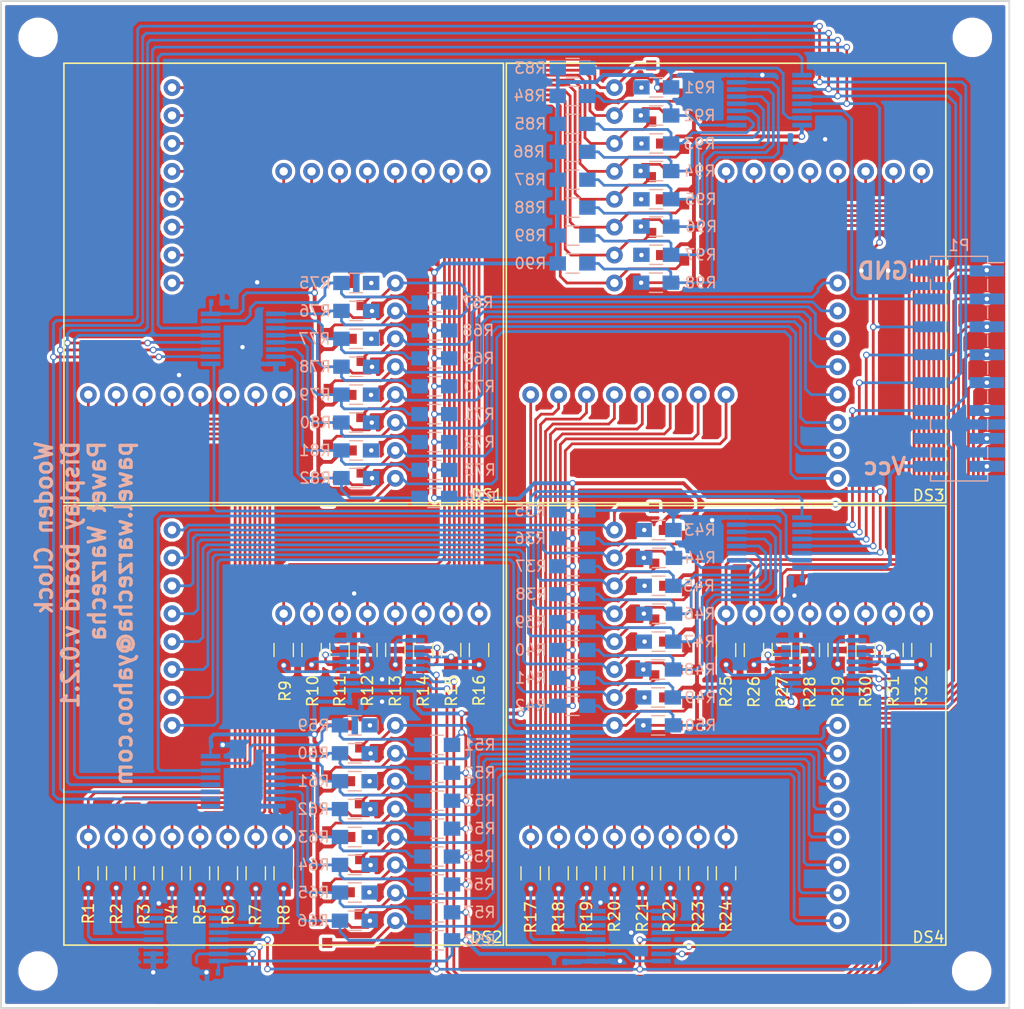
<source format=kicad_pcb>
(kicad_pcb (version 20171130) (host pcbnew "(5.0.0)")
  (title_block (title "Wooden Clock Display Board") (date 2018-08-19) (rev 0.2.1) (company "Paweł Warzeha"))
  (layers (0 F.Cu signal hide) (31 B.Cu signal) (34 B.Paste user) (35 F.Paste user) (36 B.SilkS user) (37 F.SilkS user) (38 B.Mask user) (39 F.Mask user) (44 Edge.Cuts user))
  (net 0 "")
  (net 1 +3V3)
  (net 2 GND)
  (net 3 /C8)
  (net 4 /C7)
  (net 5 /C4)
  (net 6 /C5)
  (net 7 /C6)
  (net 8 /C3)
  (net 9 /C2)
  (net 10 /C1)
  (net 11 /R15)
  (net 12 /R14)
  (net 13 /R16)
  (net 14 /R12)
  (net 15 /R11)
  (net 16 /R10)
  (net 17 /R9)
  (net 18 /C16)
  (net 19 /C15)
  (net 20 /C14)
  (net 21 /C13)
  (net 22 /C12)
  (net 23 /C11)
  (net 24 /C10)
  (net 25 /C9)
  (net 26 /R1)
  (net 27 /R2)
  (net 28 /R3)
  (net 29 /R4)
  (net 30 /R5)
  (net 31 /R6)
  (net 32 /R7)
  (net 33 /R8)
  (net 34 /R13)
  (net 35 /R31)
  (net 36 /R30)
  (net 37 /R32)
  (net 38 /R28)
  (net 39 /R27)
  (net 40 /R26)
  (net 41 /R25)
  (net 42 /R17)
  (net 43 /R18)
  (net 44 /R19)
  (net 45 /R20)
  (net 46 /R21)
  (net 47 /R22)
  (net 48 /R23)
  (net 49 /R24)
  (net 50 /R29)
  (net 51 /C24)
  (net 52 /C23)
  (net 53 /C20)
  (net 54 /C21)
  (net 55 /C22)
  (net 56 /C19)
  (net 57 /C18)
  (net 58 /C17)
  (net 59 /C32)
  (net 60 /C31)
  (net 61 /C30)
  (net 62 /C29)
  (net 63 /C28)
  (net 64 /C27)
  (net 65 /C26)
  (net 66 /C25)
  (net 67 /SIN)
  (net 68 /CLK)
  (net 69 /LAT)
  (net 70 /RESET)
  (net 71 /RST)
  (net 72 /OE)
  (net 73 "Net-(Q1-Pad1)")
  (net 74 "Net-(Q2-Pad1)")
  (net 75 "Net-(Q3-Pad1)")
  (net 76 "Net-(Q4-Pad1)")
  (net 77 "Net-(Q5-Pad1)")
  (net 78 "Net-(Q6-Pad1)")
  (net 79 "Net-(Q7-Pad1)")
  (net 80 "Net-(Q8-Pad1)")
  (net 81 "Net-(Q9-Pad1)")
  (net 82 "Net-(Q10-Pad1)")
  (net 83 "Net-(Q11-Pad1)")
  (net 84 "Net-(Q12-Pad1)")
  (net 85 "Net-(Q13-Pad1)")
  (net 86 "Net-(Q14-Pad1)")
  (net 87 "Net-(Q15-Pad1)")
  (net 88 "Net-(Q16-Pad1)")
  (net 89 "Net-(Q17-Pad1)")
  (net 90 "Net-(Q18-Pad1)")
  (net 91 "Net-(Q19-Pad1)")
  (net 92 "Net-(Q20-Pad1)")
  (net 93 "Net-(Q21-Pad1)")
  (net 94 "Net-(Q22-Pad1)")
  (net 95 "Net-(Q23-Pad1)")
  (net 96 "Net-(Q24-Pad1)")
  (net 97 "Net-(Q25-Pad1)")
  (net 98 "Net-(Q26-Pad1)")
  (net 99 "Net-(Q27-Pad1)")
  (net 100 "Net-(Q28-Pad1)")
  (net 101 "Net-(Q29-Pad1)")
  (net 102 "Net-(Q30-Pad1)")
  (net 103 "Net-(Q31-Pad1)")
  (net 104 "Net-(Q32-Pad1)")
  (net 105 "Net-(R1-Pad1)")
  (net 106 "Net-(R2-Pad1)")
  (net 107 "Net-(R3-Pad1)")
  (net 108 "Net-(R4-Pad1)")
  (net 109 "Net-(R5-Pad1)")
  (net 110 "Net-(R6-Pad1)")
  (net 111 "Net-(R7-Pad1)")
  (net 112 "Net-(R8-Pad1)")
  (net 113 "Net-(R9-Pad1)")
  (net 114 "Net-(R10-Pad1)")
  (net 115 "Net-(R11-Pad1)")
  (net 116 "Net-(R12-Pad1)")
  (net 117 "Net-(R13-Pad1)")
  (net 118 "Net-(R14-Pad1)")
  (net 119 "Net-(R15-Pad1)")
  (net 120 "Net-(R16-Pad1)")
  (net 121 "Net-(R17-Pad1)")
  (net 122 "Net-(R18-Pad1)")
  (net 123 "Net-(R19-Pad1)")
  (net 124 "Net-(R20-Pad1)")
  (net 125 "Net-(R21-Pad1)")
  (net 126 "Net-(R22-Pad1)")
  (net 127 "Net-(R23-Pad1)")
  (net 128 "Net-(R24-Pad1)")
  (net 129 "Net-(R25-Pad1)")
  (net 130 "Net-(R26-Pad1)")
  (net 131 "Net-(R27-Pad1)")
  (net 132 "Net-(R28-Pad1)")
  (net 133 "Net-(R29-Pad1)")
  (net 134 "Net-(R30-Pad1)")
  (net 135 "Net-(R31-Pad1)")
  (net 136 "Net-(R32-Pad1)")
  (net 137 "Net-(R35-Pad2)")
  (net 138 "Net-(R36-Pad2)")
  (net 139 "Net-(R37-Pad2)")
  (net 140 "Net-(R38-Pad2)")
  (net 141 "Net-(R39-Pad2)")
  (net 142 "Net-(R40-Pad2)")
  (net 143 "Net-(R41-Pad2)")
  (net 144 "Net-(R42-Pad2)")
  (net 145 "Net-(R51-Pad2)")
  (net 146 "Net-(R52-Pad2)")
  (net 147 "Net-(R53-Pad2)")
  (net 148 "Net-(R54-Pad2)")
  (net 149 "Net-(R55-Pad2)")
  (net 150 "Net-(R56-Pad2)")
  (net 151 "Net-(R57-Pad2)")
  (net 152 "Net-(R58-Pad2)")
  (net 153 "Net-(R67-Pad2)")
  (net 154 "Net-(R68-Pad2)")
  (net 155 "Net-(R69-Pad2)")
  (net 156 "Net-(R70-Pad2)")
  (net 157 "Net-(R71-Pad2)")
  (net 158 "Net-(R72-Pad2)")
  (net 159 "Net-(R73-Pad2)")
  (net 160 "Net-(R74-Pad2)")
  (net 161 "Net-(R83-Pad2)")
  (net 162 "Net-(R84-Pad2)")
  (net 163 "Net-(R85-Pad2)")
  (net 164 "Net-(R86-Pad2)")
  (net 165 "Net-(R87-Pad2)")
  (net 166 "Net-(R88-Pad2)")
  (net 167 "Net-(R89-Pad2)")
  (net 168 "Net-(R90-Pad2)")
  (net 169 /MosfetMultiplexer25-32/SIN)
  (net 170 /MosfetMultiplexer17-24/SIN)
  (net 171 /MosfetMultiplexer25-32/SOUT)
  (net 172 /MosfetMultiplexer9-16/SIN)
  (net 173 /SDA1)
  (net 174 /SCL1)
  (net 175 /SDA2)
  (net 176 /SCL2)
  (net 177 /SDA3)
  (net 178 /SCL3)
  (net 179 /SDA4)
  (net 180 /SCL4)
  (module kicad-libraries-master:LM1616X15 (layer F.Cu) (at 168.529 117.475)
    (fp_text reference DS4 (at 18.415 19.2786) (layer F.SilkS))
    (fp_text value LM-1616015-CC hide)
    (pad 8 thru_hole circle (at 0 10.16) (size 1.524 1.524) (drill 0.762) (layers *.Cu *.Mask) (net 51 /C24))
    (pad 7 thru_hole circle (at -2.54 10.16) (size 1.524 1.524) (drill 0.762) (layers *.Cu *.Mask) (net 52 /C23))
    (pad 4 thru_hole circle (at -10.16 10.16) (size 1.524 1.524) (drill 0.762) (layers *.Cu *.Mask) (net 53 /C20))
    (pad 5 thru_hole circle (at -7.62 10.16) (size 1.524 1.524) (drill 0.762) (layers *.Cu *.Mask) (net 54 /C21))
    (pad 6 thru_hole circle (at -5.08 10.16) (size 1.524 1.524) (drill 0.762) (layers *.Cu *.Mask) (net 55 /C22))
    (pad 3 thru_hole circle (at -12.7 10.16) (size 1.524 1.524) (drill 0.762) (layers *.Cu *.Mask) (net 56 /C19))
    (pad 2 thru_hole circle (at -15.24 10.16) (size 1.524 1.524) (drill 0.762) (layers *.Cu *.Mask) (net 57 /C18))
    (pad 1 thru_hole circle (at -17.78 10.16) (size 1.524 1.524) (drill 0.762) (layers *.Cu *.Mask) (net 58 /C17))
    (pad 10 thru_hole circle (at 10.16 15.24) (size 1.524 1.524) (drill 0.762) (layers *.Cu *.Mask) (net 35 /R31))
    (pad 11 thru_hole circle (at 10.16 12.7) (size 1.524 1.524) (drill 0.762) (layers *.Cu *.Mask) (net 36 /R30))
    (pad 9 thru_hole circle (at 10.16 17.78) (size 1.524 1.524) (drill 0.762) (layers *.Cu *.Mask) (net 37 /R32))
    (pad 13 thru_hole circle (at 10.16 7.62) (size 1.524 1.524) (drill 0.762) (layers *.Cu *.Mask) (net 38 /R28))
    (pad 14 thru_hole circle (at 10.16 5.08) (size 1.524 1.524) (drill 0.762) (layers *.Cu *.Mask) (net 39 /R27))
    (pad 15 thru_hole circle (at 10.16 2.54) (size 1.524 1.524) (drill 0.762) (layers *.Cu *.Mask) (net 40 /R26))
    (pad 16 thru_hole circle (at 10.16 0) (size 1.524 1.524) (drill 0.762) (layers *.Cu *.Mask) (net 41 /R25))
    (pad 17 thru_hole circle (at 17.78 -10.16) (size 1.524 1.524) (drill 0.762) (layers *.Cu *.Mask) (net 59 /C32))
    (pad 18 thru_hole circle (at 15.24 -10.16) (size 1.524 1.524) (drill 0.762) (layers *.Cu *.Mask) (net 60 /C31))
    (pad 19 thru_hole circle (at 12.7 -10.16) (size 1.524 1.524) (drill 0.762) (layers *.Cu *.Mask) (net 61 /C30))
    (pad 20 thru_hole circle (at 10.16 -10.16) (size 1.524 1.524) (drill 0.762) (layers *.Cu *.Mask) (net 62 /C29))
    (pad 21 thru_hole circle (at 7.62 -10.16) (size 1.524 1.524) (drill 0.762) (layers *.Cu *.Mask) (net 63 /C28))
    (pad 22 thru_hole circle (at 5.08 -10.16) (size 1.524 1.524) (drill 0.762) (layers *.Cu *.Mask) (net 64 /C27))
    (pad 23 thru_hole circle (at 2.54 -10.16) (size 1.524 1.524) (drill 0.762) (layers *.Cu *.Mask) (net 65 /C26))
    (pad 24 thru_hole circle (at 0 -10.16) (size 1.524 1.524) (drill 0.762) (layers *.Cu *.Mask) (net 66 /C25))
    (pad 25 thru_hole circle (at -10.16 -17.78) (size 1.524 1.524) (drill 0.762) (layers *.Cu *.Mask) (net 42 /R17))
    (pad 26 thru_hole circle (at -10.16 -15.24) (size 1.524 1.524) (drill 0.762) (layers *.Cu *.Mask) (net 43 /R18))
    (pad 27 thru_hole circle (at -10.16 -12.7) (size 1.524 1.524) (drill 0.762) (layers *.Cu *.Mask) (net 44 /R19))
    (pad 28 thru_hole circle (at -10.16 -10.16) (size 1.524 1.524) (drill 0.762) (layers *.Cu *.Mask) (net 45 /R20))
    (pad 29 thru_hole circle (at -10.16 -7.62) (size 1.524 1.524) (drill 0.762) (layers *.Cu *.Mask) (net 46 /R21))
    (pad 30 thru_hole circle (at -10.16 -5.08) (size 1.524 1.524) (drill 0.762) (layers *.Cu *.Mask) (net 47 /R22))
    (pad 31 thru_hole circle (at -10.16 -2.54) (size 1.524 1.524) (drill 0.762) (layers *.Cu *.Mask) (net 48 /R23))
    (pad 32 thru_hole circle (at -10.16 0) (size 1.524 1.524) (drill 0.762) (layers *.Cu *.Mask) (net 49 /R24))
    (pad 12 thru_hole circle (at 10.16 10.16) (size 1.524 1.524) (drill 0.762) (layers *.Cu *.Mask) (net 50 /R29))
  )
  (module kicad-libraries-master:LM1616X15 (layer F.Cu) (at 128.27 77.216)
    (fp_text reference DS1 (at 18.5166 19.2786) (layer F.SilkS))
    (fp_text value LM-1616015-CC hide)
    (pad 8 thru_hole circle (at 0 10.16) (size 1.524 1.524) (drill 0.762) (layers *.Cu *.Mask) (net 3 /C8))
    (pad 7 thru_hole circle (at -2.54 10.16) (size 1.524 1.524) (drill 0.762) (layers *.Cu *.Mask) (net 4 /C7))
    (pad 4 thru_hole circle (at -10.16 10.16) (size 1.524 1.524) (drill 0.762) (layers *.Cu *.Mask) (net 5 /C4))
    (pad 5 thru_hole circle (at -7.62 10.16) (size 1.524 1.524) (drill 0.762) (layers *.Cu *.Mask) (net 6 /C5))
    (pad 6 thru_hole circle (at -5.08 10.16) (size 1.524 1.524) (drill 0.762) (layers *.Cu *.Mask) (net 7 /C6))
    (pad 3 thru_hole circle (at -12.7 10.16) (size 1.524 1.524) (drill 0.762) (layers *.Cu *.Mask) (net 8 /C3))
    (pad 2 thru_hole circle (at -15.24 10.16) (size 1.524 1.524) (drill 0.762) (layers *.Cu *.Mask) (net 9 /C2))
    (pad 1 thru_hole circle (at -17.78 10.16) (size 1.524 1.524) (drill 0.762) (layers *.Cu *.Mask) (net 10 /C1))
    (pad 10 thru_hole circle (at 10.16 15.24) (size 1.524 1.524) (drill 0.762) (layers *.Cu *.Mask) (net 11 /R15))
    (pad 11 thru_hole circle (at 10.16 12.7) (size 1.524 1.524) (drill 0.762) (layers *.Cu *.Mask) (net 12 /R14))
    (pad 9 thru_hole circle (at 10.16 17.78) (size 1.524 1.524) (drill 0.762) (layers *.Cu *.Mask) (net 13 /R16))
    (pad 13 thru_hole circle (at 10.16 7.62) (size 1.524 1.524) (drill 0.762) (layers *.Cu *.Mask) (net 14 /R12))
    (pad 14 thru_hole circle (at 10.16 5.08) (size 1.524 1.524) (drill 0.762) (layers *.Cu *.Mask) (net 15 /R11))
    (pad 15 thru_hole circle (at 10.16 2.54) (size 1.524 1.524) (drill 0.762) (layers *.Cu *.Mask) (net 16 /R10))
    (pad 16 thru_hole circle (at 10.16 0) (size 1.524 1.524) (drill 0.762) (layers *.Cu *.Mask) (net 17 /R9))
    (pad 17 thru_hole circle (at 17.78 -10.16) (size 1.524 1.524) (drill 0.762) (layers *.Cu *.Mask) (net 18 /C16))
    (pad 18 thru_hole circle (at 15.24 -10.16) (size 1.524 1.524) (drill 0.762) (layers *.Cu *.Mask) (net 19 /C15))
    (pad 19 thru_hole circle (at 12.7 -10.16) (size 1.524 1.524) (drill 0.762) (layers *.Cu *.Mask) (net 20 /C14))
    (pad 20 thru_hole circle (at 10.16 -10.16) (size 1.524 1.524) (drill 0.762) (layers *.Cu *.Mask) (net 21 /C13))
    (pad 21 thru_hole circle (at 7.62 -10.16) (size 1.524 1.524) (drill 0.762) (layers *.Cu *.Mask) (net 22 /C12))
    (pad 22 thru_hole circle (at 5.08 -10.16) (size 1.524 1.524) (drill 0.762) (layers *.Cu *.Mask) (net 23 /C11))
    (pad 23 thru_hole circle (at 2.54 -10.16) (size 1.524 1.524) (drill 0.762) (layers *.Cu *.Mask) (net 24 /C10))
    (pad 24 thru_hole circle (at 0 -10.16) (size 1.524 1.524) (drill 0.762) (layers *.Cu *.Mask) (net 25 /C9))
    (pad 25 thru_hole circle (at -10.16 -17.78) (size 1.524 1.524) (drill 0.762) (layers *.Cu *.Mask) (net 26 /R1))
    (pad 26 thru_hole circle (at -10.16 -15.24) (size 1.524 1.524) (drill 0.762) (layers *.Cu *.Mask) (net 27 /R2))
    (pad 27 thru_hole circle (at -10.16 -12.7) (size 1.524 1.524) (drill 0.762) (layers *.Cu *.Mask) (net 28 /R3))
    (pad 28 thru_hole circle (at -10.16 -10.16) (size 1.524 1.524) (drill 0.762) (layers *.Cu *.Mask) (net 29 /R4))
    (pad 29 thru_hole circle (at -10.16 -7.62) (size 1.524 1.524) (drill 0.762) (layers *.Cu *.Mask) (net 30 /R5))
    (pad 30 thru_hole circle (at -10.16 -5.08) (size 1.524 1.524) (drill 0.762) (layers *.Cu *.Mask) (net 31 /R6))
    (pad 31 thru_hole circle (at -10.16 -2.54) (size 1.524 1.524) (drill 0.762) (layers *.Cu *.Mask) (net 32 /R7))
    (pad 32 thru_hole circle (at -10.16 0) (size 1.524 1.524) (drill 0.762) (layers *.Cu *.Mask) (net 33 /R8))
    (pad 12 thru_hole circle (at 10.16 10.16) (size 1.524 1.524) (drill 0.762) (layers *.Cu *.Mask) (net 34 /R13))
  )
  (module kicad-libraries-master:LM1616X15 (layer F.Cu) (at 168.529 77.216)
    (fp_text reference DS3 (at 18.4404 19.3294) (layer F.SilkS))
    (fp_text value LM-1616015-CC hide)
    (pad 8 thru_hole circle (at 0 10.16) (size 1.524 1.524) (drill 0.762) (layers *.Cu *.Mask) (net 51 /C24))
    (pad 7 thru_hole circle (at -2.54 10.16) (size 1.524 1.524) (drill 0.762) (layers *.Cu *.Mask) (net 52 /C23))
    (pad 4 thru_hole circle (at -10.16 10.16) (size 1.524 1.524) (drill 0.762) (layers *.Cu *.Mask) (net 53 /C20))
    (pad 5 thru_hole circle (at -7.62 10.16) (size 1.524 1.524) (drill 0.762) (layers *.Cu *.Mask) (net 54 /C21))
    (pad 6 thru_hole circle (at -5.08 10.16) (size 1.524 1.524) (drill 0.762) (layers *.Cu *.Mask) (net 55 /C22))
    (pad 3 thru_hole circle (at -12.7 10.16) (size 1.524 1.524) (drill 0.762) (layers *.Cu *.Mask) (net 56 /C19))
    (pad 2 thru_hole circle (at -15.24 10.16) (size 1.524 1.524) (drill 0.762) (layers *.Cu *.Mask) (net 57 /C18))
    (pad 1 thru_hole circle (at -17.78 10.16) (size 1.524 1.524) (drill 0.762) (layers *.Cu *.Mask) (net 58 /C17))
    (pad 10 thru_hole circle (at 10.16 15.24) (size 1.524 1.524) (drill 0.762) (layers *.Cu *.Mask) (net 11 /R15))
    (pad 11 thru_hole circle (at 10.16 12.7) (size 1.524 1.524) (drill 0.762) (layers *.Cu *.Mask) (net 12 /R14))
    (pad 9 thru_hole circle (at 10.16 17.78) (size 1.524 1.524) (drill 0.762) (layers *.Cu *.Mask) (net 13 /R16))
    (pad 13 thru_hole circle (at 10.16 7.62) (size 1.524 1.524) (drill 0.762) (layers *.Cu *.Mask) (net 14 /R12))
    (pad 14 thru_hole circle (at 10.16 5.08) (size 1.524 1.524) (drill 0.762) (layers *.Cu *.Mask) (net 15 /R11))
    (pad 15 thru_hole circle (at 10.16 2.54) (size 1.524 1.524) (drill 0.762) (layers *.Cu *.Mask) (net 16 /R10))
    (pad 16 thru_hole circle (at 10.16 0) (size 1.524 1.524) (drill 0.762) (layers *.Cu *.Mask) (net 17 /R9))
    (pad 17 thru_hole circle (at 17.78 -10.16) (size 1.524 1.524) (drill 0.762) (layers *.Cu *.Mask) (net 59 /C32))
    (pad 18 thru_hole circle (at 15.24 -10.16) (size 1.524 1.524) (drill 0.762) (layers *.Cu *.Mask) (net 60 /C31))
    (pad 19 thru_hole circle (at 12.7 -10.16) (size 1.524 1.524) (drill 0.762) (layers *.Cu *.Mask) (net 61 /C30))
    (pad 20 thru_hole circle (at 10.16 -10.16) (size 1.524 1.524) (drill 0.762) (layers *.Cu *.Mask) (net 62 /C29))
    (pad 21 thru_hole circle (at 7.62 -10.16) (size 1.524 1.524) (drill 0.762) (layers *.Cu *.Mask) (net 63 /C28))
    (pad 22 thru_hole circle (at 5.08 -10.16) (size 1.524 1.524) (drill 0.762) (layers *.Cu *.Mask) (net 64 /C27))
    (pad 23 thru_hole circle (at 2.54 -10.16) (size 1.524 1.524) (drill 0.762) (layers *.Cu *.Mask) (net 65 /C26))
    (pad 24 thru_hole circle (at 0 -10.16) (size 1.524 1.524) (drill 0.762) (layers *.Cu *.Mask) (net 66 /C25))
    (pad 25 thru_hole circle (at -10.16 -17.78) (size 1.524 1.524) (drill 0.762) (layers *.Cu *.Mask) (net 26 /R1))
    (pad 26 thru_hole circle (at -10.16 -15.24) (size 1.524 1.524) (drill 0.762) (layers *.Cu *.Mask) (net 27 /R2))
    (pad 27 thru_hole circle (at -10.16 -12.7) (size 1.524 1.524) (drill 0.762) (layers *.Cu *.Mask) (net 28 /R3))
    (pad 28 thru_hole circle (at -10.16 -10.16) (size 1.524 1.524) (drill 0.762) (layers *.Cu *.Mask) (net 29 /R4))
    (pad 29 thru_hole circle (at -10.16 -7.62) (size 1.524 1.524) (drill 0.762) (layers *.Cu *.Mask) (net 30 /R5))
    (pad 30 thru_hole circle (at -10.16 -5.08) (size 1.524 1.524) (drill 0.762) (layers *.Cu *.Mask) (net 31 /R6))
    (pad 31 thru_hole circle (at -10.16 -2.54) (size 1.524 1.524) (drill 0.762) (layers *.Cu *.Mask) (net 32 /R7))
    (pad 32 thru_hole circle (at -10.16 0) (size 1.524 1.524) (drill 0.762) (layers *.Cu *.Mask) (net 33 /R8))
    (pad 12 thru_hole circle (at 10.16 10.16) (size 1.524 1.524) (drill 0.762) (layers *.Cu *.Mask) (net 34 /R13))
  )
  (module kicad-libraries-master:LM1616X15 (layer F.Cu) (at 128.27 117.475)
    (fp_text reference DS2 (at 18.4658 19.2786) (layer F.SilkS))
    (fp_text value LM-1616015-CC hide)
    (pad 8 thru_hole circle (at 0 10.16) (size 1.524 1.524) (drill 0.762) (layers *.Cu *.Mask) (net 3 /C8))
    (pad 7 thru_hole circle (at -2.54 10.16) (size 1.524 1.524) (drill 0.762) (layers *.Cu *.Mask) (net 4 /C7))
    (pad 4 thru_hole circle (at -10.16 10.16) (size 1.524 1.524) (drill 0.762) (layers *.Cu *.Mask) (net 5 /C4))
    (pad 5 thru_hole circle (at -7.62 10.16) (size 1.524 1.524) (drill 0.762) (layers *.Cu *.Mask) (net 6 /C5))
    (pad 6 thru_hole circle (at -5.08 10.16) (size 1.524 1.524) (drill 0.762) (layers *.Cu *.Mask) (net 7 /C6))
    (pad 3 thru_hole circle (at -12.7 10.16) (size 1.524 1.524) (drill 0.762) (layers *.Cu *.Mask) (net 8 /C3))
    (pad 2 thru_hole circle (at -15.24 10.16) (size 1.524 1.524) (drill 0.762) (layers *.Cu *.Mask) (net 9 /C2))
    (pad 1 thru_hole circle (at -17.78 10.16) (size 1.524 1.524) (drill 0.762) (layers *.Cu *.Mask) (net 10 /C1))
    (pad 10 thru_hole circle (at 10.16 15.24) (size 1.524 1.524) (drill 0.762) (layers *.Cu *.Mask) (net 35 /R31))
    (pad 11 thru_hole circle (at 10.16 12.7) (size 1.524 1.524) (drill 0.762) (layers *.Cu *.Mask) (net 36 /R30))
    (pad 9 thru_hole circle (at 10.16 17.78) (size 1.524 1.524) (drill 0.762) (layers *.Cu *.Mask) (net 37 /R32))
    (pad 13 thru_hole circle (at 10.16 7.62) (size 1.524 1.524) (drill 0.762) (layers *.Cu *.Mask) (net 38 /R28))
    (pad 14 thru_hole circle (at 10.16 5.08) (size 1.524 1.524) (drill 0.762) (layers *.Cu *.Mask) (net 39 /R27))
    (pad 15 thru_hole circle (at 10.16 2.54) (size 1.524 1.524) (drill 0.762) (layers *.Cu *.Mask) (net 40 /R26))
    (pad 16 thru_hole circle (at 10.16 0) (size 1.524 1.524) (drill 0.762) (layers *.Cu *.Mask) (net 41 /R25))
    (pad 17 thru_hole circle (at 17.78 -10.16) (size 1.524 1.524) (drill 0.762) (layers *.Cu *.Mask) (net 18 /C16))
    (pad 18 thru_hole circle (at 15.24 -10.16) (size 1.524 1.524) (drill 0.762) (layers *.Cu *.Mask) (net 19 /C15))
    (pad 19 thru_hole circle (at 12.7 -10.16) (size 1.524 1.524) (drill 0.762) (layers *.Cu *.Mask) (net 20 /C14))
    (pad 20 thru_hole circle (at 10.16 -10.16) (size 1.524 1.524) (drill 0.762) (layers *.Cu *.Mask) (net 21 /C13))
    (pad 21 thru_hole circle (at 7.62 -10.16) (size 1.524 1.524) (drill 0.762) (layers *.Cu *.Mask) (net 22 /C12))
    (pad 22 thru_hole circle (at 5.08 -10.16) (size 1.524 1.524) (drill 0.762) (layers *.Cu *.Mask) (net 23 /C11))
    (pad 23 thru_hole circle (at 2.54 -10.16) (size 1.524 1.524) (drill 0.762) (layers *.Cu *.Mask) (net 24 /C10))
    (pad 24 thru_hole circle (at 0 -10.16) (size 1.524 1.524) (drill 0.762) (layers *.Cu *.Mask) (net 25 /C9))
    (pad 25 thru_hole circle (at -10.16 -17.78) (size 1.524 1.524) (drill 0.762) (layers *.Cu *.Mask) (net 42 /R17))
    (pad 26 thru_hole circle (at -10.16 -15.24) (size 1.524 1.524) (drill 0.762) (layers *.Cu *.Mask) (net 43 /R18))
    (pad 27 thru_hole circle (at -10.16 -12.7) (size 1.524 1.524) (drill 0.762) (layers *.Cu *.Mask) (net 44 /R19))
    (pad 28 thru_hole circle (at -10.16 -10.16) (size 1.524 1.524) (drill 0.762) (layers *.Cu *.Mask) (net 45 /R20))
    (pad 29 thru_hole circle (at -10.16 -7.62) (size 1.524 1.524) (drill 0.762) (layers *.Cu *.Mask) (net 46 /R21))
    (pad 30 thru_hole circle (at -10.16 -5.08) (size 1.524 1.524) (drill 0.762) (layers *.Cu *.Mask) (net 47 /R22))
    (pad 31 thru_hole circle (at -10.16 -2.54) (size 1.524 1.524) (drill 0.762) (layers *.Cu *.Mask) (net 48 /R23))
    (pad 32 thru_hole circle (at -10.16 0) (size 1.524 1.524) (drill 0.762) (layers *.Cu *.Mask) (net 49 /R24))
    (pad 12 thru_hole circle (at 10.16 10.16) (size 1.524 1.524) (drill 0.762) (layers *.Cu *.Mask) (net 50 /R29))
  )
  (module kicad-libraries-master:TSSOP16 (layer B.Cu) (at 172.466 60.579 90)
    (fp_text reference U8)
    (fp_text value 74HC595)
    (pad 16 smd rect (at -2.2733 2.97434 90) (size 0.4191 1.778) (layers B.Cu B.Paste B.Mask) (net 1 +3V3))
    (pad 15 smd rect (at -1.62306 2.97434 90) (size 0.4191 1.778) (layers B.Cu B.Paste B.Mask) (net 161 "Net-(R83-Pad2)"))
    (pad 14 smd rect (at -0.97282 2.97434 90) (size 0.4191 1.778) (layers B.Cu B.Paste B.Mask) (net 67 /SIN))
    (pad 13 smd rect (at -0.32258 2.97434 90) (size 0.4191 1.778) (layers B.Cu B.Paste B.Mask) (net 72 /OE))
    (pad 12 smd rect (at 0.32258 2.97434 90) (size 0.4191 1.778) (layers B.Cu B.Paste B.Mask) (net 69 /LAT))
    (pad 11 smd rect (at 0.97282 2.97434 90) (size 0.4191 1.778) (layers B.Cu B.Paste B.Mask) (net 68 /CLK))
    (pad 10 smd rect (at 1.62306 2.97434 90) (size 0.4191 1.778) (layers B.Cu B.Paste B.Mask) (net 71 /RST))
    (pad 9 smd rect (at 2.2733 2.97434 90) (size 0.4191 1.778) (layers B.Cu B.Paste B.Mask) (net 172 /MosfetMultiplexer9-16/SIN))
    (pad 8 smd rect (at 2.2733 -2.97434 270) (size 0.4191 1.778) (layers B.Cu B.Paste B.Mask) (net 2 GND))
    (pad 7 smd rect (at 1.62306 -2.97434 270) (size 0.4191 1.778) (layers B.Cu B.Paste B.Mask) (net 168 "Net-(R90-Pad2)"))
    (pad 6 smd rect (at 0.97282 -2.97434 270) (size 0.4191 1.778) (layers B.Cu B.Paste B.Mask) (net 167 "Net-(R89-Pad2)"))
    (pad 5 smd rect (at 0.32258 -2.97434 270) (size 0.4191 1.778) (layers B.Cu B.Paste B.Mask) (net 166 "Net-(R88-Pad2)"))
    (pad 4 smd rect (at -0.32258 -2.97434 270) (size 0.4191 1.778) (layers B.Cu B.Paste B.Mask) (net 165 "Net-(R87-Pad2)"))
    (pad 3 smd rect (at -0.97282 -2.97434 270) (size 0.4191 1.778) (layers B.Cu B.Paste B.Mask) (net 164 "Net-(R86-Pad2)"))
    (pad 2 smd rect (at -1.62306 -2.97434 270) (size 0.4191 1.778) (layers B.Cu B.Paste B.Mask) (net 163 "Net-(R85-Pad2)"))
    (pad 1 smd rect (at -2.2733 -2.97434 270) (size 0.4191 1.778) (layers B.Cu B.Paste B.Mask) (net 162 "Net-(R84-Pad2)"))
  )
  (module kicad-libraries-master:TSSOP16 (layer B.Cu) (at 124.587 82.296 270)
    (fp_text reference U7)
    (fp_text value 74HC595)
    (pad 16 smd rect (at -2.2733 2.97434 270) (size 0.4191 1.778) (layers B.Cu B.Paste B.Mask) (net 1 +3V3))
    (pad 15 smd rect (at -1.62306 2.97434 270) (size 0.4191 1.778) (layers B.Cu B.Paste B.Mask) (net 153 "Net-(R67-Pad2)"))
    (pad 14 smd rect (at -0.97282 2.97434 270) (size 0.4191 1.778) (layers B.Cu B.Paste B.Mask) (net 172 /MosfetMultiplexer9-16/SIN))
    (pad 13 smd rect (at -0.32258 2.97434 270) (size 0.4191 1.778) (layers B.Cu B.Paste B.Mask) (net 72 /OE))
    (pad 12 smd rect (at 0.32258 2.97434 270) (size 0.4191 1.778) (layers B.Cu B.Paste B.Mask) (net 69 /LAT))
    (pad 11 smd rect (at 0.97282 2.97434 270) (size 0.4191 1.778) (layers B.Cu B.Paste B.Mask) (net 68 /CLK))
    (pad 10 smd rect (at 1.62306 2.97434 270) (size 0.4191 1.778) (layers B.Cu B.Paste B.Mask) (net 71 /RST))
    (pad 9 smd rect (at 2.2733 2.97434 270) (size 0.4191 1.778) (layers B.Cu B.Paste B.Mask) (net 170 /MosfetMultiplexer17-24/SIN))
    (pad 8 smd rect (at 2.2733 -2.97434 90) (size 0.4191 1.778) (layers B.Cu B.Paste B.Mask) (net 2 GND))
    (pad 7 smd rect (at 1.62306 -2.97434 90) (size 0.4191 1.778) (layers B.Cu B.Paste B.Mask) (net 160 "Net-(R74-Pad2)"))
    (pad 6 smd rect (at 0.97282 -2.97434 90) (size 0.4191 1.778) (layers B.Cu B.Paste B.Mask) (net 159 "Net-(R73-Pad2)"))
    (pad 5 smd rect (at 0.32258 -2.97434 90) (size 0.4191 1.778) (layers B.Cu B.Paste B.Mask) (net 158 "Net-(R72-Pad2)"))
    (pad 4 smd rect (at -0.32258 -2.97434 90) (size 0.4191 1.778) (layers B.Cu B.Paste B.Mask) (net 157 "Net-(R71-Pad2)"))
    (pad 3 smd rect (at -0.97282 -2.97434 90) (size 0.4191 1.778) (layers B.Cu B.Paste B.Mask) (net 156 "Net-(R70-Pad2)"))
    (pad 2 smd rect (at -1.62306 -2.97434 90) (size 0.4191 1.778) (layers B.Cu B.Paste B.Mask) (net 155 "Net-(R69-Pad2)"))
    (pad 1 smd rect (at -2.2733 -2.97434 90) (size 0.4191 1.778) (layers B.Cu B.Paste B.Mask) (net 154 "Net-(R68-Pad2)"))
  )
  (module kicad-libraries-master:TSSOP16 (layer B.Cu) (at 124.587 122.555 270)
    (fp_text reference U6)
    (fp_text value 74HC595)
    (pad 16 smd rect (at -2.2733 2.97434 270) (size 0.4191 1.778) (layers B.Cu B.Paste B.Mask) (net 1 +3V3))
    (pad 15 smd rect (at -1.62306 2.97434 270) (size 0.4191 1.778) (layers B.Cu B.Paste B.Mask) (net 145 "Net-(R51-Pad2)"))
    (pad 14 smd rect (at -0.97282 2.97434 270) (size 0.4191 1.778) (layers B.Cu B.Paste B.Mask) (net 169 /MosfetMultiplexer25-32/SIN))
    (pad 13 smd rect (at -0.32258 2.97434 270) (size 0.4191 1.778) (layers B.Cu B.Paste B.Mask) (net 72 /OE))
    (pad 12 smd rect (at 0.32258 2.97434 270) (size 0.4191 1.778) (layers B.Cu B.Paste B.Mask) (net 69 /LAT))
    (pad 11 smd rect (at 0.97282 2.97434 270) (size 0.4191 1.778) (layers B.Cu B.Paste B.Mask) (net 68 /CLK))
    (pad 10 smd rect (at 1.62306 2.97434 270) (size 0.4191 1.778) (layers B.Cu B.Paste B.Mask) (net 71 /RST))
    (pad 9 smd rect (at 2.2733 2.97434 270) (size 0.4191 1.778) (layers B.Cu B.Paste B.Mask) (net 171 /MosfetMultiplexer25-32/SOUT))
    (pad 8 smd rect (at 2.2733 -2.97434 90) (size 0.4191 1.778) (layers B.Cu B.Paste B.Mask) (net 2 GND))
    (pad 7 smd rect (at 1.62306 -2.97434 90) (size 0.4191 1.778) (layers B.Cu B.Paste B.Mask) (net 152 "Net-(R58-Pad2)"))
    (pad 6 smd rect (at 0.97282 -2.97434 90) (size 0.4191 1.778) (layers B.Cu B.Paste B.Mask) (net 151 "Net-(R57-Pad2)"))
    (pad 5 smd rect (at 0.32258 -2.97434 90) (size 0.4191 1.778) (layers B.Cu B.Paste B.Mask) (net 150 "Net-(R56-Pad2)"))
    (pad 4 smd rect (at -0.32258 -2.97434 90) (size 0.4191 1.778) (layers B.Cu B.Paste B.Mask) (net 149 "Net-(R55-Pad2)"))
    (pad 3 smd rect (at -0.97282 -2.97434 90) (size 0.4191 1.778) (layers B.Cu B.Paste B.Mask) (net 148 "Net-(R54-Pad2)"))
    (pad 2 smd rect (at -1.62306 -2.97434 90) (size 0.4191 1.778) (layers B.Cu B.Paste B.Mask) (net 147 "Net-(R53-Pad2)"))
    (pad 1 smd rect (at -2.2733 -2.97434 90) (size 0.4191 1.778) (layers B.Cu B.Paste B.Mask) (net 146 "Net-(R52-Pad2)"))
  )
  (module kicad-libraries-master:TSSOP16 (layer B.Cu) (at 172.466 100.838 90)
    (fp_text reference U5)
    (fp_text value 74HC595)
    (pad 16 smd rect (at -2.2733 2.97434 90) (size 0.4191 1.778) (layers B.Cu B.Paste B.Mask) (net 1 +3V3))
    (pad 15 smd rect (at -1.62306 2.97434 90) (size 0.4191 1.778) (layers B.Cu B.Paste B.Mask) (net 137 "Net-(R35-Pad2)"))
    (pad 14 smd rect (at -0.97282 2.97434 90) (size 0.4191 1.778) (layers B.Cu B.Paste B.Mask) (net 170 /MosfetMultiplexer17-24/SIN))
    (pad 13 smd rect (at -0.32258 2.97434 90) (size 0.4191 1.778) (layers B.Cu B.Paste B.Mask) (net 72 /OE))
    (pad 12 smd rect (at 0.32258 2.97434 90) (size 0.4191 1.778) (layers B.Cu B.Paste B.Mask) (net 69 /LAT))
    (pad 11 smd rect (at 0.97282 2.97434 90) (size 0.4191 1.778) (layers B.Cu B.Paste B.Mask) (net 68 /CLK))
    (pad 10 smd rect (at 1.62306 2.97434 90) (size 0.4191 1.778) (layers B.Cu B.Paste B.Mask) (net 71 /RST))
    (pad 9 smd rect (at 2.2733 2.97434 90) (size 0.4191 1.778) (layers B.Cu B.Paste B.Mask) (net 169 /MosfetMultiplexer25-32/SIN))
    (pad 8 smd rect (at 2.2733 -2.97434 270) (size 0.4191 1.778) (layers B.Cu B.Paste B.Mask) (net 2 GND))
    (pad 7 smd rect (at 1.62306 -2.97434 270) (size 0.4191 1.778) (layers B.Cu B.Paste B.Mask) (net 144 "Net-(R42-Pad2)"))
    (pad 6 smd rect (at 0.97282 -2.97434 270) (size 0.4191 1.778) (layers B.Cu B.Paste B.Mask) (net 143 "Net-(R41-Pad2)"))
    (pad 5 smd rect (at 0.32258 -2.97434 270) (size 0.4191 1.778) (layers B.Cu B.Paste B.Mask) (net 142 "Net-(R40-Pad2)"))
    (pad 4 smd rect (at -0.32258 -2.97434 270) (size 0.4191 1.778) (layers B.Cu B.Paste B.Mask) (net 141 "Net-(R39-Pad2)"))
    (pad 3 smd rect (at -0.97282 -2.97434 270) (size 0.4191 1.778) (layers B.Cu B.Paste B.Mask) (net 140 "Net-(R38-Pad2)"))
    (pad 2 smd rect (at -1.62306 -2.97434 270) (size 0.4191 1.778) (layers B.Cu B.Paste B.Mask) (net 139 "Net-(R37-Pad2)"))
    (pad 1 smd rect (at -2.2733 -2.97434 270) (size 0.4191 1.778) (layers B.Cu B.Paste B.Mask) (net 138 "Net-(R36-Pad2)"))
  )
  (module kicad-libraries-master:TSSOP16 (layer B.Cu) (at 177.419 112.014 90)
    (fp_text reference U4)
    (fp_text value TLC59208F)
    (pad 16 smd rect (at -2.2733 2.97434 90) (size 0.4191 1.778) (layers B.Cu B.Paste B.Mask) (net 1 +3V3))
    (pad 15 smd rect (at -1.62306 2.97434 90) (size 0.4191 1.778) (layers B.Cu B.Paste B.Mask) (net 179 /SDA4))
    (pad 14 smd rect (at -0.97282 2.97434 90) (size 0.4191 1.778) (layers B.Cu B.Paste B.Mask) (net 180 /SCL4))
    (pad 13 smd rect (at -0.32258 2.97434 90) (size 0.4191 1.778) (layers B.Cu B.Paste B.Mask) (net 70 /RESET))
    (pad 12 smd rect (at 0.32258 2.97434 90) (size 0.4191 1.778) (layers B.Cu B.Paste B.Mask) (net 136 "Net-(R32-Pad1)"))
    (pad 11 smd rect (at 0.97282 2.97434 90) (size 0.4191 1.778) (layers B.Cu B.Paste B.Mask) (net 135 "Net-(R31-Pad1)"))
    (pad 10 smd rect (at 1.62306 2.97434 90) (size 0.4191 1.778) (layers B.Cu B.Paste B.Mask) (net 134 "Net-(R30-Pad1)"))
    (pad 9 smd rect (at 2.2733 2.97434 90) (size 0.4191 1.778) (layers B.Cu B.Paste B.Mask) (net 133 "Net-(R29-Pad1)"))
    (pad 8 smd rect (at 2.2733 -2.97434 270) (size 0.4191 1.778) (layers B.Cu B.Paste B.Mask) (net 2 GND))
    (pad 7 smd rect (at 1.62306 -2.97434 270) (size 0.4191 1.778) (layers B.Cu B.Paste B.Mask) (net 132 "Net-(R28-Pad1)"))
    (pad 6 smd rect (at 0.97282 -2.97434 270) (size 0.4191 1.778) (layers B.Cu B.Paste B.Mask) (net 131 "Net-(R27-Pad1)"))
    (pad 5 smd rect (at 0.32258 -2.97434 270) (size 0.4191 1.778) (layers B.Cu B.Paste B.Mask) (net 130 "Net-(R26-Pad1)"))
    (pad 4 smd rect (at -0.32258 -2.97434 270) (size 0.4191 1.778) (layers B.Cu B.Paste B.Mask) (net 129 "Net-(R25-Pad1)"))
    (pad 3 smd rect (at -0.97282 -2.97434 270) (size 0.4191 1.778) (layers B.Cu B.Paste B.Mask) (net 2 GND))
    (pad 2 smd rect (at -1.62306 -2.97434 270) (size 0.4191 1.778) (layers B.Cu B.Paste B.Mask) (net 1 +3V3))
    (pad 1 smd rect (at -2.2733 -2.97434 270) (size 0.4191 1.778) (layers B.Cu B.Paste B.Mask) (net 1 +3V3))
  )
  (module kicad-libraries-master:TSSOP16 (layer B.Cu) (at 159.639 136.652 90)
    (fp_text reference U3)
    (fp_text value TLC59208F)
    (pad 16 smd rect (at -2.2733 2.97434 90) (size 0.4191 1.778) (layers B.Cu B.Paste B.Mask) (net 1 +3V3))
    (pad 15 smd rect (at -1.62306 2.97434 90) (size 0.4191 1.778) (layers B.Cu B.Paste B.Mask) (net 177 /SDA3))
    (pad 14 smd rect (at -0.97282 2.97434 90) (size 0.4191 1.778) (layers B.Cu B.Paste B.Mask) (net 178 /SCL3))
    (pad 13 smd rect (at -0.32258 2.97434 90) (size 0.4191 1.778) (layers B.Cu B.Paste B.Mask) (net 70 /RESET))
    (pad 12 smd rect (at 0.32258 2.97434 90) (size 0.4191 1.778) (layers B.Cu B.Paste B.Mask) (net 128 "Net-(R24-Pad1)"))
    (pad 11 smd rect (at 0.97282 2.97434 90) (size 0.4191 1.778) (layers B.Cu B.Paste B.Mask) (net 127 "Net-(R23-Pad1)"))
    (pad 10 smd rect (at 1.62306 2.97434 90) (size 0.4191 1.778) (layers B.Cu B.Paste B.Mask) (net 126 "Net-(R22-Pad1)"))
    (pad 9 smd rect (at 2.2733 2.97434 90) (size 0.4191 1.778) (layers B.Cu B.Paste B.Mask) (net 125 "Net-(R21-Pad1)"))
    (pad 8 smd rect (at 2.2733 -2.97434 270) (size 0.4191 1.778) (layers B.Cu B.Paste B.Mask) (net 2 GND))
    (pad 7 smd rect (at 1.62306 -2.97434 270) (size 0.4191 1.778) (layers B.Cu B.Paste B.Mask) (net 124 "Net-(R20-Pad1)"))
    (pad 6 smd rect (at 0.97282 -2.97434 270) (size 0.4191 1.778) (layers B.Cu B.Paste B.Mask) (net 123 "Net-(R19-Pad1)"))
    (pad 5 smd rect (at 0.32258 -2.97434 270) (size 0.4191 1.778) (layers B.Cu B.Paste B.Mask) (net 122 "Net-(R18-Pad1)"))
    (pad 4 smd rect (at -0.32258 -2.97434 270) (size 0.4191 1.778) (layers B.Cu B.Paste B.Mask) (net 121 "Net-(R17-Pad1)"))
    (pad 3 smd rect (at -0.97282 -2.97434 270) (size 0.4191 1.778) (layers B.Cu B.Paste B.Mask) (net 2 GND))
    (pad 2 smd rect (at -1.62306 -2.97434 270) (size 0.4191 1.778) (layers B.Cu B.Paste B.Mask) (net 1 +3V3))
    (pad 1 smd rect (at -2.2733 -2.97434 270) (size 0.4191 1.778) (layers B.Cu B.Paste B.Mask) (net 2 GND))
  )
  (module kicad-libraries-master:TSSOP16 (layer B.Cu) (at 137.2235 112.014 90)
    (fp_text reference U2)
    (fp_text value TLC59208F)
    (pad 16 smd rect (at -2.2733 2.97434 90) (size 0.4191 1.778) (layers B.Cu B.Paste B.Mask) (net 1 +3V3))
    (pad 15 smd rect (at -1.62306 2.97434 90) (size 0.4191 1.778) (layers B.Cu B.Paste B.Mask) (net 175 /SDA2))
    (pad 14 smd rect (at -0.97282 2.97434 90) (size 0.4191 1.778) (layers B.Cu B.Paste B.Mask) (net 176 /SCL2))
    (pad 13 smd rect (at -0.32258 2.97434 90) (size 0.4191 1.778) (layers B.Cu B.Paste B.Mask) (net 70 /RESET))
    (pad 12 smd rect (at 0.32258 2.97434 90) (size 0.4191 1.778) (layers B.Cu B.Paste B.Mask) (net 120 "Net-(R16-Pad1)"))
    (pad 11 smd rect (at 0.97282 2.97434 90) (size 0.4191 1.778) (layers B.Cu B.Paste B.Mask) (net 119 "Net-(R15-Pad1)"))
    (pad 10 smd rect (at 1.62306 2.97434 90) (size 0.4191 1.778) (layers B.Cu B.Paste B.Mask) (net 118 "Net-(R14-Pad1)"))
    (pad 9 smd rect (at 2.2733 2.97434 90) (size 0.4191 1.778) (layers B.Cu B.Paste B.Mask) (net 117 "Net-(R13-Pad1)"))
    (pad 8 smd rect (at 2.2733 -2.97434 270) (size 0.4191 1.778) (layers B.Cu B.Paste B.Mask) (net 2 GND))
    (pad 7 smd rect (at 1.62306 -2.97434 270) (size 0.4191 1.778) (layers B.Cu B.Paste B.Mask) (net 116 "Net-(R12-Pad1)"))
    (pad 6 smd rect (at 0.97282 -2.97434 270) (size 0.4191 1.778) (layers B.Cu B.Paste B.Mask) (net 115 "Net-(R11-Pad1)"))
    (pad 5 smd rect (at 0.32258 -2.97434 270) (size 0.4191 1.778) (layers B.Cu B.Paste B.Mask) (net 114 "Net-(R10-Pad1)"))
    (pad 4 smd rect (at -0.32258 -2.97434 270) (size 0.4191 1.778) (layers B.Cu B.Paste B.Mask) (net 113 "Net-(R9-Pad1)"))
    (pad 3 smd rect (at -0.97282 -2.97434 270) (size 0.4191 1.778) (layers B.Cu B.Paste B.Mask) (net 2 GND))
    (pad 2 smd rect (at -1.62306 -2.97434 270) (size 0.4191 1.778) (layers B.Cu B.Paste B.Mask) (net 2 GND))
    (pad 1 smd rect (at -2.2733 -2.97434 270) (size 0.4191 1.778) (layers B.Cu B.Paste B.Mask) (net 1 +3V3))
  )
  (module kicad-libraries-master:TSSOP16 (layer B.Cu) (at 119.38 136.652 90)
    (fp_text reference U1)
    (fp_text value TLC59208F)
    (pad 16 smd rect (at -2.2733 2.97434 90) (size 0.4191 1.778) (layers B.Cu B.Paste B.Mask) (net 1 +3V3))
    (pad 15 smd rect (at -1.62306 2.97434 90) (size 0.4191 1.778) (layers B.Cu B.Paste B.Mask) (net 173 /SDA1))
    (pad 14 smd rect (at -0.97282 2.97434 90) (size 0.4191 1.778) (layers B.Cu B.Paste B.Mask) (net 174 /SCL1))
    (pad 13 smd rect (at -0.32258 2.97434 90) (size 0.4191 1.778) (layers B.Cu B.Paste B.Mask) (net 70 /RESET))
    (pad 12 smd rect (at 0.32258 2.97434 90) (size 0.4191 1.778) (layers B.Cu B.Paste B.Mask) (net 112 "Net-(R8-Pad1)"))
    (pad 11 smd rect (at 0.97282 2.97434 90) (size 0.4191 1.778) (layers B.Cu B.Paste B.Mask) (net 111 "Net-(R7-Pad1)"))
    (pad 10 smd rect (at 1.62306 2.97434 90) (size 0.4191 1.778) (layers B.Cu B.Paste B.Mask) (net 110 "Net-(R6-Pad1)"))
    (pad 9 smd rect (at 2.2733 2.97434 90) (size 0.4191 1.778) (layers B.Cu B.Paste B.Mask) (net 109 "Net-(R5-Pad1)"))
    (pad 8 smd rect (at 2.2733 -2.97434 270) (size 0.4191 1.778) (layers B.Cu B.Paste B.Mask) (net 2 GND))
    (pad 7 smd rect (at 1.62306 -2.97434 270) (size 0.4191 1.778) (layers B.Cu B.Paste B.Mask) (net 108 "Net-(R4-Pad1)"))
    (pad 6 smd rect (at 0.97282 -2.97434 270) (size 0.4191 1.778) (layers B.Cu B.Paste B.Mask) (net 107 "Net-(R3-Pad1)"))
    (pad 5 smd rect (at 0.32258 -2.97434 270) (size 0.4191 1.778) (layers B.Cu B.Paste B.Mask) (net 106 "Net-(R2-Pad1)"))
    (pad 4 smd rect (at -0.32258 -2.97434 270) (size 0.4191 1.778) (layers B.Cu B.Paste B.Mask) (net 105 "Net-(R1-Pad1)"))
    (pad 3 smd rect (at -0.97282 -2.97434 270) (size 0.4191 1.778) (layers B.Cu B.Paste B.Mask) (net 2 GND))
    (pad 2 smd rect (at -1.62306 -2.97434 270) (size 0.4191 1.778) (layers B.Cu B.Paste B.Mask) (net 2 GND))
    (pad 1 smd rect (at -2.2733 -2.97434 270) (size 0.4191 1.778) (layers B.Cu B.Paste B.Mask) (net 2 GND))
  )
  (module kicad-libraries-master:Pin_Header_Straight_2x08_Pitch2.54mm_SMD (layer B.Cu) (at 189.738 85.0138 180)
    (fp_text reference P1 (at 0 11.22 180) (layer B.SilkS) (effects (justify mirror)))
    (fp_text value CONN_02X08)
    (pad 1 smd rect (at -2.525 8.89 180) (size 3.15 1) (layers B.Cu B.Paste B.Mask) (net 180 /SCL4))
    (pad 2 smd rect (at 2.525 8.89 180) (size 3.15 1) (layers B.Cu B.Paste B.Mask) (net 2 GND))
    (pad 3 smd rect (at -2.525 6.35 180) (size 3.15 1) (layers B.Cu B.Paste B.Mask) (net 179 /SDA4))
    (pad 4 smd rect (at 2.525 6.35 180) (size 3.15 1) (layers B.Cu B.Paste B.Mask) (net 67 /SIN))
    (pad 5 smd rect (at -2.525 3.81 180) (size 3.15 1) (layers B.Cu B.Paste B.Mask) (net 178 /SCL3))
    (pad 6 smd rect (at 2.525 3.81 180) (size 3.15 1) (layers B.Cu B.Paste B.Mask) (net 72 /OE))
    (pad 7 smd rect (at -2.525 1.27 180) (size 3.15 1) (layers B.Cu B.Paste B.Mask) (net 177 /SDA3))
    (pad 8 smd rect (at 2.525 1.27 180) (size 3.15 1) (layers B.Cu B.Paste B.Mask) (net 69 /LAT))
    (pad 9 smd rect (at -2.525 -1.27 180) (size 3.15 1) (layers B.Cu B.Paste B.Mask) (net 176 /SCL2))
    (pad 10 smd rect (at 2.525 -1.27 180) (size 3.15 1) (layers B.Cu B.Paste B.Mask) (net 68 /CLK))
    (pad 11 smd rect (at -2.525 -3.81 180) (size 3.15 1) (layers B.Cu B.Paste B.Mask) (net 175 /SDA2))
    (pad 12 smd rect (at 2.525 -3.81 180) (size 3.15 1) (layers B.Cu B.Paste B.Mask) (net 71 /RST))
    (pad 13 smd rect (at -2.525 -6.35 180) (size 3.15 1) (layers B.Cu B.Paste B.Mask) (net 174 /SCL1))
    (pad 14 smd rect (at 2.525 -6.35 180) (size 3.15 1) (layers B.Cu B.Paste B.Mask) (net 70 /RESET))
    (pad 15 smd rect (at -2.525 -8.89 180) (size 3.15 1) (layers B.Cu B.Paste B.Mask) (net 173 /SDA1))
    (pad 16 smd rect (at 2.525 -8.89 180) (size 3.15 1) (layers B.Cu B.Paste B.Mask) (net 1 +3V3))
  )
  (module kicad-libraries-master:C0402 (layer B.Cu) (at 174.879 63.881 180)
    (fp_text reference C8)
    (fp_text value 100n)
    (pad 1 smd rect (at -0.50038 0 180) (size 0.39878 0.59944) (layers B.Cu B.Paste B.Mask) (net 1 +3V3))
    (pad 2 smd rect (at 0.50038 0 180) (size 0.39878 0.59944) (layers B.Cu B.Paste B.Mask) (net 2 GND))
  )
  (module kicad-libraries-master:C0402 (layer B.Cu) (at 175.006 115.316)
    (fp_text reference C7)
    (fp_text value 100n)
    (pad 1 smd rect (at -0.50038 0) (size 0.39878 0.59944) (layers B.Cu B.Paste B.Mask) (net 1 +3V3))
    (pad 2 smd rect (at 0.50038 0) (size 0.39878 0.59944) (layers B.Cu B.Paste B.Mask) (net 2 GND))
  )
  (module kicad-libraries-master:C0402 (layer B.Cu) (at 122.174 78.994)
    (fp_text reference C6)
    (fp_text value 100n)
    (pad 1 smd rect (at -0.50038 0) (size 0.39878 0.59944) (layers B.Cu B.Paste B.Mask) (net 1 +3V3))
    (pad 2 smd rect (at 0.50038 0) (size 0.39878 0.59944) (layers B.Cu B.Paste B.Mask) (net 2 GND))
  )
  (module kicad-libraries-master:C0402 (layer B.Cu) (at 174.9425 104.14 180)
    (fp_text reference C5)
    (fp_text value 100n)
    (pad 1 smd rect (at -0.50038 0 180) (size 0.39878 0.59944) (layers B.Cu B.Paste B.Mask) (net 1 +3V3))
    (pad 2 smd rect (at 0.50038 0 180) (size 0.39878 0.59944) (layers B.Cu B.Paste B.Mask) (net 2 GND))
  )
  (module kicad-libraries-master:C0402 (layer B.Cu) (at 153.37282 139.0142)
    (fp_text reference C3)
    (fp_text value 100n)
    (pad 1 smd rect (at -0.50038 0) (size 0.39878 0.59944) (layers B.Cu B.Paste B.Mask) (net 1 +3V3))
    (pad 2 smd rect (at 0.50038 0) (size 0.39878 0.59944) (layers B.Cu B.Paste B.Mask) (net 2 GND))
  )
  (module kicad-libraries-master:C0402 (layer B.Cu) (at 134.8105 115.316)
    (fp_text reference C2)
    (fp_text value 100n)
    (pad 1 smd rect (at -0.50038 0) (size 0.39878 0.59944) (layers B.Cu B.Paste B.Mask) (net 1 +3V3))
    (pad 2 smd rect (at 0.50038 0) (size 0.39878 0.59944) (layers B.Cu B.Paste B.Mask) (net 2 GND))
  )
  (module kicad-libraries-master:C0402 (layer B.Cu) (at 121.793 139.954 180)
    (fp_text reference C1)
    (fp_text value 100n)
    (pad 1 smd rect (at -0.50038 0 180) (size 0.39878 0.59944) (layers B.Cu B.Paste B.Mask) (net 1 +3V3))
    (pad 2 smd rect (at 0.50038 0 180) (size 0.39878 0.59944) (layers B.Cu B.Paste B.Mask) (net 2 GND))
  )
  (module kicad-libraries-master:C0402 (layer B.Cu) (at 122.174 119.253)
    (fp_text reference C4)
    (fp_text value 100n)
    (pad 1 smd rect (at -0.50038 0) (size 0.39878 0.59944) (layers B.Cu B.Paste B.Mask) (net 1 +3V3))
    (pad 2 smd rect (at 0.50038 0) (size 0.39878 0.59944) (layers B.Cu B.Paste B.Mask) (net 2 GND))
  )
  (module kicad-libraries-master:R_0805_HandSoldering (layer B.Cu) (at 134.7432 132.6896 180)
    (fp_text reference R65 (at 3.7554 0 180) (layer B.SilkS) (effects (justify mirror)))
    (fp_text value 100)
    (pad 1 smd rect (at -1.35 0 180) (size 1.5 1.3) (layers B.Cu B.Paste B.Mask) (net 87 "Net-(Q15-Pad1)"))
    (pad 2 smd rect (at 1.35 0 180) (size 1.5 1.3) (layers B.Cu B.Paste B.Mask) (net 151 "Net-(R57-Pad2)"))
  )
  (module kicad-libraries-master:R_0805_HandSoldering (layer B.Cu) (at 134.8702 87.376 180)
    (fp_text reference R79 (at 3.7554 0 180) (layer B.SilkS) (effects (justify mirror)))
    (fp_text value 100)
    (pad 1 smd rect (at -1.35 0 180) (size 1.5 1.3) (layers B.Cu B.Paste B.Mask) (net 93 "Net-(Q21-Pad1)"))
    (pad 2 smd rect (at 1.35 0 180) (size 1.5 1.3) (layers B.Cu B.Paste B.Mask) (net 157 "Net-(R71-Pad2)"))
  )
  (module kicad-libraries-master:R_0805_HandSoldering (layer B.Cu) (at 162.386 104.775)
    (fp_text reference R45 (at 3.6792 0) (layer B.SilkS) (effects (justify mirror)))
    (fp_text value 100)
    (pad 1 smd rect (at -1.35 0) (size 1.5 1.3) (layers B.Cu B.Paste B.Mask) (net 75 "Net-(Q3-Pad1)"))
    (pad 2 smd rect (at 1.35 0) (size 1.5 1.3) (layers B.Cu B.Paste B.Mask) (net 139 "Net-(R37-Pad2)"))
  )
  (module kicad-libraries-master:R_0805_HandSoldering (layer B.Cu) (at 162.386 109.855)
    (fp_text reference R47 (at 3.73 0) (layer B.SilkS) (effects (justify mirror)))
    (fp_text value 100)
    (pad 1 smd rect (at -1.35 0) (size 1.5 1.3) (layers B.Cu B.Paste B.Mask) (net 77 "Net-(Q5-Pad1)"))
    (pad 2 smd rect (at 1.35 0) (size 1.5 1.3) (layers B.Cu B.Paste B.Mask) (net 141 "Net-(R39-Pad2)"))
  )
  (module kicad-libraries-master:R_0805_HandSoldering (layer B.Cu) (at 162.1498 77.1906)
    (fp_text reference R98 (at 4.0678 0) (layer B.SilkS) (effects (justify mirror)))
    (fp_text value 100)
    (pad 1 smd rect (at -1.35 0) (size 1.5 1.3) (layers B.Cu B.Paste B.Mask) (net 104 "Net-(Q32-Pad1)"))
    (pad 2 smd rect (at 1.35 0) (size 1.5 1.3) (layers B.Cu B.Paste B.Mask) (net 168 "Net-(R90-Pad2)"))
  )
  (module kicad-libraries-master:R_0805_HandSoldering (layer B.Cu) (at 162.1752 74.6506)
    (fp_text reference R97 (at 4.0424 0) (layer B.SilkS) (effects (justify mirror)))
    (fp_text value 100)
    (pad 1 smd rect (at -1.35 0) (size 1.5 1.3) (layers B.Cu B.Paste B.Mask) (net 103 "Net-(Q31-Pad1)"))
    (pad 2 smd rect (at 1.35 0) (size 1.5 1.3) (layers B.Cu B.Paste B.Mask) (net 167 "Net-(R89-Pad2)"))
  )
  (module kicad-libraries-master:R_0805_HandSoldering (layer B.Cu) (at 162.1752 72.0852)
    (fp_text reference R96 (at 4.0932 0) (layer B.SilkS) (effects (justify mirror)))
    (fp_text value 100)
    (pad 1 smd rect (at -1.35 0) (size 1.5 1.3) (layers B.Cu B.Paste B.Mask) (net 102 "Net-(Q30-Pad1)"))
    (pad 2 smd rect (at 1.35 0) (size 1.5 1.3) (layers B.Cu B.Paste B.Mask) (net 166 "Net-(R88-Pad2)"))
  )
  (module kicad-libraries-master:R_0805_HandSoldering (layer B.Cu) (at 162.1752 69.596)
    (fp_text reference R95 (at 4.0424 0) (layer B.SilkS) (effects (justify mirror)))
    (fp_text value 100)
    (pad 1 smd rect (at -1.35 0) (size 1.5 1.3) (layers B.Cu B.Paste B.Mask) (net 101 "Net-(Q29-Pad1)"))
    (pad 2 smd rect (at 1.35 0) (size 1.5 1.3) (layers B.Cu B.Paste B.Mask) (net 165 "Net-(R87-Pad2)"))
  )
  (module kicad-libraries-master:R_0805_HandSoldering (layer B.Cu) (at 162.1752 67.0306)
    (fp_text reference R94 (at 3.9408 0) (layer B.SilkS) (effects (justify mirror)))
    (fp_text value 100)
    (pad 1 smd rect (at -1.35 0) (size 1.5 1.3) (layers B.Cu B.Paste B.Mask) (net 100 "Net-(Q28-Pad1)"))
    (pad 2 smd rect (at 1.35 0) (size 1.5 1.3) (layers B.Cu B.Paste B.Mask) (net 164 "Net-(R86-Pad2)"))
  )
  (module kicad-libraries-master:R_0805_HandSoldering (layer B.Cu) (at 162.1752 64.516)
    (fp_text reference R93 (at 3.9408 0.0254) (layer B.SilkS) (effects (justify mirror)))
    (fp_text value 100)
    (pad 1 smd rect (at -1.35 0) (size 1.5 1.3) (layers B.Cu B.Paste B.Mask) (net 99 "Net-(Q27-Pad1)"))
    (pad 2 smd rect (at 1.35 0) (size 1.5 1.3) (layers B.Cu B.Paste B.Mask) (net 163 "Net-(R85-Pad2)"))
  )
  (module kicad-libraries-master:R_0805_HandSoldering (layer B.Cu) (at 162.1752 61.976)
    (fp_text reference R92 (at 3.9408 0) (layer B.SilkS) (effects (justify mirror)))
    (fp_text value 100)
    (pad 1 smd rect (at -1.35 0) (size 1.5 1.3) (layers B.Cu B.Paste B.Mask) (net 98 "Net-(Q26-Pad1)"))
    (pad 2 smd rect (at 1.35 0) (size 1.5 1.3) (layers B.Cu B.Paste B.Mask) (net 162 "Net-(R84-Pad2)"))
  )
  (module kicad-libraries-master:R_0805_HandSoldering (layer B.Cu) (at 162.1752 59.4106)
    (fp_text reference R91 (at 3.9662 0.0254) (layer B.SilkS) (effects (justify mirror)))
    (fp_text value 100)
    (pad 1 smd rect (at -1.35 0) (size 1.5 1.3) (layers B.Cu B.Paste B.Mask) (net 97 "Net-(Q25-Pad1)"))
    (pad 2 smd rect (at 1.35 0) (size 1.5 1.3) (layers B.Cu B.Paste B.Mask) (net 161 "Net-(R83-Pad2)"))
  )
  (module kicad-libraries-master:R_0805_HandSoldering (layer B.Cu) (at 154.559 75.438)
    (fp_text reference R90 (at -3.8354 0) (layer B.SilkS) (effects (justify mirror)))
    (fp_text value 100k)
    (pad 1 smd rect (at -1.35 0) (size 1.5 1.3) (layers B.Cu B.Paste B.Mask) (net 1 +3V3))
    (pad 2 smd rect (at 1.35 0) (size 1.5 1.3) (layers B.Cu B.Paste B.Mask) (net 168 "Net-(R90-Pad2)"))
  )
  (module kicad-libraries-master:R_0805_HandSoldering (layer B.Cu) (at 154.559 72.898)
    (fp_text reference R89 (at -3.8354 0) (layer B.SilkS) (effects (justify mirror)))
    (fp_text value 100k)
    (pad 1 smd rect (at -1.35 0) (size 1.5 1.3) (layers B.Cu B.Paste B.Mask) (net 1 +3V3))
    (pad 2 smd rect (at 1.35 0) (size 1.5 1.3) (layers B.Cu B.Paste B.Mask) (net 167 "Net-(R89-Pad2)"))
  )
  (module kicad-libraries-master:R_0805_HandSoldering (layer B.Cu) (at 154.559 70.358)
    (fp_text reference R88 (at -3.8608 0) (layer B.SilkS) (effects (justify mirror)))
    (fp_text value 100k)
    (pad 1 smd rect (at -1.35 0) (size 1.5 1.3) (layers B.Cu B.Paste B.Mask) (net 1 +3V3))
    (pad 2 smd rect (at 1.35 0) (size 1.5 1.3) (layers B.Cu B.Paste B.Mask) (net 166 "Net-(R88-Pad2)"))
  )
  (module kicad-libraries-master:R_0805_HandSoldering (layer B.Cu) (at 154.559 65.278)
    (fp_text reference R86 (at -3.9624 0) (layer B.SilkS) (effects (justify mirror)))
    (fp_text value 100k)
    (pad 1 smd rect (at -1.35 0) (size 1.5 1.3) (layers B.Cu B.Paste B.Mask) (net 1 +3V3))
    (pad 2 smd rect (at 1.35 0) (size 1.5 1.3) (layers B.Cu B.Paste B.Mask) (net 164 "Net-(R86-Pad2)"))
  )
  (module kicad-libraries-master:R_0805_HandSoldering (layer B.Cu) (at 154.559 62.738)
    (fp_text reference R85 (at -3.8354 0) (layer B.SilkS) (effects (justify mirror)))
    (fp_text value 100k)
    (pad 1 smd rect (at -1.35 0) (size 1.5 1.3) (layers B.Cu B.Paste B.Mask) (net 1 +3V3))
    (pad 2 smd rect (at 1.35 0) (size 1.5 1.3) (layers B.Cu B.Paste B.Mask) (net 163 "Net-(R85-Pad2)"))
  )
  (module kicad-libraries-master:R_0805_HandSoldering (layer B.Cu) (at 154.559 60.198)
    (fp_text reference R84 (at -3.9116 -0.0254) (layer B.SilkS) (effects (justify mirror)))
    (fp_text value 100k)
    (pad 1 smd rect (at -1.35 0) (size 1.5 1.3) (layers B.Cu B.Paste B.Mask) (net 1 +3V3))
    (pad 2 smd rect (at 1.35 0) (size 1.5 1.3) (layers B.Cu B.Paste B.Mask) (net 162 "Net-(R84-Pad2)"))
  )
  (module kicad-libraries-master:R_0805_HandSoldering (layer B.Cu) (at 154.559 57.658)
    (fp_text reference R83 (at -3.8608 0) (layer B.SilkS) (effects (justify mirror)))
    (fp_text value 100k)
    (pad 1 smd rect (at -1.35 0) (size 1.5 1.3) (layers B.Cu B.Paste B.Mask) (net 1 +3V3))
    (pad 2 smd rect (at 1.35 0) (size 1.5 1.3) (layers B.Cu B.Paste B.Mask) (net 161 "Net-(R83-Pad2)"))
  )
  (module kicad-libraries-master:R_0805_HandSoldering (layer B.Cu) (at 134.874 94.9706 180)
    (fp_text reference R82 (at 3.7338 0 180) (layer B.SilkS) (effects (justify mirror)))
    (fp_text value 100)
    (pad 1 smd rect (at -1.35 0 180) (size 1.5 1.3) (layers B.Cu B.Paste B.Mask) (net 96 "Net-(Q24-Pad1)"))
    (pad 2 smd rect (at 1.35 0 180) (size 1.5 1.3) (layers B.Cu B.Paste B.Mask) (net 160 "Net-(R74-Pad2)"))
  )
  (module kicad-libraries-master:R_0805_HandSoldering (layer B.Cu) (at 134.8702 92.456 180)
    (fp_text reference R81 (at 3.7554 0 180) (layer B.SilkS) (effects (justify mirror)))
    (fp_text value 100)
    (pad 1 smd rect (at -1.35 0 180) (size 1.5 1.3) (layers B.Cu B.Paste B.Mask) (net 95 "Net-(Q23-Pad1)"))
    (pad 2 smd rect (at 1.35 0 180) (size 1.5 1.3) (layers B.Cu B.Paste B.Mask) (net 159 "Net-(R73-Pad2)"))
  )
  (module kicad-libraries-master:R_0805_HandSoldering (layer B.Cu) (at 134.874 89.916 180)
    (fp_text reference R80 (at 3.7084 0 180) (layer B.SilkS) (effects (justify mirror)))
    (fp_text value 100)
    (pad 1 smd rect (at -1.35 0 180) (size 1.5 1.3) (layers B.Cu B.Paste B.Mask) (net 94 "Net-(Q22-Pad1)"))
    (pad 2 smd rect (at 1.35 0 180) (size 1.5 1.3) (layers B.Cu B.Paste B.Mask) (net 158 "Net-(R72-Pad2)"))
  )
  (module kicad-libraries-master:R_0805_HandSoldering (layer B.Cu) (at 134.8778 84.836 180)
    (fp_text reference R78 (at 3.763 0 180) (layer B.SilkS) (effects (justify mirror)))
    (fp_text value 100)
    (pad 1 smd rect (at -1.35 0 180) (size 1.5 1.3) (layers B.Cu B.Paste B.Mask) (net 92 "Net-(Q20-Pad1)"))
    (pad 2 smd rect (at 1.35 0 180) (size 1.5 1.3) (layers B.Cu B.Paste B.Mask) (net 156 "Net-(R70-Pad2)"))
  )
  (module kicad-libraries-master:R_0805_HandSoldering (layer B.Cu) (at 134.8702 82.296 180)
    (fp_text reference R77 (at 3.8062 0 180) (layer B.SilkS) (effects (justify mirror)))
    (fp_text value 100)
    (pad 1 smd rect (at -1.35 0 180) (size 1.5 1.3) (layers B.Cu B.Paste B.Mask) (net 91 "Net-(Q19-Pad1)"))
    (pad 2 smd rect (at 1.35 0 180) (size 1.5 1.3) (layers B.Cu B.Paste B.Mask) (net 155 "Net-(R69-Pad2)"))
  )
  (module kicad-libraries-master:R_0805_HandSoldering (layer B.Cu) (at 134.8778 79.756 180)
    (fp_text reference R76 (at 3.763 0 180) (layer B.SilkS) (effects (justify mirror)))
    (fp_text value 100)
    (pad 1 smd rect (at -1.35 0 180) (size 1.5 1.3) (layers B.Cu B.Paste B.Mask) (net 90 "Net-(Q18-Pad1)"))
    (pad 2 smd rect (at 1.35 0 180) (size 1.5 1.3) (layers B.Cu B.Paste B.Mask) (net 154 "Net-(R68-Pad2)"))
  )
  (module kicad-libraries-master:R_0805_HandSoldering (layer B.Cu) (at 134.8778 77.216 180)
    (fp_text reference R75 (at 3.763 0 180) (layer B.SilkS) (effects (justify mirror)))
    (fp_text value 100)
    (pad 1 smd rect (at -1.35 0 180) (size 1.5 1.3) (layers B.Cu B.Paste B.Mask) (net 89 "Net-(Q17-Pad1)"))
    (pad 2 smd rect (at 1.35 0 180) (size 1.5 1.3) (layers B.Cu B.Paste B.Mask) (net 153 "Net-(R67-Pad2)"))
  )
  (module kicad-libraries-master:R_0805_HandSoldering (layer B.Cu) (at 141.986 96.774 180)
    (fp_text reference R74 (at -4.191 0 180) (layer B.SilkS) (effects (justify mirror)))
    (fp_text value 100k)
    (pad 1 smd rect (at -1.35 0 180) (size 1.5 1.3) (layers B.Cu B.Paste B.Mask) (net 1 +3V3))
    (pad 2 smd rect (at 1.35 0 180) (size 1.5 1.3) (layers B.Cu B.Paste B.Mask) (net 160 "Net-(R74-Pad2)"))
  )
  (module kicad-libraries-master:R_0805_HandSoldering (layer B.Cu) (at 141.986 94.234 180)
    (fp_text reference R73 (at -4.1402 0 180) (layer B.SilkS) (effects (justify mirror)))
    (fp_text value 100k)
    (pad 1 smd rect (at -1.35 0 180) (size 1.5 1.3) (layers B.Cu B.Paste B.Mask) (net 1 +3V3))
    (pad 2 smd rect (at 1.35 0 180) (size 1.5 1.3) (layers B.Cu B.Paste B.Mask) (net 159 "Net-(R73-Pad2)"))
  )
  (module kicad-libraries-master:R_0805_HandSoldering (layer B.Cu) (at 141.986 91.694 180)
    (fp_text reference R72 (at -4.0894 0 180) (layer B.SilkS) (effects (justify mirror)))
    (fp_text value 100k)
    (pad 1 smd rect (at -1.35 0 180) (size 1.5 1.3) (layers B.Cu B.Paste B.Mask) (net 1 +3V3))
    (pad 2 smd rect (at 1.35 0 180) (size 1.5 1.3) (layers B.Cu B.Paste B.Mask) (net 158 "Net-(R72-Pad2)"))
  )
  (module kicad-libraries-master:R_0805_HandSoldering (layer B.Cu) (at 141.986 89.154 180)
    (fp_text reference R71 (at -4.064 0 180) (layer B.SilkS) (effects (justify mirror)))
    (fp_text value 100k)
    (pad 1 smd rect (at -1.35 0 180) (size 1.5 1.3) (layers B.Cu B.Paste B.Mask) (net 1 +3V3))
    (pad 2 smd rect (at 1.35 0 180) (size 1.5 1.3) (layers B.Cu B.Paste B.Mask) (net 157 "Net-(R71-Pad2)"))
  )
  (module kicad-libraries-master:R_0805_HandSoldering (layer B.Cu) (at 141.986 86.614 180)
    (fp_text reference R70 (at -4.0894 -0.0254 180) (layer B.SilkS) (effects (justify mirror)))
    (fp_text value 100k)
    (pad 1 smd rect (at -1.35 0 180) (size 1.5 1.3) (layers B.Cu B.Paste B.Mask) (net 1 +3V3))
    (pad 2 smd rect (at 1.35 0 180) (size 1.5 1.3) (layers B.Cu B.Paste B.Mask) (net 156 "Net-(R70-Pad2)"))
  )
  (module kicad-libraries-master:R_0805_HandSoldering (layer B.Cu) (at 141.986 84.074 180)
    (fp_text reference R69 (at -4.0132 0 180) (layer B.SilkS) (effects (justify mirror)))
    (fp_text value 100k)
    (pad 1 smd rect (at -1.35 0 180) (size 1.5 1.3) (layers B.Cu B.Paste B.Mask) (net 1 +3V3))
    (pad 2 smd rect (at 1.35 0 180) (size 1.5 1.3) (layers B.Cu B.Paste B.Mask) (net 155 "Net-(R69-Pad2)"))
  )
  (module kicad-libraries-master:R_0805_HandSoldering (layer B.Cu) (at 141.986 81.534 180)
    (fp_text reference R68 (at -3.9878 0 180) (layer B.SilkS) (effects (justify mirror)))
    (fp_text value 100k)
    (pad 1 smd rect (at -1.35 0 180) (size 1.5 1.3) (layers B.Cu B.Paste B.Mask) (net 1 +3V3))
    (pad 2 smd rect (at 1.35 0 180) (size 1.5 1.3) (layers B.Cu B.Paste B.Mask) (net 154 "Net-(R68-Pad2)"))
  )
  (module kicad-libraries-master:R_0805_HandSoldering (layer B.Cu) (at 141.986 78.994 180)
    (fp_text reference R67 (at -3.937 0 180) (layer B.SilkS) (effects (justify mirror)))
    (fp_text value 100k)
    (pad 1 smd rect (at -1.35 0 180) (size 1.5 1.3) (layers B.Cu B.Paste B.Mask) (net 1 +3V3))
    (pad 2 smd rect (at 1.35 0 180) (size 1.5 1.3) (layers B.Cu B.Paste B.Mask) (net 153 "Net-(R67-Pad2)"))
  )
  (module kicad-libraries-master:R_0805_HandSoldering (layer B.Cu) (at 134.747 135.255 180)
    (fp_text reference R66 (at 3.81 0 180) (layer B.SilkS) (effects (justify mirror)))
    (fp_text value 100)
    (pad 1 smd rect (at -1.35 0 180) (size 1.5 1.3) (layers B.Cu B.Paste B.Mask) (net 88 "Net-(Q16-Pad1)"))
    (pad 2 smd rect (at 1.35 0 180) (size 1.5 1.3) (layers B.Cu B.Paste B.Mask) (net 152 "Net-(R58-Pad2)"))
  )
  (module kicad-libraries-master:R_0805_HandSoldering (layer B.Cu) (at 134.747 130.175 180)
    (fp_text reference R64 (at 3.7338 0 180) (layer B.SilkS) (effects (justify mirror)))
    (fp_text value 100)
    (pad 1 smd rect (at -1.35 0 180) (size 1.5 1.3) (layers B.Cu B.Paste B.Mask) (net 86 "Net-(Q14-Pad1)"))
    (pad 2 smd rect (at 1.35 0 180) (size 1.5 1.3) (layers B.Cu B.Paste B.Mask) (net 150 "Net-(R56-Pad2)"))
  )
  (module kicad-libraries-master:R_0805_HandSoldering (layer B.Cu) (at 134.7432 127.635 180)
    (fp_text reference R63 (at 3.7554 0 180) (layer B.SilkS) (effects (justify mirror)))
    (fp_text value 100)
    (pad 1 smd rect (at -1.35 0 180) (size 1.5 1.3) (layers B.Cu B.Paste B.Mask) (net 85 "Net-(Q13-Pad1)"))
    (pad 2 smd rect (at 1.35 0 180) (size 1.5 1.3) (layers B.Cu B.Paste B.Mask) (net 149 "Net-(R55-Pad2)"))
  )
  (module kicad-libraries-master:R_0805_HandSoldering (layer B.Cu) (at 134.747 125.095 180)
    (fp_text reference R62 (at 3.7846 0 180) (layer B.SilkS) (effects (justify mirror)))
    (fp_text value 100)
    (pad 1 smd rect (at -1.35 0 180) (size 1.5 1.3) (layers B.Cu B.Paste B.Mask) (net 84 "Net-(Q12-Pad1)"))
    (pad 2 smd rect (at 1.35 0 180) (size 1.5 1.3) (layers B.Cu B.Paste B.Mask) (net 148 "Net-(R54-Pad2)"))
  )
  (module kicad-libraries-master:R_0805_HandSoldering (layer B.Cu) (at 134.7432 122.555 180)
    (fp_text reference R61 (at 3.7554 0 180) (layer B.SilkS) (effects (justify mirror)))
    (fp_text value 100)
    (pad 1 smd rect (at -1.35 0 180) (size 1.5 1.3) (layers B.Cu B.Paste B.Mask) (net 83 "Net-(Q11-Pad1)"))
    (pad 2 smd rect (at 1.35 0 180) (size 1.5 1.3) (layers B.Cu B.Paste B.Mask) (net 147 "Net-(R53-Pad2)"))
  )
  (module kicad-libraries-master:R_0805_HandSoldering (layer B.Cu) (at 134.747 120.015 180)
    (fp_text reference R60 (at 3.7846 0 180) (layer B.SilkS) (effects (justify mirror)))
    (fp_text value 100)
    (pad 1 smd rect (at -1.35 0 180) (size 1.5 1.3) (layers B.Cu B.Paste B.Mask) (net 82 "Net-(Q10-Pad1)"))
    (pad 2 smd rect (at 1.35 0 180) (size 1.5 1.3) (layers B.Cu B.Paste B.Mask) (net 146 "Net-(R52-Pad2)"))
  )
  (module kicad-libraries-master:R_0805_HandSoldering (layer B.Cu) (at 134.7432 117.475 180)
    (fp_text reference R59 (at 3.7554 0 180) (layer B.SilkS) (effects (justify mirror)))
    (fp_text value 100)
    (pad 1 smd rect (at -1.35 0 180) (size 1.5 1.3) (layers B.Cu B.Paste B.Mask) (net 81 "Net-(Q9-Pad1)"))
    (pad 2 smd rect (at 1.35 0 180) (size 1.5 1.3) (layers B.Cu B.Paste B.Mask) (net 145 "Net-(R51-Pad2)"))
  )
  (module kicad-libraries-master:R_0805_HandSoldering (layer B.Cu) (at 142.24 137.033 180)
    (fp_text reference R58 (at -3.8862 -0.0254 180) (layer B.SilkS) (effects (justify mirror)))
    (fp_text value 100k)
    (pad 1 smd rect (at -1.35 0 180) (size 1.5 1.3) (layers B.Cu B.Paste B.Mask) (net 1 +3V3))
    (pad 2 smd rect (at 1.35 0 180) (size 1.5 1.3) (layers B.Cu B.Paste B.Mask) (net 152 "Net-(R58-Pad2)"))
  )
  (module kicad-libraries-master:R_0805_HandSoldering (layer B.Cu) (at 142.24 134.493 180)
    (fp_text reference R57 (at -3.8608 0 180) (layer B.SilkS) (effects (justify mirror)))
    (fp_text value 100k)
    (pad 1 smd rect (at -1.35 0 180) (size 1.5 1.3) (layers B.Cu B.Paste B.Mask) (net 1 +3V3))
    (pad 2 smd rect (at 1.35 0 180) (size 1.5 1.3) (layers B.Cu B.Paste B.Mask) (net 151 "Net-(R57-Pad2)"))
  )
  (module kicad-libraries-master:R_0805_HandSoldering (layer B.Cu) (at 142.24 131.953 180)
    (fp_text reference R56 (at -3.81 0 180) (layer B.SilkS) (effects (justify mirror)))
    (fp_text value 100k)
    (pad 1 smd rect (at -1.35 0 180) (size 1.5 1.3) (layers B.Cu B.Paste B.Mask) (net 1 +3V3))
    (pad 2 smd rect (at 1.35 0 180) (size 1.5 1.3) (layers B.Cu B.Paste B.Mask) (net 150 "Net-(R56-Pad2)"))
  )
  (module kicad-libraries-master:R_0805_HandSoldering (layer B.Cu) (at 142.24 129.413 180)
    (fp_text reference R55 (at -3.81 0 180) (layer B.SilkS) (effects (justify mirror)))
    (fp_text value 100k)
    (pad 1 smd rect (at -1.35 0 180) (size 1.5 1.3) (layers B.Cu B.Paste B.Mask) (net 1 +3V3))
    (pad 2 smd rect (at 1.35 0 180) (size 1.5 1.3) (layers B.Cu B.Paste B.Mask) (net 149 "Net-(R55-Pad2)"))
  )
  (module kicad-libraries-master:R_0805_HandSoldering (layer B.Cu) (at 142.24 126.873 180)
    (fp_text reference R54 (at -3.8608 0 180) (layer B.SilkS) (effects (justify mirror)))
    (fp_text value 100k)
    (pad 1 smd rect (at -1.35 0 180) (size 1.5 1.3) (layers B.Cu B.Paste B.Mask) (net 1 +3V3))
    (pad 2 smd rect (at 1.35 0 180) (size 1.5 1.3) (layers B.Cu B.Paste B.Mask) (net 148 "Net-(R54-Pad2)"))
  )
  (module kicad-libraries-master:R_0805_HandSoldering (layer B.Cu) (at 142.24 124.333 180)
    (fp_text reference R53 (at -3.8608 0 180) (layer B.SilkS) (effects (justify mirror)))
    (fp_text value 100k)
    (pad 1 smd rect (at -1.35 0 180) (size 1.5 1.3) (layers B.Cu B.Paste B.Mask) (net 1 +3V3))
    (pad 2 smd rect (at 1.35 0 180) (size 1.5 1.3) (layers B.Cu B.Paste B.Mask) (net 147 "Net-(R53-Pad2)"))
  )
  (module kicad-libraries-master:R_0805_HandSoldering (layer B.Cu) (at 142.24 121.793 180)
    (fp_text reference R52 (at -3.8608 0 180) (layer B.SilkS) (effects (justify mirror)))
    (fp_text value 100k)
    (pad 1 smd rect (at -1.35 0 180) (size 1.5 1.3) (layers B.Cu B.Paste B.Mask) (net 1 +3V3))
    (pad 2 smd rect (at 1.35 0 180) (size 1.5 1.3) (layers B.Cu B.Paste B.Mask) (net 146 "Net-(R52-Pad2)"))
  )
  (module kicad-libraries-master:R_0805_HandSoldering (layer B.Cu) (at 142.24 119.253 180)
    (fp_text reference R51 (at -3.8608 0 180) (layer B.SilkS) (effects (justify mirror)))
    (fp_text value 100k)
    (pad 1 smd rect (at -1.35 0 180) (size 1.5 1.3) (layers B.Cu B.Paste B.Mask) (net 1 +3V3))
    (pad 2 smd rect (at 1.35 0 180) (size 1.5 1.3) (layers B.Cu B.Paste B.Mask) (net 145 "Net-(R51-Pad2)"))
  )
  (module kicad-libraries-master:R_0805_HandSoldering (layer B.Cu) (at 162.353 117.475)
    (fp_text reference R50 (at 3.8392 0) (layer B.SilkS) (effects (justify mirror)))
    (fp_text value 100)
    (pad 1 smd rect (at -1.35 0) (size 1.5 1.3) (layers B.Cu B.Paste B.Mask) (net 80 "Net-(Q8-Pad1)"))
    (pad 2 smd rect (at 1.35 0) (size 1.5 1.3) (layers B.Cu B.Paste B.Mask) (net 144 "Net-(R42-Pad2)"))
  )
  (module kicad-libraries-master:R_0805_HandSoldering (layer B.Cu) (at 162.3352 114.935)
    (fp_text reference R49 (at 3.857 0) (layer B.SilkS) (effects (justify mirror)))
    (fp_text value 100)
    (pad 1 smd rect (at -1.35 0) (size 1.5 1.3) (layers B.Cu B.Paste B.Mask) (net 79 "Net-(Q7-Pad1)"))
    (pad 2 smd rect (at 1.35 0) (size 1.5 1.3) (layers B.Cu B.Paste B.Mask) (net 143 "Net-(R41-Pad2)"))
  )
  (module kicad-libraries-master:R_0805_HandSoldering (layer B.Cu) (at 162.353 112.395)
    (fp_text reference R48 (at 3.7884 0) (layer B.SilkS) (effects (justify mirror)))
    (fp_text value 100)
    (pad 1 smd rect (at -1.35 0) (size 1.5 1.3) (layers B.Cu B.Paste B.Mask) (net 78 "Net-(Q6-Pad1)"))
    (pad 2 smd rect (at 1.35 0) (size 1.5 1.3) (layers B.Cu B.Paste B.Mask) (net 142 "Net-(R40-Pad2)"))
  )
  (module kicad-libraries-master:R_0805_HandSoldering (layer B.Cu) (at 162.433 107.315)
    (fp_text reference R46 (at 3.683 0) (layer B.SilkS) (effects (justify mirror)))
    (fp_text value 100)
    (pad 1 smd rect (at -1.35 0) (size 1.5 1.3) (layers B.Cu B.Paste B.Mask) (net 76 "Net-(Q4-Pad1)"))
    (pad 2 smd rect (at 1.35 0) (size 1.5 1.3) (layers B.Cu B.Paste B.Mask) (net 140 "Net-(R38-Pad2)"))
  )
  (module kicad-libraries-master:R_0805_HandSoldering (layer B.Cu) (at 162.433 102.235)
    (fp_text reference R44 (at 3.7338 0) (layer B.SilkS) (effects (justify mirror)))
    (fp_text value 100)
    (pad 1 smd rect (at -1.35 0) (size 1.5 1.3) (layers B.Cu B.Paste B.Mask) (net 74 "Net-(Q2-Pad1)"))
    (pad 2 smd rect (at 1.35 0) (size 1.5 1.3) (layers B.Cu B.Paste B.Mask) (net 138 "Net-(R36-Pad2)"))
  )
  (module kicad-libraries-master:R_0805_HandSoldering (layer B.Cu) (at 162.386 99.695)
    (fp_text reference R43 (at 3.7554 0) (layer B.SilkS) (effects (justify mirror)))
    (fp_text value 100)
    (pad 1 smd rect (at -1.35 0) (size 1.5 1.3) (layers B.Cu B.Paste B.Mask) (net 73 "Net-(Q1-Pad1)"))
    (pad 2 smd rect (at 1.35 0) (size 1.5 1.3) (layers B.Cu B.Paste B.Mask) (net 137 "Net-(R35-Pad2)"))
  )
  (module kicad-libraries-master:R_0805_HandSoldering (layer B.Cu) (at 154.559 115.697)
    (fp_text reference R42 (at -3.81 -0.0254) (layer B.SilkS) (effects (justify mirror)))
    (fp_text value 100k)
    (pad 1 smd rect (at -1.35 0) (size 1.5 1.3) (layers B.Cu B.Paste B.Mask) (net 1 +3V3))
    (pad 2 smd rect (at 1.35 0) (size 1.5 1.3) (layers B.Cu B.Paste B.Mask) (net 144 "Net-(R42-Pad2)"))
  )
  (module kicad-libraries-master:R_0805_HandSoldering (layer B.Cu) (at 154.559 113.157)
    (fp_text reference R41 (at -3.81 0) (layer B.SilkS) (effects (justify mirror)))
    (fp_text value 100k)
    (pad 1 smd rect (at -1.35 0) (size 1.5 1.3) (layers B.Cu B.Paste B.Mask) (net 1 +3V3))
    (pad 2 smd rect (at 1.35 0) (size 1.5 1.3) (layers B.Cu B.Paste B.Mask) (net 143 "Net-(R41-Pad2)"))
  )
  (module kicad-libraries-master:R_0805_HandSoldering (layer B.Cu) (at 154.559 110.617)
    (fp_text reference R40 (at -3.81 0) (layer B.SilkS) (effects (justify mirror)))
    (fp_text value 100k)
    (pad 1 smd rect (at -1.35 0) (size 1.5 1.3) (layers B.Cu B.Paste B.Mask) (net 1 +3V3))
    (pad 2 smd rect (at 1.35 0) (size 1.5 1.3) (layers B.Cu B.Paste B.Mask) (net 142 "Net-(R40-Pad2)"))
  )
  (module kicad-libraries-master:R_0805_HandSoldering (layer B.Cu) (at 154.559 108.077)
    (fp_text reference R39 (at -3.81 0) (layer B.SilkS) (effects (justify mirror)))
    (fp_text value 100k)
    (pad 1 smd rect (at -1.35 0) (size 1.5 1.3) (layers B.Cu B.Paste B.Mask) (net 1 +3V3))
    (pad 2 smd rect (at 1.35 0) (size 1.5 1.3) (layers B.Cu B.Paste B.Mask) (net 141 "Net-(R39-Pad2)"))
  )
  (module kicad-libraries-master:R_0805_HandSoldering (layer B.Cu) (at 154.559 105.537)
    (fp_text reference R38 (at -3.7592 0) (layer B.SilkS) (effects (justify mirror)))
    (fp_text value 100k)
    (pad 1 smd rect (at -1.35 0) (size 1.5 1.3) (layers B.Cu B.Paste B.Mask) (net 1 +3V3))
    (pad 2 smd rect (at 1.35 0) (size 1.5 1.3) (layers B.Cu B.Paste B.Mask) (net 140 "Net-(R38-Pad2)"))
  )
  (module kicad-libraries-master:R_0805_HandSoldering (layer B.Cu) (at 154.559 102.997)
    (fp_text reference R37 (at -3.7846 0) (layer B.SilkS) (effects (justify mirror)))
    (fp_text value 100k)
    (pad 1 smd rect (at -1.35 0) (size 1.5 1.3) (layers B.Cu B.Paste B.Mask) (net 1 +3V3))
    (pad 2 smd rect (at 1.35 0) (size 1.5 1.3) (layers B.Cu B.Paste B.Mask) (net 139 "Net-(R37-Pad2)"))
  )
  (module kicad-libraries-master:R_0805_HandSoldering (layer B.Cu) (at 154.559 100.457)
    (fp_text reference R36 (at -3.8608 0) (layer B.SilkS) (effects (justify mirror)))
    (fp_text value 100k)
    (pad 1 smd rect (at -1.35 0) (size 1.5 1.3) (layers B.Cu B.Paste B.Mask) (net 1 +3V3))
    (pad 2 smd rect (at 1.35 0) (size 1.5 1.3) (layers B.Cu B.Paste B.Mask) (net 138 "Net-(R36-Pad2)"))
  )
  (module kicad-libraries-master:R_0805_HandSoldering (layer B.Cu) (at 154.559 97.917)
    (fp_text reference R35 (at -3.8608 0) (layer B.SilkS) (effects (justify mirror)))
    (fp_text value 100k)
    (pad 1 smd rect (at -1.35 0) (size 1.5 1.3) (layers B.Cu B.Paste B.Mask) (net 1 +3V3))
    (pad 2 smd rect (at 1.35 0) (size 1.5 1.3) (layers B.Cu B.Paste B.Mask) (net 137 "Net-(R35-Pad2)"))
  )
  (module kicad-libraries-master:R_0805_HandSoldering (layer F.Cu) (at 186.309 110.617 90)
    (fp_text reference R32 (at -3.7338 0 90) (layer F.SilkS))
    (fp_text value 47)
    (pad 1 smd rect (at -1.35 0 90) (size 1.5 1.3) (layers F.Cu F.Paste F.Mask) (net 136 "Net-(R32-Pad1)"))
    (pad 2 smd rect (at 1.35 0 90) (size 1.5 1.3) (layers F.Cu F.Paste F.Mask) (net 59 /C32))
  )
  (module kicad-libraries-master:R_0805_HandSoldering (layer F.Cu) (at 183.769 110.617 90)
    (fp_text reference R31 (at -3.7592 -0.0254 90) (layer F.SilkS))
    (fp_text value 47)
    (pad 1 smd rect (at -1.35 0 90) (size 1.5 1.3) (layers F.Cu F.Paste F.Mask) (net 135 "Net-(R31-Pad1)"))
    (pad 2 smd rect (at 1.35 0 90) (size 1.5 1.3) (layers F.Cu F.Paste F.Mask) (net 60 /C31))
  )
  (module kicad-libraries-master:R_0805_HandSoldering (layer F.Cu) (at 181.229 110.617 90)
    (fp_text reference R30 (at -3.7846 0 90) (layer F.SilkS))
    (fp_text value 47)
    (pad 1 smd rect (at -1.35 0 90) (size 1.5 1.3) (layers F.Cu F.Paste F.Mask) (net 134 "Net-(R30-Pad1)"))
    (pad 2 smd rect (at 1.35 0 90) (size 1.5 1.3) (layers F.Cu F.Paste F.Mask) (net 61 /C30))
  )
  (module kicad-libraries-master:R_0805_HandSoldering (layer F.Cu) (at 178.689 110.617 90)
    (fp_text reference R29 (at -3.7846 0.0254 90) (layer F.SilkS))
    (fp_text value 47)
    (pad 1 smd rect (at -1.35 0 90) (size 1.5 1.3) (layers F.Cu F.Paste F.Mask) (net 133 "Net-(R29-Pad1)"))
    (pad 2 smd rect (at 1.35 0 90) (size 1.5 1.3) (layers F.Cu F.Paste F.Mask) (net 62 /C29))
  )
  (module kicad-libraries-master:R_0805_HandSoldering (layer F.Cu) (at 176.149 110.617 90)
    (fp_text reference R28 (at -3.8354 0 90) (layer F.SilkS))
    (fp_text value 47)
    (pad 1 smd rect (at -1.35 0 90) (size 1.5 1.3) (layers F.Cu F.Paste F.Mask) (net 132 "Net-(R28-Pad1)"))
    (pad 2 smd rect (at 1.35 0 90) (size 1.5 1.3) (layers F.Cu F.Paste F.Mask) (net 63 /C28))
  )
  (module kicad-libraries-master:R_0805_HandSoldering (layer F.Cu) (at 173.609 110.617 90)
    (fp_text reference R27 (at -3.8354 0.0254 90) (layer F.SilkS))
    (fp_text value 47)
    (pad 1 smd rect (at -1.35 0 90) (size 1.5 1.3) (layers F.Cu F.Paste F.Mask) (net 131 "Net-(R27-Pad1)"))
    (pad 2 smd rect (at 1.35 0 90) (size 1.5 1.3) (layers F.Cu F.Paste F.Mask) (net 64 /C27))
  )
  (module kicad-libraries-master:R_0805_HandSoldering (layer F.Cu) (at 171.069 110.617 90)
    (fp_text reference R26 (at -3.81 0 90) (layer F.SilkS))
    (fp_text value 47)
    (pad 1 smd rect (at -1.35 0 90) (size 1.5 1.3) (layers F.Cu F.Paste F.Mask) (net 130 "Net-(R26-Pad1)"))
    (pad 2 smd rect (at 1.35 0 90) (size 1.5 1.3) (layers F.Cu F.Paste F.Mask) (net 65 /C26))
  )
  (module kicad-libraries-master:R_0805_HandSoldering (layer F.Cu) (at 168.529 110.617 90)
    (fp_text reference R25 (at -3.7846 0 90) (layer F.SilkS))
    (fp_text value 47)
    (pad 1 smd rect (at -1.35 0 90) (size 1.5 1.3) (layers F.Cu F.Paste F.Mask) (net 129 "Net-(R25-Pad1)"))
    (pad 2 smd rect (at 1.35 0 90) (size 1.5 1.3) (layers F.Cu F.Paste F.Mask) (net 66 /C25))
  )
  (module kicad-libraries-master:R_0805_HandSoldering (layer F.Cu) (at 168.529 130.937 90)
    (fp_text reference R24 (at -3.937 0 90) (layer F.SilkS))
    (fp_text value 47)
    (pad 1 smd rect (at -1.35 0 90) (size 1.5 1.3) (layers F.Cu F.Paste F.Mask) (net 128 "Net-(R24-Pad1)"))
    (pad 2 smd rect (at 1.35 0 90) (size 1.5 1.3) (layers F.Cu F.Paste F.Mask) (net 51 /C24))
  )
  (module kicad-libraries-master:R_0805_HandSoldering (layer F.Cu) (at 165.989 130.937 90)
    (fp_text reference R23 (at -3.9624 0.0254 90) (layer F.SilkS))
    (fp_text value 47)
    (pad 1 smd rect (at -1.35 0 90) (size 1.5 1.3) (layers F.Cu F.Paste F.Mask) (net 127 "Net-(R23-Pad1)"))
    (pad 2 smd rect (at 1.35 0 90) (size 1.5 1.3) (layers F.Cu F.Paste F.Mask) (net 52 /C23))
  )
  (module kicad-libraries-master:R_0805_HandSoldering (layer F.Cu) (at 163.449 130.937 90)
    (fp_text reference R22 (at -3.9624 -0.1016 90) (layer F.SilkS))
    (fp_text value 47)
    (pad 1 smd rect (at -1.35 0 90) (size 1.5 1.3) (layers F.Cu F.Paste F.Mask) (net 126 "Net-(R22-Pad1)"))
    (pad 2 smd rect (at 1.35 0 90) (size 1.5 1.3) (layers F.Cu F.Paste F.Mask) (net 55 /C22))
  )
  (module kicad-libraries-master:R_0805_HandSoldering (layer F.Cu) (at 160.909 130.937 90)
    (fp_text reference R21 (at -3.937 0 90) (layer F.SilkS))
    (fp_text value 47)
    (pad 1 smd rect (at -1.35 0 90) (size 1.5 1.3) (layers F.Cu F.Paste F.Mask) (net 125 "Net-(R21-Pad1)"))
    (pad 2 smd rect (at 1.35 0 90) (size 1.5 1.3) (layers F.Cu F.Paste F.Mask) (net 54 /C21))
  )
  (module kicad-libraries-master:R_0805_HandSoldering (layer F.Cu) (at 158.369 130.937 90)
    (fp_text reference R20 (at -3.937 0 90) (layer F.SilkS))
    (fp_text value 47)
    (pad 1 smd rect (at -1.35 0 90) (size 1.5 1.3) (layers F.Cu F.Paste F.Mask) (net 124 "Net-(R20-Pad1)"))
    (pad 2 smd rect (at 1.35 0 90) (size 1.5 1.3) (layers F.Cu F.Paste F.Mask) (net 53 /C20))
  )
  (module kicad-libraries-master:R_0805_HandSoldering (layer F.Cu) (at 155.829 130.937 90)
    (fp_text reference R19 (at -3.9624 0 90) (layer F.SilkS))
    (fp_text value 47)
    (pad 1 smd rect (at -1.35 0 90) (size 1.5 1.3) (layers F.Cu F.Paste F.Mask) (net 123 "Net-(R19-Pad1)"))
    (pad 2 smd rect (at 1.35 0 90) (size 1.5 1.3) (layers F.Cu F.Paste F.Mask) (net 56 /C19))
  )
  (module kicad-libraries-master:R_0805_HandSoldering (layer F.Cu) (at 153.289 130.937 90)
    (fp_text reference R18 (at -3.9878 0 90) (layer F.SilkS))
    (fp_text value 47)
    (pad 1 smd rect (at -1.35 0 90) (size 1.5 1.3) (layers F.Cu F.Paste F.Mask) (net 122 "Net-(R18-Pad1)"))
    (pad 2 smd rect (at 1.35 0 90) (size 1.5 1.3) (layers F.Cu F.Paste F.Mask) (net 57 /C18))
  )
  (module kicad-libraries-master:R_0805_HandSoldering (layer F.Cu) (at 150.749 130.937 90)
    (fp_text reference R17 (at -4.0132 0 90) (layer F.SilkS))
    (fp_text value 47)
    (pad 1 smd rect (at -1.35 0 90) (size 1.5 1.3) (layers F.Cu F.Paste F.Mask) (net 121 "Net-(R17-Pad1)"))
    (pad 2 smd rect (at 1.35 0 90) (size 1.5 1.3) (layers F.Cu F.Paste F.Mask) (net 58 /C17))
  )
  (module kicad-libraries-master:R_0805_HandSoldering (layer F.Cu) (at 146.05 110.617 90)
    (fp_text reference R16 (at -3.683 0 90) (layer F.SilkS))
    (fp_text value 47)
    (pad 1 smd rect (at -1.35 0 90) (size 1.5 1.3) (layers F.Cu F.Paste F.Mask) (net 120 "Net-(R16-Pad1)"))
    (pad 2 smd rect (at 1.35 0 90) (size 1.5 1.3) (layers F.Cu F.Paste F.Mask) (net 18 /C16))
  )
  (module kicad-libraries-master:R_0805_HandSoldering (layer F.Cu) (at 143.51 110.617 90)
    (fp_text reference R15 (at -3.7084 0.0254 90) (layer F.SilkS))
    (fp_text value 47)
    (pad 1 smd rect (at -1.35 0 90) (size 1.5 1.3) (layers F.Cu F.Paste F.Mask) (net 119 "Net-(R15-Pad1)"))
    (pad 2 smd rect (at 1.35 0 90) (size 1.5 1.3) (layers F.Cu F.Paste F.Mask) (net 19 /C15))
  )
  (module kicad-libraries-master:R_0805_HandSoldering (layer F.Cu) (at 140.97 110.617 90)
    (fp_text reference R14 (at -3.7338 0 90) (layer F.SilkS))
    (fp_text value 47)
    (pad 1 smd rect (at -1.35 0 90) (size 1.5 1.3) (layers F.Cu F.Paste F.Mask) (net 118 "Net-(R14-Pad1)"))
    (pad 2 smd rect (at 1.35 0 90) (size 1.5 1.3) (layers F.Cu F.Paste F.Mask) (net 20 /C14))
  )
  (module kicad-libraries-master:R_0805_HandSoldering (layer F.Cu) (at 138.43 110.617 90)
    (fp_text reference R13 (at -3.7338 0 90) (layer F.SilkS))
    (fp_text value 47)
    (pad 1 smd rect (at -1.35 0 90) (size 1.5 1.3) (layers F.Cu F.Paste F.Mask) (net 117 "Net-(R13-Pad1)"))
    (pad 2 smd rect (at 1.35 0 90) (size 1.5 1.3) (layers F.Cu F.Paste F.Mask) (net 21 /C13))
  )
  (module kicad-libraries-master:R_0805_HandSoldering (layer F.Cu) (at 135.89 110.617 90)
    (fp_text reference R12 (at -3.7084 0 90) (layer F.SilkS))
    (fp_text value 47)
    (pad 1 smd rect (at -1.35 0 90) (size 1.5 1.3) (layers F.Cu F.Paste F.Mask) (net 116 "Net-(R12-Pad1)"))
    (pad 2 smd rect (at 1.35 0 90) (size 1.5 1.3) (layers F.Cu F.Paste F.Mask) (net 22 /C12))
  )
  (module kicad-libraries-master:R_0805_HandSoldering (layer F.Cu) (at 133.35 110.617 90)
    (fp_text reference R11 (at -3.7338 0.0254 90) (layer F.SilkS))
    (fp_text value 47)
    (pad 1 smd rect (at -1.35 0 90) (size 1.5 1.3) (layers F.Cu F.Paste F.Mask) (net 115 "Net-(R11-Pad1)"))
    (pad 2 smd rect (at 1.35 0 90) (size 1.5 1.3) (layers F.Cu F.Paste F.Mask) (net 23 /C11))
  )
  (module kicad-libraries-master:R_0805_HandSoldering (layer F.Cu) (at 130.81 110.617 90)
    (fp_text reference R10 (at -3.7338 0.1016 90) (layer F.SilkS))
    (fp_text value 47)
    (pad 1 smd rect (at -1.35 0 90) (size 1.5 1.3) (layers F.Cu F.Paste F.Mask) (net 114 "Net-(R10-Pad1)"))
    (pad 2 smd rect (at 1.35 0 90) (size 1.5 1.3) (layers F.Cu F.Paste F.Mask) (net 24 /C10))
  )
  (module kicad-libraries-master:R_0805_HandSoldering (layer F.Cu) (at 128.27 110.617 90)
    (fp_text reference R9 (at -3.7338 0.127 90) (layer F.SilkS))
    (fp_text value 47)
    (pad 1 smd rect (at -1.35 0 90) (size 1.5 1.3) (layers F.Cu F.Paste F.Mask) (net 113 "Net-(R9-Pad1)"))
    (pad 2 smd rect (at 1.35 0 90) (size 1.5 1.3) (layers F.Cu F.Paste F.Mask) (net 25 /C9))
  )
  (module kicad-libraries-master:R_0805_HandSoldering (layer F.Cu) (at 128.27 130.937 90)
    (fp_text reference R8 (at -3.81 0.0254 90) (layer F.SilkS))
    (fp_text value 47)
    (pad 1 smd rect (at -1.35 0 90) (size 1.5 1.3) (layers F.Cu F.Paste F.Mask) (net 112 "Net-(R8-Pad1)"))
    (pad 2 smd rect (at 1.35 0 90) (size 1.5 1.3) (layers F.Cu F.Paste F.Mask) (net 3 /C8))
  )
  (module kicad-libraries-master:R_0805_HandSoldering (layer F.Cu) (at 125.73 130.937 90)
    (fp_text reference R7 (at -3.81 -0.0254 90) (layer F.SilkS))
    (fp_text value 47)
    (pad 1 smd rect (at -1.35 0 90) (size 1.5 1.3) (layers F.Cu F.Paste F.Mask) (net 111 "Net-(R7-Pad1)"))
    (pad 2 smd rect (at 1.35 0 90) (size 1.5 1.3) (layers F.Cu F.Paste F.Mask) (net 4 /C7))
  )
  (module kicad-libraries-master:R_0805_HandSoldering (layer F.Cu) (at 123.19 130.937 90)
    (fp_text reference R6 (at -3.7846 0.0254 90) (layer F.SilkS))
    (fp_text value 47)
    (pad 1 smd rect (at -1.35 0 90) (size 1.5 1.3) (layers F.Cu F.Paste F.Mask) (net 110 "Net-(R6-Pad1)"))
    (pad 2 smd rect (at 1.35 0 90) (size 1.5 1.3) (layers F.Cu F.Paste F.Mask) (net 7 /C6))
  )
  (module kicad-libraries-master:R_0805_HandSoldering (layer F.Cu) (at 120.65 130.937 90)
    (fp_text reference R5 (at -3.7592 0 90) (layer F.SilkS))
    (fp_text value 47)
    (pad 1 smd rect (at -1.35 0 90) (size 1.5 1.3) (layers F.Cu F.Paste F.Mask) (net 109 "Net-(R5-Pad1)"))
    (pad 2 smd rect (at 1.35 0 90) (size 1.5 1.3) (layers F.Cu F.Paste F.Mask) (net 6 /C5))
  )
  (module kicad-libraries-master:R_0805_HandSoldering (layer F.Cu) (at 118.11 130.937 90)
    (fp_text reference R4 (at -3.7592 -0.0254 90) (layer F.SilkS))
    (fp_text value 47)
    (pad 1 smd rect (at -1.35 0 90) (size 1.5 1.3) (layers F.Cu F.Paste F.Mask) (net 108 "Net-(R4-Pad1)"))
    (pad 2 smd rect (at 1.35 0 90) (size 1.5 1.3) (layers F.Cu F.Paste F.Mask) (net 5 /C4))
  )
  (module kicad-libraries-master:R_0805_HandSoldering (layer F.Cu) (at 115.57 130.937 90)
    (fp_text reference R3 (at -3.7338 -0.0254 90) (layer F.SilkS))
    (fp_text value 47)
    (pad 1 smd rect (at -1.35 0 90) (size 1.5 1.3) (layers F.Cu F.Paste F.Mask) (net 107 "Net-(R3-Pad1)"))
    (pad 2 smd rect (at 1.35 0 90) (size 1.5 1.3) (layers F.Cu F.Paste F.Mask) (net 8 /C3))
  )
  (module kicad-libraries-master:R_0805_HandSoldering (layer F.Cu) (at 113.03 130.937 90)
    (fp_text reference R2 (at -3.7084 0.0254 90) (layer F.SilkS))
    (fp_text value 47)
    (pad 1 smd rect (at -1.35 0 90) (size 1.5 1.3) (layers F.Cu F.Paste F.Mask) (net 106 "Net-(R2-Pad1)"))
    (pad 2 smd rect (at 1.35 0 90) (size 1.5 1.3) (layers F.Cu F.Paste F.Mask) (net 9 /C2))
  )
  (module kicad-libraries-master:R_0805_HandSoldering (layer F.Cu) (at 110.49 130.937 90)
    (fp_text reference R1 (at -3.6576 0 90) (layer F.SilkS))
    (fp_text value 47)
    (pad 1 smd rect (at -1.35 0 90) (size 1.5 1.3) (layers F.Cu F.Paste F.Mask) (net 105 "Net-(R1-Pad1)"))
    (pad 2 smd rect (at 1.35 0 90) (size 1.5 1.3) (layers F.Cu F.Paste F.Mask) (net 10 /C1))
  )
  (module kicad-libraries-master:R_0805_HandSoldering (layer B.Cu) (at 154.559 67.818)
    (fp_text reference R87 (at -3.8608 0) (layer B.SilkS) (effects (justify mirror)))
    (fp_text value 100k)
    (pad 1 smd rect (at -1.35 0) (size 1.5 1.3) (layers B.Cu B.Paste B.Mask) (net 1 +3V3))
    (pad 2 smd rect (at 1.35 0) (size 1.5 1.3) (layers B.Cu B.Paste B.Mask) (net 165 "Net-(R87-Pad2)"))
  )
  (module kicad-libraries-master:SOT23-3 (layer F.Cu) (at 132.2324 126.111)
    (fp_text reference Q12)
    (fp_text value TSM3401)
    (pad 1 smd rect (at 0.889 -1.016) (size 0.9144 0.9144) (layers F.Cu F.Paste F.Mask) (net 84 "Net-(Q12-Pad1)"))
    (pad 2 smd rect (at -0.889 -1.016) (size 0.9144 0.9144) (layers F.Cu F.Paste F.Mask) (net 1 +3V3))
    (pad 3 smd rect (at 0 1.00076) (size 0.9144 0.9144) (layers F.Cu F.Paste F.Mask) (net 38 /R28))
  )
  (module kicad-libraries-master:SOT23-3 (layer F.Cu) (at 132.3086 90.932)
    (fp_text reference Q22)
    (fp_text value TSM3401)
    (pad 1 smd rect (at 0.889 -1.016) (size 0.9144 0.9144) (layers F.Cu F.Paste F.Mask) (net 94 "Net-(Q22-Pad1)"))
    (pad 2 smd rect (at -0.889 -1.016) (size 0.9144 0.9144) (layers F.Cu F.Paste F.Mask) (net 1 +3V3))
    (pad 3 smd rect (at 0 1.00076) (size 0.9144 0.9144) (layers F.Cu F.Paste F.Mask) (net 12 /R14))
  )
  (module kicad-libraries-master:SOT23-3 (layer F.Cu) (at 164.719 76.18476 180)
    (fp_text reference Q32)
    (fp_text value TSM3401)
    (pad 1 smd rect (at 0.889 -1.016 180) (size 0.9144 0.9144) (layers F.Cu F.Paste F.Mask) (net 104 "Net-(Q32-Pad1)"))
    (pad 2 smd rect (at -0.889 -1.016 180) (size 0.9144 0.9144) (layers F.Cu F.Paste F.Mask) (net 1 +3V3))
    (pad 3 smd rect (at 0 1.00076 180) (size 0.9144 0.9144) (layers F.Cu F.Paste F.Mask) (net 33 /R8))
  )
  (module kicad-libraries-master:SOT23-3 (layer F.Cu) (at 161.7218 73.66 180)
    (fp_text reference Q31)
    (fp_text value TSM3401)
    (pad 1 smd rect (at 0.889 -1.016 180) (size 0.9144 0.9144) (layers F.Cu F.Paste F.Mask) (net 103 "Net-(Q31-Pad1)"))
    (pad 2 smd rect (at -0.889 -1.016 180) (size 0.9144 0.9144) (layers F.Cu F.Paste F.Mask) (net 1 +3V3))
    (pad 3 smd rect (at 0 1.00076 180) (size 0.9144 0.9144) (layers F.Cu F.Paste F.Mask) (net 32 /R7))
  )
  (module kicad-libraries-master:SOT23-3 (layer F.Cu) (at 164.719 71.0692 180)
    (fp_text reference Q30)
    (fp_text value TSM3401)
    (pad 1 smd rect (at 0.889 -1.016 180) (size 0.9144 0.9144) (layers F.Cu F.Paste F.Mask) (net 102 "Net-(Q30-Pad1)"))
    (pad 2 smd rect (at -0.889 -1.016 180) (size 0.9144 0.9144) (layers F.Cu F.Paste F.Mask) (net 1 +3V3))
    (pad 3 smd rect (at 0 1.00076 180) (size 0.9144 0.9144) (layers F.Cu F.Paste F.Mask) (net 31 /R6))
  )
  (module kicad-libraries-master:SOT23-3 (layer F.Cu) (at 164.719 66.0146 180)
    (fp_text reference Q28)
    (fp_text value TSM3401)
    (pad 1 smd rect (at 0.889 -1.016 180) (size 0.9144 0.9144) (layers F.Cu F.Paste F.Mask) (net 100 "Net-(Q28-Pad1)"))
    (pad 2 smd rect (at -0.889 -1.016 180) (size 0.9144 0.9144) (layers F.Cu F.Paste F.Mask) (net 1 +3V3))
    (pad 3 smd rect (at 0 1.00076 180) (size 0.9144 0.9144) (layers F.Cu F.Paste F.Mask) (net 29 /R4))
  )
  (module kicad-libraries-master:SOT23-3 (layer F.Cu) (at 161.7218 63.51016 180)
    (fp_text reference Q27)
    (fp_text value TSM3401)
    (pad 1 smd rect (at 0.889 -1.016 180) (size 0.9144 0.9144) (layers F.Cu F.Paste F.Mask) (net 99 "Net-(Q27-Pad1)"))
    (pad 2 smd rect (at -0.889 -1.016 180) (size 0.9144 0.9144) (layers F.Cu F.Paste F.Mask) (net 1 +3V3))
    (pad 3 smd rect (at 0 1.00076 180) (size 0.9144 0.9144) (layers F.Cu F.Paste F.Mask) (net 28 /R3))
  )
  (module kicad-libraries-master:SOT23-3 (layer F.Cu) (at 164.719 60.97016 180)
    (fp_text reference Q26)
    (fp_text value TSM3401)
    (pad 1 smd rect (at 0.889 -1.016 180) (size 0.9144 0.9144) (layers F.Cu F.Paste F.Mask) (net 98 "Net-(Q26-Pad1)"))
    (pad 2 smd rect (at -0.889 -1.016 180) (size 0.9144 0.9144) (layers F.Cu F.Paste F.Mask) (net 1 +3V3))
    (pad 3 smd rect (at 0 1.00076 180) (size 0.9144 0.9144) (layers F.Cu F.Paste F.Mask) (net 27 /R2))
  )
  (module kicad-libraries-master:SOT23-3 (layer F.Cu) (at 161.7218 58.42 180)
    (fp_text reference Q25)
    (fp_text value TSM3401)
    (pad 1 smd rect (at 0.889 -1.016 180) (size 0.9144 0.9144) (layers F.Cu F.Paste F.Mask) (net 97 "Net-(Q25-Pad1)"))
    (pad 2 smd rect (at -0.889 -1.016 180) (size 0.9144 0.9144) (layers F.Cu F.Paste F.Mask) (net 1 +3V3))
    (pad 3 smd rect (at 0 1.00076 180) (size 0.9144 0.9144) (layers F.Cu F.Paste F.Mask) (net 26 /R1))
  )
  (module kicad-libraries-master:SOT23-3 (layer F.Cu) (at 132.3086 96.012)
    (fp_text reference Q24)
    (fp_text value TSM3401)
    (pad 1 smd rect (at 0.889 -1.016) (size 0.9144 0.9144) (layers F.Cu F.Paste F.Mask) (net 96 "Net-(Q24-Pad1)"))
    (pad 2 smd rect (at -0.889 -1.016) (size 0.9144 0.9144) (layers F.Cu F.Paste F.Mask) (net 1 +3V3))
    (pad 3 smd rect (at 0 1.00076) (size 0.9144 0.9144) (layers F.Cu F.Paste F.Mask) (net 13 /R16))
  )
  (module kicad-libraries-master:SOT23-3 (layer F.Cu) (at 135.3566 93.472)
    (fp_text reference Q23)
    (fp_text value TSM3401)
    (pad 1 smd rect (at 0.889 -1.016) (size 0.9144 0.9144) (layers F.Cu F.Paste F.Mask) (net 95 "Net-(Q23-Pad1)"))
    (pad 2 smd rect (at -0.889 -1.016) (size 0.9144 0.9144) (layers F.Cu F.Paste F.Mask) (net 1 +3V3))
    (pad 3 smd rect (at 0 1.00076) (size 0.9144 0.9144) (layers F.Cu F.Paste F.Mask) (net 11 /R15))
  )
  (module kicad-libraries-master:SOT23-3 (layer F.Cu) (at 135.3312 88.4174)
    (fp_text reference Q21)
    (fp_text value TSM3401)
    (pad 1 smd rect (at 0.889 -1.016) (size 0.9144 0.9144) (layers F.Cu F.Paste F.Mask) (net 93 "Net-(Q21-Pad1)"))
    (pad 2 smd rect (at -0.889 -1.016) (size 0.9144 0.9144) (layers F.Cu F.Paste F.Mask) (net 1 +3V3))
    (pad 3 smd rect (at 0 1.00076) (size 0.9144 0.9144) (layers F.Cu F.Paste F.Mask) (net 34 /R13))
  )
  (module kicad-libraries-master:SOT23-3 (layer F.Cu) (at 132.3594 85.852)
    (fp_text reference Q20)
    (fp_text value TSM3401)
    (pad 1 smd rect (at 0.889 -1.016) (size 0.9144 0.9144) (layers F.Cu F.Paste F.Mask) (net 92 "Net-(Q20-Pad1)"))
    (pad 2 smd rect (at -0.889 -1.016) (size 0.9144 0.9144) (layers F.Cu F.Paste F.Mask) (net 1 +3V3))
    (pad 3 smd rect (at 0 1.00076) (size 0.9144 0.9144) (layers F.Cu F.Paste F.Mask) (net 14 /R12))
  )
  (module kicad-libraries-master:SOT23-3 (layer F.Cu) (at 135.3566 83.312)
    (fp_text reference Q19)
    (fp_text value TSM3401)
    (pad 1 smd rect (at 0.889 -1.016) (size 0.9144 0.9144) (layers F.Cu F.Paste F.Mask) (net 91 "Net-(Q19-Pad1)"))
    (pad 2 smd rect (at -0.889 -1.016) (size 0.9144 0.9144) (layers F.Cu F.Paste F.Mask) (net 1 +3V3))
    (pad 3 smd rect (at 0 1.00076) (size 0.9144 0.9144) (layers F.Cu F.Paste F.Mask) (net 15 /R11))
  )
  (module kicad-libraries-master:SOT23-3 (layer F.Cu) (at 132.3594 80.76184)
    (fp_text reference Q18)
    (fp_text value TSM3401)
    (pad 1 smd rect (at 0.889 -1.016) (size 0.9144 0.9144) (layers F.Cu F.Paste F.Mask) (net 90 "Net-(Q18-Pad1)"))
    (pad 2 smd rect (at -0.889 -1.016) (size 0.9144 0.9144) (layers F.Cu F.Paste F.Mask) (net 1 +3V3))
    (pad 3 smd rect (at 0 1.00076) (size 0.9144 0.9144) (layers F.Cu F.Paste F.Mask) (net 16 /R10))
  )
  (module kicad-libraries-master:SOT23-3 (layer F.Cu) (at 135.3566 78.232)
    (fp_text reference Q17)
    (fp_text value TSM3401)
    (pad 1 smd rect (at 0.889 -1.016) (size 0.9144 0.9144) (layers F.Cu F.Paste F.Mask) (net 89 "Net-(Q17-Pad1)"))
    (pad 2 smd rect (at -0.889 -1.016) (size 0.9144 0.9144) (layers F.Cu F.Paste F.Mask) (net 1 +3V3))
    (pad 3 smd rect (at 0 1.00076) (size 0.9144 0.9144) (layers F.Cu F.Paste F.Mask) (net 17 /R9))
  )
  (module kicad-libraries-master:SOT23-3 (layer F.Cu) (at 132.2324 136.271)
    (fp_text reference Q16)
    (fp_text value TSM3401)
    (pad 1 smd rect (at 0.889 -1.016) (size 0.9144 0.9144) (layers F.Cu F.Paste F.Mask) (net 88 "Net-(Q16-Pad1)"))
    (pad 2 smd rect (at -0.889 -1.016) (size 0.9144 0.9144) (layers F.Cu F.Paste F.Mask) (net 1 +3V3))
    (pad 3 smd rect (at 0 1.00076) (size 0.9144 0.9144) (layers F.Cu F.Paste F.Mask) (net 37 /R32))
  )
  (module kicad-libraries-master:SOT23-3 (layer F.Cu) (at 135.1788 133.6802)
    (fp_text reference Q15)
    (fp_text value TSM3401)
    (pad 1 smd rect (at 0.889 -1.016) (size 0.9144 0.9144) (layers F.Cu F.Paste F.Mask) (net 87 "Net-(Q15-Pad1)"))
    (pad 2 smd rect (at -0.889 -1.016) (size 0.9144 0.9144) (layers F.Cu F.Paste F.Mask) (net 1 +3V3))
    (pad 3 smd rect (at 0 1.00076) (size 0.9144 0.9144) (layers F.Cu F.Paste F.Mask) (net 35 /R31))
  )
  (module kicad-libraries-master:SOT23-3 (layer F.Cu) (at 132.2324 131.18084)
    (fp_text reference Q14)
    (fp_text value TSM3401)
    (pad 1 smd rect (at 0.889 -1.016) (size 0.9144 0.9144) (layers F.Cu F.Paste F.Mask) (net 86 "Net-(Q14-Pad1)"))
    (pad 2 smd rect (at -0.889 -1.016) (size 0.9144 0.9144) (layers F.Cu F.Paste F.Mask) (net 1 +3V3))
    (pad 3 smd rect (at 0 1.00076) (size 0.9144 0.9144) (layers F.Cu F.Paste F.Mask) (net 36 /R30))
  )
  (module kicad-libraries-master:SOT23-3 (layer F.Cu) (at 135.2296 128.651)
    (fp_text reference Q13)
    (fp_text value TSM3401)
    (pad 1 smd rect (at 0.889 -1.016) (size 0.9144 0.9144) (layers F.Cu F.Paste F.Mask) (net 85 "Net-(Q13-Pad1)"))
    (pad 2 smd rect (at -0.889 -1.016) (size 0.9144 0.9144) (layers F.Cu F.Paste F.Mask) (net 1 +3V3))
    (pad 3 smd rect (at 0 1.00076) (size 0.9144 0.9144) (layers F.Cu F.Paste F.Mask) (net 50 /R29))
  )
  (module kicad-libraries-master:SOT23-3 (layer F.Cu) (at 135.2042 123.571)
    (fp_text reference Q11)
    (fp_text value TSM3401)
    (pad 1 smd rect (at 0.889 -1.016) (size 0.9144 0.9144) (layers F.Cu F.Paste F.Mask) (net 83 "Net-(Q11-Pad1)"))
    (pad 2 smd rect (at -0.889 -1.016) (size 0.9144 0.9144) (layers F.Cu F.Paste F.Mask) (net 1 +3V3))
    (pad 3 smd rect (at 0 1.00076) (size 0.9144 0.9144) (layers F.Cu F.Paste F.Mask) (net 39 /R27))
  )
  (module kicad-libraries-master:SOT23-3 (layer F.Cu) (at 132.2324 121.031)
    (fp_text reference Q10)
    (fp_text value TSM3401)
    (pad 1 smd rect (at 0.889 -1.016) (size 0.9144 0.9144) (layers F.Cu F.Paste F.Mask) (net 82 "Net-(Q10-Pad1)"))
    (pad 2 smd rect (at -0.889 -1.016) (size 0.9144 0.9144) (layers F.Cu F.Paste F.Mask) (net 1 +3V3))
    (pad 3 smd rect (at 0 1.00076) (size 0.9144 0.9144) (layers F.Cu F.Paste F.Mask) (net 40 /R26))
  )
  (module kicad-libraries-master:SOT23-3 (layer F.Cu) (at 135.2296 118.491)
    (fp_text reference Q9)
    (fp_text value TSM3401)
    (pad 1 smd rect (at 0.889 -1.016) (size 0.9144 0.9144) (layers F.Cu F.Paste F.Mask) (net 81 "Net-(Q9-Pad1)"))
    (pad 2 smd rect (at -0.889 -1.016) (size 0.9144 0.9144) (layers F.Cu F.Paste F.Mask) (net 1 +3V3))
    (pad 3 smd rect (at 0 1.00076) (size 0.9144 0.9144) (layers F.Cu F.Paste F.Mask) (net 41 /R25))
  )
  (module kicad-libraries-master:SOT23-3 (layer F.Cu) (at 164.9984 116.46916 180)
    (fp_text reference Q8)
    (fp_text value TSM3401)
    (pad 1 smd rect (at 0.889 -1.016 180) (size 0.9144 0.9144) (layers F.Cu F.Paste F.Mask) (net 80 "Net-(Q8-Pad1)"))
    (pad 2 smd rect (at -0.889 -1.016 180) (size 0.9144 0.9144) (layers F.Cu F.Paste F.Mask) (net 1 +3V3))
    (pad 3 smd rect (at 0 1.00076 180) (size 0.9144 0.9144) (layers F.Cu F.Paste F.Mask) (net 49 /R24))
  )
  (module kicad-libraries-master:SOT23-3 (layer F.Cu) (at 162.0012 113.919 180)
    (fp_text reference Q7)
    (fp_text value TSM3401)
    (pad 1 smd rect (at 0.889 -1.016 180) (size 0.9144 0.9144) (layers F.Cu F.Paste F.Mask) (net 79 "Net-(Q7-Pad1)"))
    (pad 2 smd rect (at -0.889 -1.016 180) (size 0.9144 0.9144) (layers F.Cu F.Paste F.Mask) (net 1 +3V3))
    (pad 3 smd rect (at 0 1.00076 180) (size 0.9144 0.9144) (layers F.Cu F.Paste F.Mask) (net 48 /R23))
  )
  (module kicad-libraries-master:SOT23-3 (layer F.Cu) (at 164.9984 111.38916 180)
    (fp_text reference Q6)
    (fp_text value TSM3401)
    (pad 1 smd rect (at 0.889 -1.016 180) (size 0.9144 0.9144) (layers F.Cu F.Paste F.Mask) (net 78 "Net-(Q6-Pad1)"))
    (pad 2 smd rect (at -0.889 -1.016 180) (size 0.9144 0.9144) (layers F.Cu F.Paste F.Mask) (net 1 +3V3))
    (pad 3 smd rect (at 0 1.00076 180) (size 0.9144 0.9144) (layers F.Cu F.Paste F.Mask) (net 47 /R22))
  )
  (module kicad-libraries-master:SOT23-3 (layer F.Cu) (at 162.0012 108.839 180)
    (fp_text reference Q5)
    (fp_text value TSM3401)
    (pad 1 smd rect (at 0.889 -1.016 180) (size 0.9144 0.9144) (layers F.Cu F.Paste F.Mask) (net 77 "Net-(Q5-Pad1)"))
    (pad 2 smd rect (at -0.889 -1.016 180) (size 0.9144 0.9144) (layers F.Cu F.Paste F.Mask) (net 1 +3V3))
    (pad 3 smd rect (at 0 1.00076 180) (size 0.9144 0.9144) (layers F.Cu F.Paste F.Mask) (net 46 /R21))
  )
  (module kicad-libraries-master:SOT23-3 (layer F.Cu) (at 164.973 106.28376 180)
    (fp_text reference Q4)
    (fp_text value TSM3401)
    (pad 1 smd rect (at 0.889 -1.016 180) (size 0.9144 0.9144) (layers F.Cu F.Paste F.Mask) (net 76 "Net-(Q4-Pad1)"))
    (pad 2 smd rect (at -0.889 -1.016 180) (size 0.9144 0.9144) (layers F.Cu F.Paste F.Mask) (net 1 +3V3))
    (pad 3 smd rect (at 0 1.00076 180) (size 0.9144 0.9144) (layers F.Cu F.Paste F.Mask) (net 45 /R20))
  )
  (module kicad-libraries-master:SOT23-3 (layer F.Cu) (at 162.0012 103.759 180)
    (fp_text reference Q3)
    (fp_text value TSM3401)
    (pad 1 smd rect (at 0.889 -1.016 180) (size 0.9144 0.9144) (layers F.Cu F.Paste F.Mask) (net 75 "Net-(Q3-Pad1)"))
    (pad 2 smd rect (at -0.889 -1.016 180) (size 0.9144 0.9144) (layers F.Cu F.Paste F.Mask) (net 1 +3V3))
    (pad 3 smd rect (at 0 1.00076 180) (size 0.9144 0.9144) (layers F.Cu F.Paste F.Mask) (net 44 /R19))
  )
  (module kicad-libraries-master:SOT23-3 (layer F.Cu) (at 164.973 101.219 180)
    (fp_text reference Q2)
    (fp_text value TSM3401)
    (pad 1 smd rect (at 0.889 -1.016 180) (size 0.9144 0.9144) (layers F.Cu F.Paste F.Mask) (net 74 "Net-(Q2-Pad1)"))
    (pad 2 smd rect (at -0.889 -1.016 180) (size 0.9144 0.9144) (layers F.Cu F.Paste F.Mask) (net 1 +3V3))
    (pad 3 smd rect (at 0 1.00076 180) (size 0.9144 0.9144) (layers F.Cu F.Paste F.Mask) (net 43 /R18))
  )
  (module kicad-libraries-master:SOT23-3 (layer F.Cu) (at 161.9758 98.679 180)
    (fp_text reference Q1)
    (fp_text value TSM3401)
    (pad 1 smd rect (at 0.889 -1.016 180) (size 0.9144 0.9144) (layers F.Cu F.Paste F.Mask) (net 73 "Net-(Q1-Pad1)"))
    (pad 2 smd rect (at -0.889 -1.016 180) (size 0.9144 0.9144) (layers F.Cu F.Paste F.Mask) (net 1 +3V3))
    (pad 3 smd rect (at 0 1.00076 180) (size 0.9144 0.9144) (layers F.Cu F.Paste F.Mask) (net 42 /R17))
  )
  (module mod:SOT23-3 (layer F.Cu) (at 161.6964 68.58 180)
    (fp_text reference Q29)
    (fp_text value TSM3401)
    (pad 1 smd rect (at 0.889 -1.016 180) (size 0.9144 0.9144) (layers F.Cu F.Paste F.Mask) (net 101 "Net-(Q29-Pad1)"))
    (pad 2 smd rect (at -0.889 -1.016 180) (size 0.9144 0.9144) (layers F.Cu F.Paste F.Mask) (net 1 +3V3))
    (pad 3 smd rect (at 0 1.00076 180) (size 0.9144 0.9144) (layers F.Cu F.Paste F.Mask) (net 30 /R5))
  )
  (module Mounting_Holes:MountingHole_3mm (layer F.Cu) (at 190.9445 54.864)
    (fp_text reference REF** hide)
    (fp_text value MountingHole_3mm hide)
    (pad 1 np_thru_hole circle (at 0 0) (size 3 3) (drill 3) (layers *.Cu *.Mask))
  )
  (module Mounting_Holes:MountingHole_3mm (layer F.Cu) (at 105.918 54.864)
    (fp_text reference REF** hide)
    (fp_text value MountingHole_3mm hide)
    (pad 1 np_thru_hole circle (at 0 0) (size 3 3) (drill 3) (layers *.Cu *.Mask))
  )
  (module Mounting_Holes:MountingHole_3mm (layer F.Cu) (at 105.918 139.827)
    (fp_text reference REF** hide)
    (fp_text value MountingHole_3mm hide)
    (pad 1 np_thru_hole circle (at 0 0) (size 3 3) (drill 3) (layers *.Cu *.Mask))
  )
  (module Mounting_Holes:MountingHole_3mm (layer F.Cu) (at 190.881 139.827)
    (fp_text reference REF** hide)
    (fp_text value MountingHole_3mm hide)
    (pad 1 np_thru_hole circle (at 0 0) (size 3 3) (drill 3) (layers *.Cu *.Mask))
  )
  (gr_text "Wooden Clock\nDisplay board v.0.2.1\nPaweł Warzecha\npawel.warzecha@yahoo.com\n" (at 110.0836 91.44 90) (layer B.SilkS) (effects (font (size 1.5 1.5) (thickness 0.3)) (justify left mirror)))
  (gr_text GND (at 182.8038 76.1238) (layer B.SilkS) (effects (font (size 1.5 1.5) (thickness 0.3)) (justify mirror)))
  (gr_text Vcc (at 182.9562 93.9038) (layer B.SilkS) (effects (font (size 1.5 1.5) (thickness 0.3)) (justify mirror)))
  (gr_line (start 102.5525 143.1925) (end 102.5525 51.562) (angle 90) (layer Edge.Cuts) (width 0.15))
  (gr_line (start 194.31 143.1925) (end 102.5525 143.1925) (angle 90) (layer Edge.Cuts) (width 0.15))
  (gr_line (start 194.31 51.562) (end 194.31 143.1925) (angle 90) (layer Edge.Cuts) (width 0.15))
  (gr_line (start 102.5525 51.562) (end 194.31 51.562) (angle 90) (layer Edge.Cuts) (width 0.15))
  (segment (start 156.718 58.928) (end 153.209 58.928) (width 0.35) (layer B.Cu) (net 1))
  (segment (start 141.986 76.2635) (end 142.8115 75.438) (width 0.35) (layer B.Cu) (net 1))
  (segment (start 142.8115 75.438) (end 153.209 75.438) (width 0.35) (layer B.Cu) (net 1))
  (segment (start 153.209 75.438) (end 153.209 72.898) (width 0.35) (layer B.Cu) (net 1))
  (segment (start 153.209 72.898) (end 153.209 70.358) (width 0.35) (layer B.Cu) (net 1))
  (segment (start 153.209 70.358) (end 153.209 67.818) (width 0.35) (layer B.Cu) (net 1))
  (segment (start 153.209 67.818) (end 153.209 65.278) (width 0.35) (layer B.Cu) (net 1))
  (segment (start 153.209 65.278) (end 153.209 62.738) (width 0.35) (layer B.Cu) (net 1))
  (segment (start 153.209 62.738) (end 153.209 60.198) (width 0.35) (layer B.Cu) (net 1))
  (segment (start 153.209 60.198) (end 153.209 57.658) (width 0.35) (layer B.Cu) (net 1))
  (segment (start 141.986 94.234) (end 141.986 91.694) (width 0.35) (layer F.Cu) (net 1))
  (segment (start 141.986 91.694) (end 141.986 89.154) (width 0.35) (layer F.Cu) (net 1))
  (segment (start 141.986 89.154) (end 141.986 86.614) (width 0.35) (layer F.Cu) (net 1))
  (segment (start 141.986 86.614) (end 141.986 84.074) (width 0.35) (layer F.Cu) (net 1))
  (segment (start 141.986 84.074) (end 141.986 81.534) (width 0.35) (layer F.Cu) (net 1))
  (segment (start 141.986 81.534) (end 141.986 78.994) (width 0.35) (layer F.Cu) (net 1))
  (segment (start 141.986 78.994) (end 141.986 76.2635) (width 0.35) (layer F.Cu) (net 1))
  (segment (start 141.986 96.774) (end 141.986 94.6785) (width 0.35) (layer F.Cu) (net 1))
  (segment (start 141.986 94.6785) (end 141.986 94.234) (width 0.35) (layer F.Cu) (net 1))
  (segment (start 143.336 96.774) (end 141.986 96.774) (width 0.35) (layer B.Cu) (net 1))
  (via (at 154.559 95.4405) (size 0.6) (drill 0.4) (layers F.Cu B.Cu) (net 1))
  (segment (start 143.3995 96.8375) (end 149.6695 96.8375) (width 0.35) (layer B.Cu) (net 1))
  (segment (start 151.0665 95.4405) (end 149.6695 96.8375) (width 0.35) (layer B.Cu) (net 1))
  (segment (start 152.0825 95.4405) (end 151.0665 95.4405) (width 0.35) (layer B.Cu) (net 1))
  (segment (start 152.0825 95.4405) (end 154.559 95.4405) (width 0.35) (layer B.Cu) (net 1))
  (segment (start 143.3995 96.8375) (end 143.336 96.774) (width 0.35) (layer B.Cu) (net 1))
  (segment (start 154.559 113.157) (end 154.559 110.617) (width 0.35) (layer F.Cu) (net 1))
  (segment (start 154.559 110.617) (end 154.559 108.077) (width 0.35) (layer F.Cu) (net 1))
  (segment (start 154.559 108.077) (end 154.559 105.537) (width 0.35) (layer F.Cu) (net 1))
  (segment (start 154.559 105.537) (end 154.559 102.997) (width 0.35) (layer F.Cu) (net 1))
  (segment (start 154.559 102.997) (end 154.559 100.457) (width 0.35) (layer F.Cu) (net 1))
  (segment (start 154.559 100.457) (end 154.559 97.917) (width 0.35) (layer F.Cu) (net 1))
  (segment (start 154.559 97.917) (end 154.559 95.4405) (width 0.35) (layer F.Cu) (net 1))
  (segment (start 154.559 115.697) (end 154.559 113.157) (width 0.35) (layer F.Cu) (net 1))
  (segment (start 183.4475 96.905) (end 183.4475 95.4445) (width 0.35) (layer B.Cu) (net 1))
  (segment (start 183.4475 98.9965) (end 183.4475 96.905) (width 0.35) (layer B.Cu) (net 1))
  (segment (start 178.4985 97.3455) (end 183.4475 97.3455) (width 0.35) (layer B.Cu) (net 1))
  (segment (start 173.186 114.046) (end 174.456 115.316) (width 0.35) (layer F.Cu) (net 1))
  (segment (start 153.209 115.697) (end 154.559 115.697) (width 0.35) (layer B.Cu) (net 1))
  (segment (start 149.86 116.3955) (end 150.5585 115.697) (width 0.35) (layer B.Cu) (net 1))
  (segment (start 150.5585 115.697) (end 153.209 115.697) (width 0.35) (layer B.Cu) (net 1))
  (segment (start 144.4625 116.3955) (end 149.86 116.3955) (width 0.35) (layer F.Cu) (net 1))
  (segment (start 134.2605 115.316) (end 134.2605 114.29864) (width 0.35) (layer B.Cu) (net 1))
  (segment (start 134.2605 114.29864) (end 134.27184 114.2873) (width 0.35) (layer B.Cu) (net 1))
  (segment (start 134.27184 114.2873) (end 140.19784 114.2873) (width 0.35) (layer B.Cu) (net 1))
  (segment (start 140.19784 114.2873) (end 140.19784 115.68684) (width 0.35) (layer B.Cu) (net 1))
  (segment (start 140.19784 115.68684) (end 140.9065 116.3955) (width 0.35) (layer B.Cu) (net 1))
  (segment (start 140.9065 116.3955) (end 144.4625 116.3955) (width 0.35) (layer B.Cu) (net 1))
  (segment (start 131.064 115.6335) (end 131.3815 115.316) (width 0.35) (layer B.Cu) (net 1))
  (segment (start 131.3815 115.316) (end 134.2605 115.316) (width 0.35) (layer B.Cu) (net 1))
  (segment (start 153.4795 58.928) (end 153.209 59.1985) (width 0.25) (layer B.Cu) (net 1))
  (segment (start 153.289 59.1185) (end 153.209 59.1185) (width 0.25) (layer B.Cu) (net 1))
  (segment (start 153.209 59.1985) (end 153.289 59.1185) (width 0.25) (layer B.Cu) (net 1))
  (segment (start 153.4795 58.928) (end 153.209 58.6575) (width 0.25) (layer B.Cu) (net 1))
  (segment (start 153.2255 58.7375) (end 153.209 58.7375) (width 0.25) (layer B.Cu) (net 1))
  (segment (start 153.209 58.721) (end 153.2255 58.7375) (width 0.25) (layer B.Cu) (net 1))
  (segment (start 153.209 58.6575) (end 153.209 58.721) (width 0.25) (layer B.Cu) (net 1))
  (segment (start 153.209 58.928) (end 153.4795 58.928) (width 0.25) (layer B.Cu) (net 1))
  (segment (start 153.4795 58.928) (end 156.718 58.928) (width 0.25) (layer B.Cu) (net 1))
  (segment (start 183.03875 97.31375) (end 183.4475 97.7225) (width 0.25) (layer B.Cu) (net 1))
  (segment (start 183.388 97.5995) (end 183.4475 97.5995) (width 0.25) (layer B.Cu) (net 1))
  (segment (start 183.4475 97.659) (end 183.388 97.5995) (width 0.25) (layer B.Cu) (net 1))
  (segment (start 183.4475 97.7225) (end 183.4475 97.659) (width 0.25) (layer B.Cu) (net 1))
  (segment (start 183.007 97.3455) (end 183.03875 97.31375) (width 0.25) (layer B.Cu) (net 1))
  (segment (start 183.03875 97.31375) (end 183.4475 96.905) (width 0.25) (layer B.Cu) (net 1))
  (segment (start 183.3245 97.028) (end 183.4475 97.028) (width 0.25) (layer B.Cu) (net 1))
  (segment (start 183.4475 96.905) (end 183.3245 97.028) (width 0.25) (layer B.Cu) (net 1))
  (segment (start 183.4475 97.3455) (end 183.007 97.3455) (width 0.25) (layer B.Cu) (net 1))
  (segment (start 183.007 97.3455) (end 178.4985 97.3455) (width 0.25) (layer B.Cu) (net 1))
  (segment (start 178.4985 97.3455) (end 172.7835 97.3455) (width 0.25) (layer F.Cu) (net 1))
  (via (at 178.4985 97.3455) (size 0.6) (drill 0.4) (layers F.Cu B.Cu) (net 1))
  (segment (start 156.66466 138.27506) (end 159.29356 138.27506) (width 0.25) (layer B.Cu) (net 1))
  (segment (start 159.9438 138.9253) (end 162.61334 138.9253) (width 0.25) (layer B.Cu) (net 1))
  (segment (start 159.29356 138.27506) (end 159.9438 138.9253) (width 0.25) (layer B.Cu) (net 1))
  (segment (start 122.35434 138.9253) (end 143.0147 138.9253) (width 0.25) (layer B.Cu) (net 1))
  (segment (start 143.59 138.35) (end 143.59 137.033) (width 0.25) (layer B.Cu) (net 1))
  (segment (start 143.0147 138.9253) (end 143.59 138.35) (width 0.25) (layer B.Cu) (net 1))
  (segment (start 150.5585 115.697) (end 153.209 115.697) (width 0.25) (layer B.Cu) (net 1))
  (via (at 149.86 116.3955) (size 0.6) (drill 0.4) (layers F.Cu B.Cu) (net 1))
  (segment (start 154.559 95.4405) (end 154.559 97.917) (width 0.25) (layer F.Cu) (net 1))
  (segment (start 183.4475 98.9965) (end 183.4475 97.5995) (width 0.25) (layer B.Cu) (net 1))
  (segment (start 183.4475 97.5995) (end 183.4475 97.3455) (width 0.25) (layer B.Cu) (net 1))
  (segment (start 183.4475 97.3455) (end 183.4475 97.028) (width 0.25) (layer B.Cu) (net 1))
  (segment (start 183.4475 97.028) (end 183.4475 95.4445) (width 0.25) (layer B.Cu) (net 1))
  (via (at 174.456 115.316) (size 0.6) (drill 0.4) (layers F.Cu B.Cu) (net 1))
  (segment (start 174.456 114.29864) (end 174.456 115.316) (width 0.25) (layer B.Cu) (net 1))
  (segment (start 174.44466 114.2873) (end 180.39334 114.2873) (width 0.25) (layer B.Cu) (net 1))
  (segment (start 174.44466 114.2873) (end 174.44466 113.63706) (width 0.25) (layer B.Cu) (net 1))
  (via (at 154.559 115.697) (size 0.6) (drill 0.4) (layers F.Cu B.Cu) (net 1))
  (segment (start 154.559 110.617) (end 154.559 108.077) (width 0.25) (layer F.Cu) (net 1))
  (segment (start 154.559 108.077) (end 154.559 105.537) (width 0.25) (layer F.Cu) (net 1))
  (segment (start 154.559 105.537) (end 154.559 102.997) (width 0.25) (layer F.Cu) (net 1))
  (segment (start 154.559 102.997) (end 154.559 100.457) (width 0.25) (layer F.Cu) (net 1))
  (segment (start 154.559 100.457) (end 154.559 97.917) (width 0.25) (layer F.Cu) (net 1))
  (segment (start 144.4625 118.11) (end 144.4625 116.3955) (width 0.25) (layer F.Cu) (net 1))
  (segment (start 140.19784 115.68684) (end 140.19784 114.2873) (width 0.25) (layer B.Cu) (net 1))
  (segment (start 140.9065 116.3955) (end 140.19784 115.68684) (width 0.25) (layer B.Cu) (net 1))
  (segment (start 144.4625 116.3955) (end 140.9065 116.3955) (width 0.25) (layer B.Cu) (net 1))
  (via (at 144.4625 116.3955) (size 0.6) (drill 0.4) (layers F.Cu B.Cu) (net 1))
  (segment (start 144.8435 134.493) (end 144.8435 137.033) (width 0.25) (layer F.Cu) (net 1))
  (via (at 144.8435 137.033) (size 0.6) (drill 0.4) (layers F.Cu B.Cu) (net 1))
  (segment (start 144.8435 137.033) (end 143.59 137.033) (width 0.25) (layer B.Cu) (net 1))
  (segment (start 144.8435 134.493) (end 144.8435 131.953) (width 0.25) (layer F.Cu) (net 1))
  (segment (start 144.8435 131.953) (end 144.8435 129.413) (width 0.25) (layer F.Cu) (net 1))
  (segment (start 144.8435 129.413) (end 144.8435 126.873) (width 0.25) (layer F.Cu) (net 1))
  (segment (start 144.8435 126.873) (end 144.8435 124.333) (width 0.25) (layer F.Cu) (net 1))
  (segment (start 144.8435 124.333) (end 144.8435 121.793) (width 0.25) (layer F.Cu) (net 1))
  (segment (start 144.8435 121.793) (end 144.8435 118.8085) (width 0.25) (layer F.Cu) (net 1))
  (segment (start 144.8435 118.8085) (end 144.8435 118.4275) (width 0.25) (layer F.Cu) (net 1))
  (segment (start 144.8435 118.4275) (end 144.526 118.11) (width 0.25) (layer F.Cu) (net 1))
  (segment (start 144.526 118.11) (end 144.4625 118.11) (width 0.25) (layer F.Cu) (net 1))
  (segment (start 134.2605 115.316) (end 131.3815 115.316) (width 0.25) (layer B.Cu) (net 1))
  (segment (start 131.3815 115.316) (end 131.064 115.6335) (width 0.25) (layer B.Cu) (net 1))
  (segment (start 134.24916 114.2873) (end 140.19784 114.2873) (width 0.25) (layer B.Cu) (net 1))
  (segment (start 153.209 75.438) (end 142.8115 75.438) (width 0.25) (layer B.Cu) (net 1))
  (via (at 141.986 76.2635) (size 0.6) (drill 0.4) (layers F.Cu B.Cu) (net 1))
  (segment (start 153.209 57.658) (end 153.209 58.7375) (width 0.25) (layer B.Cu) (net 1))
  (segment (start 153.209 58.7375) (end 153.209 58.928) (width 0.25) (layer B.Cu) (net 1))
  (segment (start 153.209 58.928) (end 153.209 59.1185) (width 0.25) (layer B.Cu) (net 1))
  (segment (start 153.209 59.1185) (end 153.209 60.198) (width 0.25) (layer B.Cu) (net 1))
  (segment (start 153.209 60.198) (end 153.209 62.738) (width 0.25) (layer B.Cu) (net 1))
  (segment (start 153.209 62.738) (end 153.209 65.278) (width 0.25) (layer B.Cu) (net 1))
  (segment (start 153.209 65.278) (end 153.209 67.818) (width 0.25) (layer B.Cu) (net 1))
  (segment (start 153.209 67.818) (end 153.209 70.358) (width 0.25) (layer B.Cu) (net 1))
  (segment (start 153.209 70.358) (end 153.209 72.898) (width 0.25) (layer B.Cu) (net 1))
  (segment (start 153.209 72.898) (end 153.209 75.438) (width 0.25) (layer B.Cu) (net 1))
  (segment (start 153.209 97.917) (end 154.559 97.917) (width 0.25) (layer B.Cu) (net 1))
  (via (at 154.559 97.917) (size 0.6) (drill 0.4) (layers F.Cu B.Cu) (net 1))
  (segment (start 153.209 100.457) (end 154.559 100.457) (width 0.25) (layer B.Cu) (net 1))
  (via (at 154.559 100.457) (size 0.6) (drill 0.4) (layers F.Cu B.Cu) (net 1))
  (segment (start 153.209 102.997) (end 154.559 102.997) (width 0.25) (layer B.Cu) (net 1))
  (via (at 154.559 102.997) (size 0.6) (drill 0.4) (layers F.Cu B.Cu) (net 1))
  (segment (start 153.209 105.537) (end 154.559 105.537) (width 0.25) (layer B.Cu) (net 1))
  (via (at 154.559 105.537) (size 0.6) (drill 0.4) (layers F.Cu B.Cu) (net 1))
  (segment (start 153.209 108.077) (end 154.559 108.077) (width 0.25) (layer B.Cu) (net 1))
  (via (at 154.559 108.077) (size 0.6) (drill 0.4) (layers F.Cu B.Cu) (net 1))
  (segment (start 153.209 110.617) (end 154.559 110.617) (width 0.25) (layer B.Cu) (net 1))
  (via (at 154.559 110.617) (size 0.6) (drill 0.4) (layers F.Cu B.Cu) (net 1))
  (segment (start 153.209 113.157) (end 154.559 113.157) (width 0.25) (layer B.Cu) (net 1))
  (via (at 154.559 113.157) (size 0.6) (drill 0.4) (layers F.Cu B.Cu) (net 1))
  (segment (start 143.59 119.253) (end 143.59 118.9825) (width 0.25) (layer B.Cu) (net 1))
  (segment (start 143.59 118.9825) (end 144.4625 118.11) (width 0.25) (layer B.Cu) (net 1))
  (via (at 144.4625 118.11) (size 0.6) (drill 0.4) (layers F.Cu B.Cu) (net 1))
  (segment (start 143.59 121.793) (end 144.8435 121.793) (width 0.25) (layer B.Cu) (net 1))
  (via (at 144.8435 121.793) (size 0.6) (drill 0.4) (layers F.Cu B.Cu) (net 1))
  (segment (start 143.59 124.333) (end 144.8435 124.333) (width 0.25) (layer B.Cu) (net 1))
  (via (at 144.8435 124.333) (size 0.6) (drill 0.4) (layers F.Cu B.Cu) (net 1))
  (segment (start 143.59 126.873) (end 144.8435 126.873) (width 0.25) (layer B.Cu) (net 1))
  (via (at 144.8435 126.873) (size 0.6) (drill 0.4) (layers F.Cu B.Cu) (net 1))
  (segment (start 143.59 129.413) (end 144.8435 129.413) (width 0.25) (layer B.Cu) (net 1))
  (via (at 144.8435 129.413) (size 0.6) (drill 0.4) (layers F.Cu B.Cu) (net 1))
  (segment (start 143.59 131.953) (end 144.8435 131.953) (width 0.25) (layer B.Cu) (net 1))
  (via (at 144.8435 131.953) (size 0.6) (drill 0.4) (layers F.Cu B.Cu) (net 1))
  (segment (start 143.59 134.493) (end 145.034 134.493) (width 0.25) (layer B.Cu) (net 1))
  (via (at 144.8435 134.493) (size 0.6) (drill 0.4) (layers F.Cu B.Cu) (net 1))
  (segment (start 145.034 134.493) (end 144.8435 134.493) (width 0.25) (layer B.Cu) (net 1))
  (segment (start 141.986 78.994) (end 141.986 76.2635) (width 0.25) (layer F.Cu) (net 1))
  (segment (start 141.986 91.694) (end 141.986 89.154) (width 0.25) (layer F.Cu) (net 1))
  (segment (start 141.986 89.154) (end 141.986 86.614) (width 0.25) (layer F.Cu) (net 1))
  (segment (start 141.986 86.614) (end 141.986 84.074) (width 0.25) (layer F.Cu) (net 1))
  (segment (start 141.986 84.074) (end 141.986 81.534) (width 0.25) (layer F.Cu) (net 1))
  (segment (start 141.986 81.534) (end 141.986 78.994) (width 0.25) (layer F.Cu) (net 1))
  (via (at 141.986 91.694) (size 0.6) (drill 0.4) (layers F.Cu B.Cu) (net 1))
  (segment (start 141.986 91.694) (end 143.336 91.694) (width 0.25) (layer B.Cu) (net 1))
  (via (at 141.986 96.774) (size 0.6) (drill 0.4) (layers F.Cu B.Cu) (net 1))
  (via (at 141.986 94.234) (size 0.6) (drill 0.4) (layers F.Cu B.Cu) (net 1))
  (segment (start 141.986 94.234) (end 143.336 94.234) (width 0.25) (layer B.Cu) (net 1))
  (segment (start 143.336 78.994) (end 141.986 78.994) (width 0.25) (layer B.Cu) (net 1))
  (via (at 141.986 78.994) (size 0.6) (drill 0.4) (layers F.Cu B.Cu) (net 1))
  (segment (start 143.336 81.534) (end 141.986 81.534) (width 0.25) (layer B.Cu) (net 1))
  (via (at 141.986 81.534) (size 0.6) (drill 0.4) (layers F.Cu B.Cu) (net 1))
  (segment (start 143.336 84.074) (end 141.986 84.074) (width 0.25) (layer B.Cu) (net 1))
  (via (at 141.986 84.074) (size 0.6) (drill 0.4) (layers F.Cu B.Cu) (net 1))
  (segment (start 143.336 86.614) (end 141.986 86.614) (width 0.25) (layer B.Cu) (net 1))
  (via (at 141.986 86.614) (size 0.6) (drill 0.4) (layers F.Cu B.Cu) (net 1))
  (segment (start 143.336 89.154) (end 141.986 89.154) (width 0.25) (layer B.Cu) (net 1))
  (via (at 141.986 89.154) (size 0.6) (drill 0.4) (layers F.Cu B.Cu) (net 1))
  (segment (start 121.61266 120.2817) (end 121.61266 119.26434) (width 0.25) (layer B.Cu) (net 1))
  (segment (start 121.61266 119.26434) (end 121.624 119.253) (width 0.25) (layer B.Cu) (net 1))
  (segment (start 174.456 114.29864) (end 174.44466 114.2873) (width 0.25) (layer B.Cu) (net 1))
  (segment (start 134.2605 114.29864) (end 134.24916 114.2873) (width 0.25) (layer B.Cu) (net 1))
  (segment (start 122.343 139.954) (end 122.343 138.93664) (width 0.25) (layer B.Cu) (net 1))
  (segment (start 122.343 138.93664) (end 122.35434 138.9253) (width 0.25) (layer B.Cu) (net 1))
  (segment (start 121.61266 119.39134) (end 121.624 119.38) (width 0.25) (layer B.Cu) (net 1))
  (segment (start 175.4925 104.14) (end 175.4925 103.16346) (width 0.25) (layer B.Cu) (net 1))
  (segment (start 175.4925 103.16346) (end 175.44034 103.1113) (width 0.25) (layer B.Cu) (net 1))
  (segment (start 121.624 78.994) (end 121.624 80.01136) (width 0.25) (layer B.Cu) (net 1))
  (segment (start 121.624 80.01136) (end 121.61266 80.0227) (width 0.25) (layer B.Cu) (net 1))
  (segment (start 162.8648 98.8878) (end 163.2768 98.4758) (width 0.35) (layer F.Cu) (net 1))
  (segment (start 162.8648 99.695) (end 162.8648 98.8878) (width 0.35) (layer F.Cu) (net 1))
  (segment (start 172.7835 97.3455) (end 166.5859 97.3455) (width 0.35) (layer F.Cu) (net 1))
  (segment (start 165.862 98.0694) (end 165.4556 98.4758) (width 0.35) (layer F.Cu) (net 1))
  (segment (start 163.2768 98.4758) (end 165.4556 98.4758) (width 0.35) (layer F.Cu) (net 1))
  (segment (start 165.4556 98.4758) (end 165.6842 98.4758) (width 0.35) (layer F.Cu) (net 1))
  (segment (start 165.4556 98.4758) (end 165.862 98.8822) (width 0.35) (layer F.Cu) (net 1))
  (segment (start 165.862 98.0694) (end 165.862 98.8822) (width 0.35) (layer F.Cu) (net 1))
  (segment (start 165.862 98.8822) (end 165.862 102.235) (width 0.35) (layer F.Cu) (net 1))
  (segment (start 165.862 102.235) (end 165.862 103.0422) (width 0.35) (layer F.Cu) (net 1))
  (segment (start 165.862 112.37976) (end 165.8874 112.40516) (width 0.35) (layer F.Cu) (net 1))
  (segment (start 163.6974 114.935) (end 164.5864 114.046) (width 0.35) (layer F.Cu) (net 1))
  (segment (start 162.8902 114.935) (end 163.6974 114.935) (width 0.35) (layer F.Cu) (net 1))
  (segment (start 165.8874 113.7158) (end 166.2176 114.046) (width 0.35) (layer F.Cu) (net 1))
  (segment (start 165.8874 113.6904) (end 165.8874 113.7158) (width 0.35) (layer F.Cu) (net 1))
  (segment (start 166.2176 114.046) (end 165.8874 114.046) (width 0.35) (layer F.Cu) (net 1))
  (segment (start 173.186 114.046) (end 166.2176 114.046) (width 0.35) (layer F.Cu) (net 1))
  (segment (start 165.8874 113.6904) (end 165.8874 114.046) (width 0.35) (layer F.Cu) (net 1))
  (segment (start 165.8874 112.40516) (end 165.8874 113.6904) (width 0.35) (layer F.Cu) (net 1))
  (segment (start 165.8874 113.6904) (end 165.5318 114.046) (width 0.35) (layer F.Cu) (net 1))
  (segment (start 164.5864 114.046) (end 165.5318 114.046) (width 0.35) (layer F.Cu) (net 1))
  (segment (start 165.5318 114.046) (end 165.8874 114.046) (width 0.35) (layer F.Cu) (net 1))
  (segment (start 165.5572 114.046) (end 165.8874 114.3762) (width 0.35) (layer F.Cu) (net 1))
  (segment (start 165.5318 114.046) (end 165.5572 114.046) (width 0.35) (layer F.Cu) (net 1))
  (segment (start 165.8874 114.046) (end 165.8874 114.3762) (width 0.35) (layer F.Cu) (net 1))
  (segment (start 165.8874 114.3762) (end 165.8874 117.48516) (width 0.35) (layer F.Cu) (net 1))
  (segment (start 165.8874 114.3762) (end 166.2176 114.046) (width 0.35) (layer F.Cu) (net 1))
  (segment (start 163.6974 109.855) (end 164.815 108.7374) (width 0.35) (layer F.Cu) (net 1))
  (segment (start 162.8902 109.855) (end 163.6974 109.855) (width 0.35) (layer F.Cu) (net 1))
  (segment (start 165.8366 109.0676) (end 165.5064 108.7374) (width 0.35) (layer F.Cu) (net 1))
  (segment (start 165.862 109.0676) (end 165.8366 109.0676) (width 0.35) (layer F.Cu) (net 1))
  (segment (start 165.5064 108.7374) (end 165.862 108.7374) (width 0.35) (layer F.Cu) (net 1))
  (segment (start 164.815 108.7374) (end 165.5064 108.7374) (width 0.35) (layer F.Cu) (net 1))
  (segment (start 165.862 109.0676) (end 165.862 112.37976) (width 0.35) (layer F.Cu) (net 1))
  (segment (start 165.862 108.7374) (end 165.862 109.0676) (width 0.35) (layer F.Cu) (net 1))
  (segment (start 165.5064 108.7374) (end 165.862 108.3818) (width 0.35) (layer F.Cu) (net 1))
  (segment (start 165.862 107.29976) (end 165.862 108.3818) (width 0.35) (layer F.Cu) (net 1))
  (segment (start 165.862 108.3818) (end 165.862 108.7374) (width 0.35) (layer F.Cu) (net 1))
  (segment (start 163.6974 104.775) (end 164.6626 103.8098) (width 0.35) (layer F.Cu) (net 1))
  (segment (start 162.8902 104.775) (end 163.6974 104.775) (width 0.35) (layer F.Cu) (net 1))
  (segment (start 165.5572 103.759) (end 165.862 103.4542) (width 0.35) (layer F.Cu) (net 1))
  (segment (start 165.5572 103.8098) (end 165.5572 103.759) (width 0.35) (layer F.Cu) (net 1))
  (segment (start 165.862 103.4542) (end 165.862 103.8098) (width 0.35) (layer F.Cu) (net 1))
  (segment (start 165.862 103.0422) (end 165.862 103.4542) (width 0.35) (layer F.Cu) (net 1))
  (segment (start 165.5572 103.8098) (end 165.862 103.8098) (width 0.35) (layer F.Cu) (net 1))
  (segment (start 164.6626 103.8098) (end 165.5572 103.8098) (width 0.35) (layer F.Cu) (net 1))
  (segment (start 165.5572 103.8352) (end 165.862 104.14) (width 0.35) (layer F.Cu) (net 1))
  (segment (start 165.5572 103.8098) (end 165.5572 103.8352) (width 0.35) (layer F.Cu) (net 1))
  (segment (start 165.862 103.8098) (end 165.862 104.14) (width 0.35) (layer F.Cu) (net 1))
  (segment (start 165.862 104.14) (end 165.862 107.29976) (width 0.35) (layer F.Cu) (net 1))
  (segment (start 166.5859 97.3455) (end 166.5605 97.3455) (width 0.35) (layer F.Cu) (net 1))
  (segment (start 164.6555 95.4405) (end 154.559 95.4405) (width 0.35) (layer F.Cu) (net 1))
  (segment (start 166.0906 97.8408) (end 165.9128 98.0186) (width 0.35) (layer F.Cu) (net 1))
  (segment (start 165.9128 98.0186) (end 165.862 98.0694) (width 0.35) (layer F.Cu) (net 1))
  (segment (start 166.5859 97.3455) (end 165.9128 98.0186) (width 0.35) (layer F.Cu) (net 1))
  (segment (start 166.0906 96.8756) (end 164.6555 95.4405) (width 0.35) (layer F.Cu) (net 1))
  (segment (start 166.5605 97.3455) (end 166.0906 96.8756) (width 0.35) (layer F.Cu) (net 1))
  (segment (start 166.5224 97.3836) (end 166.5605 97.3455) (width 0.35) (layer F.Cu) (net 1))
  (segment (start 166.0906 97.3836) (end 166.5224 97.3836) (width 0.35) (layer F.Cu) (net 1))
  (segment (start 166.0906 97.3836) (end 166.0906 97.8408) (width 0.35) (layer F.Cu) (net 1))
  (segment (start 166.0906 96.8756) (end 166.0906 97.3836) (width 0.35) (layer F.Cu) (net 1))
  (segment (start 124.2568 80.0227) (end 124.587 79.6925) (width 0.25) (layer B.Cu) (net 1))
  (segment (start 124.587 78.4225) (end 124.9045 78.105) (width 0.25) (layer B.Cu) (net 1))
  (segment (start 121.61266 80.0227) (end 124.2568 80.0227) (width 0.25) (layer B.Cu) (net 1))
  (segment (start 124.587 79.6925) (end 124.587 78.4225) (width 0.25) (layer B.Cu) (net 1))
  (segment (start 124.9045 78.105) (end 131.064 78.105) (width 0.25) (layer B.Cu) (net 1))
  (via (at 131.0894 78.105) (size 0.6) (drill 0.4) (layers F.Cu B.Cu) (net 1))
  (segment (start 141.986 76.2635) (end 141.686001 75.963501) (width 0.35) (layer F.Cu) (net 1))
  (segment (start 131.0894 79.36484) (end 131.4704 79.74584) (width 0.35) (layer F.Cu) (net 1))
  (segment (start 131.0894 78.105) (end 131.0894 79.36484) (width 0.35) (layer F.Cu) (net 1))
  (segment (start 131.4704 79.74584) (end 131.4704 80.55304) (width 0.35) (layer F.Cu) (net 1))
  (segment (start 131.4704 89.8652) (end 131.4196 89.916) (width 0.35) (layer F.Cu) (net 1))
  (segment (start 131.0894 76.7334) (end 131.859299 75.963501) (width 0.35) (layer F.Cu) (net 1))
  (segment (start 131.0894 78.105) (end 131.0894 76.7334) (width 0.35) (layer F.Cu) (net 1))
  (segment (start 134.4676 76.4088) (end 134.4676 75.963501) (width 0.35) (layer F.Cu) (net 1))
  (segment (start 134.4676 77.216) (end 134.4676 76.4088) (width 0.35) (layer F.Cu) (net 1))
  (segment (start 134.479501 76.4088) (end 134.9248 75.963501) (width 0.35) (layer F.Cu) (net 1))
  (segment (start 134.4676 76.4088) (end 134.479501 76.4088) (width 0.35) (layer F.Cu) (net 1))
  (segment (start 141.686001 75.963501) (end 134.9248 75.963501) (width 0.35) (layer F.Cu) (net 1))
  (segment (start 134.9248 75.963501) (end 134.4676 75.963501) (width 0.35) (layer F.Cu) (net 1))
  (segment (start 134.4676 76.395301) (end 134.0358 75.963501) (width 0.35) (layer F.Cu) (net 1))
  (segment (start 134.4676 76.4088) (end 134.4676 76.395301) (width 0.35) (layer F.Cu) (net 1))
  (segment (start 134.4676 75.963501) (end 134.0358 75.963501) (width 0.35) (layer F.Cu) (net 1))
  (segment (start 134.0358 75.963501) (end 131.859299 75.963501) (width 0.35) (layer F.Cu) (net 1))
  (segment (start 133.6604 82.296) (end 132.7206 83.2358) (width 0.35) (layer F.Cu) (net 1))
  (segment (start 134.4676 82.296) (end 133.6604 82.296) (width 0.35) (layer F.Cu) (net 1))
  (segment (start 131.8514 83.185) (end 131.4704 82.804) (width 0.35) (layer F.Cu) (net 1))
  (segment (start 131.8514 83.2358) (end 131.8514 83.185) (width 0.35) (layer F.Cu) (net 1))
  (segment (start 131.4704 82.804) (end 131.4704 83.2358) (width 0.35) (layer F.Cu) (net 1))
  (segment (start 131.4704 80.55304) (end 131.4704 82.804) (width 0.35) (layer F.Cu) (net 1))
  (segment (start 131.8514 83.2358) (end 131.4704 83.2358) (width 0.35) (layer F.Cu) (net 1))
  (segment (start 132.7206 83.2358) (end 131.8514 83.2358) (width 0.35) (layer F.Cu) (net 1))
  (segment (start 131.8514 83.2358) (end 131.4704 83.6168) (width 0.35) (layer F.Cu) (net 1))
  (segment (start 131.4704 83.2358) (end 131.4704 83.6168) (width 0.35) (layer F.Cu) (net 1))
  (segment (start 131.4704 83.6168) (end 131.4704 84.836) (width 0.35) (layer F.Cu) (net 1))
  (segment (start 133.635 87.4014) (end 132.746 88.2904) (width 0.35) (layer F.Cu) (net 1))
  (segment (start 134.4422 87.4014) (end 133.635 87.4014) (width 0.35) (layer F.Cu) (net 1))
  (segment (start 131.9784 88.2904) (end 131.4704 87.7824) (width 0.35) (layer F.Cu) (net 1))
  (segment (start 131.4704 87.7824) (end 131.4704 88.2904) (width 0.35) (layer F.Cu) (net 1))
  (segment (start 131.4704 84.836) (end 131.4704 87.7824) (width 0.35) (layer F.Cu) (net 1))
  (segment (start 131.9784 88.2904) (end 131.4704 88.2904) (width 0.35) (layer F.Cu) (net 1))
  (segment (start 132.746 88.2904) (end 131.9784 88.2904) (width 0.35) (layer F.Cu) (net 1))
  (segment (start 131.9784 88.2904) (end 131.4704 88.7984) (width 0.35) (layer F.Cu) (net 1))
  (segment (start 131.4704 88.2904) (end 131.4704 88.7984) (width 0.35) (layer F.Cu) (net 1))
  (segment (start 131.4704 88.7984) (end 131.4704 89.8652) (width 0.35) (layer F.Cu) (net 1))
  (segment (start 133.6604 92.456) (end 132.619 93.4974) (width 0.35) (layer F.Cu) (net 1))
  (segment (start 134.4676 92.456) (end 133.6604 92.456) (width 0.35) (layer F.Cu) (net 1))
  (segment (start 131.8006 93.472) (end 131.4196 93.091) (width 0.35) (layer F.Cu) (net 1))
  (segment (start 131.8006 93.4974) (end 131.8006 93.472) (width 0.35) (layer F.Cu) (net 1))
  (segment (start 131.4196 93.091) (end 131.4196 93.4974) (width 0.35) (layer F.Cu) (net 1))
  (segment (start 131.4196 89.916) (end 131.4196 93.091) (width 0.35) (layer F.Cu) (net 1))
  (segment (start 131.8006 93.4974) (end 131.4196 93.4974) (width 0.35) (layer F.Cu) (net 1))
  (segment (start 132.619 93.4974) (end 131.8006 93.4974) (width 0.35) (layer F.Cu) (net 1))
  (segment (start 131.8006 93.4974) (end 131.4196 93.8784) (width 0.35) (layer F.Cu) (net 1))
  (segment (start 131.4196 93.4974) (end 131.4196 93.8784) (width 0.35) (layer F.Cu) (net 1))
  (segment (start 131.4196 93.8784) (end 131.4196 94.996) (width 0.35) (layer F.Cu) (net 1))
  (segment (start 157.353 58.293) (end 156.718 58.928) (width 0.35) (layer B.Cu) (net 1))
  (via (at 162.275198 59.436) (size 0.6) (drill 0.4) (layers F.Cu B.Cu) (net 1))
  (segment (start 162.275198 58.785596) (end 162.275198 59.436) (width 0.35) (layer B.Cu) (net 1))
  (segment (start 161.782602 58.293) (end 162.275198 58.785596) (width 0.35) (layer B.Cu) (net 1))
  (segment (start 157.353 58.293) (end 161.782602 58.293) (width 0.35) (layer B.Cu) (net 1))
  (via (at 175.429 63.881) (size 0.6) (drill 0.4) (layers F.Cu B.Cu) (net 1))
  (segment (start 165.608 63.3222) (end 165.608 61.98616) (width 0.35) (layer F.Cu) (net 1))
  (segment (start 175.429 63.881) (end 166.1668 63.881) (width 0.35) (layer F.Cu) (net 1))
  (segment (start 166.1668 63.881) (end 165.608 63.3222) (width 0.35) (layer F.Cu) (net 1))
  (segment (start 165.608 75.884402) (end 165.608 77.20076) (width 0.35) (layer F.Cu) (net 1))
  (segment (start 166.1414 63.881) (end 165.608 64.4144) (width 0.35) (layer F.Cu) (net 1))
  (segment (start 166.1668 63.881) (end 166.1414 63.881) (width 0.35) (layer F.Cu) (net 1))
  (segment (start 165.608 64.4144) (end 165.608 67.0306) (width 0.35) (layer F.Cu) (net 1))
  (segment (start 163.418 64.52616) (end 162.6108 64.52616) (width 0.35) (layer F.Cu) (net 1))
  (segment (start 164.06316 63.881) (end 163.418 64.52616) (width 0.35) (layer F.Cu) (net 1))
  (segment (start 165.0746 63.881) (end 164.9984 63.881) (width 0.35) (layer F.Cu) (net 1))
  (segment (start 165.608 64.4144) (end 165.0746 63.881) (width 0.35) (layer F.Cu) (net 1))
  (segment (start 166.1414 63.881) (end 164.9984 63.881) (width 0.35) (layer F.Cu) (net 1))
  (segment (start 164.9984 63.881) (end 164.06316 63.881) (width 0.35) (layer F.Cu) (net 1))
  (segment (start 164.9984 63.881) (end 165.227 63.881) (width 0.35) (layer F.Cu) (net 1))
  (segment (start 165.608 63.5) (end 165.608 64.4144) (width 0.35) (layer F.Cu) (net 1))
  (segment (start 165.608 63.5) (end 165.227 63.881) (width 0.35) (layer F.Cu) (net 1))
  (segment (start 165.608 63.3222) (end 165.608 63.5) (width 0.35) (layer F.Cu) (net 1))
  (segment (start 165.5572 63.3222) (end 164.9984 63.881) (width 0.35) (layer F.Cu) (net 1))
  (segment (start 165.608 63.3222) (end 165.5572 63.3222) (width 0.35) (layer F.Cu) (net 1))
  (segment (start 165.608 58.7248) (end 165.608 60.325) (width 0.35) (layer F.Cu) (net 1))
  (segment (start 165.2524 58.3692) (end 165.608 58.7248) (width 0.35) (layer F.Cu) (net 1))
  (segment (start 163.6776 58.3692) (end 165.2524 58.3692) (width 0.35) (layer F.Cu) (net 1))
  (segment (start 162.6108 59.436) (end 163.6776 58.3692) (width 0.35) (layer F.Cu) (net 1))
  (segment (start 165.608 61.98616) (end 165.608 60.325) (width 0.35) (layer F.Cu) (net 1))
  (segment (start 165.608 60.325) (end 165.608 60.071) (width 0.35) (layer F.Cu) (net 1))
  (segment (start 163.3926 69.596) (end 164.2816 68.707) (width 0.35) (layer F.Cu) (net 1))
  (segment (start 162.5854 69.596) (end 163.3926 69.596) (width 0.35) (layer F.Cu) (net 1))
  (segment (start 165.608 69.1134) (end 165.2016 68.707) (width 0.35) (layer F.Cu) (net 1))
  (segment (start 165.2016 68.707) (end 165.608 68.707) (width 0.35) (layer F.Cu) (net 1))
  (segment (start 164.2816 68.707) (end 165.2016 68.707) (width 0.35) (layer F.Cu) (net 1))
  (segment (start 165.608 69.1134) (end 165.608 72.0852) (width 0.35) (layer F.Cu) (net 1))
  (segment (start 165.608 68.707) (end 165.608 69.1134) (width 0.35) (layer F.Cu) (net 1))
  (segment (start 165.2016 68.707) (end 165.608 68.3006) (width 0.35) (layer F.Cu) (net 1))
  (segment (start 165.608 67.0306) (end 165.608 68.3006) (width 0.35) (layer F.Cu) (net 1))
  (segment (start 165.608 68.3006) (end 165.608 68.707) (width 0.35) (layer F.Cu) (net 1))
  (segment (start 163.418 74.676) (end 164.4086 73.6854) (width 0.35) (layer F.Cu) (net 1))
  (segment (start 162.6108 74.676) (end 163.418 74.676) (width 0.35) (layer F.Cu) (net 1))
  (segment (start 165.608 74.168) (end 165.1254 73.6854) (width 0.35) (layer F.Cu) (net 1))
  (segment (start 165.608 74.1934) (end 165.608 74.168) (width 0.35) (layer F.Cu) (net 1))
  (segment (start 165.1254 73.6854) (end 165.608 73.6854) (width 0.35) (layer F.Cu) (net 1))
  (segment (start 164.4086 73.6854) (end 165.1254 73.6854) (width 0.35) (layer F.Cu) (net 1))
  (segment (start 165.608 74.1934) (end 165.608 75.884402) (width 0.35) (layer F.Cu) (net 1))
  (segment (start 165.608 73.6854) (end 165.608 74.1934) (width 0.35) (layer F.Cu) (net 1))
  (segment (start 165.1254 73.6854) (end 165.608 73.2028) (width 0.35) (layer F.Cu) (net 1))
  (segment (start 165.608 72.0852) (end 165.608 73.2028) (width 0.35) (layer F.Cu) (net 1))
  (segment (start 165.608 73.2028) (end 165.608 73.6854) (width 0.35) (layer F.Cu) (net 1))
  (segment (start 175.429 62.86364) (end 175.44034 62.8523) (width 0.35) (layer B.Cu) (net 1))
  (segment (start 175.429 63.881) (end 175.429 62.86364) (width 0.35) (layer B.Cu) (net 1))
  (segment (start 131.3434 119.2078) (end 131.064 118.9284) (width 0.35) (layer F.Cu) (net 1))
  (segment (start 131.3434 120.015) (end 131.3434 119.2078) (width 0.35) (layer F.Cu) (net 1))
  (via (at 131.064 118.3005) (size 0.6) (drill 0.4) (layers F.Cu B.Cu) (net 1))
  (segment (start 131.064 118.9284) (end 131.064 118.3005) (width 0.35) (layer F.Cu) (net 1))
  (segment (start 131.3434 120.015) (end 131.3434 120.8222) (width 0.35) (layer F.Cu) (net 1))
  (segment (start 131.3434 125.9022) (end 131.318 125.9276) (width 0.35) (layer F.Cu) (net 1))
  (segment (start 131.3434 125.095) (end 131.3434 125.9022) (width 0.35) (layer F.Cu) (net 1))
  (segment (start 131.318 125.9276) (end 131.3434 125.953) (width 0.35) (layer F.Cu) (net 1))
  (segment (start 131.3434 130.16484) (end 131.3434 130.97204) (width 0.35) (layer F.Cu) (net 1))
  (segment (start 131.8006 133.5024) (end 131.3434 133.0452) (width 0.35) (layer F.Cu) (net 1))
  (segment (start 131.3434 133.0452) (end 131.3434 133.5024) (width 0.35) (layer F.Cu) (net 1))
  (segment (start 131.3434 130.97204) (end 131.3434 133.0452) (width 0.35) (layer F.Cu) (net 1))
  (segment (start 131.8006 133.5024) (end 131.3434 133.5024) (width 0.35) (layer F.Cu) (net 1))
  (segment (start 131.8006 133.5024) (end 131.3434 133.9596) (width 0.35) (layer F.Cu) (net 1))
  (segment (start 131.3434 133.5024) (end 131.3434 133.9596) (width 0.35) (layer F.Cu) (net 1))
  (segment (start 131.3434 133.9596) (end 131.3434 135.255) (width 0.35) (layer F.Cu) (net 1))
  (segment (start 133.5334 127.635) (end 132.6698 128.4986) (width 0.35) (layer F.Cu) (net 1))
  (segment (start 134.3406 127.635) (end 133.5334 127.635) (width 0.35) (layer F.Cu) (net 1))
  (segment (start 132.6444 133.5024) (end 131.3434 133.5024) (width 0.35) (layer F.Cu) (net 1))
  (segment (start 133.4826 132.6642) (end 132.6444 133.5024) (width 0.35) (layer F.Cu) (net 1))
  (segment (start 134.2898 132.6642) (end 133.4826 132.6642) (width 0.35) (layer F.Cu) (net 1))
  (segment (start 131.826 128.4732) (end 131.3434 127.9906) (width 0.35) (layer F.Cu) (net 1))
  (segment (start 131.826 128.4986) (end 131.826 128.4732) (width 0.35) (layer F.Cu) (net 1))
  (segment (start 131.3434 127.9906) (end 131.3434 128.4986) (width 0.35) (layer F.Cu) (net 1))
  (segment (start 131.3434 125.953) (end 131.3434 127.9906) (width 0.35) (layer F.Cu) (net 1))
  (segment (start 131.826 128.4986) (end 131.3434 128.4986) (width 0.35) (layer F.Cu) (net 1))
  (segment (start 132.6698 128.4986) (end 131.826 128.4986) (width 0.35) (layer F.Cu) (net 1))
  (segment (start 131.826 128.4732) (end 131.3434 128.9558) (width 0.35) (layer F.Cu) (net 1))
  (segment (start 131.3434 128.4986) (end 131.3434 128.9558) (width 0.35) (layer F.Cu) (net 1))
  (segment (start 131.3434 128.9558) (end 131.3434 130.16484) (width 0.35) (layer F.Cu) (net 1))
  (segment (start 133.508 122.555) (end 132.6444 123.4186) (width 0.35) (layer F.Cu) (net 1))
  (segment (start 134.3152 122.555) (end 133.508 122.555) (width 0.35) (layer F.Cu) (net 1))
  (segment (start 131.826 123.4186) (end 131.3434 122.936) (width 0.35) (layer F.Cu) (net 1))
  (segment (start 131.3434 122.936) (end 131.3434 123.4186) (width 0.35) (layer F.Cu) (net 1))
  (segment (start 131.3434 120.8222) (end 131.3434 122.936) (width 0.35) (layer F.Cu) (net 1))
  (segment (start 131.826 123.4186) (end 131.3434 123.4186) (width 0.35) (layer F.Cu) (net 1))
  (segment (start 132.6444 123.4186) (end 131.826 123.4186) (width 0.35) (layer F.Cu) (net 1))
  (segment (start 131.826 123.4186) (end 131.3434 123.9012) (width 0.35) (layer F.Cu) (net 1))
  (segment (start 131.3434 123.4186) (end 131.3434 123.9012) (width 0.35) (layer F.Cu) (net 1))
  (segment (start 131.3434 123.9012) (end 131.3434 125.095) (width 0.35) (layer F.Cu) (net 1))
  (segment (start 131.8895 117.475) (end 131.064 118.3005) (width 0.35) (layer F.Cu) (net 1))
  (segment (start 134.3406 117.475) (end 131.8895 117.475) (width 0.35) (layer F.Cu) (net 1))
  (segment (start 130.5052 118.2878) (end 131.064 117.729) (width 0.35) (layer B.Cu) (net 1))
  (segment (start 130.5052 118.3005) (end 130.5052 118.2878) (width 0.35) (layer B.Cu) (net 1))
  (segment (start 131.064 117.729) (end 131.064 115.6335) (width 0.35) (layer B.Cu) (net 1))
  (segment (start 131.064 118.3005) (end 131.064 117.729) (width 0.35) (layer B.Cu) (net 1))
  (segment (start 130.5052 118.3005) (end 131.064 118.3005) (width 0.25) (layer B.Cu) (net 1))
  (segment (start 121.92 118.3005) (end 130.5052 118.3005) (width 0.25) (layer B.Cu) (net 1))
  (segment (start 131.064 118.3005) (end 121.92 118.3005) (width 0.35) (layer B.Cu) (net 1))
  (segment (start 121.624 118.5965) (end 121.624 119.253) (width 0.35) (layer B.Cu) (net 1))
  (segment (start 121.92 118.3005) (end 121.624 118.5965) (width 0.35) (layer B.Cu) (net 1))
  (segment (start 183.4475 102.747) (end 183.4475 98.9965) (width 0.35) (layer B.Cu) (net 1))
  (segment (start 175.44034 103.1113) (end 183.0832 103.1113) (width 0.35) (layer B.Cu) (net 1))
  (segment (start 183.0832 103.1113) (end 183.4475 102.747) (width 0.35) (layer B.Cu) (net 1))
  (segment (start 183.4475 95.4445) (end 183.4475 94.6317) (width 0.35) (layer B.Cu) (net 1))
  (segment (start 184.1754 93.9038) (end 187.213 93.9038) (width 0.35) (layer B.Cu) (net 1))
  (segment (start 183.4475 94.6317) (end 184.1754 93.9038) (width 0.35) (layer B.Cu) (net 1))
  (segment (start 152.908 138.3214) (end 152.908 138.27506) (width 0.35) (layer B.Cu) (net 1))
  (segment (start 152.8914 138.338) (end 152.908 138.3214) (width 0.35) (layer B.Cu) (net 1))
  (segment (start 152.8914 138.938) (end 152.8914 138.338) (width 0.35) (layer B.Cu) (net 1))
  (segment (start 152.8914 138.938) (end 152.8914 138.7006) (width 0.35) (layer B.Cu) (net 1))
  (segment (start 153.3144 138.2776) (end 153.3144 138.27506) (width 0.35) (layer B.Cu) (net 1))
  (segment (start 152.8914 138.7006) (end 153.3144 138.2776) (width 0.35) (layer B.Cu) (net 1))
  (segment (start 156.66466 138.27506) (end 153.3144 138.27506) (width 0.25) (layer B.Cu) (net 1))
  (segment (start 153.3144 138.27506) (end 152.908 138.27506) (width 0.25) (layer B.Cu) (net 1))
  (segment (start 152.8914 138.938) (end 152.8914 138.8198) (width 0.35) (layer B.Cu) (net 1))
  (segment (start 152.34666 138.27506) (end 152.3238 138.27506) (width 0.35) (layer B.Cu) (net 1))
  (segment (start 152.8914 138.8198) (end 152.34666 138.27506) (width 0.35) (layer B.Cu) (net 1))
  (segment (start 152.908 138.27506) (end 152.3238 138.27506) (width 0.25) (layer B.Cu) (net 1))
  (segment (start 152.3238 138.27506) (end 146.08556 138.27506) (width 0.25) (layer B.Cu) (net 1))
  (segment (start 146.08556 138.27506) (end 144.8435 137.033) (width 0.35) (layer B.Cu) (net 1))
  (segment (start 156.66466 138.27506) (end 146.08556 138.27506) (width 0.35) (layer B.Cu) (net 1))
  (segment (start 116.3955 139.954) (end 116.3955 142.367) (width 0.25) (layer F.Cu) (net 2))
  (segment (start 185.2295 142.6845) (end 186.3725 141.5415) (width 0.25) (layer F.Cu) (net 2))
  (segment (start 116.713 142.6845) (end 185.2295 142.6845) (width 0.25) (layer F.Cu) (net 2))
  (segment (start 116.3955 142.367) (end 116.713 142.6845) (width 0.25) (layer F.Cu) (net 2))
  (segment (start 166.878 142.6845) (end 185.2295 142.6845) (width 0.25) (layer B.Cu) (net 2))
  (segment (start 116.3955 142.367) (end 116.713 142.6845) (width 0.25) (layer B.Cu) (net 2))
  (segment (start 116.713 142.6845) (end 166.878 142.6845) (width 0.25) (layer B.Cu) (net 2))
  (segment (start 116.3955 139.954) (end 121.243 139.954) (width 0.25) (layer F.Cu) (net 2))
  (segment (start 121.2215 139.954) (end 121.243 139.954) (width 0.25) (layer F.Cu) (net 2))
  (via (at 121.243 139.954) (size 0.6) (drill 0.4) (layers F.Cu B.Cu) (net 2))
  (via (at 116.3955 139.954) (size 0.6) (drill 0.4) (layers F.Cu B.Cu) (net 2))
  (segment (start 116.3955 139.954) (end 116.3955 142.367) (width 0.25) (layer B.Cu) (net 2))
  (segment (start 186.3725 141.5415) (end 186.3725 134.9375) (width 0.25) (layer B.Cu) (net 2))
  (segment (start 185.2295 142.6845) (end 186.3725 141.5415) (width 0.25) (layer B.Cu) (net 2))
  (segment (start 169.49166 98.5647) (end 167.5003 98.5647) (width 0.25) (layer B.Cu) (net 2))
  (via (at 167.259 98.806) (size 0.6) (drill 0.4) (layers F.Cu B.Cu) (net 2))
  (segment (start 167.5003 98.5647) (end 167.259 98.806) (width 0.25) (layer B.Cu) (net 2))
  (segment (start 169.49166 58.3057) (end 171.8183 58.3057) (width 0.25) (layer B.Cu) (net 2))
  (via (at 171.831 58.293) (size 0.6) (drill 0.4) (layers F.Cu B.Cu) (net 2))
  (segment (start 171.8183 58.3057) (end 171.831 58.293) (width 0.25) (layer B.Cu) (net 2))
  (via (at 122.724 119.253) (size 0.6) (drill 0.4) (layers F.Cu B.Cu) (net 2))
  (segment (start 122.724 119.253) (end 122.7455 119.253) (width 0.25) (layer F.Cu) (net 2))
  (segment (start 135.3605 115.316) (end 137.2235 115.316) (width 0.25) (layer B.Cu) (net 2))
  (via (at 137.2235 115.316) (size 0.6) (drill 0.4) (layers F.Cu B.Cu) (net 2))
  (segment (start 122.724 78.994) (end 122.724 78.1265) (width 0.25) (layer B.Cu) (net 2))
  (via (at 125.857 77.1525) (size 0.6) (drill 0.4) (layers F.Cu B.Cu) (net 2))
  (segment (start 123.698 77.1525) (end 125.857 77.1525) (width 0.25) (layer B.Cu) (net 2))
  (segment (start 122.724 78.1265) (end 123.698 77.1525) (width 0.25) (layer B.Cu) (net 2))
  (segment (start 156.66466 137.62482) (end 159.55518 137.62482) (width 0.25) (layer B.Cu) (net 2))
  (via (at 159.893 136.3345) (size 0.6) (drill 0.4) (layers F.Cu B.Cu) (net 2))
  (segment (start 159.893 137.287) (end 159.893 136.3345) (width 0.25) (layer B.Cu) (net 2))
  (segment (start 159.55518 137.62482) (end 159.893 137.287) (width 0.25) (layer B.Cu) (net 2))
  (segment (start 156.66466 134.3787) (end 156.66466 134.03834) (width 0.25) (layer B.Cu) (net 2))
  (via (at 157.099 133.604) (size 0.6) (drill 0.4) (layers F.Cu B.Cu) (net 2))
  (segment (start 156.66466 134.03834) (end 157.099 133.604) (width 0.25) (layer B.Cu) (net 2))
  (segment (start 134.24916 109.7407) (end 134.24916 108.38434) (width 0.25) (layer B.Cu) (net 2))
  (via (at 134.6835 105.4735) (size 0.6) (drill 0.4) (layers F.Cu B.Cu) (net 2))
  (segment (start 134.62 105.537) (end 134.6835 105.4735) (width 0.25) (layer B.Cu) (net 2))
  (segment (start 134.62 108.0135) (end 134.62 105.537) (width 0.25) (layer B.Cu) (net 2))
  (segment (start 134.24916 108.38434) (end 134.62 108.0135) (width 0.25) (layer B.Cu) (net 2))
  (segment (start 116.40566 134.3787) (end 116.40566 133.86816) (width 0.25) (layer B.Cu) (net 2))
  (via (at 116.9035 133.6675) (size 0.6) (drill 0.4) (layers F.Cu B.Cu) (net 2))
  (segment (start 116.60632 133.6675) (end 116.9035 133.6675) (width 0.25) (layer B.Cu) (net 2))
  (segment (start 116.40566 133.86816) (end 116.60632 133.6675) (width 0.25) (layer B.Cu) (net 2))
  (segment (start 174.329 63.881) (end 174.329 64.982) (width 0.25) (layer B.Cu) (net 2))
  (via (at 177.546 64.135) (size 0.6) (drill 0.4) (layers F.Cu B.Cu) (net 2))
  (segment (start 177.546 64.1985) (end 177.546 64.135) (width 0.25) (layer B.Cu) (net 2))
  (segment (start 176.403 65.3415) (end 177.546 64.1985) (width 0.25) (layer B.Cu) (net 2))
  (segment (start 174.6885 65.3415) (end 176.403 65.3415) (width 0.25) (layer B.Cu) (net 2))
  (segment (start 174.329 64.982) (end 174.6885 65.3415) (width 0.25) (layer B.Cu) (net 2))
  (segment (start 174.3925 104.14) (end 174.3925 105.3045) (width 0.25) (layer B.Cu) (net 2))
  (via (at 174.752 105.664) (size 0.6) (drill 0.4) (layers F.Cu B.Cu) (net 2))
  (segment (start 174.3925 105.3045) (end 174.752 105.664) (width 0.25) (layer B.Cu) (net 2))
  (segment (start 124.5235 83.058) (end 124.5235 84.836) (width 0.25) (layer F.Cu) (net 2))
  (segment (start 126.0348 84.5693) (end 124.5235 83.058) (width 0.25) (layer B.Cu) (net 2))
  (via (at 124.5235 83.058) (size 0.6) (drill 0.4) (layers F.Cu B.Cu) (net 2))
  (segment (start 127.56134 84.5693) (end 126.0348 84.5693) (width 0.25) (layer B.Cu) (net 2))
  (via (at 118.745 85.598) (size 0.6) (drill 0.4) (layers F.Cu B.Cu) (net 2))
  (segment (start 123.7615 85.598) (end 118.745 85.598) (width 0.25) (layer F.Cu) (net 2))
  (segment (start 124.5235 84.836) (end 123.7615 85.598) (width 0.25) (layer F.Cu) (net 2))
  (segment (start 116.40566 137.62482) (end 114.38382 137.62482) (width 0.25) (layer B.Cu) (net 2))
  (segment (start 114.38382 137.62482) (end 114.3635 137.6045) (width 0.25) (layer B.Cu) (net 2))
  (segment (start 134.24916 113.63706) (end 135.91794 113.63706) (width 0.25) (layer B.Cu) (net 2))
  (segment (start 135.97382 112.98682) (end 134.24916 112.98682) (width 0.25) (layer B.Cu) (net 2))
  (via (at 137.2235 113.284) (size 0.6) (drill 0.4) (layers F.Cu B.Cu) (net 2))
  (segment (start 135.97382 112.98682) (end 137.2235 113.284) (width 0.25) (layer B.Cu) (net 2))
  (segment (start 135.91794 113.63706) (end 137.2235 113.284) (width 0.25) (layer B.Cu) (net 2))
  (segment (start 154.0041 138.9253) (end 153.9914 138.938) (width 0.25) (layer B.Cu) (net 2))
  (segment (start 156.66466 138.9253) (end 154.0041 138.9253) (width 0.25) (layer B.Cu) (net 2))
  (via (at 158.877 138.9126) (size 0.6) (drill 0.4) (layers F.Cu B.Cu) (net 2))
  (segment (start 156.66466 138.9253) (end 158.8643 138.9253) (width 0.25) (layer B.Cu) (net 2))
  (segment (start 158.8643 138.9253) (end 158.877 138.9126) (width 0.25) (layer B.Cu) (net 2))
  (segment (start 187.213 76.1238) (end 185.388 76.1238) (width 0.25) (layer B.Cu) (net 2))
  (via (at 183.2864 76.0984) (size 0.6) (drill 0.4) (layers F.Cu B.Cu) (net 2))
  (segment (start 185.388 76.1238) (end 183.3118 76.1238) (width 0.25) (layer B.Cu) (net 2))
  (segment (start 183.3118 76.1238) (end 183.2864 76.0984) (width 0.25) (layer B.Cu) (net 2))
  (segment (start 183.2864 76.0984) (end 182.862136 76.0984) (width 0.25) (layer B.Cu) (net 2))
  (via (at 180.848 76.0984) (size 0.6) (drill 0.4) (layers F.Cu B.Cu) (net 2))
  (segment (start 182.862136 76.0984) (end 180.848 76.0984) (width 0.25) (layer B.Cu) (net 2))
  (segment (start 128.27 127.635) (end 128.27 129.587) (width 0.25) (layer F.Cu) (net 3))
  (segment (start 128.27 87.376) (end 128.27 88.646) (width 0.25) (layer F.Cu) (net 3))
  (segment (start 127 89.662) (end 127 104.775) (width 0.25) (layer F.Cu) (net 3))
  (segment (start 127.508 89.154) (end 127 89.662) (width 0.25) (layer F.Cu) (net 3))
  (segment (start 127.762 89.154) (end 127.508 89.154) (width 0.25) (layer F.Cu) (net 3))
  (segment (start 128.27 88.646) (end 127.762 89.154) (width 0.25) (layer F.Cu) (net 3))
  (segment (start 128.27 127.635) (end 128.27 126.365) (width 0.25) (layer F.Cu) (net 3))
  (segment (start 127 125.349) (end 127 104.775) (width 0.25) (layer F.Cu) (net 3))
  (segment (start 127 104.775) (end 127 104.394) (width 0.25) (layer F.Cu) (net 3))
  (segment (start 127.508 125.857) (end 127 125.349) (width 0.25) (layer F.Cu) (net 3))
  (segment (start 127.762 125.857) (end 127.508 125.857) (width 0.25) (layer F.Cu) (net 3))
  (segment (start 128.27 126.365) (end 127.762 125.857) (width 0.25) (layer F.Cu) (net 3))
  (segment (start 125.73 127.635) (end 125.73 129.587) (width 0.25) (layer F.Cu) (net 4))
  (segment (start 125.73 127.635) (end 125.73 126.111) (width 0.25) (layer F.Cu) (net 4))
  (segment (start 125.73 88.9) (end 125.73 87.376) (width 0.25) (layer F.Cu) (net 4))
  (segment (start 126.549998 89.719998) (end 125.73 88.9) (width 0.25) (layer F.Cu) (net 4))
  (segment (start 126.549998 125.291002) (end 126.549998 89.719998) (width 0.25) (layer F.Cu) (net 4))
  (segment (start 125.73 126.111) (end 126.549998 125.291002) (width 0.25) (layer F.Cu) (net 4))
  (segment (start 118.11 127.635) (end 118.11 129.587) (width 0.25) (layer F.Cu) (net 5))
  (segment (start 121.412 124.956996) (end 124.598004 124.956996) (width 0.25) (layer F.Cu) (net 5))
  (segment (start 118.11 125.73) (end 118.883004 124.956996) (width 0.25) (layer F.Cu) (net 5))
  (segment (start 118.883004 124.956996) (end 121.412 124.956996) (width 0.25) (layer F.Cu) (net 5))
  (segment (start 118.11 127.635) (end 118.11 125.73) (width 0.25) (layer F.Cu) (net 5))
  (segment (start 118.11 89.535) (end 118.11 87.376) (width 0.25) (layer F.Cu) (net 5))
  (segment (start 118.629004 90.054004) (end 118.11 89.535) (width 0.25) (layer F.Cu) (net 5))
  (segment (start 124.598004 90.054004) (end 118.629004 90.054004) (width 0.25) (layer F.Cu) (net 5))
  (segment (start 125.199992 90.655992) (end 124.598004 90.054004) (width 0.25) (layer F.Cu) (net 5))
  (segment (start 125.199992 124.355008) (end 125.199992 90.655992) (width 0.25) (layer F.Cu) (net 5))
  (segment (start 124.598004 124.956996) (end 125.199992 124.355008) (width 0.25) (layer F.Cu) (net 5))
  (segment (start 120.65 127.635) (end 120.65 129.587) (width 0.25) (layer F.Cu) (net 6))
  (segment (start 120.65 87.376) (end 120.65 89.027) (width 0.25) (layer F.Cu) (net 6))
  (segment (start 120.65 125.857) (end 120.65 127.635) (width 0.25) (layer F.Cu) (net 6))
  (segment (start 121.100002 125.406998) (end 120.65 125.857) (width 0.25) (layer F.Cu) (net 6))
  (segment (start 125.037002 125.406998) (end 121.100002 125.406998) (width 0.25) (layer F.Cu) (net 6))
  (segment (start 125.649994 124.794006) (end 125.037002 125.406998) (width 0.25) (layer F.Cu) (net 6))
  (segment (start 125.649994 90.216994) (end 125.649994 124.794006) (width 0.25) (layer F.Cu) (net 6))
  (segment (start 125.037002 89.604002) (end 125.649994 90.216994) (width 0.25) (layer F.Cu) (net 6))
  (segment (start 121.227002 89.604002) (end 125.037002 89.604002) (width 0.25) (layer F.Cu) (net 6))
  (segment (start 120.65 89.027) (end 121.227002 89.604002) (width 0.25) (layer F.Cu) (net 6))
  (segment (start 123.19 127.635) (end 123.19 129.587) (width 0.25) (layer F.Cu) (net 7))
  (segment (start 123.19 87.376) (end 123.19 88.646) (width 0.25) (layer F.Cu) (net 7))
  (segment (start 123.19 126.365) (end 123.698 125.857) (width 0.25) (layer F.Cu) (net 7))
  (segment (start 123.698 125.857) (end 125.337996 125.857) (width 0.25) (layer F.Cu) (net 7))
  (segment (start 125.337996 125.857) (end 126.099996 125.095) (width 0.25) (layer F.Cu) (net 7))
  (segment (start 126.099996 125.095) (end 126.099996 90.678) (width 0.25) (layer F.Cu) (net 7))
  (segment (start 123.19 126.365) (end 123.19 127.635) (width 0.25) (layer F.Cu) (net 7))
  (segment (start 126.099996 89.906394) (end 126.099996 90.678) (width 0.25) (layer F.Cu) (net 7))
  (segment (start 125.347602 89.154) (end 126.099996 89.906394) (width 0.25) (layer F.Cu) (net 7))
  (segment (start 123.698 89.154) (end 125.347602 89.154) (width 0.25) (layer F.Cu) (net 7))
  (segment (start 123.19 88.646) (end 123.698 89.154) (width 0.25) (layer F.Cu) (net 7))
  (segment (start 115.57 129.587) (end 115.57 127.635) (width 0.25) (layer F.Cu) (net 8))
  (segment (start 115.57 87.376) (end 115.57 90.043) (width 0.25) (layer F.Cu) (net 8))
  (segment (start 115.57 124.968) (end 115.57 127.635) (width 0.25) (layer F.Cu) (net 8))
  (segment (start 116.031006 124.506994) (end 115.57 124.968) (width 0.25) (layer F.Cu) (net 8))
  (segment (start 124.159006 124.506994) (end 116.031006 124.506994) (width 0.25) (layer F.Cu) (net 8))
  (segment (start 124.74999 123.91601) (end 124.159006 124.506994) (width 0.25) (layer F.Cu) (net 8))
  (segment (start 124.74999 91.09499) (end 124.74999 123.91601) (width 0.25) (layer F.Cu) (net 8))
  (segment (start 124.159006 90.504006) (end 124.74999 91.09499) (width 0.25) (layer F.Cu) (net 8))
  (segment (start 116.031006 90.504006) (end 124.159006 90.504006) (width 0.25) (layer F.Cu) (net 8))
  (segment (start 115.57 90.043) (end 116.031006 90.504006) (width 0.25) (layer F.Cu) (net 8))
  (segment (start 113.03 129.587) (end 113.03 127.635) (width 0.25) (layer F.Cu) (net 9))
  (segment (start 113.03 127.635) (end 113.03 124.714) (width 0.25) (layer F.Cu) (net 9))
  (segment (start 113.03 124.714) (end 113.687008 124.056992) (width 0.25) (layer F.Cu) (net 9))
  (segment (start 113.687008 124.056992) (end 123.720008 124.056992) (width 0.25) (layer F.Cu) (net 9))
  (segment (start 123.720008 124.056992) (end 124.299988 123.477012) (width 0.25) (layer F.Cu) (net 9))
  (segment (start 124.299988 123.477012) (end 124.299988 91.533988) (width 0.25) (layer F.Cu) (net 9))
  (segment (start 124.299988 91.533988) (end 123.720008 90.954008) (width 0.25) (layer F.Cu) (net 9))
  (segment (start 123.720008 90.954008) (end 113.560008 90.954008) (width 0.25) (layer F.Cu) (net 9))
  (segment (start 113.560008 90.954008) (end 113.03 90.424) (width 0.25) (layer F.Cu) (net 9))
  (segment (start 113.03 90.424) (end 113.03 87.376) (width 0.25) (layer F.Cu) (net 9))
  (segment (start 110.49 129.587) (end 110.49 127.635) (width 0.25) (layer F.Cu) (net 10))
  (segment (start 110.49 127.635) (end 110.49 124.206) (width 0.25) (layer F.Cu) (net 10))
  (segment (start 110.49 90.932) (end 110.49 87.376) (width 0.25) (layer F.Cu) (net 10))
  (segment (start 110.96201 91.40401) (end 110.49 90.932) (width 0.25) (layer F.Cu) (net 10))
  (segment (start 123.28101 91.40401) (end 110.96201 91.40401) (width 0.25) (layer F.Cu) (net 10))
  (segment (start 123.849986 91.972986) (end 123.28101 91.40401) (width 0.25) (layer F.Cu) (net 10))
  (segment (start 123.849986 123.038014) (end 123.849986 91.972986) (width 0.25) (layer F.Cu) (net 10))
  (segment (start 123.28101 123.60699) (end 123.849986 123.038014) (width 0.25) (layer F.Cu) (net 10))
  (segment (start 111.08901 123.60699) (end 123.28101 123.60699) (width 0.25) (layer F.Cu) (net 10))
  (segment (start 110.49 124.206) (end 111.08901 123.60699) (width 0.25) (layer F.Cu) (net 10))
  (segment (start 138.43 92.456) (end 139.065 92.456) (width 0.25) (layer B.Cu) (net 11))
  (segment (start 139.065 92.456) (end 139.573 92.964) (width 0.25) (layer B.Cu) (net 11))
  (segment (start 175.387 92.456) (end 178.689 92.456) (width 0.25) (layer B.Cu) (net 11))
  (segment (start 174.856992 91.925992) (end 175.387 92.456) (width 0.25) (layer B.Cu) (net 11))
  (segment (start 174.856992 81.765992) (end 174.856992 91.925992) (width 0.25) (layer B.Cu) (net 11))
  (segment (start 174.277012 81.186012) (end 174.856992 81.765992) (width 0.25) (layer B.Cu) (net 11))
  (segment (start 147.794988 81.186012) (end 174.277012 81.186012) (width 0.25) (layer B.Cu) (net 11))
  (segment (start 147.215008 81.765992) (end 147.794988 81.186012) (width 0.25) (layer B.Cu) (net 11))
  (segment (start 147.215008 92.306992) (end 147.215008 81.765992) (width 0.25) (layer B.Cu) (net 11))
  (segment (start 146.558 92.964) (end 147.215008 92.306992) (width 0.25) (layer B.Cu) (net 11))
  (segment (start 139.573 92.964) (end 146.558 92.964) (width 0.25) (layer B.Cu) (net 11))
  (segment (start 135.3566 94.47276) (end 135.3566 94.4626) (width 0.25) (layer F.Cu) (net 11))
  (segment (start 135.3566 94.4626) (end 136.0932 93.726) (width 0.25) (layer F.Cu) (net 11))
  (segment (start 137.16 93.726) (end 138.43 92.456) (width 0.25) (layer F.Cu) (net 11))
  (segment (start 136.0932 93.726) (end 137.16 93.726) (width 0.25) (layer F.Cu) (net 11))
  (segment (start 138.43 89.916) (end 139.065 89.916) (width 0.25) (layer B.Cu) (net 12))
  (segment (start 139.065 89.916) (end 139.573 90.424) (width 0.25) (layer B.Cu) (net 12))
  (segment (start 175.768 89.916) (end 178.689 89.916) (width 0.25) (layer B.Cu) (net 12))
  (segment (start 175.306994 89.454994) (end 175.768 89.916) (width 0.25) (layer B.Cu) (net 12))
  (segment (start 175.306994 81.28) (end 175.306994 89.454994) (width 0.25) (layer B.Cu) (net 12))
  (segment (start 174.763004 80.73601) (end 175.306994 81.28) (width 0.25) (layer B.Cu) (net 12))
  (segment (start 147.32 80.73601) (end 174.763004 80.73601) (width 0.25) (layer B.Cu) (net 12))
  (segment (start 146.765006 81.291004) (end 147.32 80.73601) (width 0.25) (layer B.Cu) (net 12))
  (segment (start 146.765006 89.835994) (end 146.765006 81.291004) (width 0.25) (layer B.Cu) (net 12))
  (segment (start 146.177 90.424) (end 146.765006 89.835994) (width 0.25) (layer B.Cu) (net 12))
  (segment (start 139.573 90.424) (end 146.177 90.424) (width 0.25) (layer B.Cu) (net 12))
  (segment (start 132.3086 91.93276) (end 132.32384 91.93276) (width 0.25) (layer F.Cu) (net 12))
  (segment (start 132.32384 91.93276) (end 133.096 91.1606) (width 0.25) (layer F.Cu) (net 12))
  (segment (start 137.1854 91.1606) (end 138.43 89.916) (width 0.25) (layer F.Cu) (net 12))
  (segment (start 133.096 91.1606) (end 137.1854 91.1606) (width 0.25) (layer F.Cu) (net 12))
  (segment (start 138.43 94.996) (end 139.065 94.996) (width 0.25) (layer B.Cu) (net 13))
  (segment (start 139.065 94.996) (end 139.573 95.504) (width 0.25) (layer B.Cu) (net 13))
  (segment (start 174.879 94.996) (end 178.689 94.996) (width 0.25) (layer B.Cu) (net 13))
  (segment (start 174.40699 94.52399) (end 174.879 94.996) (width 0.25) (layer B.Cu) (net 13))
  (segment (start 174.40699 82.169) (end 174.40699 94.52399) (width 0.25) (layer B.Cu) (net 13))
  (segment (start 173.874004 81.636014) (end 174.40699 82.169) (width 0.25) (layer B.Cu) (net 13))
  (segment (start 148.209 81.636014) (end 173.874004 81.636014) (width 0.25) (layer B.Cu) (net 13))
  (segment (start 147.66501 82.180004) (end 148.209 81.636014) (width 0.25) (layer B.Cu) (net 13))
  (segment (start 147.66501 95.03199) (end 147.66501 82.180004) (width 0.25) (layer B.Cu) (net 13))
  (segment (start 147.193 95.504) (end 147.66501 95.03199) (width 0.25) (layer B.Cu) (net 13))
  (segment (start 139.573 95.504) (end 147.193 95.504) (width 0.25) (layer B.Cu) (net 13))
  (segment (start 136.41324 97.01276) (end 138.43 94.996) (width 0.25) (layer F.Cu) (net 13))
  (segment (start 132.3086 97.01276) (end 136.41324 97.01276) (width 0.25) (layer F.Cu) (net 13))
  (segment (start 138.43 84.836) (end 138.938 84.836) (width 0.25) (layer B.Cu) (net 14))
  (segment (start 138.938 84.836) (end 139.446 85.344) (width 0.25) (layer B.Cu) (net 14))
  (segment (start 176.784 84.836) (end 178.689 84.836) (width 0.25) (layer B.Cu) (net 14))
  (segment (start 176.206998 84.258998) (end 176.784 84.836) (width 0.25) (layer B.Cu) (net 14))
  (segment (start 176.206998 80.448998) (end 176.206998 84.258998) (width 0.25) (layer B.Cu) (net 14))
  (segment (start 175.594006 79.836006) (end 176.206998 80.448998) (width 0.25) (layer B.Cu) (net 14))
  (segment (start 146.431 79.836006) (end 175.594006 79.836006) (width 0.25) (layer B.Cu) (net 14))
  (segment (start 145.865002 80.402004) (end 146.431 79.836006) (width 0.25) (layer B.Cu) (net 14))
  (segment (start 145.865002 84.639998) (end 145.865002 80.402004) (width 0.25) (layer B.Cu) (net 14))
  (segment (start 145.161 85.344) (end 145.865002 84.639998) (width 0.25) (layer B.Cu) (net 14))
  (segment (start 139.446 85.344) (end 145.161 85.344) (width 0.25) (layer B.Cu) (net 14))
  (segment (start 132.3594 86.85276) (end 132.3594 86.6902) (width 0.25) (layer F.Cu) (net 14))
  (segment (start 132.3594 86.6902) (end 132.9436 86.106) (width 0.25) (layer F.Cu) (net 14))
  (segment (start 137.16 86.106) (end 138.43 84.836) (width 0.25) (layer F.Cu) (net 14))
  (segment (start 132.9436 86.106) (end 137.16 86.106) (width 0.25) (layer F.Cu) (net 14))
  (segment (start 176.657 81.788) (end 176.657 80.01) (width 0.25) (layer B.Cu) (net 15))
  (segment (start 177.165 82.296) (end 176.657 81.788) (width 0.25) (layer B.Cu) (net 15))
  (segment (start 178.689 82.296) (end 177.165 82.296) (width 0.25) (layer B.Cu) (net 15))
  (segment (start 144.907 82.804) (end 143.764 82.804) (width 0.25) (layer B.Cu) (net 15))
  (segment (start 145.415 82.296) (end 144.907 82.804) (width 0.25) (layer B.Cu) (net 15))
  (segment (start 145.415 79.883) (end 145.415 82.296) (width 0.25) (layer B.Cu) (net 15))
  (segment (start 145.911996 79.386004) (end 145.415 79.883) (width 0.25) (layer B.Cu) (net 15))
  (segment (start 176.033004 79.386004) (end 145.911996 79.386004) (width 0.25) (layer B.Cu) (net 15))
  (segment (start 176.657 80.01) (end 176.033004 79.386004) (width 0.25) (layer B.Cu) (net 15))
  (segment (start 138.43 82.296) (end 139.065 82.296) (width 0.25) (layer B.Cu) (net 15))
  (segment (start 139.065 82.296) (end 139.573 82.804) (width 0.25) (layer B.Cu) (net 15))
  (segment (start 139.573 82.804) (end 143.764 82.804) (width 0.25) (layer B.Cu) (net 15))
  (segment (start 143.764 82.804) (end 144.018 82.804) (width 0.25) (layer B.Cu) (net 15))
  (segment (start 135.3566 84.31276) (end 135.3566 84.1756) (width 0.25) (layer F.Cu) (net 15))
  (segment (start 135.3566 84.1756) (end 135.9662 83.566) (width 0.25) (layer F.Cu) (net 15))
  (segment (start 137.16 83.566) (end 138.43 82.296) (width 0.25) (layer F.Cu) (net 15))
  (segment (start 135.9662 83.566) (end 137.16 83.566) (width 0.25) (layer F.Cu) (net 15))
  (segment (start 138.43 79.756) (end 139.065 79.756) (width 0.25) (layer B.Cu) (net 16))
  (segment (start 139.065 79.756) (end 139.573 80.264) (width 0.25) (layer B.Cu) (net 16))
  (segment (start 139.573 80.264) (end 140.589 80.264) (width 0.25) (layer B.Cu) (net 16))
  (segment (start 178.689 79.756) (end 177.222998 79.756) (width 0.25) (layer B.Cu) (net 16))
  (segment (start 177.222998 79.756) (end 176.403 78.936002) (width 0.25) (layer B.Cu) (net 16))
  (segment (start 176.403 78.936002) (end 145.345998 78.936002) (width 0.25) (layer B.Cu) (net 16))
  (segment (start 145.345998 78.936002) (end 144.907 79.375) (width 0.25) (layer B.Cu) (net 16))
  (segment (start 144.907 79.375) (end 144.907 79.756) (width 0.25) (layer B.Cu) (net 16))
  (segment (start 144.907 79.756) (end 144.399 80.264) (width 0.25) (layer B.Cu) (net 16))
  (segment (start 144.399 80.264) (end 140.589 80.264) (width 0.25) (layer B.Cu) (net 16))
  (segment (start 138.43 79.756) (end 138.938 79.756) (width 0.25) (layer B.Cu) (net 16))
  (segment (start 132.3594 81.7626) (end 132.3594 81.5848) (width 0.25) (layer F.Cu) (net 16))
  (segment (start 132.3594 81.5848) (end 132.9182 81.026) (width 0.25) (layer F.Cu) (net 16))
  (segment (start 137.16 81.026) (end 138.43 79.756) (width 0.25) (layer F.Cu) (net 16))
  (segment (start 132.9182 81.026) (end 137.16 81.026) (width 0.25) (layer F.Cu) (net 16))
  (segment (start 138.43 77.216) (end 144.272 77.216) (width 0.25) (layer B.Cu) (net 17))
  (segment (start 168.402 78.486) (end 169.291 78.486) (width 0.25) (layer B.Cu) (net 17))
  (segment (start 145.288 78.486) (end 168.402 78.486) (width 0.25) (layer B.Cu) (net 17))
  (segment (start 144.78 77.978) (end 145.288 78.486) (width 0.25) (layer B.Cu) (net 17))
  (segment (start 144.78 77.724) (end 144.78 77.978) (width 0.25) (layer B.Cu) (net 17))
  (segment (start 144.272 77.216) (end 144.78 77.724) (width 0.25) (layer B.Cu) (net 17))
  (segment (start 178.689 77.216) (end 177.419 77.216) (width 0.25) (layer B.Cu) (net 17))
  (segment (start 169.164 78.486) (end 169.291 78.486) (width 0.25) (layer B.Cu) (net 17))
  (segment (start 177.419 77.216) (end 176.911 77.724) (width 0.25) (layer B.Cu) (net 17))
  (segment (start 176.911 77.724) (end 176.911 77.978) (width 0.25) (layer B.Cu) (net 17))
  (segment (start 176.911 77.978) (end 176.403 78.486) (width 0.25) (layer B.Cu) (net 17))
  (segment (start 176.403 78.486) (end 169.164 78.486) (width 0.25) (layer B.Cu) (net 17))
  (segment (start 169.291 78.486) (end 169.418 78.486) (width 0.25) (layer B.Cu) (net 17))
  (segment (start 135.3566 79.23276) (end 135.37184 79.23276) (width 0.25) (layer F.Cu) (net 17))
  (segment (start 135.37184 79.23276) (end 136.1186 78.486) (width 0.25) (layer F.Cu) (net 17))
  (segment (start 137.16 78.486) (end 138.43 77.216) (width 0.25) (layer F.Cu) (net 17))
  (segment (start 136.1186 78.486) (end 137.16 78.486) (width 0.25) (layer F.Cu) (net 17))
  (segment (start 146.05 107.315) (end 146.05 109.267) (width 0.25) (layer F.Cu) (net 18))
  (segment (start 146.05 107.315) (end 146.05 67.056) (width 0.25) (layer F.Cu) (net 18))
  (segment (start 143.51 109.267) (end 143.51 107.315) (width 0.25) (layer F.Cu) (net 19))
  (segment (start 143.51 67.056) (end 143.51 68.326) (width 0.25) (layer F.Cu) (net 19))
  (segment (start 143.51 106.045) (end 144.018 105.537) (width 0.25) (layer F.Cu) (net 19))
  (segment (start 144.018 105.537) (end 145.091998 105.537) (width 0.25) (layer F.Cu) (net 19))
  (segment (start 145.091998 105.537) (end 145.599998 105.029) (width 0.25) (layer F.Cu) (net 19))
  (segment (start 145.599998 105.029) (end 145.599998 70.485) (width 0.25) (layer F.Cu) (net 19))
  (segment (start 143.51 106.045) (end 143.51 107.315) (width 0.25) (layer F.Cu) (net 19))
  (segment (start 145.599998 69.342) (end 145.599998 70.485) (width 0.25) (layer F.Cu) (net 19))
  (segment (start 145.091998 68.834) (end 145.599998 69.342) (width 0.25) (layer F.Cu) (net 19))
  (segment (start 144.018 68.834) (end 145.091998 68.834) (width 0.25) (layer F.Cu) (net 19))
  (segment (start 143.51 68.326) (end 144.018 68.834) (width 0.25) (layer F.Cu) (net 19))
  (segment (start 140.97 107.315) (end 140.97 105.664) (width 0.25) (layer F.Cu) (net 20))
  (segment (start 140.97 68.707) (end 140.97 67.056) (width 0.25) (layer F.Cu) (net 20))
  (segment (start 141.547002 69.284002) (end 140.97 68.707) (width 0.25) (layer F.Cu) (net 20))
  (segment (start 144.595002 69.284002) (end 141.547002 69.284002) (width 0.25) (layer F.Cu) (net 20))
  (segment (start 145.149996 69.838996) (end 144.595002 69.284002) (width 0.25) (layer F.Cu) (net 20))
  (segment (start 145.149996 104.405004) (end 145.149996 69.838996) (width 0.25) (layer F.Cu) (net 20))
  (segment (start 144.468002 105.086998) (end 145.149996 104.405004) (width 0.25) (layer F.Cu) (net 20))
  (segment (start 141.547002 105.086998) (end 144.468002 105.086998) (width 0.25) (layer F.Cu) (net 20))
  (segment (start 140.97 105.664) (end 141.547002 105.086998) (width 0.25) (layer F.Cu) (net 20))
  (segment (start 140.97 107.315) (end 140.97 109.775) (width 0.25) (layer F.Cu) (net 20))
  (segment (start 138.43 67.056) (end 138.43 69.342) (width 0.25) (layer F.Cu) (net 21))
  (segment (start 138.43 105.156) (end 138.43 107.315) (width 0.25) (layer F.Cu) (net 21))
  (segment (start 138.949004 104.636996) (end 138.43 105.156) (width 0.25) (layer F.Cu) (net 21))
  (segment (start 144.029004 104.636996) (end 138.949004 104.636996) (width 0.25) (layer F.Cu) (net 21))
  (segment (start 144.699994 103.966006) (end 144.029004 104.636996) (width 0.25) (layer F.Cu) (net 21))
  (segment (start 144.699994 70.277994) (end 144.699994 103.966006) (width 0.25) (layer F.Cu) (net 21))
  (segment (start 144.156004 69.734004) (end 144.699994 70.277994) (width 0.25) (layer F.Cu) (net 21))
  (segment (start 138.822004 69.734004) (end 144.156004 69.734004) (width 0.25) (layer F.Cu) (net 21))
  (segment (start 138.43 69.342) (end 138.822004 69.734004) (width 0.25) (layer F.Cu) (net 21))
  (segment (start 138.43 109.775) (end 138.43 107.315) (width 0.25) (layer F.Cu) (net 21))
  (segment (start 135.89 107.315) (end 135.89 104.902) (width 0.25) (layer F.Cu) (net 22))
  (segment (start 135.89 69.723) (end 135.89 67.056) (width 0.25) (layer F.Cu) (net 22))
  (segment (start 136.351006 70.184006) (end 135.89 69.723) (width 0.25) (layer F.Cu) (net 22))
  (segment (start 143.717006 70.184006) (end 136.351006 70.184006) (width 0.25) (layer F.Cu) (net 22))
  (segment (start 144.249992 70.716992) (end 143.717006 70.184006) (width 0.25) (layer F.Cu) (net 22))
  (segment (start 144.249992 103.527008) (end 144.249992 70.716992) (width 0.25) (layer F.Cu) (net 22))
  (segment (start 143.590006 104.186994) (end 144.249992 103.527008) (width 0.25) (layer F.Cu) (net 22))
  (segment (start 136.605006 104.186994) (end 143.590006 104.186994) (width 0.25) (layer F.Cu) (net 22))
  (segment (start 135.89 104.902) (end 136.605006 104.186994) (width 0.25) (layer F.Cu) (net 22))
  (segment (start 135.89 107.315) (end 135.89 109.775) (width 0.25) (layer F.Cu) (net 22))
  (segment (start 133.35 107.315) (end 133.35 104.394) (width 0.25) (layer F.Cu) (net 23))
  (segment (start 133.35 70.104) (end 133.35 67.056) (width 0.25) (layer F.Cu) (net 23))
  (segment (start 133.880008 70.634008) (end 133.35 70.104) (width 0.25) (layer F.Cu) (net 23))
  (segment (start 143.151008 70.634008) (end 133.880008 70.634008) (width 0.25) (layer F.Cu) (net 23))
  (segment (start 143.79999 71.28299) (end 143.151008 70.634008) (width 0.25) (layer F.Cu) (net 23))
  (segment (start 143.79999 103.21501) (end 143.79999 71.28299) (width 0.25) (layer F.Cu) (net 23))
  (segment (start 143.278008 103.736992) (end 143.79999 103.21501) (width 0.25) (layer F.Cu) (net 23))
  (segment (start 134.007008 103.736992) (end 143.278008 103.736992) (width 0.25) (layer F.Cu) (net 23))
  (segment (start 133.35 104.394) (end 134.007008 103.736992) (width 0.25) (layer F.Cu) (net 23))
  (segment (start 133.35 107.315) (end 133.35 109.775) (width 0.25) (layer F.Cu) (net 23))
  (segment (start 130.81 107.315) (end 130.81 104.013) (width 0.25) (layer F.Cu) (net 24))
  (segment (start 130.81 70.612) (end 130.81 67.056) (width 0.25) (layer F.Cu) (net 24))
  (segment (start 131.28201 71.08401) (end 130.81 70.612) (width 0.25) (layer F.Cu) (net 24))
  (segment (start 142.875 71.08401) (end 131.28201 71.08401) (width 0.25) (layer F.Cu) (net 24))
  (segment (start 143.349988 71.558998) (end 142.875 71.08401) (width 0.25) (layer F.Cu) (net 24))
  (segment (start 143.349988 102.649012) (end 143.349988 71.558998) (width 0.25) (layer F.Cu) (net 24))
  (segment (start 142.71201 103.28699) (end 143.349988 102.649012) (width 0.25) (layer F.Cu) (net 24))
  (segment (start 131.53601 103.28699) (end 142.71201 103.28699) (width 0.25) (layer F.Cu) (net 24))
  (segment (start 130.81 104.013) (end 131.53601 103.28699) (width 0.25) (layer F.Cu) (net 24))
  (segment (start 130.81 107.315) (end 130.81 109.775) (width 0.25) (layer F.Cu) (net 24))
  (segment (start 128.27 67.056) (end 128.27 70.993) (width 0.25) (layer F.Cu) (net 25))
  (segment (start 128.27 103.378) (end 128.27 107.315) (width 0.25) (layer F.Cu) (net 25))
  (segment (start 128.811012 102.836988) (end 128.27 103.378) (width 0.25) (layer F.Cu) (net 25))
  (segment (start 142.273012 102.836988) (end 128.811012 102.836988) (width 0.25) (layer F.Cu) (net 25))
  (segment (start 142.899986 102.210014) (end 142.273012 102.836988) (width 0.25) (layer F.Cu) (net 25))
  (segment (start 142.899986 72.033986) (end 142.899986 102.210014) (width 0.25) (layer F.Cu) (net 25))
  (segment (start 142.400012 71.534012) (end 142.899986 72.033986) (width 0.25) (layer F.Cu) (net 25))
  (segment (start 128.811012 71.534012) (end 142.400012 71.534012) (width 0.25) (layer F.Cu) (net 25))
  (segment (start 128.27 70.993) (end 128.811012 71.534012) (width 0.25) (layer F.Cu) (net 25))
  (segment (start 128.27 107.315) (end 128.27 109.775) (width 0.25) (layer F.Cu) (net 25))
  (segment (start 119.38 59.436) (end 119.888 58.928) (width 0.25) (layer F.Cu) (net 26))
  (segment (start 119.888 58.928) (end 119.888 57.912) (width 0.25) (layer F.Cu) (net 26))
  (segment (start 119.888 57.912) (end 120.396 57.404) (width 0.25) (layer F.Cu) (net 26))
  (segment (start 120.396 57.404) (end 149.098 57.404) (width 0.25) (layer F.Cu) (net 26))
  (segment (start 119.38 59.436) (end 118.11 59.436) (width 0.25) (layer F.Cu) (net 26))
  (segment (start 156.083 57.404) (end 149.098 57.404) (width 0.25) (layer F.Cu) (net 26))
  (segment (start 156.591 57.912) (end 156.083 57.404) (width 0.25) (layer F.Cu) (net 26))
  (segment (start 156.591 58.42) (end 156.591 57.912) (width 0.25) (layer F.Cu) (net 26))
  (segment (start 156.591 58.674) (end 156.591 58.42) (width 0.25) (layer F.Cu) (net 26))
  (segment (start 156.591 58.928) (end 156.591 58.674) (width 0.25) (layer F.Cu) (net 26))
  (segment (start 158.369 59.436) (end 157.099 59.436) (width 0.25) (layer F.Cu) (net 26))
  (segment (start 157.099 59.436) (end 156.591 58.928) (width 0.25) (layer F.Cu) (net 26))
  (segment (start 160.38576 57.41924) (end 158.369 59.436) (width 0.25) (layer F.Cu) (net 26))
  (segment (start 161.7218 57.41924) (end 160.38576 57.41924) (width 0.25) (layer F.Cu) (net 26))
  (segment (start 118.11 61.976) (end 119.888 61.976) (width 0.25) (layer F.Cu) (net 27))
  (segment (start 156.591 61.976) (end 158.369 61.976) (width 0.25) (layer F.Cu) (net 27))
  (segment (start 156.140998 61.525998) (end 156.591 61.976) (width 0.25) (layer F.Cu) (net 27))
  (segment (start 156.140998 58.477998) (end 156.140998 61.525998) (width 0.25) (layer F.Cu) (net 27))
  (segment (start 155.517002 57.854002) (end 156.140998 58.477998) (width 0.25) (layer F.Cu) (net 27))
  (segment (start 120.961998 57.854002) (end 155.517002 57.854002) (width 0.25) (layer F.Cu) (net 27))
  (segment (start 120.338002 58.477998) (end 120.961998 57.854002) (width 0.25) (layer F.Cu) (net 27))
  (segment (start 120.338002 61.525998) (end 120.338002 58.477998) (width 0.25) (layer F.Cu) (net 27))
  (segment (start 119.888 61.976) (end 120.338002 61.525998) (width 0.25) (layer F.Cu) (net 27))
  (segment (start 159.6644 60.6806) (end 158.369 61.976) (width 0.25) (layer F.Cu) (net 27))
  (segment (start 164.719 59.9694) (end 164.0078 60.6806) (width 0.25) (layer F.Cu) (net 27))
  (segment (start 164.0078 60.6806) (end 159.6644 60.6806) (width 0.25) (layer F.Cu) (net 27))
  (segment (start 118.11 64.516) (end 120.269 64.516) (width 0.25) (layer F.Cu) (net 28))
  (segment (start 120.269 64.516) (end 120.788004 63.996996) (width 0.25) (layer F.Cu) (net 28))
  (segment (start 156.21 64.516) (end 158.369 64.516) (width 0.25) (layer F.Cu) (net 28))
  (segment (start 155.690996 63.996996) (end 156.21 64.516) (width 0.25) (layer F.Cu) (net 28))
  (segment (start 155.690996 58.916996) (end 155.690996 63.996996) (width 0.25) (layer F.Cu) (net 28))
  (segment (start 155.078004 58.304004) (end 155.690996 58.916996) (width 0.25) (layer F.Cu) (net 28))
  (segment (start 121.400996 58.304004) (end 155.078004 58.304004) (width 0.25) (layer F.Cu) (net 28))
  (segment (start 120.788004 58.916996) (end 121.400996 58.304004) (width 0.25) (layer F.Cu) (net 28))
  (segment (start 120.788004 63.996996) (end 120.788004 58.916996) (width 0.25) (layer F.Cu) (net 28))
  (segment (start 159.639 63.246) (end 158.369 64.516) (width 0.25) (layer F.Cu) (net 28))
  (segment (start 161.7218 62.5094) (end 160.9852 63.246) (width 0.25) (layer F.Cu) (net 28))
  (segment (start 160.9852 63.246) (end 159.639 63.246) (width 0.25) (layer F.Cu) (net 28))
  (segment (start 118.11 67.056) (end 120.65 67.056) (width 0.25) (layer F.Cu) (net 29))
  (segment (start 155.956 67.056) (end 158.369 67.056) (width 0.25) (layer F.Cu) (net 29))
  (segment (start 155.240994 66.340994) (end 155.956 67.056) (width 0.25) (layer F.Cu) (net 29))
  (segment (start 155.240994 59.355994) (end 155.240994 66.340994) (width 0.25) (layer F.Cu) (net 29))
  (segment (start 154.639006 58.754006) (end 155.240994 59.355994) (width 0.25) (layer F.Cu) (net 29))
  (segment (start 121.793 58.754006) (end 154.639006 58.754006) (width 0.25) (layer F.Cu) (net 29))
  (segment (start 121.238006 59.309) (end 121.793 58.754006) (width 0.25) (layer F.Cu) (net 29))
  (segment (start 121.238006 66.467994) (end 121.238006 59.309) (width 0.25) (layer F.Cu) (net 29))
  (segment (start 120.65 67.056) (end 121.238006 66.467994) (width 0.25) (layer F.Cu) (net 29))
  (segment (start 164.719 65.01384) (end 164.70376 65.01384) (width 0.25) (layer F.Cu) (net 29))
  (segment (start 164.70376 65.01384) (end 163.957 65.7606) (width 0.25) (layer F.Cu) (net 29))
  (segment (start 159.6644 65.7606) (end 158.369 67.056) (width 0.25) (layer F.Cu) (net 29))
  (segment (start 163.957 65.7606) (end 159.6644 65.7606) (width 0.25) (layer F.Cu) (net 29))
  (segment (start 155.321 69.596) (end 158.369 69.596) (width 0.25) (layer F.Cu) (net 30))
  (segment (start 154.790992 69.065992) (end 155.321 69.596) (width 0.25) (layer F.Cu) (net 30))
  (segment (start 154.790992 59.794992) (end 154.790992 69.065992) (width 0.25) (layer F.Cu) (net 30))
  (segment (start 154.200008 59.204008) (end 154.790992 59.794992) (width 0.25) (layer F.Cu) (net 30))
  (segment (start 122.278992 59.204008) (end 154.200008 59.204008) (width 0.25) (layer F.Cu) (net 30))
  (segment (start 121.688008 59.794992) (end 122.278992 59.204008) (width 0.25) (layer F.Cu) (net 30))
  (segment (start 121.688008 69.065992) (end 121.688008 59.794992) (width 0.25) (layer F.Cu) (net 30))
  (segment (start 118.11 69.596) (end 121.158 69.596) (width 0.25) (layer F.Cu) (net 30))
  (segment (start 121.158 69.596) (end 121.688008 69.065992) (width 0.25) (layer F.Cu) (net 30))
  (segment (start 161.6964 67.57924) (end 161.6964 67.5894) (width 0.25) (layer F.Cu) (net 30))
  (segment (start 161.6964 67.5894) (end 160.9852 68.3006) (width 0.25) (layer F.Cu) (net 30))
  (segment (start 159.6644 68.3006) (end 158.369 69.596) (width 0.25) (layer F.Cu) (net 30))
  (segment (start 160.9852 68.3006) (end 159.6644 68.3006) (width 0.25) (layer F.Cu) (net 30))
  (segment (start 118.11 72.136) (end 121.666 72.136) (width 0.25) (layer F.Cu) (net 31))
  (segment (start 154.813 72.136) (end 158.369 72.136) (width 0.25) (layer F.Cu) (net 31))
  (segment (start 154.34099 71.66399) (end 154.813 72.136) (width 0.25) (layer F.Cu) (net 31))
  (segment (start 154.34099 60.198) (end 154.34099 71.66399) (width 0.25) (layer F.Cu) (net 31))
  (segment (start 153.797 59.65401) (end 154.34099 60.198) (width 0.25) (layer F.Cu) (net 31))
  (segment (start 122.682 59.65401) (end 153.797 59.65401) (width 0.25) (layer F.Cu) (net 31))
  (segment (start 122.13801 60.198) (end 122.682 59.65401) (width 0.25) (layer F.Cu) (net 31))
  (segment (start 122.13801 71.66399) (end 122.13801 60.198) (width 0.25) (layer F.Cu) (net 31))
  (segment (start 121.666 72.136) (end 122.13801 71.66399) (width 0.25) (layer F.Cu) (net 31))
  (segment (start 164.719 70.06844) (end 164.719 70.0786) (width 0.25) (layer F.Cu) (net 31))
  (segment (start 164.719 70.0786) (end 163.957 70.8406) (width 0.25) (layer F.Cu) (net 31))
  (segment (start 159.6644 70.8406) (end 158.369 72.136) (width 0.25) (layer F.Cu) (net 31))
  (segment (start 163.957 70.8406) (end 159.6644 70.8406) (width 0.25) (layer F.Cu) (net 31))
  (segment (start 154.432 74.676) (end 158.369 74.676) (width 0.25) (layer F.Cu) (net 32))
  (segment (start 153.890988 74.134988) (end 154.432 74.676) (width 0.25) (layer F.Cu) (net 32))
  (segment (start 153.890988 60.672988) (end 153.890988 74.134988) (width 0.25) (layer F.Cu) (net 32))
  (segment (start 153.322012 60.104012) (end 153.890988 60.672988) (width 0.25) (layer F.Cu) (net 32))
  (segment (start 123.156988 60.104012) (end 153.322012 60.104012) (width 0.25) (layer F.Cu) (net 32))
  (segment (start 122.588012 60.672988) (end 123.156988 60.104012) (width 0.25) (layer F.Cu) (net 32))
  (segment (start 122.588012 74.134988) (end 122.588012 60.672988) (width 0.25) (layer F.Cu) (net 32))
  (segment (start 118.11 74.676) (end 122.047 74.676) (width 0.25) (layer F.Cu) (net 32))
  (segment (start 122.047 74.676) (end 122.588012 74.134988) (width 0.25) (layer F.Cu) (net 32))
  (segment (start 161.7218 72.65924) (end 161.7218 72.6694) (width 0.25) (layer F.Cu) (net 32))
  (segment (start 161.7218 72.6694) (end 161.036 73.3552) (width 0.25) (layer F.Cu) (net 32))
  (segment (start 159.6898 73.3552) (end 158.369 74.676) (width 0.25) (layer F.Cu) (net 32))
  (segment (start 161.036 73.3552) (end 159.6898 73.3552) (width 0.25) (layer F.Cu) (net 32))
  (segment (start 158.369 77.216) (end 154.051 77.216) (width 0.25) (layer F.Cu) (net 33))
  (segment (start 122.555 77.216) (end 118.11 77.216) (width 0.25) (layer F.Cu) (net 33))
  (segment (start 123.038014 76.732986) (end 122.555 77.216) (width 0.25) (layer F.Cu) (net 33))
  (segment (start 123.038014 61.087) (end 123.038014 76.732986) (width 0.25) (layer F.Cu) (net 33))
  (segment (start 123.571 60.554014) (end 123.038014 61.087) (width 0.25) (layer F.Cu) (net 33))
  (segment (start 152.883014 60.554014) (end 123.571 60.554014) (width 0.25) (layer F.Cu) (net 33))
  (segment (start 153.440986 61.111986) (end 152.883014 60.554014) (width 0.25) (layer F.Cu) (net 33))
  (segment (start 153.440986 76.605986) (end 153.440986 61.111986) (width 0.25) (layer F.Cu) (net 33))
  (segment (start 154.051 77.216) (end 153.440986 76.605986) (width 0.25) (layer F.Cu) (net 33))
  (segment (start 159.6644 75.9206) (end 158.369 77.216) (width 0.25) (layer F.Cu) (net 33))
  (segment (start 164.719 75.184) (end 163.9824 75.9206) (width 0.25) (layer F.Cu) (net 33))
  (segment (start 163.9824 75.9206) (end 159.6644 75.9206) (width 0.25) (layer F.Cu) (net 33))
  (segment (start 138.43 87.376) (end 138.938 87.376) (width 0.25) (layer B.Cu) (net 34))
  (segment (start 138.938 87.376) (end 139.446 87.884) (width 0.25) (layer B.Cu) (net 34))
  (segment (start 176.276 87.376) (end 178.689 87.376) (width 0.25) (layer B.Cu) (net 34))
  (segment (start 175.756996 86.856996) (end 176.276 87.376) (width 0.25) (layer B.Cu) (net 34))
  (segment (start 175.756996 80.887996) (end 175.756996 86.856996) (width 0.25) (layer B.Cu) (net 34))
  (segment (start 175.155008 80.286008) (end 175.756996 80.887996) (width 0.25) (layer B.Cu) (net 34))
  (segment (start 146.916992 80.286008) (end 175.155008 80.286008) (width 0.25) (layer B.Cu) (net 34))
  (segment (start 146.315004 80.887996) (end 146.916992 80.286008) (width 0.25) (layer B.Cu) (net 34))
  (segment (start 146.315004 87.364996) (end 146.315004 80.887996) (width 0.25) (layer B.Cu) (net 34))
  (segment (start 145.796 87.884) (end 146.315004 87.364996) (width 0.25) (layer B.Cu) (net 34))
  (segment (start 139.446 87.884) (end 145.796 87.884) (width 0.25) (layer B.Cu) (net 34))
  (segment (start 135.3312 89.41816) (end 135.3312 89.3064) (width 0.25) (layer F.Cu) (net 34))
  (segment (start 135.3312 89.3064) (end 135.9916 88.646) (width 0.25) (layer F.Cu) (net 34))
  (segment (start 137.16 88.646) (end 138.43 87.376) (width 0.25) (layer F.Cu) (net 34))
  (segment (start 135.9916 88.646) (end 137.16 88.646) (width 0.25) (layer F.Cu) (net 34))
  (segment (start 138.43 132.715) (end 139.0015 132.715) (width 0.25) (layer B.Cu) (net 35))
  (segment (start 139.0015 132.715) (end 139.5095 133.223) (width 0.25) (layer B.Cu) (net 35))
  (segment (start 175.4505 132.715) (end 178.689 132.715) (width 0.25) (layer B.Cu) (net 35))
  (segment (start 175.174492 132.438992) (end 175.4505 132.715) (width 0.25) (layer B.Cu) (net 35))
  (segment (start 175.174492 121.834492) (end 175.174492 132.438992) (width 0.25) (layer B.Cu) (net 35))
  (segment (start 174.785012 121.445012) (end 175.174492 121.834492) (width 0.25) (layer B.Cu) (net 35))
  (segment (start 147.667988 121.445012) (end 174.785012 121.445012) (width 0.25) (layer B.Cu) (net 35))
  (segment (start 147.353012 121.759988) (end 147.667988 121.445012) (width 0.25) (layer B.Cu) (net 35))
  (segment (start 147.353012 132.681988) (end 147.353012 121.759988) (width 0.25) (layer B.Cu) (net 35))
  (segment (start 146.812 133.223) (end 147.353012 132.681988) (width 0.25) (layer B.Cu) (net 35))
  (segment (start 139.5095 133.223) (end 146.812 133.223) (width 0.25) (layer B.Cu) (net 35))
  (segment (start 135.1788 134.68096) (end 135.19404 134.68096) (width 0.25) (layer F.Cu) (net 35))
  (segment (start 135.19404 134.68096) (end 135.9154 133.9596) (width 0.25) (layer F.Cu) (net 35))
  (segment (start 137.1854 133.9596) (end 138.43 132.715) (width 0.25) (layer F.Cu) (net 35))
  (segment (start 135.9154 133.9596) (end 137.1854 133.9596) (width 0.25) (layer F.Cu) (net 35))
  (segment (start 138.43 130.175) (end 139.065 130.175) (width 0.25) (layer B.Cu) (net 36))
  (segment (start 139.065 130.175) (end 139.573 130.683) (width 0.25) (layer B.Cu) (net 36))
  (segment (start 175.895 130.175) (end 178.689 130.175) (width 0.25) (layer B.Cu) (net 36))
  (segment (start 175.624494 129.904494) (end 175.895 130.175) (width 0.25) (layer B.Cu) (net 36))
  (segment (start 175.624494 121.331994) (end 175.624494 129.904494) (width 0.25) (layer B.Cu) (net 36))
  (segment (start 175.28751 120.99501) (end 175.624494 121.331994) (width 0.25) (layer B.Cu) (net 36))
  (segment (start 147.22899 120.99501) (end 175.28751 120.99501) (width 0.25) (layer B.Cu) (net 36))
  (segment (start 146.90301 121.32099) (end 147.22899 120.99501) (width 0.25) (layer B.Cu) (net 36))
  (segment (start 146.90301 130.33799) (end 146.90301 121.32099) (width 0.25) (layer B.Cu) (net 36))
  (segment (start 146.558 130.683) (end 146.90301 130.33799) (width 0.25) (layer B.Cu) (net 36))
  (segment (start 139.573 130.683) (end 146.558 130.683) (width 0.25) (layer B.Cu) (net 36))
  (segment (start 137.16 131.445) (end 138.43 130.175) (width 0.25) (layer F.Cu) (net 36))
  (segment (start 132.2324 132.1816) (end 132.969 131.445) (width 0.25) (layer F.Cu) (net 36))
  (segment (start 132.969 131.445) (end 137.16 131.445) (width 0.25) (layer F.Cu) (net 36))
  (segment (start 138.43 135.255) (end 139.0015 135.255) (width 0.25) (layer B.Cu) (net 37))
  (segment (start 139.0015 135.255) (end 139.5095 135.763) (width 0.25) (layer B.Cu) (net 37))
  (segment (start 175.006 135.255) (end 178.689 135.255) (width 0.25) (layer B.Cu) (net 37))
  (segment (start 174.72449 134.97349) (end 175.006 135.255) (width 0.25) (layer B.Cu) (net 37))
  (segment (start 174.72449 122.20999) (end 174.72449 134.97349) (width 0.25) (layer B.Cu) (net 37))
  (segment (start 174.409514 121.895014) (end 174.72449 122.20999) (width 0.25) (layer B.Cu) (net 37))
  (segment (start 148.170486 121.895014) (end 174.409514 121.895014) (width 0.25) (layer B.Cu) (net 37))
  (segment (start 147.803014 122.262486) (end 148.170486 121.895014) (width 0.25) (layer B.Cu) (net 37))
  (segment (start 147.803014 135.343486) (end 147.803014 122.262486) (width 0.25) (layer B.Cu) (net 37))
  (segment (start 147.3835 135.763) (end 147.803014 135.343486) (width 0.25) (layer B.Cu) (net 37))
  (segment (start 139.5095 135.763) (end 147.3835 135.763) (width 0.25) (layer B.Cu) (net 37))
  (segment (start 136.41324 137.27176) (end 138.43 135.255) (width 0.25) (layer F.Cu) (net 37))
  (segment (start 132.2324 137.27176) (end 136.41324 137.27176) (width 0.25) (layer F.Cu) (net 37))
  (segment (start 138.43 125.095) (end 139.065 125.095) (width 0.25) (layer B.Cu) (net 38))
  (segment (start 139.065 125.095) (end 139.573 125.603) (width 0.25) (layer B.Cu) (net 38))
  (segment (start 176.784 125.095) (end 178.689 125.095) (width 0.25) (layer B.Cu) (net 38))
  (segment (start 176.524498 124.835498) (end 176.784 125.095) (width 0.25) (layer B.Cu) (net 38))
  (segment (start 176.524498 120.390498) (end 176.524498 124.835498) (width 0.25) (layer B.Cu) (net 38))
  (segment (start 176.229006 120.095006) (end 176.524498 120.390498) (width 0.25) (layer B.Cu) (net 38))
  (segment (start 146.2405 120.095006) (end 176.229006 120.095006) (width 0.25) (layer B.Cu) (net 38))
  (segment (start 146.003006 120.3325) (end 146.2405 120.095006) (width 0.25) (layer B.Cu) (net 38))
  (segment (start 146.003006 125.268994) (end 146.003006 120.3325) (width 0.25) (layer B.Cu) (net 38))
  (segment (start 145.669 125.603) (end 146.003006 125.268994) (width 0.25) (layer B.Cu) (net 38))
  (segment (start 139.573 125.603) (end 145.669 125.603) (width 0.25) (layer B.Cu) (net 38))
  (segment (start 132.2324 127.11176) (end 132.24764 127.11176) (width 0.25) (layer F.Cu) (net 38))
  (segment (start 132.24764 127.11176) (end 132.9944 126.365) (width 0.25) (layer F.Cu) (net 38))
  (segment (start 137.16 126.365) (end 138.43 125.095) (width 0.25) (layer F.Cu) (net 38))
  (segment (start 132.9944 126.365) (end 137.16 126.365) (width 0.25) (layer F.Cu) (net 38))
  (segment (start 138.43 122.555) (end 139.065 122.555) (width 0.25) (layer B.Cu) (net 39))
  (segment (start 139.065 122.555) (end 139.573 123.063) (width 0.25) (layer B.Cu) (net 39))
  (segment (start 177.2285 122.555) (end 178.689 122.555) (width 0.25) (layer B.Cu) (net 39))
  (segment (start 176.9745 122.301) (end 177.2285 122.555) (width 0.25) (layer B.Cu) (net 39))
  (segment (start 176.9745 119.888) (end 176.9745 122.301) (width 0.25) (layer B.Cu) (net 39))
  (segment (start 176.731504 119.645004) (end 176.9745 119.888) (width 0.25) (layer B.Cu) (net 39))
  (segment (start 145.796 119.645004) (end 176.731504 119.645004) (width 0.25) (layer B.Cu) (net 39))
  (segment (start 145.553004 119.888) (end 145.796 119.645004) (width 0.25) (layer B.Cu) (net 39))
  (segment (start 145.553004 122.670996) (end 145.553004 119.888) (width 0.25) (layer B.Cu) (net 39))
  (segment (start 145.161 123.063) (end 145.553004 122.670996) (width 0.25) (layer B.Cu) (net 39))
  (segment (start 139.573 123.063) (end 145.161 123.063) (width 0.25) (layer B.Cu) (net 39))
  (segment (start 135.2042 124.57176) (end 135.2042 124.5616) (width 0.25) (layer F.Cu) (net 39))
  (segment (start 135.2042 124.5616) (end 135.9408 123.825) (width 0.25) (layer F.Cu) (net 39))
  (segment (start 137.16 123.825) (end 138.43 122.555) (width 0.25) (layer F.Cu) (net 39))
  (segment (start 135.9408 123.825) (end 137.16 123.825) (width 0.25) (layer F.Cu) (net 39))
  (segment (start 148.971 119.195002) (end 145.3515 119.195002) (width 0.25) (layer B.Cu) (net 40))
  (segment (start 177.673 120.015) (end 177.419 119.761) (width 0.25) (layer B.Cu) (net 40))
  (segment (start 177.419 119.761) (end 177.419 119.5705) (width 0.25) (layer B.Cu) (net 40))
  (segment (start 177.419 119.5705) (end 177.043502 119.195002) (width 0.25) (layer B.Cu) (net 40))
  (segment (start 177.043502 119.195002) (end 148.971 119.195002) (width 0.25) (layer B.Cu) (net 40))
  (segment (start 178.689 120.015) (end 177.673 120.015) (width 0.25) (layer B.Cu) (net 40))
  (segment (start 139.573 120.523) (end 143.4465 120.523) (width 0.25) (layer B.Cu) (net 40))
  (segment (start 139.573 120.523) (end 139.065 120.015) (width 0.25) (layer B.Cu) (net 40))
  (segment (start 144.8435 120.523) (end 143.4465 120.523) (width 0.25) (layer B.Cu) (net 40))
  (segment (start 145.103002 120.263498) (end 144.8435 120.523) (width 0.25) (layer B.Cu) (net 40))
  (segment (start 145.103002 119.4435) (end 145.103002 120.263498) (width 0.25) (layer B.Cu) (net 40))
  (segment (start 145.3515 119.195002) (end 145.103002 119.4435) (width 0.25) (layer B.Cu) (net 40))
  (segment (start 138.43 120.015) (end 139.065 120.015) (width 0.25) (layer B.Cu) (net 40))
  (segment (start 137.16 121.285) (end 138.43 120.015) (width 0.25) (layer F.Cu) (net 40))
  (segment (start 132.969 121.285) (end 137.16 121.285) (width 0.25) (layer F.Cu) (net 40))
  (segment (start 132.2324 122.03176) (end 132.2324 122.0216) (width 0.25) (layer F.Cu) (net 40))
  (segment (start 132.2324 122.0216) (end 132.969 121.285) (width 0.25) (layer F.Cu) (net 40))
  (segment (start 178.689 117.475) (end 177.673 117.475) (width 0.25) (layer B.Cu) (net 41))
  (segment (start 177.165 118.745) (end 170.434 118.745) (width 0.25) (layer B.Cu) (net 41))
  (segment (start 177.419 118.491) (end 177.165 118.745) (width 0.25) (layer B.Cu) (net 41))
  (segment (start 177.419 117.729) (end 177.419 118.491) (width 0.25) (layer B.Cu) (net 41))
  (segment (start 177.673 117.475) (end 177.419 117.729) (width 0.25) (layer B.Cu) (net 41))
  (segment (start 170.6245 118.745) (end 170.434 118.745) (width 0.25) (layer B.Cu) (net 41))
  (segment (start 170.434 118.745) (end 147.828 118.745) (width 0.25) (layer B.Cu) (net 41))
  (segment (start 144.78 117.475) (end 145.0975 117.7925) (width 0.25) (layer B.Cu) (net 41))
  (segment (start 145.0975 117.7925) (end 145.0975 118.491) (width 0.25) (layer B.Cu) (net 41))
  (segment (start 145.0975 118.491) (end 145.3515 118.745) (width 0.25) (layer B.Cu) (net 41))
  (segment (start 145.3515 118.745) (end 147.828 118.745) (width 0.25) (layer B.Cu) (net 41))
  (segment (start 144.78 117.475) (end 138.43 117.475) (width 0.25) (layer B.Cu) (net 41))
  (segment (start 135.2296 119.49176) (end 135.24484 119.49176) (width 0.25) (layer F.Cu) (net 41))
  (segment (start 135.24484 119.49176) (end 135.9916 118.745) (width 0.25) (layer F.Cu) (net 41))
  (segment (start 137.16 118.745) (end 138.43 117.475) (width 0.25) (layer F.Cu) (net 41))
  (segment (start 135.9916 118.745) (end 137.16 118.745) (width 0.25) (layer F.Cu) (net 41))
  (segment (start 118.11 99.695) (end 119.126 99.695) (width 0.25) (layer B.Cu) (net 42))
  (segment (start 122.7455 99.2505) (end 138.684 99.2505) (width 0.25) (layer B.Cu) (net 42))
  (segment (start 119.5705 99.2505) (end 122.7455 99.2505) (width 0.25) (layer B.Cu) (net 42))
  (segment (start 119.126 99.695) (end 119.5705 99.2505) (width 0.25) (layer B.Cu) (net 42))
  (segment (start 158.369 99.695) (end 157.734 99.695) (width 0.25) (layer B.Cu) (net 42))
  (segment (start 157.734 99.695) (end 157.2895 99.2505) (width 0.25) (layer B.Cu) (net 42))
  (segment (start 157.2895 99.2505) (end 138.684 99.2505) (width 0.25) (layer B.Cu) (net 42))
  (segment (start 138.684 99.2505) (end 138.4935 99.2505) (width 0.25) (layer B.Cu) (net 42))
  (segment (start 161.2686 97.67824) (end 161.25336 97.663) (width 0.25) (layer F.Cu) (net 42))
  (segment (start 161.9758 97.67824) (end 161.2686 97.67824) (width 0.25) (layer F.Cu) (net 42))
  (segment (start 161.25336 97.663) (end 158.8008 97.663) (width 0.25) (layer F.Cu) (net 42))
  (segment (start 158.369 98.0948) (end 158.369 99.695) (width 0.25) (layer F.Cu) (net 42))
  (segment (start 158.8008 97.663) (end 158.369 98.0948) (width 0.25) (layer F.Cu) (net 42))
  (segment (start 151.892 101.219) (end 151.892 99.954502) (width 0.25) (layer B.Cu) (net 43))
  (segment (start 157.2895 101.7905) (end 152.2095 101.7905) (width 0.25) (layer B.Cu) (net 43))
  (segment (start 152.2095 101.7905) (end 151.892 101.473) (width 0.25) (layer B.Cu) (net 43))
  (segment (start 151.892 101.473) (end 151.892 101.219) (width 0.25) (layer B.Cu) (net 43))
  (segment (start 157.734 102.235) (end 157.2895 101.7905) (width 0.25) (layer B.Cu) (net 43))
  (segment (start 119.3165 102.235) (end 118.11 102.235) (width 0.25) (layer B.Cu) (net 43))
  (segment (start 119.5705 101.981) (end 119.3165 102.235) (width 0.25) (layer B.Cu) (net 43))
  (segment (start 119.5705 99.949) (end 119.5705 101.981) (width 0.25) (layer B.Cu) (net 43))
  (segment (start 119.818998 99.700502) (end 119.5705 99.949) (width 0.25) (layer B.Cu) (net 43))
  (segment (start 151.638 99.700502) (end 119.818998 99.700502) (width 0.25) (layer B.Cu) (net 43))
  (segment (start 151.892 99.954502) (end 151.638 99.700502) (width 0.25) (layer B.Cu) (net 43))
  (segment (start 158.369 102.235) (end 157.734 102.235) (width 0.25) (layer B.Cu) (net 43))
  (segment (start 159.639 100.965) (end 158.369 102.235) (width 0.25) (layer F.Cu) (net 43))
  (segment (start 164.592 100.965) (end 159.639 100.965) (width 0.25) (layer F.Cu) (net 43))
  (segment (start 164.973 100.21824) (end 164.973 100.584) (width 0.25) (layer F.Cu) (net 43))
  (segment (start 164.973 100.584) (end 164.592 100.965) (width 0.25) (layer F.Cu) (net 43))
  (segment (start 158.369 104.775) (end 157.734 104.775) (width 0.25) (layer B.Cu) (net 44))
  (segment (start 157.734 104.775) (end 157.226 104.267) (width 0.25) (layer B.Cu) (net 44))
  (segment (start 119.761 104.775) (end 118.11 104.775) (width 0.25) (layer B.Cu) (net 44))
  (segment (start 120.020502 104.515498) (end 119.761 104.775) (width 0.25) (layer B.Cu) (net 44))
  (segment (start 120.020502 100.451498) (end 120.020502 104.515498) (width 0.25) (layer B.Cu) (net 44))
  (segment (start 120.321496 100.150504) (end 120.020502 100.451498) (width 0.25) (layer B.Cu) (net 44))
  (segment (start 151.141004 100.150504) (end 120.321496 100.150504) (width 0.25) (layer B.Cu) (net 44))
  (segment (start 151.441998 100.451498) (end 151.141004 100.150504) (width 0.25) (layer B.Cu) (net 44))
  (segment (start 151.441998 104.007498) (end 151.441998 100.451498) (width 0.25) (layer B.Cu) (net 44))
  (segment (start 151.7015 104.267) (end 151.441998 104.007498) (width 0.25) (layer B.Cu) (net 44))
  (segment (start 157.226 104.267) (end 151.7015 104.267) (width 0.25) (layer B.Cu) (net 44))
  (segment (start 159.151201 103.992799) (end 158.369 104.775) (width 0.25) (layer F.Cu) (net 44))
  (segment (start 159.639 103.505) (end 159.151201 103.992799) (width 0.25) (layer F.Cu) (net 44))
  (segment (start 161.6964 103.505) (end 159.639 103.505) (width 0.25) (layer F.Cu) (net 44))
  (segment (start 162.0012 102.75824) (end 162.0012 103.2002) (width 0.25) (layer F.Cu) (net 44))
  (segment (start 162.0012 103.2002) (end 161.6964 103.505) (width 0.25) (layer F.Cu) (net 44))
  (segment (start 158.369 107.315) (end 157.734 107.315) (width 0.25) (layer B.Cu) (net 45))
  (segment (start 157.734 107.315) (end 157.226 106.807) (width 0.25) (layer B.Cu) (net 45))
  (segment (start 120.0785 107.315) (end 118.11 107.315) (width 0.25) (layer B.Cu) (net 45))
  (segment (start 120.470504 106.922996) (end 120.0785 107.315) (width 0.25) (layer B.Cu) (net 45))
  (segment (start 120.470504 100.890496) (end 120.470504 106.922996) (width 0.25) (layer B.Cu) (net 45))
  (segment (start 120.760494 100.600506) (end 120.470504 100.890496) (width 0.25) (layer B.Cu) (net 45))
  (segment (start 150.702006 100.600506) (end 120.760494 100.600506) (width 0.25) (layer B.Cu) (net 45))
  (segment (start 150.991996 100.890496) (end 150.702006 100.600506) (width 0.25) (layer B.Cu) (net 45))
  (segment (start 150.991996 106.478496) (end 150.991996 100.890496) (width 0.25) (layer B.Cu) (net 45))
  (segment (start 151.3205 106.807) (end 150.991996 106.478496) (width 0.25) (layer B.Cu) (net 45))
  (segment (start 157.226 106.807) (end 151.3205 106.807) (width 0.25) (layer B.Cu) (net 45))
  (segment (start 159.130999 106.553001) (end 158.369 107.315) (width 0.25) (layer F.Cu) (net 45))
  (segment (start 159.639 106.045) (end 159.130999 106.553001) (width 0.25) (layer F.Cu) (net 45))
  (segment (start 164.6682 106.045) (end 159.639 106.045) (width 0.25) (layer F.Cu) (net 45))
  (segment (start 164.973 105.283) (end 164.973 105.7402) (width 0.25) (layer F.Cu) (net 45))
  (segment (start 164.973 105.7402) (end 164.6682 106.045) (width 0.25) (layer F.Cu) (net 45))
  (segment (start 158.369 109.855) (end 157.734 109.855) (width 0.25) (layer B.Cu) (net 46))
  (segment (start 157.734 109.855) (end 157.226 109.347) (width 0.25) (layer B.Cu) (net 46))
  (segment (start 157.226 109.347) (end 155.575 109.347) (width 0.25) (layer B.Cu) (net 46))
  (segment (start 118.11 109.855) (end 120.523 109.855) (width 0.25) (layer B.Cu) (net 46))
  (segment (start 150.8125 109.347) (end 155.575 109.347) (width 0.25) (layer B.Cu) (net 46))
  (segment (start 155.575 109.347) (end 155.7655 109.347) (width 0.25) (layer B.Cu) (net 46))
  (segment (start 150.541994 109.076494) (end 150.8125 109.347) (width 0.25) (layer B.Cu) (net 46))
  (segment (start 150.541994 101.329494) (end 150.541994 109.076494) (width 0.25) (layer B.Cu) (net 46))
  (segment (start 150.263008 101.050508) (end 150.541994 101.329494) (width 0.25) (layer B.Cu) (net 46))
  (segment (start 121.262992 101.050508) (end 150.263008 101.050508) (width 0.25) (layer B.Cu) (net 46))
  (segment (start 120.920506 101.392994) (end 121.262992 101.050508) (width 0.25) (layer B.Cu) (net 46))
  (segment (start 120.920506 109.457494) (end 120.920506 101.392994) (width 0.25) (layer B.Cu) (net 46))
  (segment (start 120.523 109.855) (end 120.920506 109.457494) (width 0.25) (layer B.Cu) (net 46))
  (segment (start 159.130999 109.093001) (end 158.369 109.855) (width 0.25) (layer F.Cu) (net 46))
  (segment (start 159.639 108.585) (end 159.130999 109.093001) (width 0.25) (layer F.Cu) (net 46))
  (segment (start 161.6456 108.585) (end 159.639 108.585) (width 0.25) (layer F.Cu) (net 46))
  (segment (start 162.0012 107.83824) (end 162.0012 108.2294) (width 0.25) (layer F.Cu) (net 46))
  (segment (start 162.0012 108.2294) (end 161.6456 108.585) (width 0.25) (layer F.Cu) (net 46))
  (segment (start 158.369 112.395) (end 157.734 112.395) (width 0.25) (layer B.Cu) (net 47))
  (segment (start 157.734 112.395) (end 157.226 111.887) (width 0.25) (layer B.Cu) (net 47))
  (segment (start 120.9675 112.395) (end 121.370508 111.991992) (width 0.25) (layer B.Cu) (net 47))
  (segment (start 121.370508 111.991992) (end 121.370508 101.831992) (width 0.25) (layer B.Cu) (net 47))
  (segment (start 121.370508 101.831992) (end 121.70199 101.50051) (width 0.25) (layer B.Cu) (net 47))
  (segment (start 121.70199 101.50051) (end 149.76051 101.50051) (width 0.25) (layer B.Cu) (net 47))
  (segment (start 149.76051 101.50051) (end 150.091992 101.831992) (width 0.25) (layer B.Cu) (net 47))
  (segment (start 150.091992 101.831992) (end 150.091992 111.610992) (width 0.25) (layer B.Cu) (net 47))
  (segment (start 150.091992 111.610992) (end 150.368 111.887) (width 0.25) (layer B.Cu) (net 47))
  (segment (start 150.368 111.887) (end 155.575 111.887) (width 0.25) (layer B.Cu) (net 47))
  (segment (start 118.11 112.395) (end 120.9675 112.395) (width 0.25) (layer B.Cu) (net 47))
  (segment (start 157.226 111.887) (end 155.575 111.887) (width 0.25) (layer B.Cu) (net 47))
  (segment (start 159.130999 111.633001) (end 158.369 112.395) (width 0.25) (layer F.Cu) (net 47))
  (segment (start 159.639 111.125) (end 159.130999 111.633001) (width 0.25) (layer F.Cu) (net 47))
  (segment (start 164.6682 111.125) (end 159.639 111.125) (width 0.25) (layer F.Cu) (net 47))
  (segment (start 164.9984 110.3884) (end 164.9984 110.7948) (width 0.25) (layer F.Cu) (net 47))
  (segment (start 164.9984 110.7948) (end 164.6682 111.125) (width 0.25) (layer F.Cu) (net 47))
  (segment (start 158.369 114.935) (end 157.7975 114.935) (width 0.25) (layer B.Cu) (net 48))
  (segment (start 157.7975 114.935) (end 157.2895 114.427) (width 0.25) (layer B.Cu) (net 48))
  (segment (start 121.4755 114.935) (end 121.82051 114.58999) (width 0.25) (layer B.Cu) (net 48))
  (segment (start 121.82051 114.58999) (end 121.82051 102.20749) (width 0.25) (layer B.Cu) (net 48))
  (segment (start 121.82051 102.20749) (end 122.077488 101.950512) (width 0.25) (layer B.Cu) (net 48))
  (segment (start 122.077488 101.950512) (end 149.385012 101.950512) (width 0.25) (layer B.Cu) (net 48))
  (segment (start 149.385012 101.950512) (end 149.64199 102.20749) (width 0.25) (layer B.Cu) (net 48))
  (segment (start 149.64199 102.20749) (end 149.64199 113.95499) (width 0.25) (layer B.Cu) (net 48))
  (segment (start 149.64199 113.95499) (end 150.114 114.427) (width 0.25) (layer B.Cu) (net 48))
  (segment (start 150.114 114.427) (end 155.575 114.427) (width 0.25) (layer B.Cu) (net 48))
  (segment (start 118.11 114.935) (end 121.4755 114.935) (width 0.25) (layer B.Cu) (net 48))
  (segment (start 157.2895 114.427) (end 155.575 114.427) (width 0.25) (layer B.Cu) (net 48))
  (segment (start 162.0012 112.91824) (end 162.0012 113.3348) (width 0.25) (layer F.Cu) (net 48))
  (segment (start 162.0012 113.3348) (end 161.671 113.665) (width 0.25) (layer F.Cu) (net 48))
  (segment (start 159.639 113.665) (end 158.369 114.935) (width 0.25) (layer F.Cu) (net 48))
  (segment (start 161.671 113.665) (end 159.639 113.665) (width 0.25) (layer F.Cu) (net 48))
  (segment (start 149.191988 113.792) (end 149.191988 117.251488) (width 0.25) (layer B.Cu) (net 49))
  (segment (start 121.92 117.475) (end 122.270512 117.124488) (width 0.25) (layer B.Cu) (net 49))
  (segment (start 122.270512 117.124488) (end 122.270512 102.646488) (width 0.25) (layer B.Cu) (net 49))
  (segment (start 122.270512 102.646488) (end 122.516486 102.400514) (width 0.25) (layer B.Cu) (net 49))
  (segment (start 122.516486 102.400514) (end 148.882514 102.400514) (width 0.25) (layer B.Cu) (net 49))
  (segment (start 148.882514 102.400514) (end 149.191988 102.709988) (width 0.25) (layer B.Cu) (net 49))
  (segment (start 149.191988 102.709988) (end 149.191988 113.792) (width 0.25) (layer B.Cu) (net 49))
  (segment (start 118.11 117.475) (end 121.92 117.475) (width 0.25) (layer B.Cu) (net 49))
  (segment (start 149.4155 117.475) (end 158.369 117.475) (width 0.25) (layer B.Cu) (net 49))
  (segment (start 149.191988 117.251488) (end 149.4155 117.475) (width 0.25) (layer B.Cu) (net 49))
  (segment (start 159.44663 117.475) (end 158.369 117.475) (width 0.25) (layer F.Cu) (net 49))
  (segment (start 160.74203 116.1796) (end 159.44663 117.475) (width 0.25) (layer F.Cu) (net 49))
  (segment (start 164.6936 116.1796) (end 160.74203 116.1796) (width 0.25) (layer F.Cu) (net 49))
  (segment (start 164.9984 115.4684) (end 164.9984 115.8748) (width 0.25) (layer F.Cu) (net 49))
  (segment (start 164.9984 115.8748) (end 164.6936 116.1796) (width 0.25) (layer F.Cu) (net 49))
  (segment (start 138.43 127.635) (end 139.065 127.635) (width 0.25) (layer B.Cu) (net 50))
  (segment (start 139.065 127.635) (end 139.573 128.143) (width 0.25) (layer B.Cu) (net 50))
  (segment (start 176.3395 127.635) (end 178.689 127.635) (width 0.25) (layer B.Cu) (net 50))
  (segment (start 176.074496 127.369996) (end 176.3395 127.635) (width 0.25) (layer B.Cu) (net 50))
  (segment (start 176.074496 120.892996) (end 176.074496 127.369996) (width 0.25) (layer B.Cu) (net 50))
  (segment (start 175.726508 120.545008) (end 176.074496 120.892996) (width 0.25) (layer B.Cu) (net 50))
  (segment (start 146.726492 120.545008) (end 175.726508 120.545008) (width 0.25) (layer B.Cu) (net 50))
  (segment (start 146.453008 120.818492) (end 146.726492 120.545008) (width 0.25) (layer B.Cu) (net 50))
  (segment (start 146.453008 127.930492) (end 146.453008 120.818492) (width 0.25) (layer B.Cu) (net 50))
  (segment (start 146.2405 128.143) (end 146.453008 127.930492) (width 0.25) (layer B.Cu) (net 50))
  (segment (start 139.573 128.143) (end 146.2405 128.143) (width 0.25) (layer B.Cu) (net 50))
  (segment (start 135.2296 129.65176) (end 135.2296 129.6416) (width 0.25) (layer F.Cu) (net 50))
  (segment (start 135.2296 129.6416) (end 135.9662 128.905) (width 0.25) (layer F.Cu) (net 50))
  (segment (start 137.16 128.905) (end 138.43 127.635) (width 0.25) (layer F.Cu) (net 50))
  (segment (start 135.9662 128.905) (end 137.16 128.905) (width 0.25) (layer F.Cu) (net 50))
  (segment (start 168.529 127.635) (end 168.529 129.587) (width 0.25) (layer F.Cu) (net 51))
  (segment (start 168.529 127.635) (end 168.529 123.825) (width 0.25) (layer F.Cu) (net 51))
  (segment (start 168.529 91.313) (end 168.529 87.376) (width 0.25) (layer F.Cu) (net 51))
  (segment (start 167.987988 91.854012) (end 168.529 91.313) (width 0.25) (layer F.Cu) (net 51))
  (segment (start 154.525988 91.854012) (end 167.987988 91.854012) (width 0.25) (layer F.Cu) (net 51))
  (segment (start 153.899014 92.480986) (end 154.525988 91.854012) (width 0.25) (layer F.Cu) (net 51))
  (segment (start 153.899014 122.657014) (end 153.899014 92.480986) (width 0.25) (layer F.Cu) (net 51))
  (segment (start 154.398988 123.156988) (end 153.899014 122.657014) (width 0.25) (layer F.Cu) (net 51))
  (segment (start 167.860988 123.156988) (end 154.398988 123.156988) (width 0.25) (layer F.Cu) (net 51))
  (segment (start 168.529 123.825) (end 167.860988 123.156988) (width 0.25) (layer F.Cu) (net 51))
  (segment (start 165.989 129.587) (end 165.989 127.635) (width 0.25) (layer F.Cu) (net 52))
  (segment (start 165.989 127.635) (end 165.989 124.206) (width 0.25) (layer F.Cu) (net 52))
  (segment (start 165.989 90.932) (end 165.989 87.376) (width 0.25) (layer F.Cu) (net 52))
  (segment (start 165.51699 91.40401) (end 165.989 90.932) (width 0.25) (layer F.Cu) (net 52))
  (segment (start 153.95999 91.40401) (end 165.51699 91.40401) (width 0.25) (layer F.Cu) (net 52))
  (segment (start 153.449012 91.914988) (end 153.95999 91.40401) (width 0.25) (layer F.Cu) (net 52))
  (segment (start 153.449012 123.063) (end 153.449012 91.914988) (width 0.25) (layer F.Cu) (net 52))
  (segment (start 153.993002 123.60699) (end 153.449012 123.063) (width 0.25) (layer F.Cu) (net 52))
  (segment (start 165.38999 123.60699) (end 153.993002 123.60699) (width 0.25) (layer F.Cu) (net 52))
  (segment (start 165.989 124.206) (end 165.38999 123.60699) (width 0.25) (layer F.Cu) (net 52))
  (segment (start 158.369 127.635) (end 158.369 129.587) (width 0.25) (layer F.Cu) (net 53))
  (segment (start 158.369 127.635) (end 158.369 125.603) (width 0.25) (layer F.Cu) (net 53))
  (segment (start 158.369 89.535) (end 158.369 87.376) (width 0.25) (layer F.Cu) (net 53))
  (segment (start 157.849996 90.054004) (end 158.369 89.535) (width 0.25) (layer F.Cu) (net 53))
  (segment (start 152.769996 90.054004) (end 157.849996 90.054004) (width 0.25) (layer F.Cu) (net 53))
  (segment (start 152.099006 90.724994) (end 152.769996 90.054004) (width 0.25) (layer F.Cu) (net 53))
  (segment (start 152.099006 124.46) (end 152.099006 90.724994) (width 0.25) (layer F.Cu) (net 53))
  (segment (start 152.596002 124.956996) (end 152.099006 124.46) (width 0.25) (layer F.Cu) (net 53))
  (segment (start 157.722996 124.956996) (end 152.596002 124.956996) (width 0.25) (layer F.Cu) (net 53))
  (segment (start 158.369 125.603) (end 157.722996 124.956996) (width 0.25) (layer F.Cu) (net 53))
  (segment (start 160.909 129.587) (end 160.909 127.635) (width 0.25) (layer F.Cu) (net 54))
  (segment (start 160.909 127.635) (end 160.909 125.095) (width 0.25) (layer F.Cu) (net 54))
  (segment (start 160.909 90.043) (end 160.909 87.376) (width 0.25) (layer F.Cu) (net 54))
  (segment (start 160.447994 90.504006) (end 160.909 90.043) (width 0.25) (layer F.Cu) (net 54))
  (segment (start 153.035 90.504006) (end 160.447994 90.504006) (width 0.25) (layer F.Cu) (net 54))
  (segment (start 152.549008 90.989998) (end 153.035 90.504006) (width 0.25) (layer F.Cu) (net 54))
  (segment (start 152.549008 123.847008) (end 152.549008 90.989998) (width 0.25) (layer F.Cu) (net 54))
  (segment (start 153.208994 124.506994) (end 152.549008 123.847008) (width 0.25) (layer F.Cu) (net 54))
  (segment (start 160.320994 124.506994) (end 153.208994 124.506994) (width 0.25) (layer F.Cu) (net 54))
  (segment (start 160.909 125.095) (end 160.320994 124.506994) (width 0.25) (layer F.Cu) (net 54))
  (segment (start 163.449 127.635) (end 163.449 129.587) (width 0.25) (layer F.Cu) (net 55))
  (segment (start 163.449 127.635) (end 163.449 124.714) (width 0.25) (layer F.Cu) (net 55))
  (segment (start 163.449 90.424) (end 163.449 87.376) (width 0.25) (layer F.Cu) (net 55))
  (segment (start 162.918992 90.954008) (end 163.449 90.424) (width 0.25) (layer F.Cu) (net 55))
  (segment (start 153.647992 90.954008) (end 162.918992 90.954008) (width 0.25) (layer F.Cu) (net 55))
  (segment (start 152.99901 91.60299) (end 153.647992 90.954008) (width 0.25) (layer F.Cu) (net 55))
  (segment (start 152.99901 123.53501) (end 152.99901 91.60299) (width 0.25) (layer F.Cu) (net 55))
  (segment (start 153.520992 124.056992) (end 152.99901 123.53501) (width 0.25) (layer F.Cu) (net 55))
  (segment (start 162.791992 124.056992) (end 153.520992 124.056992) (width 0.25) (layer F.Cu) (net 55))
  (segment (start 163.449 124.714) (end 162.791992 124.056992) (width 0.25) (layer F.Cu) (net 55))
  (segment (start 155.829 129.587) (end 155.829 127.635) (width 0.25) (layer F.Cu) (net 56))
  (segment (start 155.829 127.635) (end 155.829 126.111) (width 0.25) (layer F.Cu) (net 56))
  (segment (start 155.829 89.027) (end 155.829 87.376) (width 0.25) (layer F.Cu) (net 56))
  (segment (start 155.251998 89.604002) (end 155.829 89.027) (width 0.25) (layer F.Cu) (net 56))
  (segment (start 152.146 89.604002) (end 155.251998 89.604002) (width 0.25) (layer F.Cu) (net 56))
  (segment (start 151.649004 90.100998) (end 152.146 89.604002) (width 0.25) (layer F.Cu) (net 56))
  (segment (start 151.649004 124.725004) (end 151.649004 90.100998) (width 0.25) (layer F.Cu) (net 56))
  (segment (start 152.330998 125.406998) (end 151.649004 124.725004) (width 0.25) (layer F.Cu) (net 56))
  (segment (start 155.124998 125.406998) (end 152.330998 125.406998) (width 0.25) (layer F.Cu) (net 56))
  (segment (start 155.829 126.111) (end 155.124998 125.406998) (width 0.25) (layer F.Cu) (net 56))
  (segment (start 153.289 127.635) (end 153.289 129.587) (width 0.25) (layer F.Cu) (net 57))
  (segment (start 153.289 87.376) (end 153.289 88.646) (width 0.25) (layer F.Cu) (net 57))
  (segment (start 151.199002 89.662) (end 151.199002 124.587) (width 0.25) (layer F.Cu) (net 57))
  (segment (start 151.707002 89.154) (end 151.199002 89.662) (width 0.25) (layer F.Cu) (net 57))
  (segment (start 152.781 89.154) (end 151.707002 89.154) (width 0.25) (layer F.Cu) (net 57))
  (segment (start 153.289 88.646) (end 152.781 89.154) (width 0.25) (layer F.Cu) (net 57))
  (segment (start 153.289 127.635) (end 153.289 126.365) (width 0.25) (layer F.Cu) (net 57))
  (segment (start 151.199002 125.349) (end 151.199002 124.587) (width 0.25) (layer F.Cu) (net 57))
  (segment (start 151.199002 124.587) (end 151.199002 124.333) (width 0.25) (layer F.Cu) (net 57))
  (segment (start 151.707002 125.857) (end 151.199002 125.349) (width 0.25) (layer F.Cu) (net 57))
  (segment (start 152.781 125.857) (end 151.707002 125.857) (width 0.25) (layer F.Cu) (net 57))
  (segment (start 153.289 126.365) (end 152.781 125.857) (width 0.25) (layer F.Cu) (net 57))
  (segment (start 150.749 129.587) (end 150.749 127.635) (width 0.25) (layer F.Cu) (net 58))
  (segment (start 150.749 127.635) (end 150.749 87.376) (width 0.25) (layer F.Cu) (net 58))
  (segment (start 186.309 109.267) (end 186.309 107.315) (width 0.25) (layer F.Cu) (net 59))
  (segment (start 186.309 107.315) (end 186.309 106.045) (width 0.25) (layer F.Cu) (net 59))
  (segment (start 188.341 105.029) (end 188.341 102.108) (width 0.25) (layer F.Cu) (net 59))
  (segment (start 187.833 105.537) (end 188.341 105.029) (width 0.25) (layer F.Cu) (net 59))
  (segment (start 186.817 105.537) (end 187.833 105.537) (width 0.25) (layer F.Cu) (net 59))
  (segment (start 186.309 106.045) (end 186.817 105.537) (width 0.25) (layer F.Cu) (net 59))
  (segment (start 186.309 67.056) (end 186.309 68.326) (width 0.25) (layer F.Cu) (net 59))
  (segment (start 188.341 69.342) (end 188.341 102.108) (width 0.25) (layer F.Cu) (net 59))
  (segment (start 188.341 102.108) (end 188.341 102.235) (width 0.25) (layer F.Cu) (net 59))
  (segment (start 187.833 68.834) (end 188.341 69.342) (width 0.25) (layer F.Cu) (net 59))
  (segment (start 186.817 68.834) (end 187.833 68.834) (width 0.25) (layer F.Cu) (net 59))
  (segment (start 186.309 68.326) (end 186.817 68.834) (width 0.25) (layer F.Cu) (net 59))
  (segment (start 183.769 109.267) (end 183.769 107.315) (width 0.25) (layer F.Cu) (net 60))
  (segment (start 183.769 107.315) (end 183.769 105.664) (width 0.25) (layer F.Cu) (net 60))
  (segment (start 183.769 68.707) (end 183.769 67.056) (width 0.25) (layer F.Cu) (net 60))
  (segment (start 184.346002 69.284002) (end 183.769 68.707) (width 0.25) (layer F.Cu) (net 60))
  (segment (start 187.325 69.284002) (end 184.346002 69.284002) (width 0.25) (layer F.Cu) (net 60))
  (segment (start 187.890998 69.85) (end 187.325 69.284002) (width 0.25) (layer F.Cu) (net 60))
  (segment (start 187.890998 104.521) (end 187.890998 69.85) (width 0.25) (layer F.Cu) (net 60))
  (segment (start 187.325 105.086998) (end 187.890998 104.521) (width 0.25) (layer F.Cu) (net 60))
  (segment (start 184.346002 105.086998) (end 187.325 105.086998) (width 0.25) (layer F.Cu) (net 60))
  (segment (start 183.769 105.664) (end 184.346002 105.086998) (width 0.25) (layer F.Cu) (net 60))
  (segment (start 181.229 109.267) (end 181.229 107.315) (width 0.25) (layer F.Cu) (net 61))
  (segment (start 181.229 107.315) (end 181.229 105.283) (width 0.25) (layer F.Cu) (net 61))
  (segment (start 181.229 69.215) (end 181.229 67.056) (width 0.25) (layer F.Cu) (net 61))
  (segment (start 181.748004 69.734004) (end 181.229 69.215) (width 0.25) (layer F.Cu) (net 61))
  (segment (start 186.828004 69.734004) (end 181.748004 69.734004) (width 0.25) (layer F.Cu) (net 61))
  (segment (start 187.440996 70.346996) (end 186.828004 69.734004) (width 0.25) (layer F.Cu) (net 61))
  (segment (start 187.440996 104.14) (end 187.440996 70.346996) (width 0.25) (layer F.Cu) (net 61))
  (segment (start 186.944 104.636996) (end 187.440996 104.14) (width 0.25) (layer F.Cu) (net 61))
  (segment (start 181.875004 104.636996) (end 186.944 104.636996) (width 0.25) (layer F.Cu) (net 61))
  (segment (start 181.229 105.283) (end 181.875004 104.636996) (width 0.25) (layer F.Cu) (net 61))
  (segment (start 178.689 109.267) (end 178.689 107.315) (width 0.25) (layer F.Cu) (net 62))
  (segment (start 178.689 107.315) (end 178.689 104.902) (width 0.25) (layer F.Cu) (net 62))
  (segment (start 178.689 69.596) (end 178.689 67.056) (width 0.25) (layer F.Cu) (net 62))
  (segment (start 179.277006 70.184006) (end 178.689 69.596) (width 0.25) (layer F.Cu) (net 62))
  (segment (start 186.389006 70.184006) (end 179.277006 70.184006) (width 0.25) (layer F.Cu) (net 62))
  (segment (start 186.990994 70.785994) (end 186.389006 70.184006) (width 0.25) (layer F.Cu) (net 62))
  (segment (start 186.990994 103.712006) (end 186.990994 70.785994) (width 0.25) (layer F.Cu) (net 62))
  (segment (start 186.516006 104.186994) (end 186.990994 103.712006) (width 0.25) (layer F.Cu) (net 62))
  (segment (start 179.404006 104.186994) (end 186.516006 104.186994) (width 0.25) (layer F.Cu) (net 62))
  (segment (start 178.689 104.902) (end 179.404006 104.186994) (width 0.25) (layer F.Cu) (net 62))
  (segment (start 176.149 109.267) (end 176.149 107.315) (width 0.25) (layer F.Cu) (net 63))
  (segment (start 176.149 107.315) (end 176.149 104.394) (width 0.25) (layer F.Cu) (net 63))
  (segment (start 176.149 70.104) (end 176.149 67.056) (width 0.25) (layer F.Cu) (net 63))
  (segment (start 176.679008 70.634008) (end 176.149 70.104) (width 0.25) (layer F.Cu) (net 63))
  (segment (start 185.950008 70.634008) (end 176.679008 70.634008) (width 0.25) (layer F.Cu) (net 63))
  (segment (start 186.540992 71.224992) (end 185.950008 70.634008) (width 0.25) (layer F.Cu) (net 63))
  (segment (start 186.540992 103.146008) (end 186.540992 71.224992) (width 0.25) (layer F.Cu) (net 63))
  (segment (start 185.950008 103.736992) (end 186.540992 103.146008) (width 0.25) (layer F.Cu) (net 63))
  (segment (start 176.806008 103.736992) (end 185.950008 103.736992) (width 0.25) (layer F.Cu) (net 63))
  (segment (start 176.149 104.394) (end 176.806008 103.736992) (width 0.25) (layer F.Cu) (net 63))
  (segment (start 173.609 109.267) (end 173.609 107.315) (width 0.25) (layer F.Cu) (net 64))
  (segment (start 173.609 107.315) (end 173.609 103.759) (width 0.25) (layer F.Cu) (net 64))
  (segment (start 173.609 70.612) (end 173.609 67.056) (width 0.25) (layer F.Cu) (net 64))
  (segment (start 174.08101 71.08401) (end 173.609 70.612) (width 0.25) (layer F.Cu) (net 64))
  (segment (start 185.51101 71.08401) (end 174.08101 71.08401) (width 0.25) (layer F.Cu) (net 64))
  (segment (start 186.09099 71.66399) (end 185.51101 71.08401) (width 0.25) (layer F.Cu) (net 64))
  (segment (start 186.09099 102.743) (end 186.09099 71.66399) (width 0.25) (layer F.Cu) (net 64))
  (segment (start 185.547 103.28699) (end 186.09099 102.743) (width 0.25) (layer F.Cu) (net 64))
  (segment (start 174.08101 103.28699) (end 185.547 103.28699) (width 0.25) (layer F.Cu) (net 64))
  (segment (start 173.609 103.759) (end 174.08101 103.28699) (width 0.25) (layer F.Cu) (net 64))
  (segment (start 171.069 107.315) (end 171.069 103.378) (width 0.25) (layer F.Cu) (net 65))
  (segment (start 171.069 70.993) (end 171.069 67.056) (width 0.25) (layer F.Cu) (net 65))
  (segment (start 171.610012 71.534012) (end 171.069 70.993) (width 0.25) (layer F.Cu) (net 65))
  (segment (start 185.072012 71.534012) (end 171.610012 71.534012) (width 0.25) (layer F.Cu) (net 65))
  (segment (start 185.640988 72.102988) (end 185.072012 71.534012) (width 0.25) (layer F.Cu) (net 65))
  (segment (start 185.640988 102.268012) (end 185.640988 72.102988) (width 0.25) (layer F.Cu) (net 65))
  (segment (start 185.072012 102.836988) (end 185.640988 102.268012) (width 0.25) (layer F.Cu) (net 65))
  (segment (start 171.610012 102.836988) (end 185.072012 102.836988) (width 0.25) (layer F.Cu) (net 65))
  (segment (start 171.069 103.378) (end 171.610012 102.836988) (width 0.25) (layer F.Cu) (net 65))
  (segment (start 171.069 109.267) (end 171.069 107.315) (width 0.25) (layer F.Cu) (net 65))
  (segment (start 168.529 107.315) (end 168.529 109.267) (width 0.25) (layer F.Cu) (net 66))
  (segment (start 168.529 67.056) (end 168.529 71.374) (width 0.25) (layer F.Cu) (net 66))
  (segment (start 168.529 71.374) (end 169.139014 71.984014) (width 0.25) (layer F.Cu) (net 66))
  (segment (start 169.012014 102.386986) (end 168.529 102.87) (width 0.25) (layer F.Cu) (net 66))
  (segment (start 168.529 102.87) (end 168.529 107.315) (width 0.25) (layer F.Cu) (net 66))
  (segment (start 184.633014 102.386986) (end 169.012014 102.386986) (width 0.25) (layer F.Cu) (net 66))
  (segment (start 185.190986 72.541986) (end 185.190986 101.829014) (width 0.25) (layer F.Cu) (net 66))
  (segment (start 184.633014 71.984014) (end 185.190986 72.541986) (width 0.25) (layer F.Cu) (net 66))
  (segment (start 185.190986 101.829014) (end 184.633014 102.386986) (width 0.25) (layer F.Cu) (net 66))
  (segment (start 169.139014 71.984014) (end 184.633014 71.984014) (width 0.25) (layer F.Cu) (net 66))
  (segment (start 179.21732 61.55182) (end 175.44034 61.55182) (width 0.25) (layer B.Cu) (net 67))
  (segment (start 179.959 62.2935) (end 179.21732 61.55182) (width 0.25) (layer B.Cu) (net 67))
  (segment (start 179.959 78.2828) (end 179.959 62.2935) (width 0.25) (layer B.Cu) (net 67))
  (segment (start 187.213 78.6638) (end 180.34 78.6638) (width 0.25) (layer B.Cu) (net 67))
  (segment (start 180.34 78.6638) (end 179.959 78.2828) (width 0.25) (layer B.Cu) (net 67))
  (segment (start 180.6575 88.4555) (end 180.6575 99.8855) (width 0.25) (layer F.Cu) (net 68))
  (segment (start 180.63718 99.86518) (end 175.44034 99.86518) (width 0.25) (layer B.Cu) (net 68))
  (segment (start 180.6575 99.8855) (end 180.63718 99.86518) (width 0.25) (layer B.Cu) (net 68))
  (via (at 180.6575 99.8855) (size 0.6) (drill 0.4) (layers F.Cu B.Cu) (net 68))
  (segment (start 180.6575 86.2965) (end 186.7575 86.2965) (width 0.25) (layer B.Cu) (net 68))
  (via (at 180.6575 86.2965) (size 0.6) (drill 0.4) (layers F.Cu B.Cu) (net 68))
  (segment (start 180.6575 86.5505) (end 180.6575 86.2965) (width 0.25) (layer F.Cu) (net 68))
  (segment (start 180.6575 86.8045) (end 180.6575 86.5505) (width 0.25) (layer F.Cu) (net 68))
  (segment (start 180.6575 88.4555) (end 180.6575 86.8045) (width 0.25) (layer F.Cu) (net 68))
  (segment (start 175.44034 59.60618) (end 177.82032 59.60618) (width 0.25) (layer B.Cu) (net 68))
  (segment (start 177.8635 54.483) (end 171.831 54.483) (width 0.25) (layer B.Cu) (net 68))
  (via (at 177.8635 54.483) (size 0.6) (drill 0.4) (layers F.Cu B.Cu) (net 68))
  (segment (start 177.8635 59.563) (end 177.8635 54.483) (width 0.25) (layer F.Cu) (net 68))
  (via (at 177.8635 59.563) (size 0.6) (drill 0.4) (layers F.Cu B.Cu) (net 68))
  (segment (start 177.82032 59.60618) (end 177.8635 59.563) (width 0.25) (layer B.Cu) (net 68))
  (segment (start 107.95 83.312) (end 107.95 81.407) (width 0.25) (layer B.Cu) (net 68))
  (segment (start 115.7605 54.483) (end 171.831 54.483) (width 0.25) (layer B.Cu) (net 68))
  (segment (start 171.831 54.483) (end 172.212 54.483) (width 0.25) (layer B.Cu) (net 68))
  (segment (start 115.431996 54.811504) (end 115.7605 54.483) (width 0.25) (layer B.Cu) (net 68))
  (segment (start 115.431996 80.783004) (end 115.431996 54.811504) (width 0.25) (layer B.Cu) (net 68))
  (segment (start 115.136504 81.078496) (end 115.431996 80.783004) (width 0.25) (layer B.Cu) (net 68))
  (segment (start 108.278504 81.078496) (end 115.136504 81.078496) (width 0.25) (layer B.Cu) (net 68))
  (segment (start 107.95 81.407) (end 108.278504 81.078496) (width 0.25) (layer B.Cu) (net 68))
  (segment (start 116.3955 83.312) (end 107.95 83.312) (width 0.25) (layer F.Cu) (net 68))
  (segment (start 116.43868 83.26882) (end 116.3955 83.312) (width 0.25) (layer B.Cu) (net 68))
  (via (at 116.3955 83.312) (size 0.6) (drill 0.4) (layers F.Cu B.Cu) (net 68))
  (segment (start 121.61266 83.26882) (end 116.43868 83.26882) (width 0.25) (layer B.Cu) (net 68))
  (segment (start 108.22432 123.52782) (end 107.95 123.2535) (width 0.25) (layer B.Cu) (net 68))
  (segment (start 107.95 123.2535) (end 107.95 84.582) (width 0.25) (layer B.Cu) (net 68))
  (segment (start 108.22432 123.52782) (end 121.61266 123.52782) (width 0.25) (layer B.Cu) (net 68))
  (segment (start 107.95 83.312) (end 107.95 84.582) (width 0.25) (layer B.Cu) (net 68))
  (via (at 107.95 83.312) (size 0.6) (drill 0.4) (layers F.Cu B.Cu) (net 68))
  (segment (start 189.038 86.2838) (end 187.213 86.2838) (width 0.25) (layer B.Cu) (net 68))
  (segment (start 177.8635 59.563) (end 189.0268 59.563) (width 0.25) (layer B.Cu) (net 68))
  (segment (start 189.0268 59.563) (end 189.23141 59.563) (width 0.25) (layer B.Cu) (net 68))
  (segment (start 189.23141 59.563) (end 189.8904 60.22199) (width 0.25) (layer B.Cu) (net 68))
  (segment (start 189.8904 60.22199) (end 189.8904 85.4314) (width 0.25) (layer B.Cu) (net 68))
  (segment (start 189.8904 85.4314) (end 189.038 86.2838) (width 0.25) (layer B.Cu) (net 68))
  (segment (start 175.44034 60.25642) (end 178.63058 60.25642) (width 0.25) (layer B.Cu) (net 69))
  (segment (start 178.689 55.118) (end 171.323 55.118) (width 0.25) (layer B.Cu) (net 69))
  (via (at 178.689 55.118) (size 0.6) (drill 0.4) (layers F.Cu B.Cu) (net 69))
  (segment (start 178.689 60.198) (end 178.689 55.118) (width 0.25) (layer F.Cu) (net 69))
  (via (at 178.689 60.198) (size 0.6) (drill 0.4) (layers F.Cu B.Cu) (net 69))
  (segment (start 178.63058 60.25642) (end 178.689 60.198) (width 0.25) (layer B.Cu) (net 69))
  (segment (start 108.585 82.677) (end 108.585 81.8515) (width 0.25) (layer B.Cu) (net 69))
  (segment (start 116.1415 55.118) (end 171.323 55.118) (width 0.25) (layer B.Cu) (net 69))
  (segment (start 171.323 55.118) (end 172.212 55.118) (width 0.25) (layer B.Cu) (net 69))
  (segment (start 115.881998 55.377502) (end 116.1415 55.118) (width 0.25) (layer B.Cu) (net 69))
  (segment (start 115.881998 81.2165) (end 115.881998 55.377502) (width 0.25) (layer B.Cu) (net 69))
  (segment (start 115.57 81.528498) (end 115.881998 81.2165) (width 0.25) (layer B.Cu) (net 69))
  (segment (start 108.908002 81.528498) (end 115.57 81.528498) (width 0.25) (layer B.Cu) (net 69))
  (segment (start 108.585 81.8515) (end 108.908002 81.528498) (width 0.25) (layer B.Cu) (net 69))
  (segment (start 115.8875 82.677) (end 108.585 82.677) (width 0.25) (layer F.Cu) (net 69))
  (segment (start 115.94592 82.61858) (end 115.8875 82.677) (width 0.25) (layer B.Cu) (net 69))
  (via (at 115.8875 82.677) (size 0.6) (drill 0.4) (layers F.Cu B.Cu) (net 69))
  (segment (start 121.61266 82.61858) (end 115.94592 82.61858) (width 0.25) (layer B.Cu) (net 69))
  (segment (start 108.84408 122.87758) (end 108.585 122.6185) (width 0.25) (layer B.Cu) (net 69))
  (segment (start 108.585 122.6185) (end 108.585 83.439) (width 0.25) (layer B.Cu) (net 69))
  (segment (start 108.84408 122.87758) (end 121.61266 122.87758) (width 0.25) (layer B.Cu) (net 69))
  (segment (start 108.585 83.5025) (end 108.585 83.439) (width 0.25) (layer B.Cu) (net 69))
  (segment (start 108.585 82.677) (end 108.585 83.5025) (width 0.25) (layer B.Cu) (net 69))
  (via (at 108.585 82.677) (size 0.6) (drill 0.4) (layers F.Cu B.Cu) (net 69))
  (segment (start 189.038 83.7438) (end 189.4332 83.3486) (width 0.25) (layer B.Cu) (net 69))
  (segment (start 187.213 83.7438) (end 189.038 83.7438) (width 0.25) (layer B.Cu) (net 69))
  (segment (start 189.4332 60.9092) (end 188.722 60.198) (width 0.25) (layer B.Cu) (net 69))
  (segment (start 189.4332 83.3486) (end 189.4332 60.9092) (width 0.25) (layer B.Cu) (net 69))
  (segment (start 178.689 60.198) (end 188.722 60.198) (width 0.25) (layer B.Cu) (net 69))
  (via (at 181.287999 100.53558) (size 0.6) (drill 0.4) (layers F.Cu B.Cu) (net 69))
  (segment (start 175.44034 100.51542) (end 181.267839 100.51542) (width 0.25) (layer B.Cu) (net 69))
  (segment (start 181.267839 100.51542) (end 181.287999 100.53558) (width 0.25) (layer B.Cu) (net 69))
  (via (at 181.3025 83.7692) (size 0.6) (drill 0.4) (layers F.Cu B.Cu) (net 69))
  (segment (start 181.287999 100.53558) (end 181.287999 83.783701) (width 0.25) (layer F.Cu) (net 69))
  (segment (start 181.287999 83.783701) (end 181.3025 83.7692) (width 0.25) (layer F.Cu) (net 69))
  (segment (start 187.1876 83.7692) (end 187.213 83.7438) (width 0.25) (layer B.Cu) (net 69))
  (segment (start 181.3025 83.7692) (end 187.1876 83.7692) (width 0.25) (layer B.Cu) (net 69))
  (segment (start 183.22925 115.60175) (end 183.35625 115.72875) (width 0.25) (layer B.Cu) (net 70))
  (segment (start 183.35625 115.72875) (end 183.35625 115.79225) (width 0.25) (layer B.Cu) (net 70))
  (segment (start 183.35625 115.79225) (end 183.35625 115.72875) (width 0.25) (layer B.Cu) (net 70))
  (segment (start 183.22925 115.60175) (end 183.0705 115.443) (width 0.25) (layer B.Cu) (net 70))
  (segment (start 183.35625 115.79225) (end 183.0705 116.078) (width 0.25) (layer B.Cu) (net 70))
  (segment (start 183.0705 116.078) (end 183.0705 116.1415) (width 0.25) (layer B.Cu) (net 70))
  (segment (start 183.0705 116.0145) (end 183.134 116.0145) (width 0.25) (layer B.Cu) (net 70))
  (segment (start 183.134 116.0145) (end 183.35625 115.79225) (width 0.25) (layer B.Cu) (net 70))
  (segment (start 183.35625 115.79225) (end 183.388 115.7605) (width 0.25) (layer B.Cu) (net 70))
  (segment (start 183.388 115.7605) (end 183.0705 115.7605) (width 0.25) (layer B.Cu) (net 70))
  (segment (start 183.0705 112.9665) (end 182.5625 112.4585) (width 0.25) (layer B.Cu) (net 70))
  (segment (start 182.44058 112.33658) (end 182.5625 112.4585) (width 0.25) (layer B.Cu) (net 70))
  (segment (start 180.39334 112.33658) (end 182.44058 112.33658) (width 0.25) (layer B.Cu) (net 70))
  (segment (start 183.0705 115.443) (end 183.0705 112.9665) (width 0.25) (layer B.Cu) (net 70))
  (segment (start 183.0705 116.1415) (end 183.0705 116.0145) (width 0.25) (layer B.Cu) (net 70))
  (segment (start 183.0705 116.0145) (end 183.0705 115.7605) (width 0.25) (layer B.Cu) (net 70))
  (segment (start 183.0705 115.7605) (end 183.0705 115.443) (width 0.25) (layer B.Cu) (net 70))
  (segment (start 140.19784 112.33658) (end 141.35608 112.33658) (width 0.25) (layer B.Cu) (net 70))
  (segment (start 141.35608 112.33658) (end 141.605 112.5855) (width 0.25) (layer B.Cu) (net 70))
  (segment (start 188.7601 115.7605) (end 183.388 115.7605) (width 0.25) (layer B.Cu) (net 70))
  (segment (start 189.113001 115.407599) (end 188.7601 115.7605) (width 0.25) (layer B.Cu) (net 70))
  (segment (start 189.113001 92.288201) (end 189.113001 115.407599) (width 0.25) (layer B.Cu) (net 70))
  (segment (start 188.1886 91.3638) (end 189.113001 92.288201) (width 0.25) (layer B.Cu) (net 70))
  (segment (start 187.213 91.3638) (end 188.1886 91.3638) (width 0.25) (layer B.Cu) (net 70))
  (via (at 160.6804 136.9822) (size 0.6) (drill 0.4) (layers F.Cu B.Cu) (net 70))
  (segment (start 162.61334 136.97458) (end 160.68802 136.97458) (width 0.25) (layer B.Cu) (net 70))
  (segment (start 160.68802 136.97458) (end 160.6804 136.9822) (width 0.25) (layer B.Cu) (net 70))
  (via (at 160.6804 139.6746) (size 0.6) (drill 0.4) (layers F.Cu B.Cu) (net 70))
  (segment (start 160.6804 136.9822) (end 160.6804 139.6746) (width 0.25) (layer F.Cu) (net 70))
  (segment (start 182.3847 139.6746) (end 183.0705 138.9888) (width 0.25) (layer B.Cu) (net 70))
  (segment (start 160.6804 139.6746) (end 182.3847 139.6746) (width 0.25) (layer B.Cu) (net 70))
  (segment (start 183.0705 138.9888) (end 183.0705 116.1415) (width 0.25) (layer B.Cu) (net 70))
  (segment (start 141.605 112.5855) (end 141.605 112.5982) (width 0.25) (layer B.Cu) (net 70))
  (via (at 142.1638 112.8876) (size 0.6) (drill 0.4) (layers F.Cu B.Cu) (net 70))
  (segment (start 141.605 112.5982) (end 141.8944 112.8876) (width 0.25) (layer B.Cu) (net 70))
  (segment (start 141.8944 112.8876) (end 142.1638 112.8876) (width 0.25) (layer B.Cu) (net 70))
  (segment (start 142.1638 112.8876) (end 142.1638 139.3444) (width 0.25) (layer F.Cu) (net 70))
  (via (at 142.1638 139.6492) (size 0.6) (drill 0.4) (layers F.Cu B.Cu) (net 70))
  (segment (start 160.6804 139.6746) (end 142.1892 139.6746) (width 0.25) (layer B.Cu) (net 70))
  (segment (start 142.1892 139.6746) (end 142.1638 139.6492) (width 0.25) (layer B.Cu) (net 70))
  (segment (start 142.1638 139.6492) (end 142.1638 139.3444) (width 0.25) (layer F.Cu) (net 70))
  (via (at 126.7968 136.9822) (size 0.6) (drill 0.4) (layers F.Cu B.Cu) (net 70))
  (segment (start 122.35434 136.97458) (end 126.78918 136.97458) (width 0.25) (layer B.Cu) (net 70))
  (segment (start 126.78918 136.97458) (end 126.7968 136.9822) (width 0.25) (layer B.Cu) (net 70))
  (via (at 126.7968 139.6492) (size 0.6) (drill 0.4) (layers F.Cu B.Cu) (net 70))
  (segment (start 142.1638 139.6492) (end 126.7968 139.6492) (width 0.25) (layer B.Cu) (net 70))
  (segment (start 126.7968 139.224936) (end 126.7968 136.9822) (width 0.25) (layer F.Cu) (net 70))
  (segment (start 126.7968 139.6492) (end 126.7968 139.224936) (width 0.25) (layer F.Cu) (net 70))
  (segment (start 175.44034 58.95594) (end 177.01006 58.95594) (width 0.25) (layer B.Cu) (net 71))
  (segment (start 177.038 53.848) (end 170.815 53.848) (width 0.25) (layer B.Cu) (net 71))
  (via (at 177.038 53.848) (size 0.6) (drill 0.4) (layers F.Cu B.Cu) (net 71))
  (segment (start 177.038 58.928) (end 177.038 53.848) (width 0.25) (layer F.Cu) (net 71))
  (via (at 177.038 58.928) (size 0.6) (drill 0.4) (layers F.Cu B.Cu) (net 71))
  (segment (start 177.01006 58.95594) (end 177.038 58.928) (width 0.25) (layer B.Cu) (net 71))
  (segment (start 107.315 83.947) (end 107.315 80.899) (width 0.25) (layer B.Cu) (net 71))
  (segment (start 115.2525 53.848) (end 170.815 53.848) (width 0.25) (layer B.Cu) (net 71))
  (segment (start 170.815 53.848) (end 170.942 53.848) (width 0.25) (layer B.Cu) (net 71))
  (segment (start 170.942 53.848) (end 171.069 53.848) (width 0.25) (layer B.Cu) (net 71))
  (segment (start 114.981994 54.118506) (end 115.2525 53.848) (width 0.25) (layer B.Cu) (net 71))
  (segment (start 114.981994 80.344006) (end 114.981994 54.118506) (width 0.25) (layer B.Cu) (net 71))
  (segment (start 114.697506 80.628494) (end 114.981994 80.344006) (width 0.25) (layer B.Cu) (net 71))
  (segment (start 107.585506 80.628494) (end 114.697506 80.628494) (width 0.25) (layer B.Cu) (net 71))
  (segment (start 107.315 80.899) (end 107.585506 80.628494) (width 0.25) (layer B.Cu) (net 71))
  (segment (start 116.9035 83.947) (end 107.315 83.947) (width 0.25) (layer F.Cu) (net 71))
  (segment (start 107.73156 124.17806) (end 107.315 123.7615) (width 0.25) (layer B.Cu) (net 71))
  (segment (start 107.315 123.7615) (end 107.315 85.5345) (width 0.25) (layer B.Cu) (net 71))
  (segment (start 121.61266 124.17806) (end 107.73156 124.17806) (width 0.25) (layer B.Cu) (net 71))
  (segment (start 116.93144 83.91906) (end 116.9035 83.947) (width 0.25) (layer B.Cu) (net 71))
  (via (at 116.9035 83.947) (size 0.6) (drill 0.4) (layers F.Cu B.Cu) (net 71))
  (segment (start 116.93144 83.91906) (end 121.61266 83.91906) (width 0.25) (layer B.Cu) (net 71))
  (segment (start 107.315 85.598) (end 107.315 85.5345) (width 0.25) (layer B.Cu) (net 71))
  (segment (start 107.315 83.947) (end 107.315 85.598) (width 0.25) (layer B.Cu) (net 71))
  (via (at 107.315 83.947) (size 0.6) (drill 0.4) (layers F.Cu B.Cu) (net 71))
  (segment (start 189.992 58.928) (end 177.038 58.928) (width 0.25) (layer B.Cu) (net 71))
  (segment (start 190.3476 59.2836) (end 190.2714 59.2074) (width 0.25) (layer B.Cu) (net 71))
  (segment (start 190.3476 87.5142) (end 190.3476 59.2836) (width 0.25) (layer B.Cu) (net 71))
  (segment (start 189.038 88.8238) (end 190.3476 87.5142) (width 0.25) (layer B.Cu) (net 71))
  (segment (start 187.213 88.8238) (end 189.038 88.8238) (width 0.25) (layer B.Cu) (net 71))
  (segment (start 190.2714 59.2074) (end 189.992 58.928) (width 0.25) (layer B.Cu) (net 71))
  (via (at 180.0325 99.213041) (size 0.6) (drill 0.4) (layers F.Cu B.Cu) (net 71))
  (segment (start 175.44034 99.21494) (end 180.030601 99.21494) (width 0.25) (layer B.Cu) (net 71))
  (segment (start 180.030601 99.21494) (end 180.0325 99.213041) (width 0.25) (layer B.Cu) (net 71))
  (via (at 180.0325 88.8238) (size 0.6) (drill 0.4) (layers F.Cu B.Cu) (net 71))
  (segment (start 180.0325 99.213041) (end 180.0325 88.8238) (width 0.25) (layer F.Cu) (net 71))
  (segment (start 180.0325 88.8238) (end 187.213 88.8238) (width 0.25) (layer B.Cu) (net 71))
  (segment (start 175.44034 101.16058) (end 181.92242 101.16058) (width 0.25) (layer B.Cu) (net 72))
  (segment (start 181.9275 81.2165) (end 186.7575 81.2165) (width 0.25) (layer B.Cu) (net 72))
  (via (at 181.9275 81.2165) (size 0.6) (drill 0.4) (layers F.Cu B.Cu) (net 72))
  (segment (start 181.9275 85.598) (end 181.9275 81.2165) (width 0.25) (layer F.Cu) (net 72))
  (segment (start 181.9275 88.8365) (end 181.9275 85.598) (width 0.25) (layer F.Cu) (net 72))
  (segment (start 181.9275 92.5195) (end 181.9275 88.8365) (width 0.25) (layer F.Cu) (net 72))
  (segment (start 181.9275 95.504) (end 181.9275 92.5195) (width 0.25) (layer F.Cu) (net 72))
  (segment (start 181.9275 97.7265) (end 181.9275 95.504) (width 0.25) (layer F.Cu) (net 72))
  (segment (start 181.9275 100.0125) (end 181.9275 97.7265) (width 0.25) (layer F.Cu) (net 72))
  (segment (start 181.9275 101.1555) (end 181.9275 100.0125) (width 0.25) (layer F.Cu) (net 72))
  (via (at 181.9275 101.1555) (size 0.6) (drill 0.4) (layers F.Cu B.Cu) (net 72))
  (segment (start 181.92242 101.16058) (end 181.9275 101.1555) (width 0.25) (layer B.Cu) (net 72))
  (segment (start 175.44034 60.90158) (end 179.50942 60.90158) (width 0.25) (layer B.Cu) (net 72))
  (segment (start 116.332 56.007) (end 116.586 55.753) (width 0.25) (layer B.Cu) (net 72))
  (segment (start 116.586 55.753) (end 172.847 55.753) (width 0.25) (layer B.Cu) (net 72))
  (segment (start 116.332 79.756) (end 116.332 81.661) (width 0.25) (layer B.Cu) (net 72))
  (segment (start 116.332 79.756) (end 116.332 56.007) (width 0.25) (layer B.Cu) (net 72))
  (segment (start 179.5145 55.753) (end 172.847 55.753) (width 0.25) (layer B.Cu) (net 72))
  (via (at 179.5145 55.753) (size 0.6) (drill 0.4) (layers F.Cu B.Cu) (net 72))
  (segment (start 179.5145 60.8965) (end 179.5145 55.753) (width 0.25) (layer F.Cu) (net 72))
  (via (at 179.5145 60.8965) (size 0.6) (drill 0.4) (layers F.Cu B.Cu) (net 72))
  (segment (start 179.50942 60.90158) (end 179.5145 60.8965) (width 0.25) (layer B.Cu) (net 72))
  (segment (start 116.0145 81.9785) (end 116.332 81.661) (width 0.25) (layer B.Cu) (net 72))
  (segment (start 116.6495 81.97342) (end 116.64442 81.97342) (width 0.25) (layer B.Cu) (net 72))
  (segment (start 116.64442 81.97342) (end 116.332 81.661) (width 0.25) (layer B.Cu) (net 72))
  (segment (start 116.332 81.97342) (end 116.332 81.661) (width 0.25) (layer B.Cu) (net 72))
  (segment (start 109.22 91.567) (end 109.22 82.3595) (width 0.25) (layer B.Cu) (net 72))
  (segment (start 121.61266 122.23242) (end 109.53242 122.23242) (width 0.25) (layer B.Cu) (net 72))
  (segment (start 109.22 121.92) (end 109.22 121.3485) (width 0.25) (layer B.Cu) (net 72))
  (segment (start 109.53242 122.23242) (end 109.22 121.92) (width 0.25) (layer B.Cu) (net 72))
  (segment (start 109.22 91.567) (end 109.22 121.3485) (width 0.25) (layer B.Cu) (net 72))
  (segment (start 116.0145 81.9785) (end 116.0145 81.97342) (width 0.25) (layer B.Cu) (net 72))
  (segment (start 109.601 81.9785) (end 116.0145 81.9785) (width 0.25) (layer B.Cu) (net 72))
  (segment (start 109.22 82.3595) (end 109.601 81.9785) (width 0.25) (layer B.Cu) (net 72))
  (segment (start 121.61266 81.97342) (end 116.6495 81.97342) (width 0.25) (layer B.Cu) (net 72))
  (segment (start 116.6495 81.97342) (end 116.332 81.97342) (width 0.25) (layer B.Cu) (net 72))
  (segment (start 116.332 81.97342) (end 116.0145 81.97342) (width 0.25) (layer B.Cu) (net 72))
  (segment (start 179.5145 60.8965) (end 182.1053 60.8965) (width 0.25) (layer B.Cu) (net 72))
  (segment (start 182.1053 60.8965) (end 182.499 61.2902) (width 0.25) (layer B.Cu) (net 72))
  (segment (start 182.499 61.2902) (end 182.499 73.533) (width 0.25) (layer B.Cu) (net 72))
  (via (at 182.499 73.533) (size 0.6) (drill 0.4) (layers F.Cu B.Cu) (net 72))
  (segment (start 181.9275 74.1045) (end 181.9275 81.2165) (width 0.25) (layer F.Cu) (net 72))
  (segment (start 182.499 73.533) (end 181.9275 74.1045) (width 0.25) (layer F.Cu) (net 72))
  (via (at 161.0868 99.695) (size 0.6) (drill 0.4) (layers F.Cu B.Cu) (net 73))
  (via (at 161.049051 102.230137) (size 0.6) (drill 0.4) (layers F.Cu B.Cu) (net 74))
  (segment (start 161.083 102.235) (end 161.053914 102.235) (width 0.25) (layer B.Cu) (net 74))
  (segment (start 161.053914 102.235) (end 161.049051 102.230137) (width 0.25) (layer B.Cu) (net 74))
  (segment (start 161.049051 101.805873) (end 161.229524 101.6254) (width 0.25) (layer F.Cu) (net 74))
  (segment (start 161.049051 102.230137) (end 161.049051 101.805873) (width 0.25) (layer F.Cu) (net 74))
  (segment (start 163.3768 102.235) (end 164.084 102.235) (width 0.25) (layer F.Cu) (net 74))
  (segment (start 162.7672 101.6254) (end 163.3768 102.235) (width 0.25) (layer F.Cu) (net 74))
  (segment (start 161.229524 101.6254) (end 162.7672 101.6254) (width 0.25) (layer F.Cu) (net 74))
  (segment (start 161.036 104.775) (end 161.136 104.775) (width 0.25) (layer B.Cu) (net 75))
  (via (at 161.1122 104.775) (size 0.6) (drill 0.4) (layers F.Cu B.Cu) (net 75))
  (via (at 161.049051 107.310137) (size 0.6) (drill 0.4) (layers F.Cu B.Cu) (net 76))
  (segment (start 161.083 107.315) (end 161.053914 107.315) (width 0.25) (layer B.Cu) (net 76))
  (segment (start 161.053914 107.315) (end 161.049051 107.310137) (width 0.25) (layer B.Cu) (net 76))
  (segment (start 161.049051 106.885873) (end 161.204124 106.7308) (width 0.25) (layer F.Cu) (net 76))
  (segment (start 161.049051 107.310137) (end 161.049051 106.885873) (width 0.25) (layer F.Cu) (net 76))
  (segment (start 161.204124 106.7308) (end 162.80784 106.7308) (width 0.25) (layer F.Cu) (net 76))
  (segment (start 163.3768 107.29976) (end 164.084 107.29976) (width 0.25) (layer F.Cu) (net 76))
  (segment (start 162.80784 106.7308) (end 163.3768 107.29976) (width 0.25) (layer F.Cu) (net 76))
  (via (at 161.1122 109.855) (size 0.6) (drill 0.4) (layers F.Cu B.Cu) (net 77))
  (via (at 161.003 112.395) (size 0.6) (drill 0.4) (layers F.Cu B.Cu) (net 78))
  (segment (start 161.003 112.395) (end 161.003 112.047) (width 0.25) (layer F.Cu) (net 78))
  (segment (start 161.003 112.047) (end 161.2646 111.7854) (width 0.25) (layer F.Cu) (net 78))
  (segment (start 163.4022 112.40516) (end 164.1094 112.40516) (width 0.25) (layer F.Cu) (net 78))
  (segment (start 162.78244 111.7854) (end 163.4022 112.40516) (width 0.25) (layer F.Cu) (net 78))
  (segment (start 161.2646 111.7854) (end 162.78244 111.7854) (width 0.25) (layer F.Cu) (net 78))
  (via (at 161.1122 114.935) (size 0.6) (drill 0.4) (layers F.Cu B.Cu) (net 79))
  (via (at 161.003 117.475) (size 0.6) (drill 0.4) (layers F.Cu B.Cu) (net 80))
  (via (at 161.003 117.475) (size 0.6) (drill 0.4) (layers F.Cu B.Cu) (net 80))
  (segment (start 164.09924 117.475) (end 164.1094 117.48516) (width 0.25) (layer F.Cu) (net 80))
  (segment (start 161.003 117.475) (end 164.09924 117.475) (width 0.25) (layer F.Cu) (net 80))
  (via (at 136.1186 117.475) (size 0.6) (drill 0.4) (layers F.Cu B.Cu) (net 81))
  (via (at 136.180445 120.028434) (size 0.6) (drill 0.4) (layers F.Cu B.Cu) (net 82))
  (segment (start 136.097 120.015) (end 136.167011 120.015) (width 0.25) (layer B.Cu) (net 82))
  (segment (start 136.167011 120.015) (end 136.180445 120.028434) (width 0.25) (layer B.Cu) (net 82))
  (segment (start 136.180445 120.452698) (end 136.008543 120.6246) (width 0.25) (layer F.Cu) (net 82))
  (segment (start 136.180445 120.028434) (end 136.180445 120.452698) (width 0.25) (layer F.Cu) (net 82))
  (segment (start 133.8286 120.015) (end 133.1214 120.015) (width 0.25) (layer F.Cu) (net 82))
  (segment (start 134.4382 120.6246) (end 133.8286 120.015) (width 0.25) (layer F.Cu) (net 82))
  (segment (start 136.008543 120.6246) (end 134.4382 120.6246) (width 0.25) (layer F.Cu) (net 82))
  (via (at 136.0932 122.555) (size 0.6) (drill 0.4) (layers F.Cu B.Cu) (net 83))
  (via (at 136.155753 125.103907) (size 0.6) (drill 0.4) (layers F.Cu B.Cu) (net 84))
  (segment (start 136.097 125.095) (end 136.146846 125.095) (width 0.25) (layer B.Cu) (net 84))
  (segment (start 136.146846 125.095) (end 136.155753 125.103907) (width 0.25) (layer B.Cu) (net 84))
  (segment (start 136.155753 125.528171) (end 135.979324 125.7046) (width 0.25) (layer F.Cu) (net 84))
  (segment (start 136.155753 125.103907) (end 136.155753 125.528171) (width 0.25) (layer F.Cu) (net 84))
  (segment (start 133.8286 125.095) (end 133.1214 125.095) (width 0.25) (layer F.Cu) (net 84))
  (segment (start 134.4382 125.7046) (end 133.8286 125.095) (width 0.25) (layer F.Cu) (net 84))
  (segment (start 135.979324 125.7046) (end 134.4382 125.7046) (width 0.25) (layer F.Cu) (net 84))
  (via (at 136.1186 127.635) (size 0.6) (drill 0.4) (layers F.Cu B.Cu) (net 85))
  (via (at 136.180445 130.188434) (size 0.6) (drill 0.4) (layers F.Cu B.Cu) (net 86))
  (segment (start 136.097 130.175) (end 136.167011 130.175) (width 0.25) (layer B.Cu) (net 86))
  (segment (start 136.167011 130.175) (end 136.180445 130.188434) (width 0.25) (layer B.Cu) (net 86))
  (segment (start 136.180445 130.612698) (end 136.008543 130.7846) (width 0.25) (layer F.Cu) (net 86))
  (segment (start 136.180445 130.188434) (end 136.180445 130.612698) (width 0.25) (layer F.Cu) (net 86))
  (segment (start 133.8286 130.16484) (end 133.1214 130.16484) (width 0.25) (layer F.Cu) (net 86))
  (segment (start 134.44836 130.7846) (end 133.8286 130.16484) (width 0.25) (layer F.Cu) (net 86))
  (segment (start 136.008543 130.7846) (end 134.44836 130.7846) (width 0.25) (layer F.Cu) (net 86))
  (via (at 136.0678 132.6642) (size 0.6) (drill 0.4) (layers F.Cu B.Cu) (net 87))
  (via (at 136.120677 135.261001) (size 0.6) (drill 0.4) (layers F.Cu B.Cu) (net 88))
  (segment (start 136.097 135.255) (end 136.114676 135.255) (width 0.25) (layer B.Cu) (net 88))
  (segment (start 136.114676 135.255) (end 136.120677 135.261001) (width 0.25) (layer B.Cu) (net 88))
  (segment (start 136.120677 135.685265) (end 135.941342 135.8646) (width 0.25) (layer F.Cu) (net 88))
  (segment (start 136.120677 135.261001) (end 136.120677 135.685265) (width 0.25) (layer F.Cu) (net 88))
  (segment (start 133.8286 135.255) (end 133.1214 135.255) (width 0.25) (layer F.Cu) (net 88))
  (segment (start 134.4382 135.8646) (end 133.8286 135.255) (width 0.25) (layer F.Cu) (net 88))
  (segment (start 135.941342 135.8646) (end 134.4382 135.8646) (width 0.25) (layer F.Cu) (net 88))
  (via (at 136.2456 77.216) (size 0.6) (drill 0.4) (layers F.Cu B.Cu) (net 89))
  (via (at 136.307559 79.768723) (size 0.6) (drill 0.4) (layers F.Cu B.Cu) (net 90))
  (segment (start 136.2278 79.756) (end 136.294836 79.756) (width 0.25) (layer B.Cu) (net 90))
  (segment (start 136.294836 79.756) (end 136.307559 79.768723) (width 0.25) (layer B.Cu) (net 90))
  (segment (start 136.307559 80.192987) (end 136.134946 80.3656) (width 0.25) (layer F.Cu) (net 90))
  (segment (start 136.307559 79.768723) (end 136.307559 80.192987) (width 0.25) (layer F.Cu) (net 90))
  (segment (start 133.9556 79.74584) (end 133.2484 79.74584) (width 0.25) (layer F.Cu) (net 90))
  (segment (start 134.57536 80.3656) (end 133.9556 79.74584) (width 0.25) (layer F.Cu) (net 90))
  (segment (start 136.134946 80.3656) (end 134.57536 80.3656) (width 0.25) (layer F.Cu) (net 90))
  (via (at 136.2456 82.296) (size 0.6) (drill 0.4) (layers F.Cu B.Cu) (net 91))
  (via (at 136.307559 84.848723) (size 0.6) (drill 0.4) (layers F.Cu B.Cu) (net 92))
  (segment (start 136.2278 84.836) (end 136.294836 84.836) (width 0.25) (layer B.Cu) (net 92))
  (segment (start 136.294836 84.836) (end 136.307559 84.848723) (width 0.25) (layer B.Cu) (net 92))
  (segment (start 136.307559 85.272987) (end 136.160346 85.4202) (width 0.25) (layer F.Cu) (net 92))
  (segment (start 136.307559 84.848723) (end 136.307559 85.272987) (width 0.25) (layer F.Cu) (net 92))
  (segment (start 133.9556 84.836) (end 133.2484 84.836) (width 0.25) (layer F.Cu) (net 92))
  (segment (start 134.5398 85.4202) (end 133.9556 84.836) (width 0.25) (layer F.Cu) (net 92))
  (segment (start 136.160346 85.4202) (end 134.5398 85.4202) (width 0.25) (layer F.Cu) (net 92))
  (via (at 136.2202 87.4014) (size 0.6) (drill 0.4) (layers F.Cu B.Cu) (net 93))
  (via (at 136.28624 89.921806) (size 0.6) (drill 0.4) (layers F.Cu B.Cu) (net 94))
  (segment (start 136.224 89.916) (end 136.280434 89.916) (width 0.25) (layer B.Cu) (net 94))
  (segment (start 136.280434 89.916) (end 136.28624 89.921806) (width 0.25) (layer B.Cu) (net 94))
  (segment (start 136.28624 90.34607) (end 136.05591 90.5764) (width 0.25) (layer F.Cu) (net 94))
  (segment (start 136.28624 89.921806) (end 136.28624 90.34607) (width 0.25) (layer F.Cu) (net 94))
  (segment (start 133.9048 89.916) (end 133.1976 89.916) (width 0.25) (layer F.Cu) (net 94))
  (segment (start 134.5652 90.5764) (end 133.9048 89.916) (width 0.25) (layer F.Cu) (net 94))
  (segment (start 136.05591 90.5764) (end 134.5652 90.5764) (width 0.25) (layer F.Cu) (net 94))
  (via (at 136.2456 92.456) (size 0.6) (drill 0.4) (layers F.Cu B.Cu) (net 95))
  (via (at 136.311366 94.979255) (size 0.6) (drill 0.4) (layers F.Cu B.Cu) (net 96))
  (segment (start 136.224 94.9706) (end 136.302711 94.9706) (width 0.25) (layer B.Cu) (net 96))
  (segment (start 136.302711 94.9706) (end 136.311366 94.979255) (width 0.25) (layer B.Cu) (net 96))
  (segment (start 136.311366 95.403519) (end 136.134685 95.5802) (width 0.25) (layer F.Cu) (net 96))
  (segment (start 136.311366 94.979255) (end 136.311366 95.403519) (width 0.25) (layer F.Cu) (net 96))
  (segment (start 133.9048 94.996) (end 133.1976 94.996) (width 0.25) (layer F.Cu) (net 96))
  (segment (start 134.489 95.5802) (end 133.9048 94.996) (width 0.25) (layer F.Cu) (net 96))
  (segment (start 136.134685 95.5802) (end 134.489 95.5802) (width 0.25) (layer F.Cu) (net 96))
  (via (at 160.8328 59.436) (size 0.6) (drill 0.4) (layers F.Cu B.Cu) (net 97))
  (via (at 160.771951 61.966766) (size 0.6) (drill 0.4) (layers F.Cu B.Cu) (net 98))
  (segment (start 160.8252 61.976) (end 160.781185 61.976) (width 0.25) (layer B.Cu) (net 98))
  (segment (start 160.781185 61.976) (end 160.771951 61.966766) (width 0.25) (layer B.Cu) (net 98))
  (segment (start 160.771951 61.542502) (end 160.973453 61.341) (width 0.25) (layer F.Cu) (net 98))
  (segment (start 160.771951 61.966766) (end 160.771951 61.542502) (width 0.25) (layer F.Cu) (net 98))
  (segment (start 163.1228 61.98616) (end 163.83 61.98616) (width 0.25) (layer F.Cu) (net 98))
  (segment (start 162.47764 61.341) (end 163.1228 61.98616) (width 0.25) (layer F.Cu) (net 98))
  (segment (start 160.973453 61.341) (end 162.47764 61.341) (width 0.25) (layer F.Cu) (net 98))
  (via (at 160.8328 64.52616) (size 0.6) (drill 0.4) (layers F.Cu B.Cu) (net 99))
  (via (at 160.750965 67.014204) (size 0.6) (drill 0.4) (layers F.Cu B.Cu) (net 100))
  (segment (start 160.8252 67.0306) (end 160.767361 67.0306) (width 0.25) (layer B.Cu) (net 100))
  (segment (start 160.767361 67.0306) (end 160.750965 67.014204) (width 0.25) (layer B.Cu) (net 100))
  (segment (start 160.750965 66.58994) (end 160.919905 66.421) (width 0.25) (layer F.Cu) (net 100))
  (segment (start 160.750965 67.014204) (end 160.750965 66.58994) (width 0.25) (layer F.Cu) (net 100))
  (segment (start 163.1228 67.0306) (end 163.83 67.0306) (width 0.25) (layer F.Cu) (net 100))
  (segment (start 162.5132 66.421) (end 163.1228 67.0306) (width 0.25) (layer F.Cu) (net 100))
  (segment (start 160.919905 66.421) (end 162.5132 66.421) (width 0.25) (layer F.Cu) (net 100))
  (via (at 160.8074 69.596) (size 0.6) (drill 0.4) (layers F.Cu B.Cu) (net 101))
  (via (at 160.78139 72.073551) (size 0.6) (drill 0.4) (layers F.Cu B.Cu) (net 102))
  (segment (start 160.8252 72.0852) (end 160.793039 72.0852) (width 0.25) (layer B.Cu) (net 102))
  (segment (start 160.793039 72.0852) (end 160.78139 72.073551) (width 0.25) (layer B.Cu) (net 102))
  (segment (start 160.78139 71.649287) (end 160.980477 71.4502) (width 0.25) (layer F.Cu) (net 102))
  (segment (start 160.78139 72.073551) (end 160.78139 71.649287) (width 0.25) (layer F.Cu) (net 102))
  (segment (start 163.1228 72.0852) (end 163.83 72.0852) (width 0.25) (layer F.Cu) (net 102))
  (segment (start 162.4878 71.4502) (end 163.1228 72.0852) (width 0.25) (layer F.Cu) (net 102))
  (segment (start 160.980477 71.4502) (end 162.4878 71.4502) (width 0.25) (layer F.Cu) (net 102))
  (via (at 160.8328 74.676) (size 0.6) (drill 0.4) (layers F.Cu B.Cu) (net 103))
  (via (at 160.7998 77.1906) (size 0.6) (drill 0.4) (layers F.Cu B.Cu) (net 104))
  (segment (start 163.81984 77.1906) (end 163.83 77.20076) (width 0.25) (layer F.Cu) (net 104))
  (segment (start 160.7998 77.1906) (end 163.81984 77.1906) (width 0.25) (layer F.Cu) (net 104))
  (segment (start 116.40566 136.97458) (end 110.81258 136.97458) (width 0.25) (layer B.Cu) (net 105))
  (segment (start 110.49 132.2705) (end 110.49 132.287) (width 0.25) (layer F.Cu) (net 105))
  (via (at 110.49 132.2705) (size 0.6) (drill 0.4) (layers F.Cu B.Cu) (net 105))
  (segment (start 110.49 136.652) (end 110.49 132.2705) (width 0.25) (layer B.Cu) (net 105))
  (segment (start 110.81258 136.97458) (end 110.49 136.652) (width 0.25) (layer B.Cu) (net 105))
  (segment (start 116.40566 136.32942) (end 113.27892 136.32942) (width 0.25) (layer B.Cu) (net 106))
  (segment (start 113.03 132.2705) (end 113.03 132.287) (width 0.25) (layer F.Cu) (net 106))
  (via (at 113.03 132.2705) (size 0.6) (drill 0.4) (layers F.Cu B.Cu) (net 106))
  (segment (start 113.03 136.0805) (end 113.03 132.2705) (width 0.25) (layer B.Cu) (net 106))
  (segment (start 113.27892 136.32942) (end 113.03 136.0805) (width 0.25) (layer B.Cu) (net 106))
  (via (at 115.57 132.287) (size 0.6) (drill 0.4) (layers F.Cu B.Cu) (net 107))
  (segment (start 115.29568 135.67918) (end 114.9985 135.382) (width 0.25) (layer B.Cu) (net 107))
  (segment (start 114.9985 135.382) (end 114.9985 134.112) (width 0.25) (layer B.Cu) (net 107))
  (segment (start 116.40566 135.67918) (end 115.29568 135.67918) (width 0.25) (layer B.Cu) (net 107))
  (segment (start 114.9985 133.858) (end 114.9985 134.112) (width 0.25) (layer B.Cu) (net 107))
  (segment (start 115.57 133.2865) (end 114.9985 133.858) (width 0.25) (layer B.Cu) (net 107))
  (segment (start 115.57 133.0325) (end 115.57 133.2865) (width 0.25) (layer B.Cu) (net 107))
  (segment (start 115.57 133.0325) (end 115.57 132.287) (width 0.25) (layer B.Cu) (net 107))
  (segment (start 116.40566 135.02894) (end 117.82806 135.02894) (width 0.25) (layer B.Cu) (net 108))
  (segment (start 118.11 132.334) (end 118.11 132.287) (width 0.25) (layer F.Cu) (net 108))
  (via (at 118.11 132.334) (size 0.6) (drill 0.4) (layers F.Cu B.Cu) (net 108))
  (segment (start 118.11 134.747) (end 118.11 132.334) (width 0.25) (layer B.Cu) (net 108))
  (segment (start 117.82806 135.02894) (end 118.11 134.747) (width 0.25) (layer B.Cu) (net 108))
  (segment (start 122.35434 134.3787) (end 120.9167 134.3787) (width 0.25) (layer B.Cu) (net 109))
  (segment (start 120.65 132.334) (end 120.65 132.287) (width 0.25) (layer F.Cu) (net 109))
  (via (at 120.65 132.334) (size 0.6) (drill 0.4) (layers F.Cu B.Cu) (net 109))
  (segment (start 120.65 134.112) (end 120.65 132.334) (width 0.25) (layer B.Cu) (net 109))
  (segment (start 120.9167 134.3787) (end 120.65 134.112) (width 0.25) (layer B.Cu) (net 109))
  (via (at 123.19 132.287) (size 0.6) (drill 0.4) (layers F.Cu B.Cu) (net 110))
  (segment (start 123.47956 135.02894) (end 123.7615 134.747) (width 0.25) (layer B.Cu) (net 110))
  (segment (start 123.7615 134.747) (end 123.7615 134.1755) (width 0.25) (layer B.Cu) (net 110))
  (segment (start 122.35434 135.02894) (end 123.47956 135.02894) (width 0.25) (layer B.Cu) (net 110))
  (segment (start 123.7615 133.858) (end 123.7615 134.1755) (width 0.25) (layer B.Cu) (net 110))
  (segment (start 123.19 133.2865) (end 123.7615 133.858) (width 0.25) (layer B.Cu) (net 110))
  (segment (start 123.19 133.0325) (end 123.19 133.2865) (width 0.25) (layer B.Cu) (net 110))
  (segment (start 123.19 133.0325) (end 123.19 132.287) (width 0.25) (layer B.Cu) (net 110))
  (segment (start 122.35434 135.67918) (end 125.43282 135.67918) (width 0.25) (layer B.Cu) (net 111))
  (segment (start 125.73 132.334) (end 125.73 132.287) (width 0.25) (layer F.Cu) (net 111))
  (via (at 125.73 132.334) (size 0.6) (drill 0.4) (layers F.Cu B.Cu) (net 111))
  (segment (start 125.73 135.382) (end 125.73 132.334) (width 0.25) (layer B.Cu) (net 111))
  (segment (start 125.43282 135.67918) (end 125.73 135.382) (width 0.25) (layer B.Cu) (net 111))
  (segment (start 122.35434 136.32942) (end 128.02108 136.32942) (width 0.25) (layer B.Cu) (net 112))
  (segment (start 128.27 132.334) (end 128.27 132.287) (width 0.25) (layer F.Cu) (net 112))
  (via (at 128.27 132.334) (size 0.6) (drill 0.4) (layers F.Cu B.Cu) (net 112))
  (segment (start 128.27 136.0805) (end 128.27 132.334) (width 0.25) (layer B.Cu) (net 112))
  (segment (start 128.02108 136.32942) (end 128.27 136.0805) (width 0.25) (layer B.Cu) (net 112))
  (segment (start 134.24916 112.33658) (end 133.10108 112.33658) (width 0.25) (layer B.Cu) (net 113))
  (segment (start 128.27 112.014) (end 128.27 111.967) (width 0.25) (layer F.Cu) (net 113))
  (via (at 128.27 112.014) (size 0.6) (drill 0.4) (layers F.Cu B.Cu) (net 113))
  (segment (start 128.27 112.3315) (end 128.27 112.014) (width 0.25) (layer B.Cu) (net 113))
  (segment (start 128.524 112.5855) (end 128.27 112.3315) (width 0.25) (layer B.Cu) (net 113))
  (segment (start 132.85216 112.5855) (end 128.524 112.5855) (width 0.25) (layer B.Cu) (net 113))
  (segment (start 133.10108 112.33658) (end 132.85216 112.5855) (width 0.25) (layer B.Cu) (net 113))
  (segment (start 128.35 112.475) (end 128.27 112.475) (width 0.25) (layer F.Cu) (net 113))
  (segment (start 134.24916 111.69142) (end 131.06908 111.69142) (width 0.25) (layer B.Cu) (net 114))
  (segment (start 130.81 111.9505) (end 130.81 111.967) (width 0.25) (layer F.Cu) (net 114))
  (via (at 130.81 111.9505) (size 0.6) (drill 0.4) (layers F.Cu B.Cu) (net 114))
  (segment (start 131.06908 111.69142) (end 130.81 111.9505) (width 0.25) (layer B.Cu) (net 114))
  (segment (start 134.24916 111.04118) (end 132.10032 111.04118) (width 0.25) (layer B.Cu) (net 115))
  (segment (start 132.334 111.9505) (end 133.3335 111.9505) (width 0.25) (layer F.Cu) (net 115))
  (segment (start 132.08 111.6965) (end 132.334 111.9505) (width 0.25) (layer F.Cu) (net 115))
  (segment (start 132.08 111.0615) (end 132.08 111.6965) (width 0.25) (layer F.Cu) (net 115))
  (via (at 132.08 111.0615) (size 0.6) (drill 0.4) (layers F.Cu B.Cu) (net 115))
  (segment (start 132.10032 111.04118) (end 132.08 111.0615) (width 0.25) (layer B.Cu) (net 115))
  (segment (start 133.3335 111.9505) (end 133.35 111.967) (width 0.25) (layer F.Cu) (net 115))
  (segment (start 134.24916 110.39094) (end 135.66394 110.39094) (width 0.25) (layer B.Cu) (net 116))
  (segment (start 135.89 111.9505) (end 135.89 111.967) (width 0.25) (layer F.Cu) (net 116))
  (via (at 135.89 111.9505) (size 0.6) (drill 0.4) (layers F.Cu B.Cu) (net 116))
  (segment (start 135.89 110.617) (end 135.89 111.9505) (width 0.25) (layer B.Cu) (net 116))
  (segment (start 135.66394 110.39094) (end 135.89 110.617) (width 0.25) (layer B.Cu) (net 116))
  (segment (start 140.19784 109.7407) (end 138.6713 109.7407) (width 0.25) (layer B.Cu) (net 117))
  (segment (start 138.43 111.9505) (end 138.43 111.967) (width 0.25) (layer F.Cu) (net 117))
  (via (at 138.43 111.9505) (size 0.6) (drill 0.4) (layers F.Cu B.Cu) (net 117))
  (segment (start 138.43 109.982) (end 138.43 111.9505) (width 0.25) (layer B.Cu) (net 117))
  (segment (start 138.6713 109.7407) (end 138.43 109.982) (width 0.25) (layer B.Cu) (net 117))
  (segment (start 138.43 112.522) (end 138.43 112.475) (width 0.25) (layer F.Cu) (net 117))
  (segment (start 140.19784 110.39094) (end 142.20444 110.39094) (width 0.25) (layer B.Cu) (net 118))
  (segment (start 141.9695 111.967) (end 140.97 111.967) (width 0.25) (layer F.Cu) (net 118))
  (segment (start 142.24 111.6965) (end 141.9695 111.967) (width 0.25) (layer F.Cu) (net 118))
  (segment (start 142.24 111.125) (end 142.24 111.6965) (width 0.25) (layer F.Cu) (net 118))
  (segment (start 142.24 110.4265) (end 142.24 111.125) (width 0.25) (layer F.Cu) (net 118))
  (via (at 142.24 110.4265) (size 0.6) (drill 0.4) (layers F.Cu B.Cu) (net 118))
  (segment (start 142.20444 110.39094) (end 142.24 110.4265) (width 0.25) (layer B.Cu) (net 118))
  (segment (start 140.97 112.649) (end 140.97 112.475) (width 0.25) (layer F.Cu) (net 118))
  (segment (start 140.19784 111.04118) (end 141.33068 111.04118) (width 0.25) (layer B.Cu) (net 119))
  (segment (start 143.51 111.252) (end 143.51 111.967) (width 0.25) (layer F.Cu) (net 119))
  (via (at 143.51 111.252) (size 0.6) (drill 0.4) (layers F.Cu B.Cu) (net 119))
  (segment (start 141.5415 111.252) (end 143.51 111.252) (width 0.25) (layer B.Cu) (net 119))
  (segment (start 141.33068 111.04118) (end 141.5415 111.252) (width 0.25) (layer B.Cu) (net 119))
  (segment (start 140.19784 111.69142) (end 141.34592 111.69142) (width 0.25) (layer B.Cu) (net 120))
  (segment (start 146.05 111.9505) (end 146.05 111.967) (width 0.25) (layer F.Cu) (net 120))
  (via (at 146.05 111.9505) (size 0.6) (drill 0.4) (layers F.Cu B.Cu) (net 120))
  (segment (start 141.605 111.9505) (end 146.05 111.9505) (width 0.25) (layer B.Cu) (net 120))
  (segment (start 141.34592 111.69142) (end 141.605 111.9505) (width 0.25) (layer B.Cu) (net 120))
  (segment (start 156.66466 136.97458) (end 151.00808 136.97458) (width 0.25) (layer B.Cu) (net 121))
  (segment (start 150.749 132.334) (end 150.749 132.287) (width 0.25) (layer F.Cu) (net 121))
  (via (at 150.749 132.334) (size 0.6) (drill 0.4) (layers F.Cu B.Cu) (net 121))
  (segment (start 150.749 136.7155) (end 150.749 132.334) (width 0.25) (layer B.Cu) (net 121))
  (segment (start 151.00808 136.97458) (end 150.749 136.7155) (width 0.25) (layer B.Cu) (net 121))
  (segment (start 156.66466 136.32942) (end 153.53792 136.32942) (width 0.25) (layer B.Cu) (net 122))
  (segment (start 153.289 132.334) (end 153.289 132.287) (width 0.25) (layer F.Cu) (net 122))
  (via (at 153.289 132.334) (size 0.6) (drill 0.4) (layers F.Cu B.Cu) (net 122))
  (segment (start 153.289 136.0805) (end 153.289 132.334) (width 0.25) (layer B.Cu) (net 122))
  (segment (start 153.53792 136.32942) (end 153.289 136.0805) (width 0.25) (layer B.Cu) (net 122))
  (via (at 155.829 132.287) (size 0.6) (drill 0.4) (layers F.Cu B.Cu) (net 123))
  (segment (start 155.194 134.1755) (end 155.194 133.9215) (width 0.25) (layer B.Cu) (net 123))
  (segment (start 155.2575 133.858) (end 155.194 133.9215) (width 0.25) (layer B.Cu) (net 123))
  (segment (start 155.575 133.5405) (end 155.2575 133.858) (width 0.25) (layer B.Cu) (net 123))
  (segment (start 155.829 133.2865) (end 155.575 133.5405) (width 0.25) (layer B.Cu) (net 123))
  (segment (start 155.829 132.9055) (end 155.829 133.2865) (width 0.25) (layer B.Cu) (net 123))
  (segment (start 155.829 132.9055) (end 155.829 132.287) (width 0.25) (layer B.Cu) (net 123))
  (segment (start 156.66466 135.67918) (end 155.49118 135.67918) (width 0.25) (layer B.Cu) (net 123))
  (segment (start 155.194 135.382) (end 155.194 134.1755) (width 0.25) (layer B.Cu) (net 123))
  (segment (start 155.194 134.1755) (end 155.194 134.0485) (width 0.25) (layer B.Cu) (net 123))
  (segment (start 155.49118 135.67918) (end 155.194 135.382) (width 0.25) (layer B.Cu) (net 123))
  (segment (start 156.66466 135.02894) (end 158.08706 135.02894) (width 0.25) (layer B.Cu) (net 124))
  (segment (start 158.369 132.3975) (end 158.369 132.287) (width 0.25) (layer F.Cu) (net 124))
  (via (at 158.369 132.3975) (size 0.6) (drill 0.4) (layers F.Cu B.Cu) (net 124))
  (segment (start 158.369 134.747) (end 158.369 132.3975) (width 0.25) (layer B.Cu) (net 124))
  (segment (start 158.08706 135.02894) (end 158.369 134.747) (width 0.25) (layer B.Cu) (net 124))
  (segment (start 162.61334 134.3787) (end 161.1757 134.3787) (width 0.25) (layer B.Cu) (net 125))
  (segment (start 160.909 132.2705) (end 160.909 132.287) (width 0.25) (layer F.Cu) (net 125))
  (via (at 160.909 132.2705) (size 0.6) (drill 0.4) (layers F.Cu B.Cu) (net 125))
  (segment (start 160.909 134.112) (end 160.909 132.2705) (width 0.25) (layer B.Cu) (net 125))
  (segment (start 161.1757 134.3787) (end 160.909 134.112) (width 0.25) (layer B.Cu) (net 125))
  (segment (start 162.61334 135.02894) (end 163.73856 135.02894) (width 0.25) (layer B.Cu) (net 126))
  (segment (start 163.449 133.0325) (end 163.449 132.287) (width 0.25) (layer B.Cu) (net 126))
  (segment (start 163.449 133.2865) (end 163.449 133.0325) (width 0.25) (layer B.Cu) (net 126))
  (via (at 163.449 132.287) (size 0.6) (drill 0.4) (layers F.Cu B.Cu) (net 126))
  (segment (start 164.0205 133.858) (end 163.449 133.2865) (width 0.25) (layer B.Cu) (net 126))
  (segment (start 164.0205 134.747) (end 164.0205 133.858) (width 0.25) (layer B.Cu) (net 126))
  (segment (start 163.73856 135.02894) (end 164.0205 134.747) (width 0.25) (layer B.Cu) (net 126))
  (segment (start 162.61334 135.67918) (end 165.75532 135.67918) (width 0.25) (layer B.Cu) (net 127))
  (segment (start 165.989 132.2705) (end 165.989 132.287) (width 0.25) (layer F.Cu) (net 127))
  (via (at 165.989 132.2705) (size 0.6) (drill 0.4) (layers F.Cu B.Cu) (net 127))
  (segment (start 165.989 135.4455) (end 165.989 132.2705) (width 0.25) (layer B.Cu) (net 127))
  (segment (start 165.75532 135.67918) (end 165.989 135.4455) (width 0.25) (layer B.Cu) (net 127))
  (segment (start 162.61334 136.32942) (end 168.28008 136.32942) (width 0.25) (layer B.Cu) (net 128))
  (segment (start 168.529 132.334) (end 168.529 132.287) (width 0.25) (layer F.Cu) (net 128))
  (via (at 168.529 132.334) (size 0.6) (drill 0.4) (layers F.Cu B.Cu) (net 128))
  (segment (start 168.529 136.0805) (end 168.529 132.334) (width 0.25) (layer B.Cu) (net 128))
  (segment (start 168.28008 136.32942) (end 168.529 136.0805) (width 0.25) (layer B.Cu) (net 128))
  (segment (start 174.44466 112.33658) (end 172.65142 112.33658) (width 0.25) (layer B.Cu) (net 129))
  (segment (start 168.529 111.9505) (end 168.529 111.967) (width 0.25) (layer F.Cu) (net 129))
  (via (at 168.529 111.9505) (size 0.6) (drill 0.4) (layers F.Cu B.Cu) (net 129))
  (segment (start 168.529 112.3315) (end 168.529 111.9505) (width 0.25) (layer B.Cu) (net 129))
  (segment (start 169.1005 112.903) (end 168.529 112.3315) (width 0.25) (layer B.Cu) (net 129))
  (segment (start 172.085 112.903) (end 169.1005 112.903) (width 0.25) (layer B.Cu) (net 129))
  (segment (start 172.65142 112.33658) (end 172.085 112.903) (width 0.25) (layer B.Cu) (net 129))
  (segment (start 174.44466 111.69142) (end 171.39158 111.69142) (width 0.25) (layer B.Cu) (net 130))
  (segment (start 171.069 111.9505) (end 171.069 111.967) (width 0.25) (layer F.Cu) (net 130))
  (via (at 171.069 111.9505) (size 0.6) (drill 0.4) (layers F.Cu B.Cu) (net 130))
  (segment (start 171.1325 111.9505) (end 171.069 111.9505) (width 0.25) (layer B.Cu) (net 130))
  (segment (start 171.39158 111.69142) (end 171.1325 111.9505) (width 0.25) (layer B.Cu) (net 130))
  (segment (start 174.44466 111.04118) (end 172.35932 111.04118) (width 0.25) (layer B.Cu) (net 131))
  (segment (start 172.339 111.0615) (end 172.339 111.379) (width 0.25) (layer F.Cu) (net 131))
  (via (at 172.339 111.0615) (size 0.6) (drill 0.4) (layers F.Cu B.Cu) (net 131))
  (segment (start 172.35932 111.04118) (end 172.339 111.0615) (width 0.25) (layer B.Cu) (net 131))
  (segment (start 173.609 111.967) (end 172.6095 111.967) (width 0.25) (layer F.Cu) (net 131))
  (segment (start 172.339 111.6965) (end 172.339 111.379) (width 0.25) (layer F.Cu) (net 131))
  (segment (start 172.339 111.379) (end 172.339 111.125) (width 0.25) (layer F.Cu) (net 131))
  (segment (start 172.6095 111.967) (end 172.339 111.6965) (width 0.25) (layer F.Cu) (net 131))
  (segment (start 174.44466 110.39094) (end 175.92294 110.39094) (width 0.25) (layer B.Cu) (net 132))
  (segment (start 176.149 111.887) (end 176.149 111.967) (width 0.25) (layer F.Cu) (net 132))
  (via (at 176.149 111.887) (size 0.6) (drill 0.4) (layers F.Cu B.Cu) (net 132))
  (segment (start 176.149 110.617) (end 176.149 111.887) (width 0.25) (layer B.Cu) (net 132))
  (segment (start 175.92294 110.39094) (end 176.149 110.617) (width 0.25) (layer B.Cu) (net 132))
  (segment (start 180.39334 109.7407) (end 178.9303 109.7407) (width 0.25) (layer B.Cu) (net 133))
  (segment (start 178.689 111.887) (end 178.689 111.967) (width 0.25) (layer F.Cu) (net 133))
  (via (at 178.689 111.887) (size 0.6) (drill 0.4) (layers F.Cu B.Cu) (net 133))
  (segment (start 178.689 109.982) (end 178.689 111.887) (width 0.25) (layer B.Cu) (net 133))
  (segment (start 178.9303 109.7407) (end 178.689 109.982) (width 0.25) (layer B.Cu) (net 133))
  (segment (start 181.229 111.967) (end 182.2285 111.967) (width 0.25) (layer F.Cu) (net 134))
  (segment (start 182.46344 110.39094) (end 180.39334 110.39094) (width 0.25) (layer B.Cu) (net 134))
  (segment (start 182.499 110.4265) (end 182.46344 110.39094) (width 0.25) (layer B.Cu) (net 134))
  (via (at 182.499 110.4265) (size 0.6) (drill 0.4) (layers F.Cu B.Cu) (net 134))
  (segment (start 182.499 111.6965) (end 182.499 110.4265) (width 0.25) (layer F.Cu) (net 134))
  (segment (start 182.2285 111.967) (end 182.499 111.6965) (width 0.25) (layer F.Cu) (net 134))
  (segment (start 180.39334 111.04118) (end 181.52618 111.04118) (width 0.25) (layer B.Cu) (net 135))
  (segment (start 183.7055 111.1885) (end 183.769 111.252) (width 0.25) (layer F.Cu) (net 135))
  (via (at 183.7055 111.1885) (size 0.6) (drill 0.4) (layers F.Cu B.Cu) (net 135))
  (segment (start 181.6735 111.1885) (end 183.7055 111.1885) (width 0.25) (layer B.Cu) (net 135))
  (segment (start 181.52618 111.04118) (end 181.6735 111.1885) (width 0.25) (layer B.Cu) (net 135))
  (segment (start 183.769 111.252) (end 183.769 111.967) (width 0.25) (layer F.Cu) (net 135))
  (segment (start 180.39334 111.69142) (end 182.74792 111.69142) (width 0.25) (layer B.Cu) (net 136))
  (segment (start 186.2455 111.9505) (end 186.262 111.967) (width 0.25) (layer F.Cu) (net 136))
  (via (at 186.2455 111.9505) (size 0.6) (drill 0.4) (layers F.Cu B.Cu) (net 136))
  (segment (start 183.007 111.9505) (end 186.2455 111.9505) (width 0.25) (layer B.Cu) (net 136))
  (segment (start 182.74792 111.69142) (end 183.007 111.9505) (width 0.25) (layer B.Cu) (net 136))
  (segment (start 186.262 111.967) (end 186.309 111.967) (width 0.25) (layer F.Cu) (net 136))
  (segment (start 175.44034 102.46106) (end 174.34306 102.46106) (width 0.25) (layer B.Cu) (net 137))
  (segment (start 171.196 97.917) (end 171.323 97.917) (width 0.25) (layer B.Cu) (net 137))
  (segment (start 173.482 97.917) (end 171.196 97.917) (width 0.25) (layer B.Cu) (net 137))
  (segment (start 173.99 98.425) (end 173.482 97.917) (width 0.25) (layer B.Cu) (net 137))
  (segment (start 173.99 102.108) (end 173.99 98.425) (width 0.25) (layer B.Cu) (net 137))
  (segment (start 174.34306 102.46106) (end 173.99 102.108) (width 0.25) (layer B.Cu) (net 137))
  (segment (start 171.323 97.917) (end 171.577 97.917) (width 0.25) (layer B.Cu) (net 137))
  (segment (start 163.736 99.695) (end 163.736 98.519) (width 0.25) (layer B.Cu) (net 137))
  (segment (start 164.338 97.917) (end 171.323 97.917) (width 0.25) (layer B.Cu) (net 137))
  (segment (start 155.909 97.917) (end 156.909 97.917) (width 0.25) (layer B.Cu) (net 137))
  (segment (start 163.736 98.519) (end 163.7208 98.519) (width 0.25) (layer B.Cu) (net 137))
  (segment (start 156.909 97.917) (end 163.1188 97.917) (width 0.25) (layer B.Cu) (net 137))
  (segment (start 164.1094 98.044) (end 163.6776 98.4758) (width 0.25) (layer B.Cu) (net 137))
  (segment (start 164.211 98.044) (end 164.1094 98.044) (width 0.25) (layer B.Cu) (net 137))
  (segment (start 163.6776 98.4758) (end 163.1188 97.917) (width 0.25) (layer B.Cu) (net 137))
  (segment (start 163.7208 98.519) (end 163.6776 98.4758) (width 0.25) (layer B.Cu) (net 137))
  (segment (start 164.211 98.044) (end 164.338 97.917) (width 0.25) (layer B.Cu) (net 137))
  (segment (start 163.736 98.519) (end 164.211 98.044) (width 0.25) (layer B.Cu) (net 137))
  (segment (start 163.6776 98.4758) (end 163.6776 98.1964) (width 0.25) (layer B.Cu) (net 137))
  (segment (start 163.6776 98.1964) (end 163.83 98.044) (width 0.25) (layer B.Cu) (net 137))
  (segment (start 163.4236 97.9424) (end 163.4236 97.917) (width 0.25) (layer B.Cu) (net 137))
  (segment (start 163.6776 98.1964) (end 163.4236 97.9424) (width 0.25) (layer B.Cu) (net 137))
  (segment (start 163.1188 97.917) (end 163.4236 97.917) (width 0.25) (layer B.Cu) (net 137))
  (segment (start 163.4236 97.917) (end 164.338 97.917) (width 0.25) (layer B.Cu) (net 137))
  (segment (start 169.49166 103.1113) (end 166.2303 103.1113) (width 0.25) (layer B.Cu) (net 138))
  (segment (start 166.2303 103.1113) (end 165.608 102.489) (width 0.25) (layer B.Cu) (net 138))
  (segment (start 165.354 102.235) (end 165.608 102.489) (width 0.25) (layer B.Cu) (net 138))
  (segment (start 163.783 102.235) (end 165.354 102.235) (width 0.25) (layer B.Cu) (net 138))
  (segment (start 163.783 101.335) (end 163.783 102.235) (width 0.25) (layer B.Cu) (net 138))
  (segment (start 163.413 100.965) (end 163.783 101.335) (width 0.25) (layer B.Cu) (net 138))
  (segment (start 157.417 100.965) (end 163.413 100.965) (width 0.25) (layer B.Cu) (net 138))
  (segment (start 156.909 100.457) (end 157.417 100.965) (width 0.25) (layer B.Cu) (net 138))
  (segment (start 155.909 100.457) (end 156.909 100.457) (width 0.25) (layer B.Cu) (net 138))
  (segment (start 171.23199 103.21501) (end 171.23199 103.03299) (width 0.25) (layer B.Cu) (net 139))
  (segment (start 170.66006 102.46106) (end 169.49166 102.46106) (width 0.25) (layer B.Cu) (net 139))
  (segment (start 166.26361 103.79499) (end 170.65201 103.79499) (width 0.25) (layer B.Cu) (net 139))
  (segment (start 171.23199 103.03299) (end 170.66006 102.46106) (width 0.25) (layer B.Cu) (net 139))
  (segment (start 170.65201 103.79499) (end 171.23199 103.21501) (width 0.25) (layer B.Cu) (net 139))
  (segment (start 165.71601 103.79499) (end 166.26361 103.79499) (width 0.25) (layer B.Cu) (net 139))
  (segment (start 164.736 104.775) (end 165.71601 103.79499) (width 0.25) (layer B.Cu) (net 139))
  (segment (start 163.736 104.775) (end 164.736 104.775) (width 0.25) (layer B.Cu) (net 139))
  (segment (start 163.736 103.875) (end 163.736 104.775) (width 0.25) (layer B.Cu) (net 139))
  (segment (start 163.3406 103.4796) (end 163.736 103.875) (width 0.25) (layer B.Cu) (net 139))
  (segment (start 157.3916 103.4796) (end 163.3406 103.4796) (width 0.25) (layer B.Cu) (net 139))
  (segment (start 156.909 102.997) (end 157.3916 103.4796) (width 0.25) (layer B.Cu) (net 139))
  (segment (start 155.909 102.997) (end 156.909 102.997) (width 0.25) (layer B.Cu) (net 139))
  (segment (start 171.15282 101.81082) (end 169.49166 101.81082) (width 0.25) (layer B.Cu) (net 140))
  (segment (start 171.681992 102.339992) (end 171.15282 101.81082) (width 0.25) (layer B.Cu) (net 140))
  (segment (start 171.681992 103.654008) (end 171.681992 102.339992) (width 0.25) (layer B.Cu) (net 140))
  (segment (start 171.091008 104.244992) (end 171.681992 103.654008) (width 0.25) (layer B.Cu) (net 140))
  (segment (start 166.26361 104.244992) (end 171.091008 104.244992) (width 0.25) (layer B.Cu) (net 140))
  (segment (start 163.783 107.315) (end 164.973 107.315) (width 0.25) (layer B.Cu) (net 140))
  (segment (start 165.352602 106.935398) (end 165.352602 105.156) (width 0.25) (layer B.Cu) (net 140))
  (segment (start 164.973 107.315) (end 165.352602 106.935398) (width 0.25) (layer B.Cu) (net 140))
  (segment (start 165.352602 105.156) (end 166.26361 104.244992) (width 0.25) (layer B.Cu) (net 140))
  (segment (start 156.909 105.537) (end 157.417 106.045) (width 0.25) (layer B.Cu) (net 140))
  (segment (start 155.909 105.537) (end 156.909 105.537) (width 0.25) (layer B.Cu) (net 140))
  (segment (start 157.417 106.045) (end 163.4744 106.045) (width 0.25) (layer B.Cu) (net 140))
  (segment (start 163.783 106.3536) (end 163.783 107.315) (width 0.25) (layer B.Cu) (net 140))
  (segment (start 163.4744 106.045) (end 163.783 106.3536) (width 0.25) (layer B.Cu) (net 140))
  (segment (start 167.259 104.694994) (end 171.577 104.694994) (width 0.25) (layer B.Cu) (net 141))
  (segment (start 171.51858 101.16058) (end 169.49166 101.16058) (width 0.25) (layer B.Cu) (net 141))
  (segment (start 172.131994 101.773994) (end 171.51858 101.16058) (width 0.25) (layer B.Cu) (net 141))
  (segment (start 172.131994 104.14) (end 172.131994 101.773994) (width 0.25) (layer B.Cu) (net 141))
  (segment (start 171.577 104.694994) (end 172.131994 104.14) (width 0.25) (layer B.Cu) (net 141))
  (segment (start 166.450006 104.694994) (end 167.259 104.694994) (width 0.25) (layer B.Cu) (net 141))
  (segment (start 167.259 104.694994) (end 167.386 104.694994) (width 0.25) (layer B.Cu) (net 141))
  (segment (start 165.908994 105.236006) (end 166.450006 104.694994) (width 0.25) (layer B.Cu) (net 141))
  (segment (start 165.908994 109.427006) (end 165.908994 107.442) (width 0.25) (layer B.Cu) (net 141))
  (segment (start 165.481 109.855) (end 165.908994 109.427006) (width 0.25) (layer B.Cu) (net 141))
  (segment (start 163.736 109.855) (end 165.481 109.855) (width 0.25) (layer B.Cu) (net 141))
  (segment (start 165.908994 107.442) (end 165.908994 105.236006) (width 0.25) (layer B.Cu) (net 141))
  (segment (start 163.736 108.8212) (end 163.736 109.855) (width 0.25) (layer B.Cu) (net 141))
  (segment (start 163.4998 108.585) (end 163.736 108.8212) (width 0.25) (layer B.Cu) (net 141))
  (segment (start 157.417 108.585) (end 163.4998 108.585) (width 0.25) (layer B.Cu) (net 141))
  (segment (start 155.909 108.077) (end 156.909 108.077) (width 0.25) (layer B.Cu) (net 141))
  (segment (start 156.909 108.077) (end 157.417 108.585) (width 0.25) (layer B.Cu) (net 141))
  (segment (start 166.358996 110.109) (end 166.358996 105.802004) (width 0.25) (layer B.Cu) (net 142))
  (segment (start 171.969004 105.144996) (end 172.581996 104.532004) (width 0.25) (layer B.Cu) (net 142))
  (segment (start 166.358996 105.802004) (end 167.016004 105.144996) (width 0.25) (layer B.Cu) (net 142))
  (segment (start 172.581996 104.532004) (end 172.581996 101.080996) (width 0.25) (layer B.Cu) (net 142))
  (segment (start 167.016004 105.144996) (end 171.969004 105.144996) (width 0.25) (layer B.Cu) (net 142))
  (segment (start 172.581996 101.080996) (end 172.01642 100.51542) (width 0.25) (layer B.Cu) (net 142))
  (segment (start 172.01642 100.51542) (end 169.49166 100.51542) (width 0.25) (layer B.Cu) (net 142))
  (segment (start 163.703 112.395) (end 165.862 112.395) (width 0.25) (layer B.Cu) (net 142))
  (segment (start 166.358996 111.898004) (end 166.358996 110.109) (width 0.25) (layer B.Cu) (net 142))
  (segment (start 165.862 112.395) (end 166.358996 111.898004) (width 0.25) (layer B.Cu) (net 142))
  (segment (start 156.909 110.617) (end 157.417 111.125) (width 0.25) (layer B.Cu) (net 142))
  (segment (start 155.909 110.617) (end 156.909 110.617) (width 0.25) (layer B.Cu) (net 142))
  (segment (start 157.417 111.125) (end 163.4236 111.125) (width 0.25) (layer B.Cu) (net 142))
  (segment (start 163.703 111.4044) (end 163.703 112.395) (width 0.25) (layer B.Cu) (net 142))
  (segment (start 163.4236 111.125) (end 163.703 111.4044) (width 0.25) (layer B.Cu) (net 142))
  (segment (start 172.50918 99.86518) (end 169.49166 99.86518) (width 0.25) (layer B.Cu) (net 143))
  (segment (start 167.455002 105.594998) (end 172.466 105.594998) (width 0.25) (layer B.Cu) (net 143))
  (segment (start 173.031998 100.387998) (end 172.50918 99.86518) (width 0.25) (layer B.Cu) (net 143))
  (segment (start 172.466 105.594998) (end 173.031998 105.029) (width 0.25) (layer B.Cu) (net 143))
  (segment (start 166.808998 106.241002) (end 167.455002 105.594998) (width 0.25) (layer B.Cu) (net 143))
  (segment (start 173.031998 105.029) (end 173.031998 100.387998) (width 0.25) (layer B.Cu) (net 143))
  (segment (start 166.808998 113.792) (end 166.808998 106.241002) (width 0.25) (layer B.Cu) (net 143))
  (segment (start 166.300998 114.935) (end 166.808998 114.427) (width 0.25) (layer B.Cu) (net 143))
  (segment (start 163.4312 114.935) (end 166.300998 114.935) (width 0.25) (layer B.Cu) (net 143))
  (segment (start 166.808998 113.792) (end 166.808998 114.427) (width 0.25) (layer B.Cu) (net 143))
  (segment (start 163.6852 114.035) (end 163.6852 114.935) (width 0.25) (layer B.Cu) (net 143))
  (segment (start 163.3152 113.665) (end 163.6852 114.035) (width 0.25) (layer B.Cu) (net 143))
  (segment (start 157.417 113.665) (end 163.3152 113.665) (width 0.25) (layer B.Cu) (net 143))
  (segment (start 156.909 113.157) (end 157.417 113.665) (width 0.25) (layer B.Cu) (net 143))
  (segment (start 155.909 113.157) (end 156.909 113.157) (width 0.25) (layer B.Cu) (net 143))
  (segment (start 173.482 105.537) (end 173.482 99.822) (width 0.25) (layer B.Cu) (net 144))
  (segment (start 172.974 106.045) (end 173.482 105.537) (width 0.25) (layer B.Cu) (net 144))
  (segment (start 170.053 106.045) (end 172.974 106.045) (width 0.25) (layer B.Cu) (net 144))
  (segment (start 172.87494 99.21494) (end 169.49166 99.21494) (width 0.25) (layer B.Cu) (net 144))
  (segment (start 173.482 99.822) (end 172.87494 99.21494) (width 0.25) (layer B.Cu) (net 144))
  (segment (start 170.18 106.045) (end 170.053 106.045) (width 0.25) (layer B.Cu) (net 144))
  (segment (start 167.259 113.538) (end 167.259 106.553) (width 0.25) (layer B.Cu) (net 144))
  (segment (start 167.259 106.553) (end 167.767 106.045) (width 0.25) (layer B.Cu) (net 144))
  (segment (start 167.259008 116.966992) (end 167.259008 113.538008) (width 0.25) (layer B.Cu) (net 144))
  (segment (start 163.402 117.475) (end 166.751 117.475) (width 0.25) (layer B.Cu) (net 144))
  (segment (start 167.767 106.045) (end 168.529 106.045) (width 0.25) (layer B.Cu) (net 144))
  (segment (start 166.751 117.475) (end 167.259008 116.966992) (width 0.25) (layer B.Cu) (net 144))
  (segment (start 168.529 106.045) (end 170.053 106.045) (width 0.25) (layer B.Cu) (net 144))
  (segment (start 167.259008 113.538008) (end 167.259 113.538) (width 0.25) (layer B.Cu) (net 144))
  (segment (start 156.909 115.697) (end 157.417 116.205) (width 0.25) (layer B.Cu) (net 144))
  (segment (start 155.909 115.697) (end 156.909 115.697) (width 0.25) (layer B.Cu) (net 144))
  (segment (start 157.417 116.205) (end 163.3728 116.205) (width 0.25) (layer B.Cu) (net 144))
  (segment (start 163.703 116.5352) (end 163.703 117.475) (width 0.25) (layer B.Cu) (net 144))
  (segment (start 163.3728 116.205) (end 163.703 116.5352) (width 0.25) (layer B.Cu) (net 144))
  (segment (start 124.94006 120.93194) (end 121.61266 120.93194) (width 0.25) (layer B.Cu) (net 145))
  (segment (start 125.222 120.65) (end 124.94006 120.93194) (width 0.25) (layer B.Cu) (net 145))
  (segment (start 125.222 119.507) (end 125.222 120.65) (width 0.25) (layer B.Cu) (net 145))
  (segment (start 125.476 119.253) (end 125.222 119.507) (width 0.25) (layer B.Cu) (net 145))
  (segment (start 132.3932 117.475) (end 131.7498 118.1184) (width 0.25) (layer B.Cu) (net 145))
  (segment (start 133.3932 117.475) (end 132.3932 117.475) (width 0.25) (layer B.Cu) (net 145))
  (segment (start 131.7498 118.8466) (end 131.3434 119.253) (width 0.25) (layer B.Cu) (net 145))
  (segment (start 131.7498 118.1184) (end 131.7498 118.8466) (width 0.25) (layer B.Cu) (net 145))
  (segment (start 131.3434 119.253) (end 125.476 119.253) (width 0.25) (layer B.Cu) (net 145))
  (segment (start 139.89 119.253) (end 139.382 118.745) (width 0.25) (layer B.Cu) (net 145))
  (segment (start 140.89 119.253) (end 139.89 119.253) (width 0.25) (layer B.Cu) (net 145))
  (segment (start 139.382 118.745) (end 133.7056 118.745) (width 0.25) (layer B.Cu) (net 145))
  (segment (start 133.3932 118.4326) (end 133.3932 117.475) (width 0.25) (layer B.Cu) (net 145))
  (segment (start 133.7056 118.745) (end 133.3932 118.4326) (width 0.25) (layer B.Cu) (net 145))
  (segment (start 132.1303 120.2817) (end 131.572 120.2817) (width 0.25) (layer B.Cu) (net 146))
  (segment (start 132.397 120.015) (end 132.1303 120.2817) (width 0.25) (layer B.Cu) (net 146))
  (segment (start 133.397 120.015) (end 132.397 120.015) (width 0.25) (layer B.Cu) (net 146))
  (segment (start 131.572 120.2817) (end 127.56134 120.2817) (width 0.25) (layer B.Cu) (net 146))
  (segment (start 139.89 121.793) (end 139.382 121.285) (width 0.25) (layer B.Cu) (net 146))
  (segment (start 140.89 121.793) (end 139.89 121.793) (width 0.25) (layer B.Cu) (net 146))
  (segment (start 139.382 121.285) (end 133.731 121.285) (width 0.25) (layer B.Cu) (net 146))
  (segment (start 133.397 120.951) (end 133.397 120.015) (width 0.25) (layer B.Cu) (net 146))
  (segment (start 133.731 121.285) (end 133.397 120.951) (width 0.25) (layer B.Cu) (net 146))
  (segment (start 131.47294 120.93194) (end 127.56134 120.93194) (width 0.25) (layer B.Cu) (net 147))
  (segment (start 131.79001 121.24901) (end 131.47294 120.93194) (width 0.25) (layer B.Cu) (net 147))
  (segment (start 132.14561 122.555) (end 131.79001 122.1994) (width 0.25) (layer B.Cu) (net 147))
  (segment (start 133.3932 122.555) (end 132.14561 122.555) (width 0.25) (layer B.Cu) (net 147))
  (segment (start 131.79001 122.1994) (end 131.79001 121.24901) (width 0.25) (layer B.Cu) (net 147))
  (segment (start 139.89 124.333) (end 139.382 123.825) (width 0.25) (layer B.Cu) (net 147))
  (segment (start 140.89 124.333) (end 139.89 124.333) (width 0.25) (layer B.Cu) (net 147))
  (segment (start 139.382 123.825) (end 133.731 123.825) (width 0.25) (layer B.Cu) (net 147))
  (segment (start 133.3932 123.4872) (end 133.3932 122.555) (width 0.25) (layer B.Cu) (net 147))
  (segment (start 133.731 123.825) (end 133.3932 123.4872) (width 0.25) (layer B.Cu) (net 147))
  (segment (start 130.98018 121.58218) (end 127.56134 121.58218) (width 0.25) (layer B.Cu) (net 148))
  (segment (start 131.340008 121.942008) (end 130.98018 121.58218) (width 0.25) (layer B.Cu) (net 148))
  (segment (start 131.873408 125.095) (end 131.340008 124.5616) (width 0.25) (layer B.Cu) (net 148))
  (segment (start 133.397 125.095) (end 131.873408 125.095) (width 0.25) (layer B.Cu) (net 148))
  (segment (start 131.340008 124.5616) (end 131.340008 121.942008) (width 0.25) (layer B.Cu) (net 148))
  (segment (start 139.89 126.873) (end 139.382 126.365) (width 0.25) (layer B.Cu) (net 148))
  (segment (start 140.89 126.873) (end 139.89 126.873) (width 0.25) (layer B.Cu) (net 148))
  (segment (start 139.382 126.365) (end 133.7056 126.365) (width 0.25) (layer B.Cu) (net 148))
  (segment (start 133.397 126.0564) (end 133.397 125.095) (width 0.25) (layer B.Cu) (net 148))
  (segment (start 133.7056 126.365) (end 133.397 126.0564) (width 0.25) (layer B.Cu) (net 148))
  (segment (start 130.61442 122.23242) (end 127.56134 122.23242) (width 0.25) (layer B.Cu) (net 149))
  (segment (start 130.890006 122.508006) (end 130.61442 122.23242) (width 0.25) (layer B.Cu) (net 149))
  (segment (start 131.398006 127.635) (end 130.890006 127.127) (width 0.25) (layer B.Cu) (net 149))
  (segment (start 133.3932 127.635) (end 131.398006 127.635) (width 0.25) (layer B.Cu) (net 149))
  (segment (start 130.890006 127.127) (end 130.890006 122.508006) (width 0.25) (layer B.Cu) (net 149))
  (segment (start 139.89 129.413) (end 139.382 128.905) (width 0.25) (layer B.Cu) (net 149))
  (segment (start 140.89 129.413) (end 139.89 129.413) (width 0.25) (layer B.Cu) (net 149))
  (segment (start 139.382 128.905) (end 133.7056 128.905) (width 0.25) (layer B.Cu) (net 149))
  (segment (start 133.3932 128.5926) (end 133.3932 127.635) (width 0.25) (layer B.Cu) (net 149))
  (segment (start 133.7056 128.905) (end 133.3932 128.5926) (width 0.25) (layer B.Cu) (net 149))
  (segment (start 130.18008 122.87758) (end 127.56134 122.87758) (width 0.25) (layer B.Cu) (net 150))
  (segment (start 130.440004 123.137504) (end 130.18008 122.87758) (width 0.25) (layer B.Cu) (net 150))
  (segment (start 130.871804 130.175) (end 130.440004 129.7432) (width 0.25) (layer B.Cu) (net 150))
  (segment (start 133.397 130.175) (end 130.871804 130.175) (width 0.25) (layer B.Cu) (net 150))
  (segment (start 130.440004 129.7432) (end 130.440004 123.137504) (width 0.25) (layer B.Cu) (net 150))
  (segment (start 139.89 131.953) (end 139.382 131.445) (width 0.25) (layer B.Cu) (net 150))
  (segment (start 140.89 131.953) (end 139.89 131.953) (width 0.25) (layer B.Cu) (net 150))
  (segment (start 139.382 131.445) (end 133.731 131.445) (width 0.25) (layer B.Cu) (net 150))
  (segment (start 133.397 131.111) (end 133.397 130.175) (width 0.25) (layer B.Cu) (net 150))
  (segment (start 133.731 131.445) (end 133.397 131.111) (width 0.25) (layer B.Cu) (net 150))
  (segment (start 129.75082 123.52782) (end 127.56134 123.52782) (width 0.25) (layer B.Cu) (net 151))
  (segment (start 129.990002 123.767002) (end 129.75082 123.52782) (width 0.25) (layer B.Cu) (net 151))
  (segment (start 130.472602 132.6896) (end 129.990002 132.207) (width 0.25) (layer B.Cu) (net 151))
  (segment (start 133.3932 132.6896) (end 130.472602 132.6896) (width 0.25) (layer B.Cu) (net 151))
  (segment (start 129.990002 132.207) (end 129.990002 123.767002) (width 0.25) (layer B.Cu) (net 151))
  (segment (start 139.89 134.493) (end 139.382 133.985) (width 0.25) (layer B.Cu) (net 151))
  (segment (start 140.89 134.493) (end 139.89 134.493) (width 0.25) (layer B.Cu) (net 151))
  (segment (start 139.382 133.985) (end 133.731 133.985) (width 0.25) (layer B.Cu) (net 151))
  (segment (start 133.3932 133.6472) (end 133.3932 132.6896) (width 0.25) (layer B.Cu) (net 151))
  (segment (start 133.731 133.985) (end 133.3932 133.6472) (width 0.25) (layer B.Cu) (net 151))
  (segment (start 129.54 134.239) (end 129.54 124.46) (width 0.25) (layer B.Cu) (net 152))
  (segment (start 129.25806 124.17806) (end 127.56134 124.17806) (width 0.25) (layer B.Cu) (net 152))
  (segment (start 129.54 124.46) (end 129.25806 124.17806) (width 0.25) (layer B.Cu) (net 152))
  (segment (start 130.048 135.255) (end 129.54 134.747) (width 0.25) (layer B.Cu) (net 152))
  (segment (start 133.397 135.255) (end 130.048 135.255) (width 0.25) (layer B.Cu) (net 152))
  (segment (start 129.54 134.747) (end 129.54 134.239) (width 0.25) (layer B.Cu) (net 152))
  (segment (start 133.397 136.2418) (end 133.397 135.255) (width 0.25) (layer B.Cu) (net 152))
  (segment (start 140.89 137.033) (end 134.1882 137.033) (width 0.25) (layer B.Cu) (net 152))
  (segment (start 134.1882 137.033) (end 133.397 136.2418) (width 0.25) (layer B.Cu) (net 152))
  (segment (start 121.6406 80.645) (end 124.206 80.645) (width 0.25) (layer B.Cu) (net 153))
  (segment (start 125.73 78.994) (end 125.222 79.502) (width 0.25) (layer B.Cu) (net 153))
  (segment (start 125.222 79.502) (end 125.222 80.137) (width 0.25) (layer B.Cu) (net 153))
  (segment (start 125.222 80.137) (end 124.714 80.645) (width 0.25) (layer B.Cu) (net 153))
  (segment (start 124.714 80.645) (end 124.206 80.645) (width 0.25) (layer B.Cu) (net 153))
  (segment (start 121.6406 80.645) (end 121.61266 80.67294) (width 0.25) (layer B.Cu) (net 153))
  (segment (start 132.5278 77.216) (end 132.0292 77.7146) (width 0.25) (layer B.Cu) (net 153))
  (segment (start 133.5278 77.216) (end 132.5278 77.216) (width 0.25) (layer B.Cu) (net 153))
  (segment (start 132.0292 78.359) (end 131.3942 78.994) (width 0.25) (layer B.Cu) (net 153))
  (segment (start 132.0292 77.7146) (end 132.0292 78.359) (width 0.25) (layer B.Cu) (net 153))
  (segment (start 125.73 78.994) (end 131.3942 78.994) (width 0.25) (layer B.Cu) (net 153))
  (segment (start 139.636 78.994) (end 139.128 78.486) (width 0.25) (layer B.Cu) (net 153))
  (segment (start 140.636 78.994) (end 139.636 78.994) (width 0.25) (layer B.Cu) (net 153))
  (segment (start 139.128 78.486) (end 133.8326 78.486) (width 0.25) (layer B.Cu) (net 153))
  (segment (start 133.5278 78.1812) (end 133.5278 77.216) (width 0.25) (layer B.Cu) (net 153))
  (segment (start 133.8326 78.486) (end 133.5278 78.1812) (width 0.25) (layer B.Cu) (net 153))
  (segment (start 132.2611 80.0227) (end 131.0894 80.0227) (width 0.25) (layer B.Cu) (net 154))
  (segment (start 132.5278 79.756) (end 132.2611 80.0227) (width 0.25) (layer B.Cu) (net 154))
  (segment (start 133.5278 79.756) (end 132.5278 79.756) (width 0.25) (layer B.Cu) (net 154))
  (segment (start 131.0894 80.0227) (end 127.56134 80.0227) (width 0.25) (layer B.Cu) (net 154))
  (segment (start 139.636 81.534) (end 139.128 81.026) (width 0.25) (layer B.Cu) (net 154))
  (segment (start 140.636 81.534) (end 139.636 81.534) (width 0.25) (layer B.Cu) (net 154))
  (segment (start 139.128 81.026) (end 133.858 81.026) (width 0.25) (layer B.Cu) (net 154))
  (segment (start 133.5278 80.6958) (end 133.5278 79.756) (width 0.25) (layer B.Cu) (net 154))
  (segment (start 133.858 81.026) (end 133.5278 80.6958) (width 0.25) (layer B.Cu) (net 154))
  (segment (start 131.34594 80.67294) (end 127.56134 80.67294) (width 0.25) (layer B.Cu) (net 155))
  (segment (start 131.79001 81.11701) (end 131.34594 80.67294) (width 0.25) (layer B.Cu) (net 155))
  (segment (start 132.22181 82.296) (end 131.79001 81.8642) (width 0.25) (layer B.Cu) (net 155))
  (segment (start 133.5202 82.296) (end 132.22181 82.296) (width 0.25) (layer B.Cu) (net 155))
  (segment (start 131.79001 81.8642) (end 131.79001 81.11701) (width 0.25) (layer B.Cu) (net 155))
  (segment (start 139.636 84.074) (end 139.128 83.566) (width 0.25) (layer B.Cu) (net 155))
  (segment (start 140.636 84.074) (end 139.636 84.074) (width 0.25) (layer B.Cu) (net 155))
  (segment (start 139.128 83.566) (end 133.8326 83.566) (width 0.25) (layer B.Cu) (net 155))
  (segment (start 133.5202 83.2536) (end 133.5202 82.296) (width 0.25) (layer B.Cu) (net 155))
  (segment (start 133.8326 83.566) (end 133.5202 83.2536) (width 0.25) (layer B.Cu) (net 155))
  (segment (start 131.340008 81.937008) (end 130.72618 81.32318) (width 0.25) (layer B.Cu) (net 156))
  (segment (start 130.72618 81.32318) (end 127.56134 81.32318) (width 0.25) (layer B.Cu) (net 156))
  (segment (start 131.797208 84.836) (end 131.340008 84.3788) (width 0.25) (layer B.Cu) (net 156))
  (segment (start 133.5278 84.836) (end 131.797208 84.836) (width 0.25) (layer B.Cu) (net 156))
  (segment (start 131.340008 84.3788) (end 131.340008 81.937008) (width 0.25) (layer B.Cu) (net 156))
  (segment (start 139.636 86.614) (end 139.1026 86.0806) (width 0.25) (layer B.Cu) (net 156))
  (segment (start 140.636 86.614) (end 139.636 86.614) (width 0.25) (layer B.Cu) (net 156))
  (segment (start 139.1026 86.0806) (end 133.8326 86.0806) (width 0.25) (layer B.Cu) (net 156))
  (segment (start 133.5278 85.7758) (end 133.5278 84.836) (width 0.25) (layer B.Cu) (net 156))
  (segment (start 133.8326 86.0806) (end 133.5278 85.7758) (width 0.25) (layer B.Cu) (net 156))
  (segment (start 130.23342 81.97342) (end 127.56134 81.97342) (width 0.25) (layer B.Cu) (net 157))
  (segment (start 130.890006 82.630006) (end 130.23342 81.97342) (width 0.25) (layer B.Cu) (net 157))
  (segment (start 131.372606 87.376) (end 130.890006 86.8934) (width 0.25) (layer B.Cu) (net 157))
  (segment (start 133.5202 87.376) (end 131.372606 87.376) (width 0.25) (layer B.Cu) (net 157))
  (segment (start 130.890006 86.8934) (end 130.890006 82.630006) (width 0.25) (layer B.Cu) (net 157))
  (segment (start 139.636 89.154) (end 139.1534 88.6714) (width 0.25) (layer B.Cu) (net 157))
  (segment (start 140.636 89.154) (end 139.636 89.154) (width 0.25) (layer B.Cu) (net 157))
  (segment (start 139.1534 88.6714) (end 133.7818 88.6714) (width 0.25) (layer B.Cu) (net 157))
  (segment (start 133.5202 88.4098) (end 133.5202 87.376) (width 0.25) (layer B.Cu) (net 157))
  (segment (start 133.7818 88.6714) (end 133.5202 88.4098) (width 0.25) (layer B.Cu) (net 157))
  (segment (start 129.98958 82.61858) (end 127.56134 82.61858) (width 0.25) (layer B.Cu) (net 158))
  (segment (start 130.440004 83.069004) (end 129.98958 82.61858) (width 0.25) (layer B.Cu) (net 158))
  (segment (start 130.973404 89.916) (end 130.440004 89.3826) (width 0.25) (layer B.Cu) (net 158))
  (segment (start 133.524 89.916) (end 130.973404 89.916) (width 0.25) (layer B.Cu) (net 158))
  (segment (start 130.440004 89.3826) (end 130.440004 83.069004) (width 0.25) (layer B.Cu) (net 158))
  (segment (start 139.636 91.694) (end 139.128 91.186) (width 0.25) (layer B.Cu) (net 158))
  (segment (start 140.636 91.694) (end 139.636 91.694) (width 0.25) (layer B.Cu) (net 158))
  (segment (start 139.128 91.186) (end 133.7818 91.186) (width 0.25) (layer B.Cu) (net 158))
  (segment (start 133.524 90.9282) (end 133.524 89.916) (width 0.25) (layer B.Cu) (net 158))
  (segment (start 133.7818 91.186) (end 133.524 90.9282) (width 0.25) (layer B.Cu) (net 158))
  (segment (start 129.36982 83.26882) (end 127.56134 83.26882) (width 0.25) (layer B.Cu) (net 159))
  (segment (start 129.990002 83.889002) (end 129.36982 83.26882) (width 0.25) (layer B.Cu) (net 159))
  (segment (start 130.447202 92.456) (end 129.990002 91.9988) (width 0.25) (layer B.Cu) (net 159))
  (segment (start 133.5202 92.456) (end 130.447202 92.456) (width 0.25) (layer B.Cu) (net 159))
  (segment (start 129.990002 91.9988) (end 129.990002 83.889002) (width 0.25) (layer B.Cu) (net 159))
  (segment (start 139.636 94.234) (end 139.128 93.726) (width 0.25) (layer B.Cu) (net 159))
  (segment (start 140.636 94.234) (end 139.636 94.234) (width 0.25) (layer B.Cu) (net 159))
  (segment (start 139.128 93.726) (end 133.858 93.726) (width 0.25) (layer B.Cu) (net 159))
  (segment (start 133.5202 93.3882) (end 133.5202 92.456) (width 0.25) (layer B.Cu) (net 159))
  (segment (start 133.858 93.726) (end 133.5202 93.3882) (width 0.25) (layer B.Cu) (net 159))
  (segment (start 129.00406 83.91906) (end 127.56134 83.91906) (width 0.25) (layer B.Cu) (net 160))
  (segment (start 129.54 84.455) (end 129.00406 83.91906) (width 0.25) (layer B.Cu) (net 160))
  (segment (start 129.9972 94.9706) (end 129.54 94.5134) (width 0.25) (layer B.Cu) (net 160))
  (segment (start 133.524 94.9706) (end 129.9972 94.9706) (width 0.25) (layer B.Cu) (net 160))
  (segment (start 129.54 94.5134) (end 129.54 84.455) (width 0.25) (layer B.Cu) (net 160))
  (segment (start 133.524 96.0082) (end 133.524 94.9706) (width 0.25) (layer B.Cu) (net 160))
  (segment (start 140.636 96.774) (end 134.2898 96.774) (width 0.25) (layer B.Cu) (net 160))
  (segment (start 134.2898 96.774) (end 133.524 96.0082) (width 0.25) (layer B.Cu) (net 160))
  (segment (start 175.44034 62.20206) (end 174.21606 62.20206) (width 0.25) (layer B.Cu) (net 161))
  (segment (start 171.831 57.658) (end 171.958 57.658) (width 0.25) (layer B.Cu) (net 161))
  (segment (start 171.831 57.658) (end 171.069 57.658) (width 0.25) (layer B.Cu) (net 161))
  (segment (start 173.228 57.658) (end 171.958 57.658) (width 0.25) (layer B.Cu) (net 161))
  (segment (start 173.736 58.166) (end 173.228 57.658) (width 0.25) (layer B.Cu) (net 161))
  (segment (start 173.736 61.722) (end 173.736 58.166) (width 0.25) (layer B.Cu) (net 161))
  (segment (start 174.21606 62.20206) (end 173.736 61.722) (width 0.25) (layer B.Cu) (net 161))
  (segment (start 171.069 57.658) (end 171.323 57.658) (width 0.25) (layer B.Cu) (net 161))
  (segment (start 171.069 57.658) (end 164.0078 57.658) (width 0.25) (layer B.Cu) (net 161))
  (segment (start 163.5252 58.1406) (end 163.5252 59.4106) (width 0.25) (layer B.Cu) (net 161))
  (segment (start 155.909 57.658) (end 163.0426 57.658) (width 0.25) (layer B.Cu) (net 161))
  (segment (start 163.5252 57.7088) (end 163.4744 57.658) (width 0.25) (layer B.Cu) (net 161))
  (segment (start 163.5252 58.1406) (end 163.5252 57.7088) (width 0.25) (layer B.Cu) (net 161))
  (segment (start 163.0426 57.658) (end 163.4744 57.658) (width 0.25) (layer B.Cu) (net 161))
  (segment (start 163.4744 57.658) (end 164.0078 57.658) (width 0.25) (layer B.Cu) (net 161))
  (segment (start 163.2712 57.8866) (end 163.195 57.8104) (width 0.25) (layer B.Cu) (net 161))
  (segment (start 163.7792 57.8866) (end 163.2712 57.8866) (width 0.25) (layer B.Cu) (net 161))
  (segment (start 163.195 57.8104) (end 163.0426 57.658) (width 0.25) (layer B.Cu) (net 161))
  (segment (start 163.5252 58.1406) (end 163.195 57.8104) (width 0.25) (layer B.Cu) (net 161))
  (segment (start 163.7792 57.8866) (end 163.5252 58.1406) (width 0.25) (layer B.Cu) (net 161))
  (segment (start 164.0078 57.658) (end 163.7792 57.8866) (width 0.25) (layer B.Cu) (net 161))
  (segment (start 169.49166 62.8523) (end 166.1033 62.8523) (width 0.25) (layer B.Cu) (net 162))
  (segment (start 169.47896 62.865) (end 169.49166 62.8523) (width 0.25) (layer B.Cu) (net 162))
  (segment (start 165.227 61.976) (end 165.608 62.357) (width 0.25) (layer B.Cu) (net 162))
  (segment (start 163.5252 61.976) (end 165.227 61.976) (width 0.25) (layer B.Cu) (net 162))
  (segment (start 166.1033 62.8523) (end 165.608 62.357) (width 0.25) (layer B.Cu) (net 162))
  (segment (start 156.909 60.198) (end 157.417 60.706) (width 0.25) (layer B.Cu) (net 162))
  (segment (start 155.909 60.198) (end 156.909 60.198) (width 0.25) (layer B.Cu) (net 162))
  (segment (start 157.417 60.706) (end 163.195 60.706) (width 0.25) (layer B.Cu) (net 162))
  (segment (start 163.5252 61.0362) (end 163.5252 61.976) (width 0.25) (layer B.Cu) (net 162))
  (segment (start 163.195 60.706) (end 163.5252 61.0362) (width 0.25) (layer B.Cu) (net 162))
  (segment (start 170.53306 62.20206) (end 169.49166 62.20206) (width 0.25) (layer B.Cu) (net 163))
  (segment (start 171.035988 62.704988) (end 170.53306 62.20206) (width 0.25) (layer B.Cu) (net 163))
  (segment (start 171.035988 62.898012) (end 171.035988 62.704988) (width 0.25) (layer B.Cu) (net 163))
  (segment (start 170.39801 63.53599) (end 171.035988 62.898012) (width 0.25) (layer B.Cu) (net 163))
  (segment (start 165.50521 63.53599) (end 166.2938 63.53599) (width 0.25) (layer B.Cu) (net 163))
  (segment (start 164.5252 64.516) (end 165.50521 63.53599) (width 0.25) (layer B.Cu) (net 163))
  (segment (start 163.5252 64.516) (end 164.5252 64.516) (width 0.25) (layer B.Cu) (net 163))
  (segment (start 166.2938 63.53599) (end 170.39801 63.53599) (width 0.25) (layer B.Cu) (net 163))
  (segment (start 156.909 62.738) (end 157.417 63.246) (width 0.25) (layer B.Cu) (net 163))
  (segment (start 155.909 62.738) (end 156.909 62.738) (width 0.25) (layer B.Cu) (net 163))
  (segment (start 157.417 63.246) (end 163.2204 63.246) (width 0.25) (layer B.Cu) (net 163))
  (segment (start 163.5252 63.5508) (end 163.5252 64.516) (width 0.25) (layer B.Cu) (net 163))
  (segment (start 163.2204 63.246) (end 163.5252 63.5508) (width 0.25) (layer B.Cu) (net 163))
  (segment (start 170.89882 61.55182) (end 169.49166 61.55182) (width 0.25) (layer B.Cu) (net 164))
  (segment (start 171.48599 62.13899) (end 170.89882 61.55182) (width 0.25) (layer B.Cu) (net 164))
  (segment (start 171.48599 63.46401) (end 171.48599 62.13899) (width 0.25) (layer B.Cu) (net 164))
  (segment (start 170.964008 63.985992) (end 171.48599 63.46401) (width 0.25) (layer B.Cu) (net 164))
  (segment (start 166.138008 63.985992) (end 170.964008 63.985992) (width 0.25) (layer B.Cu) (net 164))
  (segment (start 165.4302 66.6242) (end 165.4302 64.6938) (width 0.25) (layer B.Cu) (net 164))
  (segment (start 165.0238 67.0306) (end 165.4302 66.6242) (width 0.25) (layer B.Cu) (net 164))
  (segment (start 163.5252 67.0306) (end 165.0238 67.0306) (width 0.25) (layer B.Cu) (net 164))
  (segment (start 165.4302 64.6938) (end 166.138008 63.985992) (width 0.25) (layer B.Cu) (net 164))
  (segment (start 156.909 65.278) (end 157.417 65.786) (width 0.25) (layer B.Cu) (net 164))
  (segment (start 155.909 65.278) (end 156.909 65.278) (width 0.25) (layer B.Cu) (net 164))
  (segment (start 157.417 65.786) (end 163.195 65.786) (width 0.25) (layer B.Cu) (net 164))
  (segment (start 163.5252 66.1162) (end 163.5252 67.0306) (width 0.25) (layer B.Cu) (net 164))
  (segment (start 163.195 65.786) (end 163.5252 66.1162) (width 0.25) (layer B.Cu) (net 164))
  (segment (start 169.49166 60.90158) (end 171.39158 60.90158) (width 0.25) (layer B.Cu) (net 165))
  (segment (start 165.908994 64.977006) (end 165.908994 67.263006) (width 0.25) (layer B.Cu) (net 165))
  (segment (start 166.450006 64.435994) (end 165.908994 64.977006) (width 0.25) (layer B.Cu) (net 165))
  (segment (start 171.45 64.435994) (end 166.450006 64.435994) (width 0.25) (layer B.Cu) (net 165))
  (segment (start 171.935992 63.950002) (end 171.45 64.435994) (width 0.25) (layer B.Cu) (net 165))
  (segment (start 171.935992 61.445992) (end 171.935992 63.950002) (width 0.25) (layer B.Cu) (net 165))
  (segment (start 171.39158 60.90158) (end 171.935992 61.445992) (width 0.25) (layer B.Cu) (net 165))
  (segment (start 165.908994 69.117206) (end 165.908994 67.263006) (width 0.25) (layer B.Cu) (net 165))
  (segment (start 163.5252 69.596) (end 165.4302 69.596) (width 0.25) (layer B.Cu) (net 165))
  (segment (start 165.4302 69.596) (end 165.908994 69.117206) (width 0.25) (layer B.Cu) (net 165))
  (segment (start 156.909 67.818) (end 157.417 68.326) (width 0.25) (layer B.Cu) (net 165))
  (segment (start 155.909 67.818) (end 156.909 67.818) (width 0.25) (layer B.Cu) (net 165))
  (segment (start 157.417 68.326) (end 163.195 68.326) (width 0.25) (layer B.Cu) (net 165))
  (segment (start 163.5252 68.6562) (end 163.5252 69.596) (width 0.25) (layer B.Cu) (net 165))
  (segment (start 163.195 68.326) (end 163.5252 68.6562) (width 0.25) (layer B.Cu) (net 165))
  (segment (start 171.76242 60.25642) (end 169.49166 60.25642) (width 0.25) (layer B.Cu) (net 166))
  (segment (start 172.385994 60.879994) (end 171.76242 60.25642) (width 0.25) (layer B.Cu) (net 166))
  (segment (start 172.385994 64.389) (end 172.385994 60.879994) (width 0.25) (layer B.Cu) (net 166))
  (segment (start 171.888998 64.885996) (end 172.385994 64.389) (width 0.25) (layer B.Cu) (net 166))
  (segment (start 167.016004 64.885996) (end 171.888998 64.885996) (width 0.25) (layer B.Cu) (net 166))
  (segment (start 166.358996 65.543004) (end 167.016004 64.885996) (width 0.25) (layer B.Cu) (net 166))
  (segment (start 166.358996 71.588204) (end 166.358996 69.4436) (width 0.25) (layer B.Cu) (net 166))
  (segment (start 165.862 72.0852) (end 166.358996 71.588204) (width 0.25) (layer B.Cu) (net 166))
  (segment (start 163.5252 72.0852) (end 165.862 72.0852) (width 0.25) (layer B.Cu) (net 166))
  (segment (start 166.358996 69.4436) (end 166.358996 65.543004) (width 0.25) (layer B.Cu) (net 166))
  (segment (start 156.909 70.358) (end 157.417 70.866) (width 0.25) (layer B.Cu) (net 166))
  (segment (start 155.909 70.358) (end 156.909 70.358) (width 0.25) (layer B.Cu) (net 166))
  (segment (start 157.417 70.866) (end 163.322 70.866) (width 0.25) (layer B.Cu) (net 166))
  (segment (start 163.5252 71.0692) (end 163.5252 72.0852) (width 0.25) (layer B.Cu) (net 166))
  (segment (start 163.322 70.866) (end 163.5252 71.0692) (width 0.25) (layer B.Cu) (net 166))
  (segment (start 172.38218 59.60618) (end 169.49166 59.60618) (width 0.25) (layer B.Cu) (net 167))
  (segment (start 172.835996 60.059996) (end 172.38218 59.60618) (width 0.25) (layer B.Cu) (net 167))
  (segment (start 172.835996 64.654004) (end 172.835996 60.059996) (width 0.25) (layer B.Cu) (net 167))
  (segment (start 172.154002 65.335998) (end 172.835996 64.654004) (width 0.25) (layer B.Cu) (net 167))
  (segment (start 167.455002 65.335998) (end 172.154002 65.335998) (width 0.25) (layer B.Cu) (net 167))
  (segment (start 166.808998 65.982002) (end 167.455002 65.335998) (width 0.25) (layer B.Cu) (net 167))
  (segment (start 166.808998 72.39) (end 166.808998 65.982002) (width 0.25) (layer B.Cu) (net 167))
  (segment (start 166.808998 74.110002) (end 166.808998 72.39) (width 0.25) (layer B.Cu) (net 167))
  (segment (start 163.5252 74.6506) (end 166.2684 74.6506) (width 0.25) (layer B.Cu) (net 167))
  (segment (start 166.2684 74.6506) (end 166.808998 74.110002) (width 0.25) (layer B.Cu) (net 167))
  (segment (start 156.909 72.898) (end 157.417 73.406) (width 0.25) (layer B.Cu) (net 167))
  (segment (start 155.909 72.898) (end 156.909 72.898) (width 0.25) (layer B.Cu) (net 167))
  (segment (start 157.417 73.406) (end 163.322 73.406) (width 0.25) (layer B.Cu) (net 167))
  (segment (start 163.5252 73.6092) (end 163.5252 74.6506) (width 0.25) (layer B.Cu) (net 167))
  (segment (start 163.322 73.406) (end 163.5252 73.6092) (width 0.25) (layer B.Cu) (net 167))
  (segment (start 173.285998 61.722) (end 173.285998 59.493998) (width 0.25) (layer B.Cu) (net 168))
  (segment (start 172.847 65.786) (end 173.285998 65.347002) (width 0.25) (layer B.Cu) (net 168))
  (segment (start 173.285998 65.347002) (end 173.285998 61.722) (width 0.25) (layer B.Cu) (net 168))
  (segment (start 167.259 73.787) (end 167.259 66.421) (width 0.25) (layer B.Cu) (net 168))
  (segment (start 167.894 65.786) (end 171.45 65.786) (width 0.25) (layer B.Cu) (net 168))
  (segment (start 167.259 66.421) (end 167.894 65.786) (width 0.25) (layer B.Cu) (net 168))
  (segment (start 171.45 65.786) (end 172.847 65.786) (width 0.25) (layer B.Cu) (net 168))
  (segment (start 172.74794 58.95594) (end 169.49166 58.95594) (width 0.25) (layer B.Cu) (net 168))
  (segment (start 173.285998 59.493998) (end 172.74794 58.95594) (width 0.25) (layer B.Cu) (net 168))
  (segment (start 167.259 76.7842) (end 167.259 74.7776) (width 0.25) (layer B.Cu) (net 168))
  (segment (start 166.8526 77.1906) (end 167.259 76.7842) (width 0.25) (layer B.Cu) (net 168))
  (segment (start 163.4998 77.1906) (end 166.8526 77.1906) (width 0.25) (layer B.Cu) (net 168))
  (segment (start 167.259 74.7776) (end 167.259 73.787) (width 0.25) (layer B.Cu) (net 168))
  (segment (start 156.909 75.438) (end 157.417 75.946) (width 0.25) (layer B.Cu) (net 168))
  (segment (start 155.909 75.438) (end 156.909 75.438) (width 0.25) (layer B.Cu) (net 168))
  (segment (start 157.417 75.946) (end 163.2204 75.946) (width 0.25) (layer B.Cu) (net 168))
  (segment (start 163.4998 76.2254) (end 163.4998 77.1906) (width 0.25) (layer B.Cu) (net 168))
  (segment (start 163.2204 75.946) (end 163.4998 76.2254) (width 0.25) (layer B.Cu) (net 168))
  (segment (start 116.84 98.9965) (end 116.84 121.3485) (width 0.25) (layer B.Cu) (net 169))
  (segment (start 117.1575 98.425) (end 116.84 98.7425) (width 0.25) (layer B.Cu) (net 169))
  (segment (start 116.84 98.7425) (end 116.84 98.9965) (width 0.25) (layer B.Cu) (net 169))
  (segment (start 118.0465 98.425) (end 149.352 98.425) (width 0.25) (layer B.Cu) (net 169))
  (segment (start 151.511 96.647) (end 151.1935 96.9645) (width 0.25) (layer B.Cu) (net 169))
  (segment (start 151.1935 96.9645) (end 151.1935 98.171) (width 0.25) (layer B.Cu) (net 169))
  (segment (start 151.1935 98.171) (end 150.9395 98.425) (width 0.25) (layer B.Cu) (net 169))
  (segment (start 150.9395 98.425) (end 149.352 98.425) (width 0.25) (layer B.Cu) (net 169))
  (segment (start 154.6225 96.647) (end 172.6565 96.647) (width 0.25) (layer B.Cu) (net 169))
  (segment (start 175.44034 96.95434) (end 175.133 96.647) (width 0.25) (layer B.Cu) (net 169))
  (segment (start 175.133 96.647) (end 172.6565 96.647) (width 0.25) (layer B.Cu) (net 169))
  (segment (start 175.44034 98.5647) (end 175.44034 96.95434) (width 0.25) (layer B.Cu) (net 169))
  (segment (start 154.6225 96.647) (end 151.511 96.647) (width 0.25) (layer B.Cu) (net 169))
  (segment (start 118.0465 98.425) (end 117.1575 98.425) (width 0.25) (layer B.Cu) (net 169))
  (segment (start 117.07368 121.58218) (end 121.61266 121.58218) (width 0.25) (layer B.Cu) (net 169))
  (segment (start 116.84 121.3485) (end 117.07368 121.58218) (width 0.25) (layer B.Cu) (net 169))
  (segment (start 173.101 96.196998) (end 182.556998 96.196998) (width 0.25) (layer B.Cu) (net 170))
  (segment (start 182.47868 101.81082) (end 175.44034 101.81082) (width 0.25) (layer B.Cu) (net 170))
  (segment (start 182.5625 101.727) (end 182.47868 101.81082) (width 0.25) (layer B.Cu) (net 170))
  (via (at 182.5625 101.727) (size 0.6) (drill 0.4) (layers F.Cu B.Cu) (net 170))
  (segment (start 182.5625 99.187) (end 182.5625 101.727) (width 0.25) (layer F.Cu) (net 170))
  (segment (start 182.5625 97.536) (end 182.5625 99.187) (width 0.25) (layer F.Cu) (net 170))
  (segment (start 182.5625 96.2025) (end 182.5625 97.536) (width 0.25) (layer F.Cu) (net 170))
  (via (at 182.5625 96.2025) (size 0.6) (drill 0.4) (layers F.Cu B.Cu) (net 170))
  (segment (start 182.556998 96.196998) (end 182.5625 96.2025) (width 0.25) (layer B.Cu) (net 170))
  (segment (start 121.61266 84.5693) (end 121.7168 84.5693) (width 0.25) (layer B.Cu) (net 170))
  (segment (start 121.7168 84.5693) (end 121.92 84.7725) (width 0.25) (layer B.Cu) (net 170))
  (segment (start 121.92 84.7725) (end 121.92 97.720998) (width 0.25) (layer B.Cu) (net 170))
  (segment (start 121.92 97.720998) (end 122.174 97.974998) (width 0.25) (layer B.Cu) (net 170))
  (segment (start 122.174 97.974998) (end 150.495 97.974998) (width 0.25) (layer B.Cu) (net 170))
  (segment (start 150.495 97.974998) (end 150.743498 97.7265) (width 0.25) (layer B.Cu) (net 170))
  (segment (start 150.743498 97.7265) (end 150.743498 96.716002) (width 0.25) (layer B.Cu) (net 170))
  (segment (start 150.743498 96.716002) (end 151.262502 96.196998) (width 0.25) (layer B.Cu) (net 170))
  (segment (start 151.262502 96.196998) (end 173.101 96.196998) (width 0.25) (layer B.Cu) (net 170))
  (segment (start 173.101 96.196998) (end 173.2915 96.196998) (width 0.25) (layer B.Cu) (net 170))
  (segment (start 121.92 84.7725) (end 121.7168 84.5693) (width 0.25) (layer B.Cu) (net 170))
  (segment (start 116.84 57.277) (end 116.84 81.026) (width 0.25) (layer B.Cu) (net 172))
  (segment (start 117.1575 56.388) (end 116.84 56.7055) (width 0.25) (layer B.Cu) (net 172))
  (segment (start 116.84 56.7055) (end 116.84 57.277) (width 0.25) (layer B.Cu) (net 172))
  (segment (start 120.0785 56.388) (end 117.1575 56.388) (width 0.25) (layer B.Cu) (net 172))
  (segment (start 117.13718 81.32318) (end 121.61266 81.32318) (width 0.25) (layer B.Cu) (net 172))
  (segment (start 116.84 81.026) (end 117.13718 81.32318) (width 0.25) (layer B.Cu) (net 172))
  (segment (start 119.888 56.388) (end 120.0785 56.388) (width 0.25) (layer B.Cu) (net 172))
  (segment (start 120.0785 56.388) (end 172.085 56.388) (width 0.25) (layer B.Cu) (net 172))
  (segment (start 175.44034 56.75884) (end 175.0695 56.388) (width 0.25) (layer B.Cu) (net 172))
  (segment (start 175.0695 56.388) (end 172.085 56.388) (width 0.25) (layer B.Cu) (net 172))
  (segment (start 175.44034 56.75884) (end 175.44034 58.3057) (width 0.25) (layer B.Cu) (net 172))
  (segment (start 122.35434 138.27506) (end 120.55094 138.27506) (width 0.25) (layer B.Cu) (net 173))
  (segment (start 120.3325 138.4935) (end 120.3325 139.0015) (width 0.25) (layer B.Cu) (net 173))
  (segment (start 120.3325 139.0015) (end 120.3325 139.065) (width 0.25) (layer B.Cu) (net 173))
  (segment (start 120.55094 138.27506) (end 120.3325 138.4935) (width 0.25) (layer B.Cu) (net 173))
  (via (at 125.4352 138.2776) (size 0.6) (drill 0.4) (layers F.Cu B.Cu) (net 173))
  (segment (start 122.35434 138.27506) (end 125.43266 138.27506) (width 0.25) (layer B.Cu) (net 173))
  (segment (start 125.43266 138.27506) (end 125.4352 138.2776) (width 0.25) (layer B.Cu) (net 173))
  (via (at 192.263 93.9038) (size 0.6) (drill 0.4) (layers F.Cu B.Cu) (net 173))
  (segment (start 126.50982 141.64963) (end 125.4252 140.56501) (width 0.25) (layer F.Cu) (net 173))
  (segment (start 180.045598 141.64963) (end 126.50982 141.64963) (width 0.25) (layer F.Cu) (net 173))
  (segment (start 125.4252 140.56501) (end 125.4252 138.2876) (width 0.25) (layer F.Cu) (net 173))
  (segment (start 182.234448 139.46078) (end 180.045598 141.64963) (width 0.25) (layer F.Cu) (net 173))
  (segment (start 182.234448 117.436162) (end 182.234448 139.46078) (width 0.25) (layer F.Cu) (net 173))
  (segment (start 192.263 93.9038) (end 192.2526 93.9038) (width 0.25) (layer F.Cu) (net 173))
  (segment (start 192.2526 93.9038) (end 191.941076 94.215324) (width 0.25) (layer F.Cu) (net 173))
  (segment (start 191.941076 94.215324) (end 191.941076 114.51838) (width 0.25) (layer F.Cu) (net 173))
  (segment (start 125.4252 138.2876) (end 125.4352 138.2776) (width 0.25) (layer F.Cu) (net 173))
  (segment (start 191.941076 114.51838) (end 189.183827 117.275629) (width 0.25) (layer F.Cu) (net 173))
  (segment (start 189.183827 117.275629) (end 182.394981 117.275629) (width 0.25) (layer F.Cu) (net 173))
  (segment (start 182.394981 117.275629) (end 182.234448 117.436162) (width 0.25) (layer F.Cu) (net 173))
  (segment (start 126.0602 140.5636) (end 126.69622 141.19962) (width 0.25) (layer F.Cu) (net 174))
  (via (at 126.0602 137.6172) (size 0.6) (drill 0.4) (layers F.Cu B.Cu) (net 174))
  (segment (start 182.186 116.8482) (end 182.186 116.82562) (width 0.25) (layer F.Cu) (net 174))
  (segment (start 182.186 116.82562) (end 188.997429 116.825619) (width 0.25) (layer F.Cu) (net 174))
  (segment (start 181.784439 139.274381) (end 181.78444 117.24976) (width 0.25) (layer F.Cu) (net 174))
  (segment (start 181.78444 117.24976) (end 182.186 116.8482) (width 0.25) (layer F.Cu) (net 174))
  (segment (start 126.69622 141.19962) (end 179.859198 141.19962) (width 0.25) (layer F.Cu) (net 174))
  (segment (start 179.859198 141.19962) (end 181.784439 139.274381) (width 0.25) (layer F.Cu) (net 174))
  (segment (start 126.0602 137.6172) (end 126.0602 140.5636) (width 0.25) (layer F.Cu) (net 174))
  (segment (start 126.05258 137.62482) (end 126.0602 137.6172) (width 0.25) (layer B.Cu) (net 174))
  (segment (start 122.35434 137.62482) (end 126.05258 137.62482) (width 0.25) (layer B.Cu) (net 174))
  (segment (start 188.997429 116.825619) (end 191.491066 114.33198) (width 0.25) (layer F.Cu) (net 174))
  (segment (start 191.491066 114.33198) (end 191.491066 92.150734) (width 0.25) (layer F.Cu) (net 174))
  (via (at 192.263 91.3638) (size 0.6) (drill 0.4) (layers F.Cu B.Cu) (net 174))
  (segment (start 191.491066 92.150734) (end 192.263 91.3788) (width 0.25) (layer F.Cu) (net 174))
  (segment (start 192.263 91.3788) (end 192.263 91.3638) (width 0.25) (layer F.Cu) (net 174))
  (via (at 192.263 88.8238) (size 0.6) (drill 0.4) (layers F.Cu B.Cu) (net 175))
  (via (at 143.129001 114.1376) (size 0.6) (drill 0.4) (layers F.Cu B.Cu) (net 175))
  (segment (start 141.35067 113.63706) (end 141.85121 114.1376) (width 0.25) (layer B.Cu) (net 175))
  (segment (start 140.19784 113.63706) (end 141.35067 113.63706) (width 0.25) (layer B.Cu) (net 175))
  (segment (start 141.85121 114.1376) (end 143.129001 114.1376) (width 0.25) (layer B.Cu) (net 175))
  (segment (start 181.33443 139.08798) (end 179.672799 140.749611) (width 0.25) (layer F.Cu) (net 175))
  (segment (start 181.33443 117.04078) (end 181.33443 139.08798) (width 0.25) (layer F.Cu) (net 175))
  (segment (start 143.129 114.7318) (end 143.129001 114.1376) (width 0.25) (layer F.Cu) (net 175))
  (segment (start 179.672799 140.749611) (end 144.0248 140.74961) (width 0.25) (layer F.Cu) (net 175))
  (segment (start 181.9996 116.37561) (end 181.33443 117.04078) (width 0.25) (layer F.Cu) (net 175))
  (segment (start 188.811028 116.37561) (end 181.9996 116.37561) (width 0.25) (layer F.Cu) (net 175))
  (segment (start 143.129001 139.853811) (end 143.129 114.7318) (width 0.25) (layer F.Cu) (net 175))
  (segment (start 191.041057 114.145581) (end 188.811028 116.37561) (width 0.25) (layer F.Cu) (net 175))
  (segment (start 144.0248 140.74961) (end 143.129001 139.853811) (width 0.25) (layer F.Cu) (net 175))
  (segment (start 191.041058 89.349542) (end 191.041057 114.145581) (width 0.25) (layer F.Cu) (net 175))
  (segment (start 191.5668 88.8238) (end 191.041058 89.349542) (width 0.25) (layer F.Cu) (net 175))
  (via (at 192.263 88.8238) (size 0.6) (drill 0.4) (layers F.Cu B.Cu) (net 175))
  (segment (start 192.263 88.8238) (end 191.5668 88.8238) (width 0.25) (layer F.Cu) (net 175))
  (via (at 192.263 86.2838) (size 0.6) (drill 0.4) (layers F.Cu B.Cu) (net 176))
  (segment (start 192.263 86.2838) (end 191.3128 86.2838) (width 0.25) (layer F.Cu) (net 176))
  (segment (start 191.135 86.2838) (end 190.591048 86.827752) (width 0.25) (layer F.Cu) (net 176))
  (segment (start 191.3128 86.2838) (end 191.135 86.2838) (width 0.25) (layer F.Cu) (net 176))
  (segment (start 190.591048 113.95918) (end 188.624628 115.9256) (width 0.25) (layer F.Cu) (net 176))
  (segment (start 190.591048 86.827752) (end 190.591048 113.95918) (width 0.25) (layer F.Cu) (net 176))
  (segment (start 181.8132 115.9256) (end 180.88442 116.85438) (width 0.25) (layer F.Cu) (net 176))
  (segment (start 188.624628 115.9256) (end 181.8132 115.9256) (width 0.25) (layer F.Cu) (net 176))
  (segment (start 180.88442 116.85438) (end 180.88442 138.87618) (width 0.25) (layer F.Cu) (net 176))
  (segment (start 180.88442 138.87618) (end 179.6288 140.1318) (width 0.25) (layer F.Cu) (net 176))
  (segment (start 179.6288 140.1318) (end 179.6288 140.1572) (width 0.25) (layer F.Cu) (net 176))
  (segment (start 179.486399 140.299601) (end 160.980401 140.299601) (width 0.25) (layer F.Cu) (net 176))
  (segment (start 179.6288 140.1572) (end 179.486399 140.299601) (width 0.25) (layer F.Cu) (net 176))
  (segment (start 160.980401 140.299601) (end 144.211201 140.299601) (width 0.25) (layer F.Cu) (net 176))
  (segment (start 144.211201 140.299601) (end 143.754001 139.842401) (width 0.25) (layer F.Cu) (net 176))
  (via (at 143.764 113.5126) (size 0.6) (drill 0.4) (layers F.Cu B.Cu) (net 176))
  (segment (start 141.86262 113.5126) (end 143.764 113.5126) (width 0.25) (layer B.Cu) (net 176))
  (segment (start 140.19784 112.98682) (end 141.33684 112.98682) (width 0.25) (layer B.Cu) (net 176))
  (segment (start 141.33684 112.98682) (end 141.86262 113.5126) (width 0.25) (layer B.Cu) (net 176))
  (segment (start 143.754001 113.946863) (end 143.754001 115.1382) (width 0.25) (layer F.Cu) (net 176))
  (segment (start 143.764 113.936864) (end 143.754001 113.946863) (width 0.25) (layer F.Cu) (net 176))
  (segment (start 143.764 113.5126) (end 143.764 113.936864) (width 0.25) (layer F.Cu) (net 176))
  (segment (start 143.754001 139.842401) (end 143.754001 115.1382) (width 0.25) (layer F.Cu) (net 176))
  (via (at 164.5158 138.2776) (size 0.6) (drill 0.4) (layers F.Cu B.Cu) (net 177))
  (segment (start 162.61334 138.27506) (end 164.51326 138.27506) (width 0.25) (layer B.Cu) (net 177))
  (segment (start 164.51326 138.27506) (end 164.5158 138.2776) (width 0.25) (layer B.Cu) (net 177))
  (segment (start 164.940064 138.2776) (end 164.965464 138.2522) (width 0.25) (layer F.Cu) (net 177))
  (segment (start 164.5158 138.2776) (end 164.940064 138.2776) (width 0.25) (layer F.Cu) (net 177))
  (segment (start 179.37621 138.2522) (end 180.43441 137.194) (width 0.25) (layer F.Cu) (net 177))
  (segment (start 164.965464 138.2522) (end 179.37621 138.2522) (width 0.25) (layer F.Cu) (net 177))
  (segment (start 180.43441 137.194) (end 180.43441 116.6454) (width 0.25) (layer F.Cu) (net 177))
  (segment (start 188.452611 115.461209) (end 190.141038 113.77278) (width 0.25) (layer F.Cu) (net 177))
  (segment (start 180.43441 116.6454) (end 181.6186 115.46121) (width 0.25) (layer F.Cu) (net 177))
  (segment (start 181.6186 115.46121) (end 188.452611 115.461209) (width 0.25) (layer F.Cu) (net 177))
  (segment (start 190.141038 85.403402) (end 190.1444 85.40004) (width 0.25) (layer F.Cu) (net 177))
  (segment (start 190.141038 113.77278) (end 190.141038 85.403402) (width 0.25) (layer F.Cu) (net 177))
  (segment (start 190.1444 84.2264) (end 190.627 83.7438) (width 0.25) (layer F.Cu) (net 177))
  (segment (start 190.1444 85.40004) (end 190.1444 84.2264) (width 0.25) (layer F.Cu) (net 177))
  (via (at 192.263 83.7438) (size 0.6) (drill 0.4) (layers F.Cu B.Cu) (net 177))
  (segment (start 190.627 83.7438) (end 192.263 83.7438) (width 0.25) (layer F.Cu) (net 177))
  (via (at 192.263 81.2038) (size 0.6) (drill 0.4) (layers F.Cu B.Cu) (net 178))
  (segment (start 189.691029 113.586381) (end 188.26621 115.0112) (width 0.25) (layer F.Cu) (net 178))
  (segment (start 181.4322 115.0112) (end 179.9844 116.459) (width 0.25) (layer F.Cu) (net 178))
  (segment (start 188.26621 115.0112) (end 181.4322 115.0112) (width 0.25) (layer F.Cu) (net 178))
  (segment (start 179.9844 116.459) (end 179.9844 137.0076) (width 0.25) (layer F.Cu) (net 178))
  (segment (start 179.9844 137.0076) (end 179.3748 137.6172) (width 0.25) (layer F.Cu) (net 178))
  (segment (start 189.69103 85.217) (end 189.691029 113.586381) (width 0.25) (layer F.Cu) (net 178))
  (segment (start 189.69103 81.95077) (end 189.69103 85.217) (width 0.25) (layer F.Cu) (net 178))
  (segment (start 190.438 81.2038) (end 189.69103 81.95077) (width 0.25) (layer F.Cu) (net 178))
  (segment (start 192.263 81.2038) (end 190.438 81.2038) (width 0.25) (layer F.Cu) (net 178))
  (via (at 165.1508 137.6172) (size 0.6) (drill 0.4) (layers F.Cu B.Cu) (net 178))
  (segment (start 162.61334 137.62482) (end 165.14318 137.62482) (width 0.25) (layer B.Cu) (net 178))
  (segment (start 165.14318 137.62482) (end 165.1508 137.6172) (width 0.25) (layer B.Cu) (net 178))
  (segment (start 165.575064 137.6172) (end 178.4604 137.6172) (width 0.25) (layer F.Cu) (net 178))
  (segment (start 165.1508 137.6172) (end 165.575064 137.6172) (width 0.25) (layer F.Cu) (net 178))
  (segment (start 179.3748 137.6172) (end 178.4604 137.6172) (width 0.25) (layer F.Cu) (net 178))
  (segment (start 178.4604 137.6172) (end 178.1556 137.6172) (width 0.25) (layer F.Cu) (net 178))
  (via (at 192.263 78.6638) (size 0.6) (drill 0.4) (layers F.Cu B.Cu) (net 179))
  (via (at 182.4455 114.0714) (size 0.6) (drill 0.4) (layers F.Cu B.Cu) (net 179))
  (segment (start 182.333673 114.0714) (end 182.4455 114.0714) (width 0.25) (layer B.Cu) (net 179))
  (segment (start 180.39334 113.63706) (end 181.899333 113.63706) (width 0.25) (layer B.Cu) (net 179))
  (segment (start 181.899333 113.63706) (end 182.333673 114.0714) (width 0.25) (layer B.Cu) (net 179))
  (segment (start 190.438 78.6638) (end 192.263 78.6638) (width 0.25) (layer F.Cu) (net 179))
  (segment (start 189.4586 78.6638) (end 190.438 78.6638) (width 0.25) (layer F.Cu) (net 179))
  (segment (start 189.24102 78.88138) (end 189.4586 78.6638) (width 0.25) (layer F.Cu) (net 179))
  (segment (start 189.24102 113.39998) (end 189.24102 78.88138) (width 0.25) (layer F.Cu) (net 179))
  (segment (start 182.4455 114.0714) (end 188.5696 114.0714) (width 0.25) (layer F.Cu) (net 179))
  (segment (start 188.5696 114.0714) (end 189.24102 113.39998) (width 0.25) (layer F.Cu) (net 179))
  (via (at 182.4455 113.258225) (size 0.6) (drill 0.4) (layers F.Cu B.Cu) (net 180))
  (segment (start 180.39334 112.98682) (end 182.174095 112.98682) (width 0.25) (layer B.Cu) (net 180))
  (segment (start 182.174095 112.98682) (end 182.4455 113.258225) (width 0.25) (layer B.Cu) (net 180))
  (segment (start 182.4455 113.258225) (end 187.807225 113.258225) (width 0.25) (layer F.Cu) (net 180))
  (segment (start 188.79101 112.27444) (end 188.79101 105.2154) (width 0.25) (layer F.Cu) (net 180))
  (segment (start 187.807225 113.258225) (end 188.79101 112.27444) (width 0.25) (layer F.Cu) (net 180))
  (segment (start 188.79101 105.2154) (end 188.79101 102.2944) (width 0.25) (layer F.Cu) (net 180))
  (segment (start 188.79101 102.2944) (end 188.79101 76.79139) (width 0.25) (layer F.Cu) (net 180))
  (segment (start 188.79101 76.79139) (end 189.5348 76.0476) (width 0.25) (layer F.Cu) (net 180))
  (segment (start 189.5348 76.0476) (end 192.2526 76.0476) (width 0.25) (layer F.Cu) (net 180))
  (via (at 192.2526 76.0476) (size 0.6) (drill 0.4) (layers F.Cu B.Cu) (net 180))
  (zone (net 2) (net_name GND) (layer B.Cu) (connect_pads (clearance 0.3)) (min_thickness 0.25) (fill yes (arc_segments 32) (thermal_gap 0.508) (thermal_bridge_width 0.508) (smoothing fillet))
    (polygon (pts (xy 194.31 143.1925) (xy 102.5525 143.1925) (xy 102.5525 51.562) (xy 194.31 51.562)))
  )
  (zone (net 2) (net_name GND) (layer F.Cu) (connect_pads (clearance 0.3)) (min_thickness 0.25) (fill yes (arc_segments 16) (thermal_gap 0.508) (thermal_bridge_width 0.508))
    (polygon (pts (xy 102.616 51.562) (xy 194.31 51.562) (xy 194.31 143.1925) (xy 102.5525 143.1925) (xy 102.5525 51.562)))
  )
)
</source>
